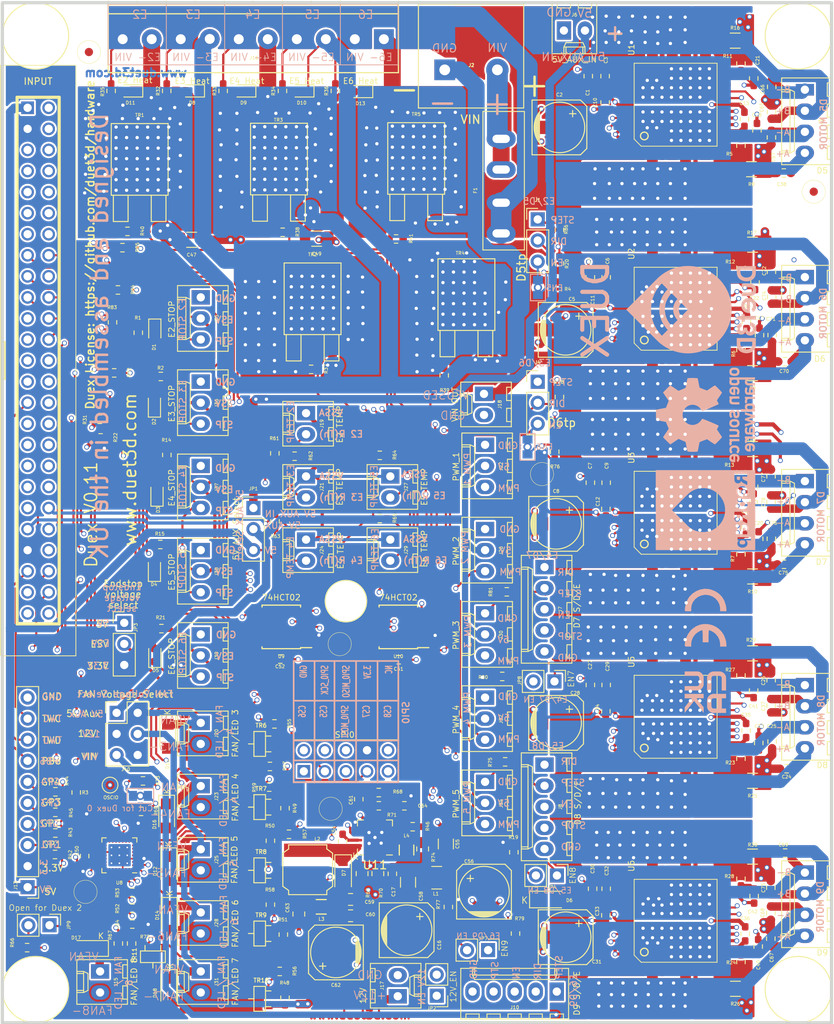
<source format=kicad_pcb>
(kicad_pcb (version 20171130) (host pcbnew "(5.1.4)-1")
  (title_block (title Duex5) (date 2021-06-24) (rev 0.11) (company Duet3D))
  (layers (0 Front mixed) (1 Inner3 signal) (2 Inner2 power hide) (31 Back power) (35 F.Paste user hide) (36 B.SilkS user hide) (37 F.SilkS user) (38 B.Mask user hide) (39 F.Mask user) (44 Edge.Cuts user))
  (net 0 "")
  (net 1 +3.3V)
  (net 2 +5V)
  (net 3 ADVREF)
  (net 4 CS5)
  (net 5 E2_DIR)
  (net 6 E2_EN)
  (net 7 E2_STEP)
  (net 8 E2_STOP)
  (net 9 E3_DIR)
  (net 10 E3_EN)
  (net 11 E3_STEP)
  (net 12 E3_STOP)
  (net 13 E4_DIR)
  (net 14 E4_EN)
  (net 15 E4_STEP)
  (net 16 E4_STOP)
  (net 17 E5_DIR)
  (net 18 E5_EN)
  (net 19 E5_STEP)
  (net 20 E5_STOP)
  (net 21 E6_DIR)
  (net 22 E6_EN)
  (net 23 E6_STEP)
  (net 24 E6_STOP)
  (net 25 GND)
  (net 26 HEATER3)
  (net 27 HEATER4)
  (net 28 HEATER5)
  (net 29 HEATER6)
  (net 30 HEATER7)
  (net 31 PB6/TMS)
  (net 32 SPI0_MISO)
  (net 33 SPI0_MOSI)
  (net 34 SPI0_SCK)
  (net 35 SPI1_MISO)
  (net 36 SPI1_MOSI_BUFF)
  (net 37 SPI1_SCK_BUFF_EXP)
  (net 38 THERMISTOR3)
  (net 39 THERMISTOR4)
  (net 40 THERMISTOR5)
  (net 41 THERMISTOR6)
  (net 42 THERMISTOR7)
  (net 43 TWCK0)
  (net 44 TWD0)
  (net 45 VSSA)
  (net 46 V_FAN)
  (net 47 V_IN)
  (net 48 "Net-(C13-Pad1)")
  (net 49 "Net-(C14-Pad1)")
  (net 50 "Net-(C15-Pad1)")
  (net 51 "Net-(C18-Pad1)")
  (net 52 "Net-(C19-Pad1)")
  (net 53 "Net-(C20-Pad1)")
  (net 54 "Net-(C21-Pad1)")
  (net 55 "Net-(C39-Pad1)")
  (net 56 ENN)
  (net 57 GPIO2)
  (net 58 "Net-(R23-Pad1)")
  (net 59 "Net-(R27-Pad1)")
  (net 60 "Net-(R28-Pad1)")
  (net 61 "Net-(R38-Pad1)")
  (net 62 "Net-(R39-Pad1)")
  (net 63 "Net-(R40-Pad1)")
  (net 64 "Net-(R41-Pad1)")
  (net 65 "Net-(C3-Pad2)")
  (net 66 "Net-(C6-Pad2)")
  (net 67 "Net-(C9-Pad2)")
  (net 68 "Net-(C22-Pad1)")
  (net 69 "Net-(C23-Pad1)")
  (net 70 "Net-(C29-Pad2)")
  (net 71 "Net-(C32-Pad2)")
  (net 72 "Net-(C35-Pad1)")
  (net 73 "Net-(C36-Pad1)")
  (net 74 "Net-(C40-Pad1)")
  (net 75 "Net-(C41-Pad1)")
  (net 76 "Net-(C42-Pad1)")
  (net 77 E3_MOT_1B)
  (net 78 E3_MOT_1A)
  (net 79 E3_MOT_2A)
  (net 80 E3_MOT_2B)
  (net 81 E4_MOT_1B)
  (net 82 E4_MOT_1A)
  (net 83 E4_MOT_2A)
  (net 84 E4_MOT_2B)
  (net 85 E2-)
  (net 86 E5_MOT_1B)
  (net 87 E5_MOT_1A)
  (net 88 E5_MOT_2A)
  (net 89 E5_MOT_2B)
  (net 90 E3-)
  (net 91 E6_MOT_1B)
  (net 92 E6_MOT_1A)
  (net 93 E6_MOT_2A)
  (net 94 E6_MOT_2B)
  (net 95 E4-)
  (net 96 "Net-(J16-Pad32)")
  (net 97 E5-)
  (net 98 E6-)
  (net 99 FAN3-)
  (net 100 E2_PWM)
  (net 101 FAN4-)
  (net 102 FAN5-)
  (net 103 E3_PWM)
  (net 104 FAN6-)
  (net 105 E4_PWM)
  (net 106 FAN7-)
  (net 107 E5_PWM)
  (net 108 CS6)
  (net 109 CS7)
  (net 110 CS8)
  (net 111 E6_PWM)
  (net 112 GPIO1)
  (net 113 GPIO3)
  (net 114 "Net-(R5-Pad1)")
  (net 115 "Net-(R6-Pad1)")
  (net 116 "Net-(R10-Pad2)")
  (net 117 "Net-(R11-Pad1)")
  (net 118 "Net-(R12-Pad1)")
  (net 119 "Net-(R13-Pad1)")
  (net 120 "Net-(R24-Pad1)")
  (net 121 "Net-(R37-Pad1)")
  (net 122 "Net-(R47-Pad1)")
  (net 123 FAN3)
  (net 124 "Net-(R48-Pad1)")
  (net 125 FAN7)
  (net 126 "Net-(R49-Pad1)")
  (net 127 FAN4)
  (net 128 "Net-(R50-Pad1)")
  (net 129 FAN5)
  (net 130 "Net-(R51-Pad1)")
  (net 131 FAN6)
  (net 132 "Net-(R54-Pad2)")
  (net 133 E2_MOT_1B)
  (net 134 E2_MOT_1A)
  (net 135 E2_MOT_2B)
  (net 136 E2_MOT_2A)
  (net 137 "Net-(U9-Pad1)")
  (net 138 "Net-(U10-Pad1)")
  (net 139 5V_S_F)
  (net 140 SX1509_INT)
  (net 141 "Net-(C54-Pad2)")
  (net 142 12V)
  (net 143 SG_TST)
  (net 144 ES_V)
  (net 145 OSCIO)
  (net 146 FAN8-)
  (net 147 FAN8)
  (net 148 GPIO4)
  (net 149 "Net-(R72-Pad1)")
  (net 150 V_FUSED)
  (net 151 RESET)
  (net 152 "Net-(J33-Pad10)")
  (net 153 "Net-(JP9-Pad1)")
  (net 154 "Net-(JP9-Pad2)")
  (net 155 "Net-(U1-Pad20)")
  (net 156 "Net-(U1-Pad34)")
  (net 157 "Net-(U1-Pad37)")
  (net 158 "Net-(U1-Pad38)")
  (net 159 "Net-(U2-Pad20)")
  (net 160 "Net-(U2-Pad34)")
  (net 161 "Net-(U2-Pad37)")
  (net 162 "Net-(U2-Pad38)")
  (net 163 "Net-(U3-Pad20)")
  (net 164 "Net-(U3-Pad34)")
  (net 165 "Net-(U3-Pad37)")
  (net 166 "Net-(U3-Pad38)")
  (net 167 "Net-(U5-Pad20)")
  (net 168 "Net-(U5-Pad34)")
  (net 169 "Net-(U5-Pad37)")
  (net 170 "Net-(U5-Pad38)")
  (net 171 "Net-(U6-Pad20)")
  (net 172 "Net-(U6-Pad34)")
  (net 173 "Net-(U6-Pad37)")
  (net 174 "Net-(U6-Pad38)")
  (net 175 "Net-(U9-Pad13)")
  (net 176 "Net-(JP5-Pad1)")
  (net 177 "Net-(JP6-Pad1)")
  (net 178 "Net-(JP10-Pad1)")
  (net 179 "Net-(JP10-Pad2)")
  (net 180 "/Headers & Power/12vin")
  (net 181 "/Headers & Power/FB")
  (net 182 "/Headers & Power/isen")
  (net 183 "/Headers & Power/LX")
  (net 184 "/Headers & Power/12vout")
  (net 185 "/Headers & Power/U11vin")
  (net 186 "/Headers & Power/12v_in")
  (net 187 "/Headers & Power/ton")
  (net 188 "/Headers & Power/12ss")
  (net 189 "/Headers & Power/12en")
  (net 190 "/Stepper Driver/e5en")
  (net 191 "/Stepper Driver/e6en")
  (net 192 "/Stepper Driver/e4en")
  (net 193 "/Headers & Power/5vauxin")
  (net 194 "Net-(D11-Pad2)")
  (net 195 "Net-(D1-Pad2)")
  (net 196 "Net-(D2-Pad2)")
  (net 197 "Net-(D3-Pad2)")
  (net 198 "Net-(D4-Pad2)")
  (net 199 "Net-(D5-Pad2)")
  (net 200 "Net-(D8-Pad2)")
  (net 201 "Net-(D9-Pad2)")
  (net 202 "Net-(D10-Pad2)")
  (net 203 "Net-(D13-Pad2)")
  (module Package_DFN_QFN:QFN-16-1EP_4x4mm_P0.65mm_EP2.7x2.7mm (layer Front) (at 125.15088 137.51814 180)
    (fp_text reference U11 (at 0 -3.32) (layer F.SilkS))
    (fp_text value A4403)
    (pad 16 smd roundrect (at -0.975 -1.9625 180) (size 0.3 0.825) (layers Front F.Paste F.Mask) (net 25 GND))
    (pad 15 smd roundrect (at -0.325 -1.9625 180) (size 0.3 0.825) (layers Front F.Paste F.Mask) (net 25 GND))
    (pad 14 smd roundrect (at 0.325 -1.9625 180) (size 0.3 0.825) (layers Front F.Paste F.Mask) (net 25 GND))
    (pad 13 smd roundrect (at 0.975 -1.9625 180) (size 0.3 0.825) (layers Front F.Paste F.Mask) (net 25 GND))
    (pad 12 smd roundrect (at 1.9625 -0.975 180) (size 0.825 0.3) (layers Front F.Paste F.Mask) (net 183 "/Headers & Power/LX"))
    (pad 11 smd roundrect (at 1.9625 -0.325 180) (size 0.825 0.3) (layers Front F.Paste F.Mask) (net 141 "Net-(C54-Pad2)"))
    (pad 10 smd roundrect (at 1.9625 0.325 180) (size 0.825 0.3) (layers Front F.Paste F.Mask) (net 189 "/Headers & Power/12en"))
    (pad 9 smd roundrect (at 1.9625 0.975 180) (size 0.825 0.3) (layers Front F.Paste F.Mask) (net 25 GND))
    (pad 8 smd roundrect (at 0.975 1.9625 180) (size 0.3 0.825) (layers Front F.Paste F.Mask) (net 182 "/Headers & Power/isen"))
    (pad 7 smd roundrect (at 0.325 1.9625 180) (size 0.3 0.825) (layers Front F.Paste F.Mask) (net 25 GND))
    (pad 6 smd roundrect (at -0.325 1.9625 180) (size 0.3 0.825) (layers Front F.Paste F.Mask) (net 25 GND))
    (pad 5 smd roundrect (at -0.975 1.9625 180) (size 0.3 0.825) (layers Front F.Paste F.Mask) (net 181 "/Headers & Power/FB"))
    (pad 4 smd roundrect (at -1.9625 0.975 180) (size 0.825 0.3) (layers Front F.Paste F.Mask) (net 188 "/Headers & Power/12ss"))
    (pad 3 smd roundrect (at -1.9625 0.325 180) (size 0.825 0.3) (layers Front F.Paste F.Mask) (net 187 "/Headers & Power/ton"))
    (pad 2 smd roundrect (at -1.9625 -0.325 180) (size 0.825 0.3) (layers Front F.Paste F.Mask) (net 25 GND))
    (pad 1 smd roundrect (at -1.9625 -0.975 180) (size 0.825 0.3) (layers Front F.Paste F.Mask) (net 185 "/Headers & Power/U11vin"))
    (pad 17 smd roundrect (at 0 0 180) (size 2.7 2.7) (layers Front F.Mask) (roundrect_rratio 0.09259299999999999) (net 25 GND))
  )
  (module Package_SO:TSSOP-14_4.4x5mm_P0.65mm (layer Front) (at 127.9731 112.1283 180)
    (fp_text reference U10 (at 0 -3.55) (layer F.SilkS) (effects (font (size 0.4 0.4) (thickness 0.07))))
    (fp_text value 74HCT02 (at 0 3.55) (layer F.SilkS) (effects (font (size 0.7 0.7) (thickness 0.1))))
    (pad 14 smd rect (at 2.95 -1.95 180) (size 1.45 0.45) (layers Front F.Paste F.Mask) (net 2 +5V))
    (pad 13 smd rect (at 2.95 -1.3 180) (size 1.45 0.45) (layers Front F.Paste F.Mask) (net 105 E4_PWM))
    (pad 12 smd rect (at 2.95 -0.65 180) (size 1.45 0.45) (layers Front F.Paste F.Mask) (net 138 "Net-(U10-Pad1)"))
    (pad 11 smd rect (at 2.95 0 180) (size 1.45 0.45) (layers Front F.Paste F.Mask) (net 28 HEATER5))
    (pad 10 smd rect (at 2.95 0.65 180) (size 1.45 0.45) (layers Front F.Paste F.Mask) (net 103 E3_PWM))
    (pad 9 smd rect (at 2.95 1.3 180) (size 1.45 0.45) (layers Front F.Paste F.Mask) (net 138 "Net-(U10-Pad1)"))
    (pad 8 smd rect (at 2.95 1.95 180) (size 1.45 0.45) (layers Front F.Paste F.Mask) (net 27 HEATER4))
    (pad 7 smd rect (at -2.95 1.95 180) (size 1.45 0.45) (layers Front F.Paste F.Mask) (net 25 GND))
    (pad 6 smd rect (at -2.95 1.3 180) (size 1.45 0.45) (layers Front F.Paste F.Mask) (net 138 "Net-(U10-Pad1)"))
    (pad 5 smd rect (at -2.95 0.65 180) (size 1.45 0.45) (layers Front F.Paste F.Mask) (net 26 HEATER3))
    (pad 4 smd rect (at -2.95 0 180) (size 1.45 0.45) (layers Front F.Paste F.Mask) (net 100 E2_PWM))
    (pad 3 smd rect (at -2.95 -0.65 180) (size 1.45 0.45) (layers Front F.Paste F.Mask) (net 1 +3.3V))
    (pad 2 smd rect (at -2.95 -1.3 180) (size 1.45 0.45) (layers Front F.Paste F.Mask) (net 1 +3.3V))
    (pad 1 smd rect (at -2.95 -1.95 180) (size 1.45 0.45) (layers Front F.Paste F.Mask) (net 138 "Net-(U10-Pad1)"))
  )
  (module Package_SO:TSSOP-14_4.4x5mm_P0.65mm (layer Front) (at 113.8555 112.1283 180)
    (fp_text reference U9 (at 0 -3.55) (layer F.SilkS) (effects (font (size 0.4 0.4) (thickness 0.07))))
    (fp_text value 74HCT02 (at 0 3.55) (layer F.SilkS) (effects (font (size 0.7 0.7) (thickness 0.1))))
    (pad 14 smd rect (at 2.95 -1.95 180) (size 1.45 0.45) (layers Front F.Paste F.Mask) (net 2 +5V))
    (pad 13 smd rect (at 2.95 -1.3 180) (size 1.45 0.45) (layers Front F.Paste F.Mask) (net 175 "Net-(U9-Pad13)"))
    (pad 12 smd rect (at 2.95 -0.65 180) (size 1.45 0.45) (layers Front F.Paste F.Mask) (net 137 "Net-(U9-Pad1)"))
    (pad 11 smd rect (at 2.95 0 180) (size 1.45 0.45) (layers Front F.Paste F.Mask) (net 137 "Net-(U9-Pad1)"))
    (pad 10 smd rect (at 2.95 0.65 180) (size 1.45 0.45) (layers Front F.Paste F.Mask) (net 111 E6_PWM))
    (pad 9 smd rect (at 2.95 1.3 180) (size 1.45 0.45) (layers Front F.Paste F.Mask) (net 137 "Net-(U9-Pad1)"))
    (pad 8 smd rect (at 2.95 1.95 180) (size 1.45 0.45) (layers Front F.Paste F.Mask) (net 30 HEATER7))
    (pad 7 smd rect (at -2.95 1.95 180) (size 1.45 0.45) (layers Front F.Paste F.Mask) (net 25 GND))
    (pad 6 smd rect (at -2.95 1.3 180) (size 1.45 0.45) (layers Front F.Paste F.Mask) (net 137 "Net-(U9-Pad1)"))
    (pad 5 smd rect (at -2.95 0.65 180) (size 1.45 0.45) (layers Front F.Paste F.Mask) (net 29 HEATER6))
    (pad 4 smd rect (at -2.95 0 180) (size 1.45 0.45) (layers Front F.Paste F.Mask) (net 107 E5_PWM))
    (pad 3 smd rect (at -2.95 -0.65 180) (size 1.45 0.45) (layers Front F.Paste F.Mask) (net 1 +3.3V))
    (pad 2 smd rect (at -2.95 -1.3 180) (size 1.45 0.45) (layers Front F.Paste F.Mask) (net 1 +3.3V))
    (pad 1 smd rect (at -2.95 -1.95 180) (size 1.45 0.45) (layers Front F.Paste F.Mask) (net 137 "Net-(U9-Pad1)"))
  )
  (module complib:SOT-23 (layer Front) (at 98.37 151.9 180)
    (fp_text reference TR11 (at 2.22758 0.1651 90) (layer F.SilkS) (effects (font (size 0.50038 0.50038) (thickness 0.09906))))
    (fp_text value AO3400A hide)
    (pad S smd rect (at 0.9525 1.05664 180) (size 0.59944 1.00076) (layers Front F.Paste F.Mask) (net 25 GND))
    (pad D smd rect (at 0 -1.05664 180) (size 0.59944 1.00076) (layers Front F.Paste F.Mask) (net 146 FAN8-))
    (pad G smd rect (at -0.9525 1.05664 180) (size 0.59944 1.00076) (layers Front F.Paste F.Mask) (net 149 "Net-(R72-Pad1)"))
  )
  (module complib:SOT-23 (layer Front) (at 111.252 156.972 90)
    (fp_text reference TR10 (at 2.22758 0.1651) (layer F.SilkS) (effects (font (size 0.50038 0.50038) (thickness 0.09906))))
    (fp_text value AO3400A hide)
    (pad S smd rect (at 0.9525 1.05664 90) (size 0.59944 1.00076) (layers Front F.Paste F.Mask) (net 25 GND))
    (pad D smd rect (at 0 -1.05664 90) (size 0.59944 1.00076) (layers Front F.Paste F.Mask) (net 106 FAN7-))
    (pad G smd rect (at -0.9525 1.05664 90) (size 0.59944 1.00076) (layers Front F.Paste F.Mask) (net 124 "Net-(R48-Pad1)"))
  )
  (module complib:SOT-23 (layer Front) (at 111.252 149.098 90)
    (fp_text reference TR9 (at 2.22758 0.1651) (layer F.SilkS) (effects (font (size 0.50038 0.50038) (thickness 0.09906))))
    (fp_text value AO3400A hide)
    (pad S smd rect (at 0.9525 1.05664 90) (size 0.59944 1.00076) (layers Front F.Paste F.Mask) (net 25 GND))
    (pad D smd rect (at 0 -1.05664 90) (size 0.59944 1.00076) (layers Front F.Paste F.Mask) (net 104 FAN6-))
    (pad G smd rect (at -0.9525 1.05664 90) (size 0.59944 1.00076) (layers Front F.Paste F.Mask) (net 130 "Net-(R51-Pad1)"))
  )
  (module complib:SOT-23 (layer Front) (at 111.252 141.478 90)
    (fp_text reference TR8 (at 2.22758 0.1651) (layer F.SilkS) (effects (font (size 0.50038 0.50038) (thickness 0.09906))))
    (fp_text value AO3400A hide)
    (pad S smd rect (at 0.9525 1.05664 90) (size 0.59944 1.00076) (layers Front F.Paste F.Mask) (net 25 GND))
    (pad D smd rect (at 0 -1.05664 90) (size 0.59944 1.00076) (layers Front F.Paste F.Mask) (net 102 FAN5-))
    (pad G smd rect (at -0.9525 1.05664 90) (size 0.59944 1.00076) (layers Front F.Paste F.Mask) (net 128 "Net-(R50-Pad1)"))
  )
  (module complib:SOT-23 (layer Front) (at 111.252 133.858 90)
    (fp_text reference TR7 (at 2.22758 0.1651) (layer F.SilkS) (effects (font (size 0.50038 0.50038) (thickness 0.09906))))
    (fp_text value AO3400A hide)
    (pad S smd rect (at 0.9525 1.05664 90) (size 0.59944 1.00076) (layers Front F.Paste F.Mask) (net 25 GND))
    (pad D smd rect (at 0 -1.05664 90) (size 0.59944 1.00076) (layers Front F.Paste F.Mask) (net 101 FAN4-))
    (pad G smd rect (at -0.9525 1.05664 90) (size 0.59944 1.00076) (layers Front F.Paste F.Mask) (net 126 "Net-(R49-Pad1)"))
  )
  (module complib:SOT-23 (layer Front) (at 111.252 126.238 90)
    (fp_text reference TR6 (at 2.22758 0.1651) (layer F.SilkS) (effects (font (size 0.50038 0.50038) (thickness 0.09906))))
    (fp_text value AO3400A hide)
    (pad S smd rect (at 0.9525 1.05664 90) (size 0.59944 1.00076) (layers Front F.Paste F.Mask) (net 25 GND))
    (pad D smd rect (at 0 -1.05664 90) (size 0.59944 1.00076) (layers Front F.Paste F.Mask) (net 99 FAN3-))
    (pad G smd rect (at -0.9525 1.05664 90) (size 0.59944 1.00076) (layers Front F.Paste F.Mask) (net 122 "Net-(R47-Pad1)"))
  )
  (module complib:D_SOD-123F (layer Front) (at 146 145)
    (fp_text reference D6 (at 2.6 0.1) (layer F.SilkS) (effects (font (size 0.4 0.4) (thickness 0.07))))
    (fp_text value DB2W40300L hide)
    (fp_text user K (at -2.8 0.1) (layer F.SilkS) (effects (font (size 0.8 0.8) (thickness 0.1))))
    (pad 2 smd rect (at 1.4 0) (size 1.1 1.1) (layers Front F.Paste F.Mask) (net 150 V_FUSED))
    (pad 1 smd rect (at -1.4 0) (size 1.1 1.1) (layers Front F.Paste F.Mask) (net 186 "/Headers & Power/12v_in"))
  )
  (module complib:D_SOD-123F (layer Front) (at 121.31 141.81 270)
    (fp_text reference D7 (at -0.01 -0.09 270) (layer F.SilkS) (effects (font (size 0.4 0.4) (thickness 0.07))))
    (fp_text value DB2W40300L hide)
    (fp_text user K (at -2.01 -1.49 180) (layer F.SilkS) (effects (font (size 0.8 0.8) (thickness 0.1))))
    (pad 2 smd rect (at 1.4 0 270) (size 1.1 1.1) (layers Front F.Paste F.Mask) (net 182 "/Headers & Power/isen"))
    (pad 1 smd rect (at -1.4 0 270) (size 1.1 1.1) (layers Front F.Paste F.Mask) (net 183 "/Headers & Power/LX"))
  )
  (module complib:TMC2660 (layer Front) (at 161.41046 147.56302 90)
    (fp_text reference U6 (at 6.6167 -5.32892 90) (layer F.SilkS) (effects (font (size 0.7 0.7) (thickness 0.1))))
    (fp_text value TMC2660 hide)
    (pad 44 smd rect (at -4 -5.85 90) (size 0.5 1.6) (layers Front F.Paste F.Mask) (net 25 GND))
    (pad 43 smd rect (at -3.2 -5.85 90) (size 0.5 1.6) (layers Front F.Paste F.Mask) (net 25 GND))
    (pad 42 smd rect (at -2.4 -5.85 90) (size 0.5 1.6) (layers Front F.Paste F.Mask) (net 23 E6_STEP))
    (pad 41 smd rect (at -1.6 -5.85 90) (size 0.5 1.6) (layers Front F.Paste F.Mask) (net 21 E6_DIR))
    (pad 40 smd rect (at -0.8 -5.85 90) (size 0.5 1.6) (layers Front F.Paste F.Mask) (net 1 +3.3V))
    (pad 39 smd rect (at 0 -5.85 90) (size 0.5 1.6) (layers Front F.Paste F.Mask) (net 25 GND))
    (pad 38 smd rect (at 0.8 -5.85 90) (size 0.5 1.6) (layers Front F.Paste F.Mask) (net 174 "Net-(U6-Pad38)"))
    (pad 37 smd rect (at 1.6 -5.85 90) (size 0.5 1.6) (layers Front F.Paste F.Mask) (net 173 "Net-(U6-Pad37)"))
    (pad 36 smd rect (at 2.4 -5.85 90) (size 0.5 1.6) (layers Front F.Paste F.Mask) (net 150 V_FUSED))
    (pad 35 smd rect (at 3.2 -5.85 90) (size 0.5 1.6) (layers Front F.Paste F.Mask) (net 71 "Net-(C32-Pad2)"))
    (pad 34 smd rect (at 4 -5.85 90) (size 0.5 1.6) (layers Front F.Paste F.Mask) (net 172 "Net-(U6-Pad34)"))
    (pad 22 smd rect (at 4 5.85 90) (size 0.5 1.6) (layers Front F.Paste F.Mask) (net 76 "Net-(C42-Pad1)"))
    (pad 21 smd rect (at 3.2 5.85 90) (size 0.5 1.6) (layers Front F.Paste F.Mask) (net 25 GND))
    (pad 20 smd rect (at 2.4 5.85 90) (size 0.5 1.6) (layers Front F.Paste F.Mask) (net 171 "Net-(U6-Pad20)"))
    (pad 19 smd rect (at 1.6 5.85 90) (size 0.5 1.6) (layers Front F.Paste F.Mask) (net 56 ENN))
    (pad 18 smd rect (at 0.8 5.85 90) (size 0.5 1.6) (layers Front F.Paste F.Mask) (net 191 "/Stepper Driver/e6en"))
    (pad 17 smd rect (at 0 5.85 90) (size 0.5 1.6) (layers Front F.Paste F.Mask) (net 25 GND))
    (pad 16 smd rect (at -0.8 5.85 90) (size 0.5 1.6) (layers Front F.Paste F.Mask) (net 37 SPI1_SCK_BUFF_EXP))
    (pad 15 smd rect (at -1.6 5.85 90) (size 0.5 1.6) (layers Front F.Paste F.Mask) (net 36 SPI1_MOSI_BUFF))
    (pad 14 smd rect (at -2.4 5.85 90) (size 0.5 1.6) (layers Front F.Paste F.Mask) (net 35 SPI1_MISO))
    (pad 13 smd rect (at -3.2 5.85 90) (size 0.5 1.6) (layers Front F.Paste F.Mask) (net 73 "Net-(C36-Pad1)"))
    (pad 12 smd rect (at -4 5.85 90) (size 0.5 1.6) (layers Front F.Paste F.Mask) (net 74 "Net-(C40-Pad1)"))
    (pad 33 smd rect (at 5.85 -4 180) (size 0.5 1.6) (layers Front F.Paste F.Mask) (net 150 V_FUSED))
    (pad 30 smd rect (at 5.85 -1.6 180) (size 0.5 1.6) (layers Front F.Paste F.Mask) (net 150 V_FUSED))
    (pad 25 smd rect (at 5.85 2.4 180) (size 0.5 1.6) (layers Front F.Paste F.Mask) (net 60 "Net-(R28-Pad1)"))
    (pad 9 smd rect (at -5.85 2.4 180) (size 0.5 1.6) (layers Front F.Paste F.Mask) (net 120 "Net-(R24-Pad1)"))
    (pad 4 smd rect (at -5.85 -1.6 180) (size 0.5 1.6) (layers Front F.Paste F.Mask) (net 150 V_FUSED))
    (pad 31.2 smd rect (at 5.85 -2.8 180) (size 1.3 1.6) (layers Front F.Paste F.Mask) (net 93 E6_MOT_2A))
    (pad 28.9 smd rect (at 5.85 -0.4 180) (size 1.3 1.6) (layers Front F.Paste F.Mask) (net 94 E6_MOT_2B))
    (pad 26.7 smd rect (at 5.85 1.2 180) (size 1.3 1.6) (layers Front F.Paste F.Mask) (net 93 E6_MOT_2A))
    (pad 23.4 smd rect (at 5.85 3.6 180) (size 1.3 1.6) (layers Front F.Paste F.Mask) (net 94 E6_MOT_2B))
    (pad 10.1 smd rect (at -5.85 3.6 180) (size 1.3 1.6) (layers Front F.Paste F.Mask) (net 92 E6_MOT_1A))
    (pad 7.8 smd rect (at -5.85 1.2 180) (size 1.3 1.6) (layers Front F.Paste F.Mask) (net 91 E6_MOT_1B))
    (pad 5.6 smd rect (at -5.85 -0.4 180) (size 1.3 1.6) (layers Front F.Paste F.Mask) (net 92 E6_MOT_1A))
    (pad 2.3 smd rect (at -5.85 -2.8 180) (size 1.3 1.6) (layers Front F.Paste F.Mask) (net 91 E6_MOT_1B))
    (pad 1 smd rect (at -5.85 -4 180) (size 0.5 1.6) (layers Front F.Paste F.Mask) (net 150 V_FUSED))
  )
  (module complib:TMC2660 (layer Front) (at 161.41046 122.96302 90)
    (fp_text reference U5 (at 6.6167 -5.32892 90) (layer F.SilkS) (effects (font (size 0.7 0.7) (thickness 0.1))))
    (fp_text value TMC2660 hide)
    (pad 44 smd rect (at -4 -5.85 90) (size 0.5 1.6) (layers Front F.Paste F.Mask) (net 25 GND))
    (pad 43 smd rect (at -3.2 -5.85 90) (size 0.5 1.6) (layers Front F.Paste F.Mask) (net 25 GND))
    (pad 42 smd rect (at -2.4 -5.85 90) (size 0.5 1.6) (layers Front F.Paste F.Mask) (net 19 E5_STEP))
    (pad 41 smd rect (at -1.6 -5.85 90) (size 0.5 1.6) (layers Front F.Paste F.Mask) (net 17 E5_DIR))
    (pad 40 smd rect (at -0.8 -5.85 90) (size 0.5 1.6) (layers Front F.Paste F.Mask) (net 1 +3.3V))
    (pad 39 smd rect (at 0 -5.85 90) (size 0.5 1.6) (layers Front F.Paste F.Mask) (net 25 GND))
    (pad 38 smd rect (at 0.8 -5.85 90) (size 0.5 1.6) (layers Front F.Paste F.Mask) (net 170 "Net-(U5-Pad38)"))
    (pad 37 smd rect (at 1.6 -5.85 90) (size 0.5 1.6) (layers Front F.Paste F.Mask) (net 169 "Net-(U5-Pad37)"))
    (pad 36 smd rect (at 2.4 -5.85 90) (size 0.5 1.6) (layers Front F.Paste F.Mask) (net 150 V_FUSED))
    (pad 35 smd rect (at 3.2 -5.85 90) (size 0.5 1.6) (layers Front F.Paste F.Mask) (net 70 "Net-(C29-Pad2)"))
    (pad 34 smd rect (at 4 -5.85 90) (size 0.5 1.6) (layers Front F.Paste F.Mask) (net 168 "Net-(U5-Pad34)"))
    (pad 22 smd rect (at 4 5.85 90) (size 0.5 1.6) (layers Front F.Paste F.Mask) (net 75 "Net-(C41-Pad1)"))
    (pad 21 smd rect (at 3.2 5.85 90) (size 0.5 1.6) (layers Front F.Paste F.Mask) (net 25 GND))
    (pad 20 smd rect (at 2.4 5.85 90) (size 0.5 1.6) (layers Front F.Paste F.Mask) (net 167 "Net-(U5-Pad20)"))
    (pad 19 smd rect (at 1.6 5.85 90) (size 0.5 1.6) (layers Front F.Paste F.Mask) (net 56 ENN))
    (pad 18 smd rect (at 0.8 5.85 90) (size 0.5 1.6) (layers Front F.Paste F.Mask) (net 190 "/Stepper Driver/e5en"))
    (pad 17 smd rect (at 0 5.85 90) (size 0.5 1.6) (layers Front F.Paste F.Mask) (net 25 GND))
    (pad 16 smd rect (at -0.8 5.85 90) (size 0.5 1.6) (layers Front F.Paste F.Mask) (net 37 SPI1_SCK_BUFF_EXP))
    (pad 15 smd rect (at -1.6 5.85 90) (size 0.5 1.6) (layers Front F.Paste F.Mask) (net 36 SPI1_MOSI_BUFF))
    (pad 14 smd rect (at -2.4 5.85 90) (size 0.5 1.6) (layers Front F.Paste F.Mask) (net 35 SPI1_MISO))
    (pad 13 smd rect (at -3.2 5.85 90) (size 0.5 1.6) (layers Front F.Paste F.Mask) (net 72 "Net-(C35-Pad1)"))
    (pad 12 smd rect (at -4 5.85 90) (size 0.5 1.6) (layers Front F.Paste F.Mask) (net 55 "Net-(C39-Pad1)"))
    (pad 33 smd rect (at 5.85 -4 180) (size 0.5 1.6) (layers Front F.Paste F.Mask) (net 150 V_FUSED))
    (pad 30 smd rect (at 5.85 -1.6 180) (size 0.5 1.6) (layers Front F.Paste F.Mask) (net 150 V_FUSED))
    (pad 25 smd rect (at 5.85 2.4 180) (size 0.5 1.6) (layers Front F.Paste F.Mask) (net 59 "Net-(R27-Pad1)"))
    (pad 9 smd rect (at -5.85 2.4 180) (size 0.5 1.6) (layers Front F.Paste F.Mask) (net 58 "Net-(R23-Pad1)"))
    (pad 4 smd rect (at -5.85 -1.6 180) (size 0.5 1.6) (layers Front F.Paste F.Mask) (net 150 V_FUSED))
    (pad 31.2 smd rect (at 5.85 -2.8 180) (size 1.3 1.6) (layers Front F.Paste F.Mask) (net 88 E5_MOT_2A))
    (pad 28.9 smd rect (at 5.85 -0.4 180) (size 1.3 1.6) (layers Front F.Paste F.Mask) (net 89 E5_MOT_2B))
    (pad 26.7 smd rect (at 5.85 1.2 180) (size 1.3 1.6) (layers Front F.Paste F.Mask) (net 88 E5_MOT_2A))
    (pad 23.4 smd rect (at 5.85 3.6 180) (size 1.3 1.6) (layers Front F.Paste F.Mask) (net 89 E5_MOT_2B))
    (pad 10.1 smd rect (at -5.85 3.6 180) (size 1.3 1.6) (layers Front F.Paste F.Mask) (net 87 E5_MOT_1A))
    (pad 7.8 smd rect (at -5.85 1.2 180) (size 1.3 1.6) (layers Front F.Paste F.Mask) (net 86 E5_MOT_1B))
    (pad 5.6 smd rect (at -5.85 -0.4 180) (size 1.3 1.6) (layers Front F.Paste F.Mask) (net 87 E5_MOT_1A))
    (pad 2.3 smd rect (at -5.85 -2.8 180) (size 1.3 1.6) (layers Front F.Paste F.Mask) (net 86 E5_MOT_1B))
    (pad 1 smd rect (at -5.85 -4 180) (size 0.5 1.6) (layers Front F.Paste F.Mask) (net 150 V_FUSED))
  )
  (module complib:TMC2660 (layer Front) (at 161.41046 98.36302 90)
    (fp_text reference U3 (at 6.6167 -5.32892 90) (layer F.SilkS) (effects (font (size 0.7 0.7) (thickness 0.1))))
    (fp_text value TMC2660 hide)
    (pad 44 smd rect (at -4 -5.85 90) (size 0.5 1.6) (layers Front F.Paste F.Mask) (net 25 GND))
    (pad 43 smd rect (at -3.2 -5.85 90) (size 0.5 1.6) (layers Front F.Paste F.Mask) (net 25 GND))
    (pad 42 smd rect (at -2.4 -5.85 90) (size 0.5 1.6) (layers Front F.Paste F.Mask) (net 15 E4_STEP))
    (pad 41 smd rect (at -1.6 -5.85 90) (size 0.5 1.6) (layers Front F.Paste F.Mask) (net 13 E4_DIR))
    (pad 40 smd rect (at -0.8 -5.85 90) (size 0.5 1.6) (layers Front F.Paste F.Mask) (net 1 +3.3V))
    (pad 39 smd rect (at 0 -5.85 90) (size 0.5 1.6) (layers Front F.Paste F.Mask) (net 25 GND))
    (pad 38 smd rect (at 0.8 -5.85 90) (size 0.5 1.6) (layers Front F.Paste F.Mask) (net 166 "Net-(U3-Pad38)"))
    (pad 37 smd rect (at 1.6 -5.85 90) (size 0.5 1.6) (layers Front F.Paste F.Mask) (net 165 "Net-(U3-Pad37)"))
    (pad 36 smd rect (at 2.4 -5.85 90) (size 0.5 1.6) (layers Front F.Paste F.Mask) (net 150 V_FUSED))
    (pad 35 smd rect (at 3.2 -5.85 90) (size 0.5 1.6) (layers Front F.Paste F.Mask) (net 67 "Net-(C9-Pad2)"))
    (pad 34 smd rect (at 4 -5.85 90) (size 0.5 1.6) (layers Front F.Paste F.Mask) (net 164 "Net-(U3-Pad34)"))
    (pad 22 smd rect (at 4 5.85 90) (size 0.5 1.6) (layers Front F.Paste F.Mask) (net 69 "Net-(C23-Pad1)"))
    (pad 21 smd rect (at 3.2 5.85 90) (size 0.5 1.6) (layers Front F.Paste F.Mask) (net 25 GND))
    (pad 20 smd rect (at 2.4 5.85 90) (size 0.5 1.6) (layers Front F.Paste F.Mask) (net 163 "Net-(U3-Pad20)"))
    (pad 19 smd rect (at 1.6 5.85 90) (size 0.5 1.6) (layers Front F.Paste F.Mask) (net 56 ENN))
    (pad 18 smd rect (at 0.8 5.85 90) (size 0.5 1.6) (layers Front F.Paste F.Mask) (net 192 "/Stepper Driver/e4en"))
    (pad 17 smd rect (at 0 5.85 90) (size 0.5 1.6) (layers Front F.Paste F.Mask) (net 25 GND))
    (pad 16 smd rect (at -0.8 5.85 90) (size 0.5 1.6) (layers Front F.Paste F.Mask) (net 37 SPI1_SCK_BUFF_EXP))
    (pad 15 smd rect (at -1.6 5.85 90) (size 0.5 1.6) (layers Front F.Paste F.Mask) (net 36 SPI1_MOSI_BUFF))
    (pad 14 smd rect (at -2.4 5.85 90) (size 0.5 1.6) (layers Front F.Paste F.Mask) (net 35 SPI1_MISO))
    (pad 13 smd rect (at -3.2 5.85 90) (size 0.5 1.6) (layers Front F.Paste F.Mask) (net 50 "Net-(C15-Pad1)"))
    (pad 12 smd rect (at -4 5.85 90) (size 0.5 1.6) (layers Front F.Paste F.Mask) (net 53 "Net-(C20-Pad1)"))
    (pad 33 smd rect (at 5.85 -4 180) (size 0.5 1.6) (layers Front F.Paste F.Mask) (net 150 V_FUSED))
    (pad 30 smd rect (at 5.85 -1.6 180) (size 0.5 1.6) (layers Front F.Paste F.Mask) (net 150 V_FUSED))
    (pad 25 smd rect (at 5.85 2.4 180) (size 0.5 1.6) (layers Front F.Paste F.Mask) (net 119 "Net-(R13-Pad1)"))
    (pad 9 smd rect (at -5.85 2.4 180) (size 0.5 1.6) (layers Front F.Paste F.Mask) (net 116 "Net-(R10-Pad2)"))
    (pad 4 smd rect (at -5.85 -1.6 180) (size 0.5 1.6) (layers Front F.Paste F.Mask) (net 150 V_FUSED))
    (pad 31.2 smd rect (at 5.85 -2.8 180) (size 1.3 1.6) (layers Front F.Paste F.Mask) (net 83 E4_MOT_2A))
    (pad 28.9 smd rect (at 5.85 -0.4 180) (size 1.3 1.6) (layers Front F.Paste F.Mask) (net 84 E4_MOT_2B))
    (pad 26.7 smd rect (at 5.85 1.2 180) (size 1.3 1.6) (layers Front F.Paste F.Mask) (net 83 E4_MOT_2A))
    (pad 23.4 smd rect (at 5.85 3.6 180) (size 1.3 1.6) (layers Front F.Paste F.Mask) (net 84 E4_MOT_2B))
    (pad 10.1 smd rect (at -5.85 3.6 180) (size 1.3 1.6) (layers Front F.Paste F.Mask) (net 82 E4_MOT_1A))
    (pad 7.8 smd rect (at -5.85 1.2 180) (size 1.3 1.6) (layers Front F.Paste F.Mask) (net 81 E4_MOT_1B))
    (pad 5.6 smd rect (at -5.85 -0.4 180) (size 1.3 1.6) (layers Front F.Paste F.Mask) (net 82 E4_MOT_1A))
    (pad 2.3 smd rect (at -5.85 -2.8 180) (size 1.3 1.6) (layers Front F.Paste F.Mask) (net 81 E4_MOT_1B))
    (pad 1 smd rect (at -5.85 -4 180) (size 0.5 1.6) (layers Front F.Paste F.Mask) (net 150 V_FUSED))
  )
  (module complib:TMC2660 (layer Front) (at 161.41046 73.76302 90)
    (fp_text reference U2 (at 6.6167 -5.32892 90) (layer F.SilkS) (effects (font (size 0.7 0.7) (thickness 0.1))))
    (fp_text value TMC2660 hide)
    (pad 44 smd rect (at -4 -5.85 90) (size 0.5 1.6) (layers Front F.Paste F.Mask) (net 25 GND))
    (pad 43 smd rect (at -3.2 -5.85 90) (size 0.5 1.6) (layers Front F.Paste F.Mask) (net 25 GND))
    (pad 42 smd rect (at -2.4 -5.85 90) (size 0.5 1.6) (layers Front F.Paste F.Mask) (net 11 E3_STEP))
    (pad 41 smd rect (at -1.6 -5.85 90) (size 0.5 1.6) (layers Front F.Paste F.Mask) (net 9 E3_DIR))
    (pad 40 smd rect (at -0.8 -5.85 90) (size 0.5 1.6) (layers Front F.Paste F.Mask) (net 1 +3.3V))
    (pad 39 smd rect (at 0 -5.85 90) (size 0.5 1.6) (layers Front F.Paste F.Mask) (net 25 GND))
    (pad 38 smd rect (at 0.8 -5.85 90) (size 0.5 1.6) (layers Front F.Paste F.Mask) (net 162 "Net-(U2-Pad38)"))
    (pad 37 smd rect (at 1.6 -5.85 90) (size 0.5 1.6) (layers Front F.Paste F.Mask) (net 161 "Net-(U2-Pad37)"))
    (pad 36 smd rect (at 2.4 -5.85 90) (size 0.5 1.6) (layers Front F.Paste F.Mask) (net 150 V_FUSED))
    (pad 35 smd rect (at 3.2 -5.85 90) (size 0.5 1.6) (layers Front F.Paste F.Mask) (net 66 "Net-(C6-Pad2)"))
    (pad 34 smd rect (at 4 -5.85 90) (size 0.5 1.6) (layers Front F.Paste F.Mask) (net 160 "Net-(U2-Pad34)"))
    (pad 22 smd rect (at 4 5.85 90) (size 0.5 1.6) (layers Front F.Paste F.Mask) (net 68 "Net-(C22-Pad1)"))
    (pad 21 smd rect (at 3.2 5.85 90) (size 0.5 1.6) (layers Front F.Paste F.Mask) (net 25 GND))
    (pad 20 smd rect (at 2.4 5.85 90) (size 0.5 1.6) (layers Front F.Paste F.Mask) (net 159 "Net-(U2-Pad20)"))
    (pad 19 smd rect (at 1.6 5.85 90) (size 0.5 1.6) (layers Front F.Paste F.Mask) (net 56 ENN))
    (pad 18 smd rect (at 0.8 5.85 90) (size 0.5 1.6) (layers Front F.Paste F.Mask) (net 177 "Net-(JP6-Pad1)"))
    (pad 17 smd rect (at 0 5.85 90) (size 0.5 1.6) (layers Front F.Paste F.Mask) (net 25 GND))
    (pad 16 smd rect (at -0.8 5.85 90) (size 0.5 1.6) (layers Front F.Paste F.Mask) (net 37 SPI1_SCK_BUFF_EXP))
    (pad 15 smd rect (at -1.6 5.85 90) (size 0.5 1.6) (layers Front F.Paste F.Mask) (net 36 SPI1_MOSI_BUFF))
    (pad 14 smd rect (at -2.4 5.85 90) (size 0.5 1.6) (layers Front F.Paste F.Mask) (net 35 SPI1_MISO))
    (pad 13 smd rect (at -3.2 5.85 90) (size 0.5 1.6) (layers Front F.Paste F.Mask) (net 49 "Net-(C14-Pad1)"))
    (pad 12 smd rect (at -4 5.85 90) (size 0.5 1.6) (layers Front F.Paste F.Mask) (net 52 "Net-(C19-Pad1)"))
    (pad 33 smd rect (at 5.85 -4 180) (size 0.5 1.6) (layers Front F.Paste F.Mask) (net 150 V_FUSED))
    (pad 30 smd rect (at 5.85 -1.6 180) (size 0.5 1.6) (layers Front F.Paste F.Mask) (net 150 V_FUSED))
    (pad 25 smd rect (at 5.85 2.4 180) (size 0.5 1.6) (layers Front F.Paste F.Mask) (net 118 "Net-(R12-Pad1)"))
    (pad 9 smd rect (at -5.85 2.4 180) (size 0.5 1.6) (layers Front F.Paste F.Mask) (net 115 "Net-(R6-Pad1)"))
    (pad 4 smd rect (at -5.85 -1.6 180) (size 0.5 1.6) (layers Front F.Paste F.Mask) (net 150 V_FUSED))
    (pad 31.2 smd rect (at 5.85 -2.8 180) (size 1.3 1.6) (layers Front F.Paste F.Mask) (net 79 E3_MOT_2A))
    (pad 28.9 smd rect (at 5.85 -0.4 180) (size 1.3 1.6) (layers Front F.Paste F.Mask) (net 80 E3_MOT_2B))
    (pad 26.7 smd rect (at 5.85 1.2 180) (size 1.3 1.6) (layers Front F.Paste F.Mask) (net 79 E3_MOT_2A))
    (pad 23.4 smd rect (at 5.85 3.6 180) (size 1.3 1.6) (layers Front F.Paste F.Mask) (net 80 E3_MOT_2B))
    (pad 10.1 smd rect (at -5.85 3.6 180) (size 1.3 1.6) (layers Front F.Paste F.Mask) (net 78 E3_MOT_1A))
    (pad 7.8 smd rect (at -5.85 1.2 180) (size 1.3 1.6) (layers Front F.Paste F.Mask) (net 77 E3_MOT_1B))
    (pad 5.6 smd rect (at -5.85 -0.4 180) (size 1.3 1.6) (layers Front F.Paste F.Mask) (net 78 E3_MOT_1A))
    (pad 2.3 smd rect (at -5.85 -2.8 180) (size 1.3 1.6) (layers Front F.Paste F.Mask) (net 77 E3_MOT_1B))
    (pad 1 smd rect (at -5.85 -4 180) (size 0.5 1.6) (layers Front F.Paste F.Mask) (net 150 V_FUSED))
  )
  (module complib:TMC2660 (layer Front) (at 161.41046 49.16302 90)
    (fp_text reference U1 (at 6.6167 -5.32892 90) (layer F.SilkS) (effects (font (size 0.7 0.7) (thickness 0.1))))
    (fp_text value TMC2660 hide)
    (pad 44 smd rect (at -4 -5.85 90) (size 0.5 1.6) (layers Front F.Paste F.Mask) (net 25 GND))
    (pad 43 smd rect (at -3.2 -5.85 90) (size 0.5 1.6) (layers Front F.Paste F.Mask) (net 25 GND))
    (pad 42 smd rect (at -2.4 -5.85 90) (size 0.5 1.6) (layers Front F.Paste F.Mask) (net 7 E2_STEP))
    (pad 41 smd rect (at -1.6 -5.85 90) (size 0.5 1.6) (layers Front F.Paste F.Mask) (net 5 E2_DIR))
    (pad 40 smd rect (at -0.8 -5.85 90) (size 0.5 1.6) (layers Front F.Paste F.Mask) (net 1 +3.3V))
    (pad 39 smd rect (at 0 -5.85 90) (size 0.5 1.6) (layers Front F.Paste F.Mask) (net 25 GND))
    (pad 38 smd rect (at 0.8 -5.85 90) (size 0.5 1.6) (layers Front F.Paste F.Mask) (net 158 "Net-(U1-Pad38)"))
    (pad 37 smd rect (at 1.6 -5.85 90) (size 0.5 1.6) (layers Front F.Paste F.Mask) (net 157 "Net-(U1-Pad37)"))
    (pad 36 smd rect (at 2.4 -5.85 90) (size 0.5 1.6) (layers Front F.Paste F.Mask) (net 150 V_FUSED))
    (pad 35 smd rect (at 3.2 -5.85 90) (size 0.5 1.6) (layers Front F.Paste F.Mask) (net 65 "Net-(C3-Pad2)"))
    (pad 34 smd rect (at 4 -5.85 90) (size 0.5 1.6) (layers Front F.Paste F.Mask) (net 156 "Net-(U1-Pad34)"))
    (pad 22 smd rect (at 4 5.85 90) (size 0.5 1.6) (layers Front F.Paste F.Mask) (net 54 "Net-(C21-Pad1)"))
    (pad 21 smd rect (at 3.2 5.85 90) (size 0.5 1.6) (layers Front F.Paste F.Mask) (net 25 GND))
    (pad 20 smd rect (at 2.4 5.85 90) (size 0.5 1.6) (layers Front F.Paste F.Mask) (net 155 "Net-(U1-Pad20)"))
    (pad 19 smd rect (at 1.6 5.85 90) (size 0.5 1.6) (layers Front F.Paste F.Mask) (net 56 ENN))
    (pad 18 smd rect (at 0.8 5.85 90) (size 0.5 1.6) (layers Front F.Paste F.Mask) (net 176 "Net-(JP5-Pad1)"))
    (pad 17 smd rect (at 0 5.85 90) (size 0.5 1.6) (layers Front F.Paste F.Mask) (net 25 GND))
    (pad 16 smd rect (at -0.8 5.85 90) (size 0.5 1.6) (layers Front F.Paste F.Mask) (net 37 SPI1_SCK_BUFF_EXP))
    (pad 15 smd rect (at -1.6 5.85 90) (size 0.5 1.6) (layers Front F.Paste F.Mask) (net 36 SPI1_MOSI_BUFF))
    (pad 14 smd rect (at -2.4 5.85 90) (size 0.5 1.6) (layers Front F.Paste F.Mask) (net 35 SPI1_MISO))
    (pad 13 smd rect (at -3.2 5.85 90) (size 0.5 1.6) (layers Front F.Paste F.Mask) (net 48 "Net-(C13-Pad1)"))
    (pad 12 smd rect (at -4 5.85 90) (size 0.5 1.6) (layers Front F.Paste F.Mask) (net 51 "Net-(C18-Pad1)"))
    (pad 33 smd rect (at 5.85 -4 180) (size 0.5 1.6) (layers Front F.Paste F.Mask) (net 150 V_FUSED))
    (pad 30 smd rect (at 5.85 -1.6 180) (size 0.5 1.6) (layers Front F.Paste F.Mask) (net 150 V_FUSED))
    (pad 25 smd rect (at 5.85 2.4 180) (size 0.5 1.6) (layers Front F.Paste F.Mask) (net 117 "Net-(R11-Pad1)"))
    (pad 9 smd rect (at -5.85 2.4 180) (size 0.5 1.6) (layers Front F.Paste F.Mask) (net 114 "Net-(R5-Pad1)"))
    (pad 4 smd rect (at -5.85 -1.6 180) (size 0.5 1.6) (layers Front F.Paste F.Mask) (net 150 V_FUSED))
    (pad 31.2 smd rect (at 5.85 -2.8 180) (size 1.3 1.6) (layers Front F.Paste F.Mask) (net 136 E2_MOT_2A))
    (pad 28.9 smd rect (at 5.85 -0.4 180) (size 1.3 1.6) (layers Front F.Paste F.Mask) (net 135 E2_MOT_2B))
    (pad 26.7 smd rect (at 5.85 1.2 180) (size 1.3 1.6) (layers Front F.Paste F.Mask) (net 136 E2_MOT_2A))
    (pad 23.4 smd rect (at 5.85 3.6 180) (size 1.3 1.6) (layers Front F.Paste F.Mask) (net 135 E2_MOT_2B))
    (pad 10.1 smd rect (at -5.85 3.6 180) (size 1.3 1.6) (layers Front F.Paste F.Mask) (net 134 E2_MOT_1A))
    (pad 7.8 smd rect (at -5.85 1.2 180) (size 1.3 1.6) (layers Front F.Paste F.Mask) (net 133 E2_MOT_1B))
    (pad 5.6 smd rect (at -5.85 -0.4 180) (size 1.3 1.6) (layers Front F.Paste F.Mask) (net 134 E2_MOT_1A))
    (pad 2.3 smd rect (at -5.85 -2.8 180) (size 1.3 1.6) (layers Front F.Paste F.Mask) (net 133 E2_MOT_1B))
    (pad 1 smd rect (at -5.85 -4 180) (size 0.5 1.6) (layers Front F.Paste F.Mask) (net 150 V_FUSED))
  )
  (module complib:C_ELEC_6.3x7.7 (layer Front) (at 147.4 51.9)
    (fp_text reference C2 (at 0 -3.937) (layer F.SilkS) (effects (font (size 0.4 0.4) (thickness 0.07))))
    (fp_text value "100u 35V" hide)
    (pad 2 smd rect (at -2.75082 0) (size 3.59918 1.6002) (layers Front F.Paste F.Mask) (net 25 GND))
    (pad 1 smd rect (at 2.75082 0) (size 3.59918 1.6002) (layers Front F.Paste F.Mask) (net 150 V_FUSED))
  )
  (module complib:C_ELEC_6.3x7.7 (layer Front) (at 148.15 76.30668)
    (fp_text reference C5 (at 0.75 -3.70668) (layer F.SilkS) (effects (font (size 0.4 0.4) (thickness 0.07))))
    (fp_text value "100u 35V" hide)
    (pad 2 smd rect (at -2.75082 0) (size 3.59918 1.6002) (layers Front F.Paste F.Mask) (net 25 GND))
    (pad 1 smd rect (at 2.75082 0) (size 3.59918 1.6002) (layers Front F.Paste F.Mask) (net 150 V_FUSED))
  )
  (module complib:C_ELEC_6.3x7.7 (layer Front) (at 147 99.7)
    (fp_text reference C8 (at 0 -3.937) (layer F.SilkS) (effects (font (size 0.4 0.4) (thickness 0.07))))
    (fp_text value "100u 35V" hide)
    (pad 2 smd rect (at -2.75082 0) (size 3.59918 1.6002) (layers Front F.Paste F.Mask) (net 25 GND))
    (pad 1 smd rect (at 2.75082 0) (size 3.59918 1.6002) (layers Front F.Paste F.Mask) (net 150 V_FUSED))
  )
  (module complib:C_ELEC_6.3x7.7 (layer Front) (at 147 123.7)
    (fp_text reference C28 (at 2.3 -3.6) (layer F.SilkS) (effects (font (size 0.4 0.4) (thickness 0.07))))
    (fp_text value "100u 35V" hide)
    (pad 2 smd rect (at -2.75082 0) (size 3.59918 1.6002) (layers Front F.Paste F.Mask) (net 25 GND))
    (pad 1 smd rect (at 2.75082 0) (size 3.59918 1.6002) (layers Front F.Paste F.Mask) (net 150 V_FUSED))
  )
  (module complib:C_ELEC_6.3x7.7 (layer Front) (at 148.15 149.54072)
    (fp_text reference C31 (at 3.75 2.95928) (layer F.SilkS) (effects (font (size 0.4 0.4) (thickness 0.07))))
    (fp_text value "100u 35V" hide)
    (pad 2 smd rect (at -2.75082 0) (size 3.59918 1.6002) (layers Front F.Paste F.Mask) (net 25 GND))
    (pad 1 smd rect (at 2.75082 0) (size 3.59918 1.6002) (layers Front F.Paste F.Mask) (net 150 V_FUSED))
  )
  (module complib:C_ELEC_6.3x7.7 (layer Front) (at 138.3 144.05082 90)
    (fp_text reference C56 (at 3.65082 -1.8) (layer F.SilkS) (effects (font (size 0.4 0.4) (thickness 0.07))))
    (fp_text value "100u 35V" hide)
    (pad 2 smd rect (at -2.75082 0 90) (size 3.59918 1.6002) (layers Front F.Paste F.Mask) (net 25 GND))
    (pad 1 smd rect (at 2.75082 0 90) (size 3.59918 1.6002) (layers Front F.Paste F.Mask) (net 186 "/Headers & Power/12v_in"))
  )
  (module complib:C_ELEC_6.3x7.7 (layer Front) (at 128.97 148.7)
    (fp_text reference C16 (at 3.94 1.79 90) (layer F.SilkS) (effects (font (size 0.4 0.4) (thickness 0.07))))
    (fp_text value "100u 35V" hide)
    (pad 2 smd rect (at -2.75082 0) (size 3.59918 1.6002) (layers Front F.Paste F.Mask) (net 25 GND))
    (pad 1 smd rect (at 2.75082 0) (size 3.59918 1.6002) (layers Front F.Paste F.Mask) (net 180 "/Headers & Power/12vin"))
  )
  (module complib:C_ELEC_6.3x7.7 (layer Front) (at 120.44 151.38 180)
    (fp_text reference C62 (at 0 -3.937 180) (layer F.SilkS) (effects (font (size 0.4 0.4) (thickness 0.07))))
    (fp_text value "100u 25V" hide)
    (pad 2 smd rect (at -2.75082 0 180) (size 3.59918 1.6002) (layers Front F.Paste F.Mask) (net 25 GND))
    (pad 1 smd rect (at 2.75082 0 180) (size 3.59918 1.6002) (layers Front F.Paste F.Mask) (net 142 12V))
  )
  (module complib:TERM_2-WAY_6.35mm (layer Front) (at 136.74 44.96)
    (fp_text reference J2 (at 0.04064 -0.5588) (layer F.SilkS) (effects (font (size 0.39878 0.39878) (thickness 0.09906))))
    (fp_text value VIN (at -0.06096 5.98932) (layer F.SilkS) (effects (font (size 1.016 1.016) (thickness 0.1524))))
    (pad 2 thru_hole circle (at 3.175 0) (size 2.7 2.7) (drill 1.30048) (layers *.Cu *.Mask) (net 47 V_IN))
    (pad 1 thru_hole rect (at -3.175 0) (size 2.5 2.5) (drill 1.30048) (layers *.Cu *.Mask) (net 25 GND))
  )
  (module Diode_SMD:D_0603_1608Metric (layer Front) (at 123.4 47.58 180)
    (fp_text reference D13 (at 0 -1.43) (layer F.SilkS) (effects (font (size 0.4 0.4) (thickness 0.07))))
    (fp_text value "E6 Heat" (at 0 1.28) (layer F.SilkS) (effects (font (size 0.7 0.7) (thickness 0.1))))
    (pad 2 smd roundrect (at 0.7875 0 180) (size 0.875 0.95) (layers Front F.Paste F.Mask) (net 203 "Net-(D13-Pad2)"))
    (pad 1 smd roundrect (at -0.7875 0 180) (size 0.875 0.95) (layers Front F.Paste F.Mask) (net 98 E6-))
  )
  (module Diode_SMD:D_0603_1608Metric (layer Front) (at 95.66148 47.5 180)
    (fp_text reference D11 (at 0 -1.43) (layer F.SilkS) (effects (font (size 0.4 0.4) (thickness 0.07))))
    (fp_text value "E2 Heat" (at -0.53852 1.3) (layer F.SilkS) (effects (font (size 0.7 0.7) (thickness 0.1))))
    (pad 2 smd roundrect (at 0.7875 0 180) (size 0.875 0.95) (layers Front F.Paste F.Mask) (net 194 "Net-(D11-Pad2)"))
    (pad 1 smd roundrect (at -0.7875 0 180) (size 0.875 0.95) (layers Front F.Paste F.Mask) (net 85 E2-))
  )
  (module Diode_SMD:D_0603_1608Metric (layer Front) (at 116.31168 47.5 180)
    (fp_text reference D10 (at 0 -1.43) (layer F.SilkS) (effects (font (size 0.4 0.4) (thickness 0.07))))
    (fp_text value "E5 Heat" (at -0.58832 1.2) (layer F.SilkS) (effects (font (size 0.7 0.7) (thickness 0.1))))
    (pad 2 smd roundrect (at 0.7875 0 180) (size 0.875 0.95) (layers Front F.Paste F.Mask) (net 202 "Net-(D10-Pad2)"))
    (pad 1 smd roundrect (at -0.7875 0 180) (size 0.875 0.95) (layers Front F.Paste F.Mask) (net 97 E5-))
  )
  (module Diode_SMD:D_0603_1608Metric (layer Front) (at 109.30128 47.5 180)
    (fp_text reference D9 (at 0 -1.43) (layer F.SilkS) (effects (font (size 0.4 0.4) (thickness 0.07))))
    (fp_text value "E4 Heat" (at -0.39872 1.2) (layer F.SilkS) (effects (font (size 0.7 0.7) (thickness 0.1))))
    (pad 2 smd roundrect (at 0.7875 0 180) (size 0.875 0.95) (layers Front F.Paste F.Mask) (net 201 "Net-(D9-Pad2)"))
    (pad 1 smd roundrect (at -0.7875 0 180) (size 0.875 0.95) (layers Front F.Paste F.Mask) (net 95 E4-))
  )
  (module Diode_SMD:D_0603_1608Metric (layer Front) (at 103.10368 47.5 180)
    (fp_text reference D8 (at 0 -1.43) (layer F.SilkS) (effects (font (size 0.4 0.4) (thickness 0.07))))
    (fp_text value "E3 Heat" (at 0.00368 1.2) (layer F.SilkS) (effects (font (size 0.7 0.7) (thickness 0.1))))
    (pad 2 smd roundrect (at 0.7875 0 180) (size 0.875 0.95) (layers Front F.Paste F.Mask) (net 200 "Net-(D8-Pad2)"))
    (pad 1 smd roundrect (at -0.7875 0 180) (size 0.875 0.95) (layers Front F.Paste F.Mask) (net 90 E3-))
  )
  (module Diode_SMD:D_0603_1608Metric (layer Front) (at 98.6028 115.53444 90)
    (fp_text reference D5 (at -1.83444 0.1028 180) (layer F.SilkS) (effects (font (size 0.4 0.4) (thickness 0.07))))
    (fp_text value E6stp hide)
    (pad 2 smd roundrect (at 0.7875 0 90) (size 0.875 0.95) (layers Front F.Paste F.Mask) (net 199 "Net-(D5-Pad2)"))
    (pad 1 smd roundrect (at -0.7875 0 90) (size 0.875 0.95) (layers Front F.Paste F.Mask) (net 24 E6_STOP))
  )
  (module Diode_SMD:D_0603_1608Metric (layer Front) (at 98.552 105.156 90)
    (fp_text reference D4 (at -1.844 -0.052 180) (layer F.SilkS) (effects (font (size 0.4 0.4) (thickness 0.07))))
    (fp_text value E5stp hide)
    (pad 2 smd roundrect (at 0.7875 0 90) (size 0.875 0.95) (layers Front F.Paste F.Mask) (net 198 "Net-(D4-Pad2)"))
    (pad 1 smd roundrect (at -0.7875 0 90) (size 0.875 0.95) (layers Front F.Paste F.Mask) (net 20 E5_STOP))
  )
  (module Diode_SMD:D_0603_1608Metric (layer Front) (at 98.86188 96.0882 90)
    (fp_text reference D3 (at -1.9118 0.13812 90) (layer F.SilkS) (effects (font (size 0.4 0.4) (thickness 0.07))))
    (fp_text value E4stp hide)
    (pad 2 smd roundrect (at 0.7875 0 90) (size 0.875 0.95) (layers Front F.Paste F.Mask) (net 197 "Net-(D3-Pad2)"))
    (pad 1 smd roundrect (at -0.7875 0 90) (size 0.875 0.95) (layers Front F.Paste F.Mask) (net 16 E4_STOP))
  )
  (module Diode_SMD:D_0603_1608Metric (layer Front) (at 98.552 85.344 90)
    (fp_text reference D2 (at -2.044 -0.048 90) (layer F.SilkS) (effects (font (size 0.4 0.4) (thickness 0.07))))
    (fp_text value E3stp hide)
    (pad 2 smd roundrect (at 0.7875 0 90) (size 0.875 0.95) (layers Front F.Paste F.Mask) (net 196 "Net-(D2-Pad2)"))
    (pad 1 smd roundrect (at -0.7875 0 90) (size 0.875 0.95) (layers Front F.Paste F.Mask) (net 12 E3_STOP))
  )
  (module Diode_SMD:D_0603_1608Metric (layer Front) (at 98.6 76.4875 270)
    (fp_text reference D1 (at 1.9125 0.1 90) (layer F.SilkS) (effects (font (size 0.4 0.4) (thickness 0.07))))
    (fp_text value E2stp hide)
    (pad 2 smd roundrect (at 0.7875 0 270) (size 0.875 0.95) (layers Front F.Paste F.Mask) (net 195 "Net-(D1-Pad2)"))
    (pad 1 smd roundrect (at -0.7875 0 270) (size 0.875 0.95) (layers Front F.Paste F.Mask) (net 8 E2_STOP))
  )
  (module Connector_PinHeader_2.54mm:PinHeader_1x03_P2.54mm_Vertical (layer Front) (at 144.78 82.56524)
    (fp_text reference J4 (at 0 -2.33) (layer F.SilkS) (effects (font (size 0.4 0.4) (thickness 0.1))))
    (fp_text value D6tp (at 2.9 4.94) (layer F.SilkS))
    (pad 3 thru_hole oval (at 0 5.08) (size 1.7 1.7) (drill 1) (layers *.Cu *.Mask) (net 10 E3_EN))
    (pad 2 thru_hole oval (at 0 2.54) (size 1.7 1.7) (drill 1) (layers *.Cu *.Mask) (net 11 E3_STEP))
    (pad 1 thru_hole rect (at 0 0) (size 1.7 1.7) (drill 1) (layers *.Cu *.Mask) (net 9 E3_DIR))
  )
  (module Connector_PinHeader_2.54mm:PinHeader_1x03_P2.54mm_Vertical (layer Front) (at 144.78 62.992)
    (fp_text reference J1 (at 0 -2.33) (layer F.SilkS) (effects (font (size 0.4 0.4) (thickness 0.1))))
    (fp_text value D5tp (at -1.98 5.808 90) (layer F.SilkS))
    (pad 3 thru_hole oval (at 0 5.08) (size 1.7 1.7) (drill 1) (layers *.Cu *.Mask) (net 6 E2_EN))
    (pad 2 thru_hole oval (at 0 2.54) (size 1.7 1.7) (drill 1) (layers *.Cu *.Mask) (net 7 E2_STEP))
    (pad 1 thru_hole rect (at 0 0) (size 1.7 1.7) (drill 1) (layers *.Cu *.Mask) (net 5 E2_DIR))
  )
  (module Connector_PinHeader_2.54mm:PinHeader_1x03_P2.54mm_Vertical (layer Front) (at 94.91472 111.63808)
    (fp_text reference JP3 (at 1.38528 0.56192 90) (layer F.SilkS) (effects (font (size 0.4 0.4) (thickness 0.07))))
    (fp_text value "Endstop Voltage Select" hide)
    (pad 3 thru_hole oval (at 0 5.08) (size 1.7 1.7) (drill 1) (layers *.Cu *.Mask) (net 1 +3.3V))
    (pad 2 thru_hole oval (at 0 2.54) (size 1.7 1.7) (drill 1) (layers *.Cu *.Mask) (net 144 ES_V))
    (pad 1 thru_hole rect (at 0 0) (size 1.7 1.7) (drill 1) (layers *.Cu *.Mask) (net 2 +5V))
  )
  (module Connector_PinHeader_2.54mm:PinHeader_2x03_P2.54mm_Vertical (layer Front) (at 93.9927 122.4915)
    (fp_text reference J40 (at 1.1073 6.8085) (layer F.SilkS) (effects (font (size 0.4 0.4) (thickness 0.07))))
    (fp_text value CONN_02X03)
    (pad 6 thru_hole oval (at 2.54 5.08) (size 1.7 1.7) (drill 1) (layers *.Cu *.Mask) (net 46 V_FAN))
    (pad 5 thru_hole oval (at 0 5.08) (size 1.7 1.7) (drill 1) (layers *.Cu *.Mask) (net 150 V_FUSED))
    (pad 4 thru_hole oval (at 2.54 2.54) (size 1.7 1.7) (drill 1) (layers *.Cu *.Mask) (net 142 12V))
    (pad 3 thru_hole oval (at 0 2.54) (size 1.7 1.7) (drill 1) (layers *.Cu *.Mask) (net 46 V_FAN))
    (pad 2 thru_hole oval (at 2.54 0) (size 1.7 1.7) (drill 1) (layers *.Cu *.Mask) (net 46 V_FAN))
    (pad 1 thru_hole rect (at 0 0) (size 1.7 1.7) (drill 1) (layers *.Cu *.Mask) (net 139 5V_S_F))
  )
  (module TestPoint:TestPoint_Pad_D1.5mm (layer Front) (at 93.2 131.2)
    (fp_text reference TP3 hide)
    (fp_text value OSCIO (at 0.1 1.5) (layer F.SilkS) (effects (font (size 0.4 0.4) (thickness 0.07))))
    (pad 1 smd circle (at 0 0) (size 1.5 1.5) (layers Front F.Mask) (net 145 OSCIO))
  )
  (module Connector_PinHeader_2.54mm:PinHeader_1x02_P2.54mm_Vertical (layer Front) (at 132.6 156.6 180)
    (fp_text reference JP2 (at 0.6 -1.5) (layer F.SilkS) (effects (font (size 0.4 0.4) (thickness 0.07))))
    (fp_text value 12V_EN (at -2 1.1 90) (layer F.SilkS) (effects (font (size 0.7 0.7) (thickness 0.08))))
    (pad 2 thru_hole oval (at 0 2.54 180) (size 1.7 1.7) (drill 1) (layers *.Cu *.Mask) (net 189 "/Headers & Power/12en"))
    (pad 1 thru_hole rect (at 0 0 180) (size 1.7 1.7) (drill 1) (layers *.Cu *.Mask) (net 25 GND))
  )
  (module complib:MAX_TEMP_DB (layer Front) (at 121.65 128.27)
    (fp_text reference J33 hide)
    (fp_text value SPI0 (at -0.1397 -3.1369) (layer F.SilkS) (effects (font (size 0.7 0.7) (thickness 0.1))))
    (pad 1 thru_hole rect (at -5.08 1.27) (size 1.524 1.524) (drill 1) (layers *.Cu *.Mask) (net 108 CS6))
    (pad 2 thru_hole circle (at -5.08 -1.27) (size 1.524 1.524) (drill 1) (layers *.Cu *.Mask) (net 25 GND))
    (pad 3 thru_hole circle (at -2.54 1.27) (size 1.524 1.524) (drill 1) (layers *.Cu *.Mask) (net 4 CS5))
    (pad 4 thru_hole circle (at -2.54 -1.27) (size 1.524 1.524) (drill 1) (layers *.Cu *.Mask) (net 34 SPI0_SCK))
    (pad 5 thru_hole circle (at 0 1.27) (size 1.524 1.524) (drill 1) (layers *.Cu *.Mask) (net 33 SPI0_MOSI))
    (pad 6 thru_hole circle (at 0 -1.27) (size 1.524 1.524) (drill 1) (layers *.Cu *.Mask) (net 32 SPI0_MISO))
    (pad 7 thru_hole circle (at 2.54 1.27) (size 1.524 1.524) (drill 1) (layers *.Cu *.Mask) (net 109 CS7))
    (pad 8 thru_hole circle (at 2.54 -1.27) (size 1.524 1.524) (drill 1) (layers *.Cu *.Mask) (net 1 +3.3V))
    (pad 9 thru_hole circle (at 5.08 1.27) (size 1.524 1.524) (drill 1) (layers *.Cu *.Mask) (net 110 CS8))
    (pad 10 thru_hole circle (at 5.08 -1.27) (size 1.524 1.524) (drill 1) (layers *.Cu *.Mask) (net 152 "Net-(J33-Pad10)"))
    (pad "" np_thru_hole circle (at 0 -19.25066) (size 2.54 2.54) (drill 2.54) (layers *.Cu *.Mask) (clearance 1.25))
  )
  (module "Connector_Molex:Wurth_61900411121-1x04_P2.54mm_Vertical(Molex_KK-254_AE-6410-04A_Compatible)" (layer Front) (at 177 51.16302 270)
    (fp_text reference J3 (at 0.1 -1.9 270) (layer F.SilkS) (effects (font (size 0.4 0.4) (thickness 0.07))))
    (fp_text value D5 (at 5.93698 -2.1) (layer F.SilkS) (effects (font (size 0.7 0.7) (thickness 0.1))))
    (pad 1 thru_hole rect (at -3.81 0 270) (size 1.4 2.2) (drill 1) (layers *.Cu *.Mask) (net 135 E2_MOT_2B))
    (pad 2 thru_hole oval (at -1.27 0 270) (size 1.74 2.2) (drill 1) (layers *.Cu *.Mask) (net 136 E2_MOT_2A))
    (pad 3 thru_hole oval (at 1.27 0 270) (size 1.74 2.2) (drill 1) (layers *.Cu *.Mask) (net 134 E2_MOT_1A))
    (pad 4 thru_hole oval (at 3.81 0 270) (size 1.74 2.2) (drill 1) (layers *.Cu *.Mask) (net 133 E2_MOT_1B))
  )
  (module Connector_PinHeader_2.54mm:PinHeader_1x03_P2.54mm_Vertical (layer Front) (at 110.49 97.79)
    (fp_text reference JP1 (at 0 -2.33) (layer F.SilkS) (effects (font (size 0.4 0.4) (thickness 0.07))))
    (fp_text value "5V AUX Select" (at -2.09 2.51 90) (layer F.SilkS) (effects (font (size 0.7 0.7) (thickness 0.1))))
    (pad 3 thru_hole oval (at 0 5.08) (size 1.7 1.7) (drill 1) (layers *.Cu *.Mask) (net 2 +5V))
    (pad 2 thru_hole oval (at 0 2.54) (size 1.7 1.7) (drill 1) (layers *.Cu *.Mask) (net 139 5V_S_F))
    (pad 1 thru_hole rect (at 0 0) (size 1.7 1.7) (drill 1) (layers *.Cu *.Mask) (net 193 "/Headers & Power/5vauxin"))
  )
  (module "Connector_Molex:Wurth_61900211121-1x02_P2.54mm_Vertical-(Molex_KK-254_AE-6410-02Acompatible)" (layer Front) (at 149.20722 40.21836)
    (fp_text reference J6 (at 0 -1.9 -180) (layer F.SilkS) (effects (font (size 0.4 0.4) (thickness 0.07))))
    (fp_text value 5V_AUX_IN (at 0 3.5) (layer F.SilkS) (effects (font (size 0.7 0.7) (thickness 0.1))))
    (pad 1 thru_hole rect (at -1.27 0) (size 1.74 2.2) (drill 1) (layers *.Cu *.Mask) (net 25 GND))
    (pad 2 thru_hole oval (at 1.27 0) (size 1.74 2.2) (drill 1) (layers *.Cu *.Mask) (net 193 "/Headers & Power/5vauxin"))
  )
  (module Connector_PinHeader_2.54mm:PinHeader_1x10_P2.54mm_Vertical (layer Front) (at 83.25866 143.51 180)
    (fp_text reference J13 (at 1.45866 0.21 90) (layer F.SilkS) (effects (font (size 0.4 0.4) (thickness 0.07))))
    (fp_text value CONN_01X10)
    (pad 10 thru_hole oval (at 0 22.86 180) (size 1.7 1.7) (drill 1) (layers *.Cu *.Mask) (net 25 GND))
    (pad 9 thru_hole oval (at 0 20.32 180) (size 1.7 1.7) (drill 1) (layers *.Cu *.Mask) (net 43 TWCK0))
    (pad 8 thru_hole oval (at 0 17.78 180) (size 1.7 1.7) (drill 1) (layers *.Cu *.Mask) (net 44 TWD0))
    (pad 7 thru_hole oval (at 0 15.24 180) (size 1.7 1.7) (drill 1) (layers *.Cu *.Mask) (net 31 PB6/TMS))
    (pad 6 thru_hole oval (at 0 12.7 180) (size 1.7 1.7) (drill 1) (layers *.Cu *.Mask) (net 148 GPIO4))
    (pad 5 thru_hole oval (at 0 10.16 180) (size 1.7 1.7) (drill 1) (layers *.Cu *.Mask) (net 113 GPIO3))
    (pad 4 thru_hole oval (at 0 7.62 180) (size 1.7 1.7) (drill 1) (layers *.Cu *.Mask) (net 57 GPIO2))
    (pad 3 thru_hole oval (at 0 5.08 180) (size 1.7 1.7) (drill 1) (layers *.Cu *.Mask) (net 112 GPIO1))
    (pad 2 thru_hole oval (at 0 2.54 180) (size 1.7 1.7) (drill 1) (layers *.Cu *.Mask) (net 1 +3.3V))
    (pad 1 thru_hole rect (at 0 0 180) (size 1.7 1.7) (drill 1) (layers *.Cu *.Mask) (net 2 +5V))
  )
  (module complib:Fixing_M4 (layer Front) (at 84.21116 40.86352)
    (fp_text reference M5 hide)
    (fp_text value MOUNTING hide)
    (pad "" np_thru_hole circle (at 0 0) (size 4.20116 4.20116) (drill 4.20116) (layers *.Cu *.Mask) (clearance 1.9))
  )
  (module complib:Fixing_M4 (layer Front) (at 176.20996 40.86352)
    (fp_text reference M7 hide)
    (fp_text value MOUNTING hide)
    (pad "" np_thru_hole circle (at 0 0) (size 4.20116 4.20116) (drill 4.20116) (layers *.Cu *.Mask) (clearance 1.9))
  )
  (module complib:Fixing_M4 (layer Front) (at 176.20996 155.86202)
    (fp_text reference M4 hide)
    (fp_text value MOUNTING hide)
    (pad "" np_thru_hole circle (at 0 0) (size 4.20116 4.20116) (drill 4.20116) (layers *.Cu *.Mask) (clearance 1.9))
  )
  (module complib:Fixing_M4 (layer Front) (at 84.21116 155.86202)
    (fp_text reference M6 hide)
    (fp_text value MOUNTING hide)
    (pad "" np_thru_hole circle (at 0 0) (size 4.20116 4.20116) (drill 4.20116) (layers *.Cu *.Mask) (clearance 1.9))
  )
  (module complib:PIN_ARRAY_25X2 (layer Front) (at 84.52866 80.0148 270)
    (fp_text reference J16 hide)
    (fp_text value INPUT (at -33.66488 0.01008 180) (layer F.SilkS) (effects (font (size 0.8001 0.8001) (thickness 0.12192))))
    (pad 1 thru_hole rect (at -30.48 1.27 270) (size 1.524 1.524) (drill 1) (layers *.Cu *.Mask) (net 2 +5V))
    (pad 2 thru_hole circle (at -30.48 -1.27 270) (size 1.524 1.524) (drill 1) (layers *.Cu *.Mask) (net 25 GND))
    (pad 11 thru_hole circle (at -17.78 1.27 270) (size 1.524 1.524) (drill 1) (layers *.Cu *.Mask) (net 9 E3_DIR))
    (pad 4 thru_hole circle (at -27.94 -1.27 270) (size 1.524 1.524) (drill 1) (layers *.Cu *.Mask) (net 143 SG_TST))
    (pad 13 thru_hole circle (at -15.24 1.27 270) (size 1.524 1.524) (drill 1) (layers *.Cu *.Mask) (net 27 HEATER4))
    (pad 6 thru_hole circle (at -25.4 -1.27 270) (size 1.524 1.524) (drill 1) (layers *.Cu *.Mask) (net 5 E2_DIR))
    (pad 15 thru_hole circle (at -12.7 1.27 270) (size 1.524 1.524) (drill 1) (layers *.Cu *.Mask) (net 15 E4_STEP))
    (pad 8 thru_hole circle (at -22.86 -1.27 270) (size 1.524 1.524) (drill 1) (layers *.Cu *.Mask) (net 26 HEATER3))
    (pad 17 thru_hole circle (at -10.16 1.27 270) (size 1.524 1.524) (drill 1) (layers *.Cu *.Mask) (net 14 E4_EN))
    (pad 10 thru_hole circle (at -20.32 -1.27 270) (size 1.524 1.524) (drill 1) (layers *.Cu *.Mask) (net 11 E3_STEP))
    (pad 19 thru_hole circle (at -7.62 1.27 270) (size 1.524 1.524) (drill 1) (layers *.Cu *.Mask) (net 110 CS8))
    (pad 12 thru_hole circle (at -17.78 -1.27 270) (size 1.524 1.524) (drill 1) (layers *.Cu *.Mask) (net 10 E3_EN))
    (pad 21 thru_hole circle (at -5.08 1.27 270) (size 1.524 1.524) (drill 1) (layers *.Cu *.Mask) (net 17 E5_DIR))
    (pad 14 thru_hole circle (at -15.24 -1.27 270) (size 1.524 1.524) (drill 1) (layers *.Cu *.Mask) (net 109 CS7))
    (pad 23 thru_hole circle (at -2.54 1.27 270) (size 1.524 1.524) (drill 1) (layers *.Cu *.Mask) (net 29 HEATER6))
    (pad 16 thru_hole circle (at -12.7 -1.27 270) (size 1.524 1.524) (drill 1) (layers *.Cu *.Mask) (net 13 E4_DIR))
    (pad 25 thru_hole circle (at 0 1.27 270) (size 1.524 1.524) (drill 1) (layers *.Cu *.Mask) (net 23 E6_STEP))
    (pad 18 thru_hole circle (at -10.16 -1.27 270) (size 1.524 1.524) (drill 1) (layers *.Cu *.Mask) (net 28 HEATER5))
    (pad 27 thru_hole circle (at 2.54 1.27 270) (size 1.524 1.524) (drill 1) (layers *.Cu *.Mask) (net 22 E6_EN))
    (pad 20 thru_hole circle (at -7.62 -1.27 270) (size 1.524 1.524) (drill 1) (layers *.Cu *.Mask) (net 19 E5_STEP))
    (pad 29 thru_hole circle (at 5.08 1.27 270) (size 1.524 1.524) (drill 1) (layers *.Cu *.Mask) (net 31 PB6/TMS))
    (pad 22 thru_hole circle (at -5.08 -1.27 270) (size 1.524 1.524) (drill 1) (layers *.Cu *.Mask) (net 18 E5_EN))
    (pad 31 thru_hole circle (at 7.62 1.27 270) (size 1.524 1.524) (drill 1) (layers *.Cu *.Mask) (net 30 HEATER7))
    (pad 24 thru_hole circle (at -2.54 -1.27 270) (size 1.524 1.524) (drill 1) (layers *.Cu *.Mask) (net 140 SX1509_INT))
    (pad 26 thru_hole circle (at 0 -1.27 270) (size 1.524 1.524) (drill 1) (layers *.Cu *.Mask) (net 21 E6_DIR))
    (pad 33 thru_hole circle (at 10.16 1.27 270) (size 1.524 1.524) (drill 1) (layers *.Cu *.Mask) (net 36 SPI1_MOSI_BUFF))
    (pad 28 thru_hole circle (at 2.54 -1.27 270) (size 1.524 1.524) (drill 1) (layers *.Cu *.Mask) (net 56 ENN))
    (pad 32 thru_hole circle (at 7.62 -1.27 270) (size 1.524 1.524) (drill 1) (layers *.Cu *.Mask) (net 96 "Net-(J16-Pad32)"))
    (pad 34 thru_hole circle (at 10.16 -1.27 270) (size 1.524 1.524) (drill 1) (layers *.Cu *.Mask) (net 35 SPI1_MISO))
    (pad 36 thru_hole circle (at 12.7 -1.27 270) (size 1.524 1.524) (drill 1) (layers *.Cu *.Mask) (net 39 THERMISTOR4))
    (pad 38 thru_hole circle (at 15.24 -1.27 270) (size 1.524 1.524) (drill 1) (layers *.Cu *.Mask) (net 41 THERMISTOR6))
    (pad 35 thru_hole circle (at 12.7 1.27 270) (size 1.524 1.524) (drill 1) (layers *.Cu *.Mask) (net 38 THERMISTOR3))
    (pad 37 thru_hole circle (at 15.24 1.27 270) (size 1.524 1.524) (drill 1) (layers *.Cu *.Mask) (net 40 THERMISTOR5))
    (pad 3 thru_hole circle (at -27.94 1.27 270) (size 1.524 1.524) (drill 1) (layers *.Cu *.Mask) (net 1 +3.3V))
    (pad 5 thru_hole circle (at -25.4 1.27 270) (size 1.524 1.524) (drill 1) (layers *.Cu *.Mask) (net 7 E2_STEP))
    (pad 7 thru_hole circle (at -22.86 1.27 270) (size 1.524 1.524) (drill 1) (layers *.Cu *.Mask) (net 6 E2_EN))
    (pad 9 thru_hole circle (at -20.32 1.27 270) (size 1.524 1.524) (drill 1) (layers *.Cu *.Mask) (net 108 CS6))
    (pad 39 thru_hole circle (at 17.78 1.27 270) (size 1.524 1.524) (drill 1) (layers *.Cu *.Mask) (net 42 THERMISTOR7))
    (pad 40 thru_hole circle (at 17.78 -1.27 270) (size 1.524 1.524) (drill 1) (layers *.Cu *.Mask) (net 45 VSSA))
    (pad 30 thru_hole circle (at 5.08 -1.27 270) (size 1.524 1.524) (drill 1) (layers *.Cu *.Mask) (net 25 GND))
    (pad 41 thru_hole circle (at 20.32 1.27 270) (size 1.524 1.524) (drill 1) (layers *.Cu *.Mask) (net 3 ADVREF))
    (pad 42 thru_hole circle (at 20.32 -1.27 270) (size 1.524 1.524) (drill 1) (layers *.Cu *.Mask) (net 25 GND))
    (pad 43 thru_hole circle (at 22.86 1.27 270) (size 1.524 1.524) (drill 1) (layers *.Cu *.Mask) (net 1 +3.3V))
    (pad 44 thru_hole circle (at 22.86 -1.27 270) (size 1.524 1.524) (drill 1) (layers *.Cu *.Mask) (net 151 RESET))
    (pad 45 thru_hole circle (at 25.4 1.27 270) (size 1.524 1.524) (drill 1) (layers *.Cu *.Mask) (net 44 TWD0))
    (pad 46 thru_hole circle (at 25.4 -1.27 270) (size 1.524 1.524) (drill 1) (layers *.Cu *.Mask) (net 43 TWCK0))
    (pad 47 thru_hole circle (at 27.94 1.27 270) (size 1.524 1.524) (drill 1) (layers *.Cu *.Mask) (net 34 SPI0_SCK))
    (pad 48 thru_hole circle (at 27.94 -1.27 270) (size 1.524 1.524) (drill 1) (layers *.Cu *.Mask) (net 33 SPI0_MOSI))
    (pad 49 thru_hole circle (at 30.48 1.27 270) (size 1.524 1.524) (drill 1) (layers *.Cu *.Mask) (net 32 SPI0_MISO))
    (pad 50 thru_hole circle (at 30.48 -1.27 270) (size 1.524 1.524) (drill 1) (layers *.Cu *.Mask) (net 4 CS5))
  )
  (module "Connector_Molex:Wurth_61900411121-1x04_P2.54mm_Vertical(Molex_KK-254_AE-6410-04A_Compatible)" (layer Front) (at 177 145.56302 270)
    (fp_text reference J14 (at 0.1 -1.9 90) (layer F.SilkS) (effects (font (size 0.4 0.4) (thickness 0.07))))
    (fp_text value D9 (at 5.83698 -2.1 180) (layer F.SilkS) (effects (font (size 0.7 0.7) (thickness 0.1))))
    (pad 1 thru_hole rect (at -3.81 0 270) (size 1.74 2.2) (drill 1) (layers *.Cu *.Mask) (net 94 E6_MOT_2B))
    (pad 2 thru_hole oval (at -1.27 0 270) (size 1.74 2.2) (drill 1) (layers *.Cu *.Mask) (net 93 E6_MOT_2A))
    (pad 3 thru_hole oval (at 1.27 0 270) (size 1.74 2.2) (drill 1) (layers *.Cu *.Mask) (net 92 E6_MOT_1A))
    (pad 4 thru_hole oval (at 3.81 0 270) (size 1.74 2.2) (drill 1) (layers *.Cu *.Mask) (net 91 E6_MOT_1B))
  )
  (module "Connector_Molex:Wurth_61900411121-1x04_P2.54mm_Vertical(Molex_KK-254_AE-6410-04A_Compatible)" (layer Front) (at 177 122.96302 270)
    (fp_text reference J12 (at 0.1 -1.9 90) (layer F.SilkS) (effects (font (size 0.4 0.4) (thickness 0.07))))
    (fp_text value D8 (at 5.83698 -2.1 180) (layer F.SilkS) (effects (font (size 0.7 0.7) (thickness 0.1))))
    (pad 1 thru_hole rect (at -3.81 0 270) (size 1.74 2.2) (drill 1) (layers *.Cu *.Mask) (net 89 E5_MOT_2B))
    (pad 2 thru_hole oval (at -1.27 0 270) (size 1.74 2.2) (drill 1) (layers *.Cu *.Mask) (net 88 E5_MOT_2A))
    (pad 3 thru_hole oval (at 1.27 0 270) (size 1.74 2.2) (drill 1) (layers *.Cu *.Mask) (net 87 E5_MOT_1A))
    (pad 4 thru_hole oval (at 3.81 0 270) (size 1.74 2.2) (drill 1) (layers *.Cu *.Mask) (net 86 E5_MOT_1B))
  )
  (module "Connector_Molex:Wurth_61900411121-1x04_P2.54mm_Vertical(Molex_KK-254_AE-6410-04A_Compatible)" (layer Front) (at 177 98.36302 270)
    (fp_text reference J9 (at 0.1 -1.9 90) (layer F.SilkS) (effects (font (size 0.4 0.4) (thickness 0.07))))
    (fp_text value D7 (at 5.93698 -2 180) (layer F.SilkS) (effects (font (size 0.7 0.7) (thickness 0.1))))
    (pad 1 thru_hole rect (at -3.81 0 270) (size 1.74 2.2) (drill 1) (layers *.Cu *.Mask) (net 84 E4_MOT_2B))
    (pad 2 thru_hole oval (at -1.27 0 270) (size 1.74 2.2) (drill 1) (layers *.Cu *.Mask) (net 83 E4_MOT_2A))
    (pad 3 thru_hole oval (at 1.27 0 270) (size 1.74 2.2) (drill 1) (layers *.Cu *.Mask) (net 82 E4_MOT_1A))
    (pad 4 thru_hole oval (at 3.81 0 270) (size 1.74 2.2) (drill 1) (layers *.Cu *.Mask) (net 81 E4_MOT_1B))
  )
  (module "Connector_Molex:Wurth_61900411121-1x04_P2.54mm_Vertical(Molex_KK-254_AE-6410-04A_Compatible)" (layer Front) (at 177 73.76302 270)
    (fp_text reference J5 (at 0.1 -1.9 90) (layer F.SilkS) (effects (font (size 0.4 0.4) (thickness 0.07))))
    (fp_text value D6 (at 6.03698 -1.8 180) (layer F.SilkS) (effects (font (size 0.7 0.7) (thickness 0.1))))
    (pad 1 thru_hole rect (at -3.81 0 270) (size 1.74 2.2) (drill 1) (layers *.Cu *.Mask) (net 80 E3_MOT_2B))
    (pad 2 thru_hole oval (at -1.27 0 270) (size 1.74 2.2) (drill 1) (layers *.Cu *.Mask) (net 79 E3_MOT_2A))
    (pad 3 thru_hole oval (at 1.27 0 270) (size 1.74 2.2) (drill 1) (layers *.Cu *.Mask) (net 78 E3_MOT_1A))
    (pad 4 thru_hole oval (at 3.81 0 270) (size 1.74 2.2) (drill 1) (layers *.Cu *.Mask) (net 77 E3_MOT_1B))
  )
  (module "Connector_Molex:Wurth_61900311121-1x03_P2.54mm_Vertical(Molex_KK-254_AE-6410-03A_Compatible)" (layer Front) (at 104.14 115.57 270)
    (fp_text reference J39 (at 0.059999 -1.9225 90) (layer F.SilkS) (effects (font (size 0.4 0.4) (thickness 0.07))))
    (fp_text value E6_STOP (at 0.1 3.5 90) (layer F.SilkS) (effects (font (size 0.7 0.7) (thickness 0.1))))
    (pad 3 thru_hole oval (at 2.54 0 270) (size 1.74 2.2) (drill 1) (layers *.Cu *.Mask) (net 24 E6_STOP))
    (pad 2 thru_hole oval (at 0 0 270) (size 1.74 2.2) (drill 1) (layers *.Cu *.Mask) (net 144 ES_V))
    (pad 1 thru_hole rect (at -2.54 0 270) (size 1.74 2.2) (drill 1) (layers *.Cu *.Mask) (net 25 GND))
  )
  (module "Connector_Molex:Wurth_61900311121-1x03_P2.54mm_Vertical(Molex_KK-254_AE-6410-03A_Compatible)" (layer Front) (at 104.14 105.41 270)
    (fp_text reference J38 (at 0.059999 -1.9225 90) (layer F.SilkS) (effects (font (size 0.4 0.4) (thickness 0.07))))
    (fp_text value E5_STOP (at 0.1 3.5 90) (layer F.SilkS) (effects (font (size 0.7 0.7) (thickness 0.1))))
    (pad 3 thru_hole oval (at 2.54 0 270) (size 1.74 2.2) (drill 1) (layers *.Cu *.Mask) (net 20 E5_STOP))
    (pad 2 thru_hole oval (at 0 0 270) (size 1.74 2.2) (drill 1) (layers *.Cu *.Mask) (net 144 ES_V))
    (pad 1 thru_hole rect (at -2.54 0 270) (size 1.74 2.2) (drill 1) (layers *.Cu *.Mask) (net 25 GND))
  )
  (module "Connector_Molex:Wurth_61900311121-1x03_P2.54mm_Vertical(Molex_KK-254_AE-6410-03A_Compatible)" (layer Front) (at 104.14 95.25 270)
    (fp_text reference J37 (at 0.059999 -1.9225 90) (layer F.SilkS) (effects (font (size 0.4 0.4) (thickness 0.07))))
    (fp_text value E4_STOP (at 0.1 3.5 90) (layer F.SilkS) (effects (font (size 0.7 0.7) (thickness 0.1))))
    (pad 3 thru_hole oval (at 2.54 0 270) (size 1.74 2.2) (drill 1) (layers *.Cu *.Mask) (net 16 E4_STOP))
    (pad 2 thru_hole oval (at 0 0 270) (size 1.74 2.2) (drill 1) (layers *.Cu *.Mask) (net 144 ES_V))
    (pad 1 thru_hole rect (at -2.54 0 270) (size 1.74 2.2) (drill 1) (layers *.Cu *.Mask) (net 25 GND))
  )
  (module "Connector_Molex:Wurth_61900311121-1x03_P2.54mm_Vertical(Molex_KK-254_AE-6410-03A_Compatible)" (layer Front) (at 104.14 85.09 270)
    (fp_text reference J36 (at 0.059999 -1.9225 90) (layer F.SilkS) (effects (font (size 0.4 0.4) (thickness 0.07))))
    (fp_text value E3_STOP (at 0.1 3.5 90) (layer F.SilkS) (effects (font (size 0.7 0.7) (thickness 0.1))))
    (pad 3 thru_hole oval (at 2.54 0 270) (size 1.74 2.2) (drill 1) (layers *.Cu *.Mask) (net 12 E3_STOP))
    (pad 2 thru_hole oval (at 0 0 270) (size 1.74 2.2) (drill 1) (layers *.Cu *.Mask) (net 144 ES_V))
    (pad 1 thru_hole rect (at -2.54 0 270) (size 1.74 2.2) (drill 1) (layers *.Cu *.Mask) (net 25 GND))
  )
  (module "Connector_Molex:Wurth_61900311121-1x03_P2.54mm_Vertical(Molex_KK-254_AE-6410-03A_Compatible)" (layer Front) (at 104.14 74.93 270)
    (fp_text reference J35 (at 0.059999 -1.9225 90) (layer F.SilkS) (effects (font (size 0.4 0.4) (thickness 0.07))))
    (fp_text value E2_STOP (at 0.1 3.5 90) (layer F.SilkS) (effects (font (size 0.7 0.7) (thickness 0.1))))
    (pad 3 thru_hole oval (at 2.54 0 270) (size 1.74 2.2) (drill 1) (layers *.Cu *.Mask) (net 8 E2_STOP))
    (pad 2 thru_hole oval (at 0 0 270) (size 1.74 2.2) (drill 1) (layers *.Cu *.Mask) (net 144 ES_V))
    (pad 1 thru_hole rect (at -2.54 0 270) (size 1.74 2.2) (drill 1) (layers *.Cu *.Mask) (net 25 GND))
  )
  (module "Connector_Molex:Wurth_61900211121-1x02_P2.54mm_Vertical-(Molex_KK-254_AE-6410-02Acompatible)" (layer Front) (at 104.14 154.94 270)
    (fp_text reference J31 (at 0 -1.9 270) (layer F.SilkS) (effects (font (size 0.4 0.4) (thickness 0.07))))
    (fp_text value "FAN/LED 7" (at -0.04 -4.16 90) (layer F.SilkS) (effects (font (size 0.7 0.7) (thickness 0.1))))
    (pad 1 thru_hole rect (at -1.27 0 270) (size 1.74 2.2) (drill 1) (layers *.Cu *.Mask) (net 46 V_FAN))
    (pad 2 thru_hole oval (at 1.27 0 270) (size 1.74 2.2) (drill 1) (layers *.Cu *.Mask) (net 106 FAN7-))
  )
  (module "Connector_Molex:Wurth_61900211121-1x02_P2.54mm_Vertical-(Molex_KK-254_AE-6410-02Acompatible)" (layer Front) (at 127 102.87 270)
    (fp_text reference J29 (at 0 -1.9 270) (layer F.SilkS) (effects (font (size 0.4 0.4) (thickness 0.07))))
    (fp_text value "E6 TEMP" (at -0.17 -4.1 90) (layer F.SilkS) (effects (font (size 0.7 0.7) (thickness 0.1))))
    (pad 1 thru_hole rect (at -1.27 0 270) (size 1.74 2.2) (drill 1) (layers *.Cu *.Mask) (net 45 VSSA))
    (pad 2 thru_hole oval (at 1.27 0 270) (size 1.74 2.2) (drill 1) (layers *.Cu *.Mask) (net 42 THERMISTOR7))
  )
  (module "Connector_Molex:Wurth_61900211121-1x02_P2.54mm_Vertical-(Molex_KK-254_AE-6410-02Acompatible)" (layer Front) (at 104.14 147.828 270)
    (fp_text reference J28 (at 0 -1.9 270) (layer F.SilkS) (effects (font (size 0.4 0.4) (thickness 0.07))))
    (fp_text value "FAN/LED 6" (at 0.072 -4.16 90) (layer F.SilkS) (effects (font (size 0.7 0.7) (thickness 0.1))))
    (pad 1 thru_hole rect (at -1.27 0 270) (size 1.74 2.2) (drill 1) (layers *.Cu *.Mask) (net 46 V_FAN))
    (pad 2 thru_hole oval (at 1.27 0 270) (size 1.74 2.2) (drill 1) (layers *.Cu *.Mask) (net 104 FAN6-))
  )
  (module "Connector_Molex:Wurth_61900211121-1x02_P2.54mm_Vertical-(Molex_KK-254_AE-6410-02Acompatible)" (layer Front) (at 127 95.25 270)
    (fp_text reference J27 (at 0 -1.9 270) (layer F.SilkS) (effects (font (size 0.4 0.4) (thickness 0.07))))
    (fp_text value "E5 TEMP" (at 0 -4.1 90) (layer F.SilkS) (effects (font (size 0.7 0.7) (thickness 0.1))))
    (pad 1 thru_hole rect (at -1.27 0 270) (size 1.74 2.2) (drill 1) (layers *.Cu *.Mask) (net 45 VSSA))
    (pad 2 thru_hole oval (at 1.27 0 270) (size 1.74 2.2) (drill 1) (layers *.Cu *.Mask) (net 41 THERMISTOR6))
  )
  (module "Connector_Molex:Wurth_61900211121-1x02_P2.54mm_Vertical-(Molex_KK-254_AE-6410-02Acompatible)" (layer Front) (at 104.14 140.208 270)
    (fp_text reference J25 (at 0 -1.9 270) (layer F.SilkS) (effects (font (size 0.4 0.4) (thickness 0.07))))
    (fp_text value "FAN/LED 5" (at 0 -4.06 90) (layer F.SilkS) (effects (font (size 0.7 0.7) (thickness 0.1))))
    (pad 1 thru_hole rect (at -1.27 0 270) (size 1.74 2.2) (drill 1) (layers *.Cu *.Mask) (net 46 V_FAN))
    (pad 2 thru_hole oval (at 1.27 0 270) (size 1.74 2.2) (drill 1) (layers *.Cu *.Mask) (net 102 FAN5-))
  )
  (module "Connector_Molex:Wurth_61900211121-1x02_P2.54mm_Vertical-(Molex_KK-254_AE-6410-02Acompatible)" (layer Front) (at 116.84 102.87 270)
    (fp_text reference J24 (at 0 -1.9 270) (layer F.SilkS) (effects (font (size 0.4 0.4) (thickness 0.07))))
    (fp_text value "E4 TEMP" (at 0.03 -4.16 90) (layer F.SilkS) (effects (font (size 0.7 0.7) (thickness 0.1))))
    (pad 1 thru_hole rect (at -1.27 0 270) (size 1.74 2.2) (drill 1) (layers *.Cu *.Mask) (net 45 VSSA))
    (pad 2 thru_hole oval (at 1.27 0 270) (size 1.74 2.2) (drill 1) (layers *.Cu *.Mask) (net 40 THERMISTOR5))
  )
  (module "Connector_Molex:Wurth_61900211121-1x02_P2.54mm_Vertical-(Molex_KK-254_AE-6410-02Acompatible)" (layer Front) (at 104.14 132.588 270)
    (fp_text reference J23 (at 0 -1.9 270) (layer F.SilkS) (effects (font (size 0.4 0.4) (thickness 0.07))))
    (fp_text value "FAN/LED 4" (at 0.112 -4.16 90) (layer F.SilkS) (effects (font (size 0.7 0.7) (thickness 0.1))))
    (pad 1 thru_hole rect (at -1.27 0 270) (size 1.74 2.2) (drill 1) (layers *.Cu *.Mask) (net 46 V_FAN))
    (pad 2 thru_hole oval (at 1.27 0 270) (size 1.74 2.2) (drill 1) (layers *.Cu *.Mask) (net 101 FAN4-))
  )
  (module "Connector_Molex:Wurth_61900211121-1x02_P2.54mm_Vertical-(Molex_KK-254_AE-6410-02Acompatible)" (layer Front) (at 116.84 95.25 270)
    (fp_text reference J21 (at 0 -1.9 270) (layer F.SilkS) (effects (font (size 0.4 0.4) (thickness 0.07))))
    (fp_text value "E3 TEMP" (at 0 -4.06 90) (layer F.SilkS) (effects (font (size 0.7 0.7) (thickness 0.1))))
    (pad 1 thru_hole rect (at -1.27 0 270) (size 1.74 2.2) (drill 1) (layers *.Cu *.Mask) (net 45 VSSA))
    (pad 2 thru_hole oval (at 1.27 0 270) (size 1.74 2.2) (drill 1) (layers *.Cu *.Mask) (net 39 THERMISTOR4))
  )
  (module "Connector_Molex:Wurth_61900211121-1x02_P2.54mm_Vertical-(Molex_KK-254_AE-6410-02Acompatible)" (layer Front) (at 104.14 124.968 270)
    (fp_text reference J20 (at 0 -1.9 270) (layer F.SilkS) (effects (font (size 0.4 0.4) (thickness 0.07))))
    (fp_text value "FAN/LED 3" (at 0 -4.16 90) (layer F.SilkS) (effects (font (size 0.7 0.7) (thickness 0.1))))
    (pad 1 thru_hole rect (at -1.27 0 270) (size 1.74 2.2) (drill 1) (layers *.Cu *.Mask) (net 46 V_FAN))
    (pad 2 thru_hole oval (at 1.27 0 270) (size 1.74 2.2) (drill 1) (layers *.Cu *.Mask) (net 99 FAN3-))
  )
  (module "Connector_Molex:Wurth_61900211121-1x02_P2.54mm_Vertical-(Molex_KK-254_AE-6410-02Acompatible)" (layer Front) (at 116.84 87.63 270)
    (fp_text reference J19 (at 0 -1.9 270) (layer F.SilkS) (effects (font (size 0.4 0.4) (thickness 0.07))))
    (fp_text value "E2 TEMP" (at 0.07 -4.06 90) (layer F.SilkS) (effects (font (size 0.7 0.7) (thickness 0.1))))
    (pad 1 thru_hole rect (at -1.27 0 270) (size 1.74 2.2) (drill 1) (layers *.Cu *.Mask) (net 45 VSSA))
    (pad 2 thru_hole oval (at 1.27 0 270) (size 1.74 2.2) (drill 1) (layers *.Cu *.Mask) (net 38 THERMISTOR3))
  )
  (module "Connector_Molex:Wurth_61900211121-1x02_P2.54mm_Vertical-(Molex_KK-254_AE-6410-02Acompatible)" (layer Front) (at 92 154.94 270)
    (fp_text reference J15 (at 0 -1.9 270) (layer F.SilkS) (effects (font (size 0.4 0.4) (thickness 0.07))))
    (fp_text value "FAN/LED 8" (at -0.04 -4.1 90) (layer F.SilkS) (effects (font (size 0.7 0.7) (thickness 0.1))))
    (pad 1 thru_hole rect (at -1.27 0 270) (size 1.74 2.2) (drill 1) (layers *.Cu *.Mask) (net 46 V_FAN))
    (pad 2 thru_hole oval (at 1.27 0 270) (size 1.74 2.2) (drill 1) (layers *.Cu *.Mask) (net 146 FAN8-))
  )
  (module "Connector_Molex:Wurth_61900211121-1x02_P2.54mm_Vertical-(Molex_KK-254_AE-6410-02Acompatible)" (layer Front) (at 138.3 85.3 270)
    (fp_text reference J18 (at 0 -1.9 270) (layer F.SilkS) (effects (font (size 0.4 0.4) (thickness 0.07))))
    (fp_text value "VIN OUT" (at 0 3.5 90) (layer F.SilkS) (effects (font (size 0.7 0.7) (thickness 0.1))))
    (pad 1 thru_hole rect (at -1.27 0 270) (size 1.74 2.2) (drill 1) (layers *.Cu *.Mask) (net 150 V_FUSED))
    (pad 2 thru_hole oval (at 1.27 0 270) (size 1.74 2.2) (drill 1) (layers *.Cu *.Mask) (net 25 GND))
  )
  (module "Connector_Molex:Wurth_61900211121-1x02_P2.54mm_Vertical-(Molex_KK-254_AE-6410-02Acompatible)" (layer Front) (at 127.9 155.39 90)
    (fp_text reference J17 (at 0 -1.9 -90) (layer F.SilkS) (effects (font (size 0.4 0.4) (thickness 0.07))))
    (fp_text value 12V (at -1.21 -4.2 90) (layer F.SilkS) (effects (font (size 0.7 0.7) (thickness 0.1))))
    (pad 1 thru_hole rect (at -1.27 0 90) (size 1.74 2.2) (drill 1) (layers *.Cu *.Mask) (net 142 12V))
    (pad 2 thru_hole oval (at 1.27 0 90) (size 1.74 2.2) (drill 1) (layers *.Cu *.Mask) (net 25 GND))
  )
  (module "Connector_Molex:Wurth_61900311121-1x03_P2.54mm_Vertical(Molex_KK-254_AE-6410-03A_Compatible)" (layer Front) (at 138.43 133.35 270)
    (fp_text reference J34 (at 0.059999 -1.9225 90) (layer F.SilkS) (effects (font (size 0.4 0.4) (thickness 0.07))))
    (fp_text value PWM_5 (at 0.1 3.5 90) (layer F.SilkS) (effects (font (size 0.7 0.7) (thickness 0.1))))
    (pad 3 thru_hole oval (at 2.54 0 270) (size 1.74 2.2) (drill 1) (layers *.Cu *.Mask) (net 111 E6_PWM))
    (pad 2 thru_hole oval (at 0 0 270) (size 1.74 2.2) (drill 1) (layers *.Cu *.Mask) (net 139 5V_S_F))
    (pad 1 thru_hole rect (at -2.54 0 270) (size 1.74 2.2) (drill 1) (layers *.Cu *.Mask) (net 25 GND))
  )
  (module "Connector_Molex:Wurth_61900311121-1x03_P2.54mm_Vertical(Molex_KK-254_AE-6410-03A_Compatible)" (layer Front) (at 138.43 123.19 270)
    (fp_text reference J32 (at 0.059999 -1.9225 90) (layer F.SilkS) (effects (font (size 0.4 0.4) (thickness 0.07))))
    (fp_text value PWM_4 (at 0.1 3.5 90) (layer F.SilkS) (effects (font (size 0.7 0.7) (thickness 0.1))))
    (pad 3 thru_hole oval (at 2.54 0 270) (size 1.74 2.2) (drill 1) (layers *.Cu *.Mask) (net 107 E5_PWM))
    (pad 2 thru_hole oval (at 0 0 270) (size 1.74 2.2) (drill 1) (layers *.Cu *.Mask) (net 139 5V_S_F))
    (pad 1 thru_hole rect (at -2.54 0 270) (size 1.74 2.2) (drill 1) (layers *.Cu *.Mask) (net 25 GND))
  )
  (module "Connector_Molex:Wurth_61900311121-1x03_P2.54mm_Vertical(Molex_KK-254_AE-6410-03A_Compatible)" (layer Front) (at 138.43 113.03 270)
    (fp_text reference J30 (at 0.059999 -1.9225 90) (layer F.SilkS) (effects (font (size 0.4 0.4) (thickness 0.07))))
    (fp_text value PWM_3 (at 0.1 3.5 90) (layer F.SilkS) (effects (font (size 0.7 0.7) (thickness 0.1))))
    (pad 3 thru_hole oval (at 2.54 0 270) (size 1.74 2.2) (drill 1) (layers *.Cu *.Mask) (net 105 E4_PWM))
    (pad 2 thru_hole oval (at 0 0 270) (size 1.74 2.2) (drill 1) (layers *.Cu *.Mask) (net 139 5V_S_F))
    (pad 1 thru_hole rect (at -2.54 0 270) (size 1.74 2.2) (drill 1) (layers *.Cu *.Mask) (net 25 GND))
  )
  (module "Connector_Molex:Wurth_61900311121-1x03_P2.54mm_Vertical(Molex_KK-254_AE-6410-03A_Compatible)" (layer Front) (at 138.43 102.87 270)
    (fp_text reference J26 (at 0.059999 -1.9225 90) (layer F.SilkS) (effects (font (size 0.4 0.4) (thickness 0.07))))
    (fp_text value PWM_2 (at 0.1 3.5 90) (layer F.SilkS) (effects (font (size 0.7 0.7) (thickness 0.1))))
    (pad 3 thru_hole oval (at 2.54 0 270) (size 1.74 2.2) (drill 1) (layers *.Cu *.Mask) (net 103 E3_PWM))
    (pad 2 thru_hole oval (at 0 0 270) (size 1.74 2.2) (drill 1) (layers *.Cu *.Mask) (net 139 5V_S_F))
    (pad 1 thru_hole rect (at -2.54 0 270) (size 1.74 2.2) (drill 1) (layers *.Cu *.Mask) (net 25 GND))
  )
  (module "Connector_Molex:Wurth_61900311121-1x03_P2.54mm_Vertical(Molex_KK-254_AE-6410-03A_Compatible)" (layer Front) (at 138.43 92.71 270)
    (fp_text reference J22 (at 0.059999 -1.9225 90) (layer F.SilkS) (effects (font (size 0.4 0.4) (thickness 0.07))))
    (fp_text value PWM_1 (at 0.1 3.5 90) (layer F.SilkS) (effects (font (size 0.7 0.7) (thickness 0.1))))
    (pad 3 thru_hole oval (at 2.54 0 270) (size 1.74 2.2) (drill 1) (layers *.Cu *.Mask) (net 100 E2_PWM))
    (pad 2 thru_hole oval (at 0 0 270) (size 1.74 2.2) (drill 1) (layers *.Cu *.Mask) (net 139 5V_S_F))
    (pad 1 thru_hole rect (at -2.54 0 270) (size 1.74 2.2) (drill 1) (layers *.Cu *.Mask) (net 25 GND))
  )
  (module Resistor_SMD:R_1206_3216Metric (layer Front) (at 170.688 139.827 180)
    (fp_text reference R30 (at -0.012 1.427) (layer F.SilkS) (effects (font (size 0.4 0.4) (thickness 0.07))))
    (fp_text value 0R050 hide)
    (pad 2 smd roundrect (at 1.4 0 180) (size 1.25 1.75) (layers Front F.Paste F.Mask) (roundrect_rratio 0.2) (net 60 "Net-(R28-Pad1)"))
    (pad 1 smd roundrect (at -1.4 0 180) (size 1.25 1.75) (layers Front F.Paste F.Mask) (roundrect_rratio 0.2) (net 25 GND))
  )
  (module Resistor_SMD:R_1206_3216Metric (layer Front) (at 170.688 115.316 180)
    (fp_text reference R29 (at 0.188 1.616) (layer F.SilkS) (effects (font (size 0.4 0.4) (thickness 0.07))))
    (fp_text value 0R050 hide)
    (pad 2 smd roundrect (at 1.4 0 180) (size 1.25 1.75) (layers Front F.Paste F.Mask) (roundrect_rratio 0.2) (net 59 "Net-(R27-Pad1)"))
    (pad 1 smd roundrect (at -1.4 0 180) (size 1.25 1.75) (layers Front F.Paste F.Mask) (roundrect_rratio 0.2) (net 25 GND))
  )
  (module Resistor_SMD:R_1206_3216Metric (layer Front) (at 168.62298 155.76296 180)
    (fp_text reference R26 (at 0 -1.82) (layer F.SilkS) (effects (font (size 0.4 0.4) (thickness 0.07))))
    (fp_text value 0R050 hide)
    (pad 2 smd roundrect (at 1.4 0 180) (size 1.25 1.75) (layers Front F.Paste F.Mask) (roundrect_rratio 0.2) (net 120 "Net-(R24-Pad1)"))
    (pad 1 smd roundrect (at -1.4 0 180) (size 1.25 1.75) (layers Front F.Paste F.Mask) (roundrect_rratio 0.2) (net 25 GND))
  )
  (module Resistor_SMD:R_1206_3216Metric (layer Front) (at 170.688 130.683 180)
    (fp_text reference R25 (at 0 -1.82) (layer F.SilkS) (effects (font (size 0.4 0.4) (thickness 0.07))))
    (fp_text value 0R050 hide)
    (pad 2 smd roundrect (at 1.4 0 180) (size 1.25 1.75) (layers Front F.Paste F.Mask) (roundrect_rratio 0.2) (net 58 "Net-(R23-Pad1)"))
    (pad 1 smd roundrect (at -1.4 0 180) (size 1.25 1.75) (layers Front F.Paste F.Mask) (roundrect_rratio 0.2) (net 25 GND))
  )
  (module Resistor_SMD:R_1206_3216Metric (layer Front) (at 170.688 90.678 180)
    (fp_text reference R18 (at 0.188 1.178) (layer F.SilkS) (effects (font (size 0.4 0.4) (thickness 0.07))))
    (fp_text value 0R050 hide)
    (pad 2 smd roundrect (at 1.4 0 180) (size 1.25 1.75) (layers Front F.Paste F.Mask) (roundrect_rratio 0.2) (net 119 "Net-(R13-Pad1)"))
    (pad 1 smd roundrect (at -1.4 0 180) (size 1.25 1.75) (layers Front F.Paste F.Mask) (roundrect_rratio 0.2) (net 25 GND))
  )
  (module Resistor_SMD:R_1206_3216Metric (layer Front) (at 170.688 66.04 180)
    (fp_text reference R17 (at 0.088 1.44) (layer F.SilkS) (effects (font (size 0.4 0.4) (thickness 0.07))))
    (fp_text value 0R050 hide)
    (pad 2 smd roundrect (at 1.4 0 180) (size 1.25 1.75) (layers Front F.Paste F.Mask) (roundrect_rratio 0.2) (net 118 "Net-(R12-Pad1)"))
    (pad 1 smd roundrect (at -1.4 0 180) (size 1.25 1.75) (layers Front F.Paste F.Mask) (roundrect_rratio 0.2) (net 25 GND))
  )
  (module Resistor_SMD:R_1206_3216Metric (layer Front) (at 168.5925 41.43502 180)
    (fp_text reference R16 (at 0 1.53502) (layer F.SilkS) (effects (font (size 0.4 0.4) (thickness 0.07))))
    (fp_text value 0R050 hide)
    (pad 2 smd roundrect (at 1.4 0 180) (size 1.25 1.75) (layers Front F.Paste F.Mask) (roundrect_rratio 0.2) (net 117 "Net-(R11-Pad1)"))
    (pad 1 smd roundrect (at -1.4 0 180) (size 1.25 1.75) (layers Front F.Paste F.Mask) (roundrect_rratio 0.2) (net 25 GND))
  )
  (module Resistor_SMD:R_1206_3216Metric (layer Front) (at 170.688 106.045 180)
    (fp_text reference R10 (at 0 -1.82) (layer F.SilkS) (effects (font (size 0.4 0.4) (thickness 0.07))))
    (fp_text value 0R050 hide)
    (pad 2 smd roundrect (at 1.4 0 180) (size 1.25 1.75) (layers Front F.Paste F.Mask) (roundrect_rratio 0.2) (net 116 "Net-(R10-Pad2)"))
    (pad 1 smd roundrect (at -1.4 0 180) (size 1.25 1.75) (layers Front F.Paste F.Mask) (roundrect_rratio 0.2) (net 25 GND))
  )
  (module Resistor_SMD:R_1206_3216Metric (layer Front) (at 170.688 81.534 180)
    (fp_text reference R9 (at 0 -1.82) (layer F.SilkS) (effects (font (size 0.4 0.4) (thickness 0.07))))
    (fp_text value 0R050 hide)
    (pad 2 smd roundrect (at 1.4 0 180) (size 1.25 1.75) (layers Front F.Paste F.Mask) (roundrect_rratio 0.2) (net 115 "Net-(R6-Pad1)"))
    (pad 1 smd roundrect (at -1.4 0 180) (size 1.25 1.75) (layers Front F.Paste F.Mask) (roundrect_rratio 0.2) (net 25 GND))
  )
  (module Resistor_SMD:R_1206_3216Metric (layer Front) (at 170.56 56.94 180)
    (fp_text reference R8 (at 0 -1.82) (layer F.SilkS) (effects (font (size 0.4 0.4) (thickness 0.07))))
    (fp_text value 0R050 hide)
    (pad 2 smd roundrect (at 1.4 0 180) (size 1.25 1.75) (layers Front F.Paste F.Mask) (roundrect_rratio 0.2) (net 114 "Net-(R5-Pad1)"))
    (pad 1 smd roundrect (at -1.4 0 180) (size 1.25 1.75) (layers Front F.Paste F.Mask) (roundrect_rratio 0.2) (net 25 GND))
  )
  (module "Connector_Molex:Wurth_61900511121-1x05_P2.54mm_Vertical(Molex_KK-254_AE-6410-05A_Compatibe)" (layer Front) (at 142 156.1 180)
    (fp_text reference J10 (at 0 -1.9 180) (layer F.SilkS) (effects (font (size 0.4 0.4) (thickness 0.07))))
    (fp_text value "D9 S/D/E" (at -7.5 -0.2 270) (layer F.SilkS) (effects (font (size 0.7 0.7) (thickness 0.1))))
    (pad 1 thru_hole rect (at -5.08 0 180) (size 1.74 2.2) (drill 1) (layers *.Cu *.Mask) (net 21 E6_DIR))
    (pad 2 thru_hole oval (at -2.54 0 180) (size 1.74 2.2) (drill 1) (layers *.Cu *.Mask) (net 23 E6_STEP))
    (pad 3 thru_hole oval (at 0 0 180) (size 1.74 2.2) (drill 1) (layers *.Cu *.Mask) (net 22 E6_EN))
    (pad 4 thru_hole oval (at 2.54 0 180) (size 1.74 2.2) (drill 1) (layers *.Cu *.Mask) (net 24 E6_STOP))
    (pad 5 thru_hole oval (at 5.08 0 180) (size 1.74 2.2) (drill 1) (layers *.Cu *.Mask) (net 25 GND))
  )
  (module "Connector_Molex:Wurth_61900511121-1x05_P2.54mm_Vertical(Molex_KK-254_AE-6410-05A_Compatibe)" (layer Front) (at 145.6 133.82 270)
    (fp_text reference J8 (at 0 -1.9 270) (layer F.SilkS) (effects (font (size 0.4 0.4) (thickness 0.07))))
    (fp_text value "D8 S/D/E" (at -0.5 -4 270) (layer F.SilkS) (effects (font (size 0.7 0.7) (thickness 0.1))))
    (pad 1 thru_hole rect (at -5.08 0 270) (size 1.74 2.2) (drill 1) (layers *.Cu *.Mask) (net 17 E5_DIR))
    (pad 2 thru_hole oval (at -2.54 0 270) (size 1.74 2.2) (drill 1) (layers *.Cu *.Mask) (net 19 E5_STEP))
    (pad 3 thru_hole oval (at 0 0 270) (size 1.74 2.2) (drill 1) (layers *.Cu *.Mask) (net 18 E5_EN))
    (pad 4 thru_hole oval (at 2.54 0 270) (size 1.74 2.2) (drill 1) (layers *.Cu *.Mask) (net 20 E5_STOP))
    (pad 5 thru_hole oval (at 5.08 0 270) (size 1.74 2.2) (drill 1) (layers *.Cu *.Mask) (net 25 GND))
  )
  (module "Connector_Molex:Wurth_61900511121-1x05_P2.54mm_Vertical(Molex_KK-254_AE-6410-05A_Compatibe)" (layer Front) (at 145.6 110 270)
    (fp_text reference J7 (at 0 -1.9 270) (layer F.SilkS) (effects (font (size 0.4 0.4) (thickness 0.07))))
    (fp_text value "D7 S/D/E" (at -0.4 -3.9 270) (layer F.SilkS) (effects (font (size 0.7 0.7) (thickness 0.1))))
    (pad 1 thru_hole rect (at -5.08 0 270) (size 1.74 2.2) (drill 1) (layers *.Cu *.Mask) (net 13 E4_DIR))
    (pad 2 thru_hole oval (at -2.54 0 270) (size 1.74 2.2) (drill 1) (layers *.Cu *.Mask) (net 15 E4_STEP))
    (pad 3 thru_hole oval (at 0 0 270) (size 1.74 2.2) (drill 1) (layers *.Cu *.Mask) (net 14 E4_EN))
    (pad 4 thru_hole oval (at 2.54 0 270) (size 1.74 2.2) (drill 1) (layers *.Cu *.Mask) (net 16 E4_STOP))
    (pad 5 thru_hole oval (at 5.08 0 270) (size 1.74 2.2) (drill 1) (layers *.Cu *.Mask) (net 25 GND))
  )
  (module Resistor_SMD:R_0603_1608Metric_Wbry (layer Front) (at 134 145.9 90)
    (fp_text reference R77 (at 0.3 -1.2 270) (layer F.SilkS) (effects (font (size 0.4 0.4) (thickness 0.07))))
    (fp_text value 10K hide)
    (pad 2 smd roundrect (at 0.85 0 90) (size 0.9 0.8) (layers Front F.Paste F.Mask) (net 1 +3.3V))
    (pad 1 smd roundrect (at -0.85 0 90) (size 0.9 0.8) (layers Front F.Paste F.Mask) (net 191 "/Stepper Driver/e6en"))
  )
  (module Resistor_SMD:R_0603_1608Metric_Wbry (layer Front) (at 147.4 64.25 270)
    (fp_text reference R86 (at -0.05 -0.8 90) (layer F.SilkS) (effects (font (size 0.4 0.4) (thickness 0.07))))
    (fp_text value 10K hide)
    (pad 2 smd roundrect (at 0.85 0 270) (size 0.9 0.8) (layers Front F.Paste F.Mask) (net 25 GND))
    (pad 1 smd roundrect (at -0.85 0 270) (size 0.9 0.8) (layers Front F.Paste F.Mask) (net 5 E2_DIR))
  )
  (module Resistor_SMD:R_0603_1608Metric_Wbry (layer Front) (at 94.7 66.4)
    (fp_text reference R85 (at 1.8 -0.05 90) (layer F.SilkS) (effects (font (size 0.4 0.4) (thickness 0.07))))
    (fp_text value "10K -DNP" hide)
    (pad 2 smd roundrect (at 0.85 0) (size 0.9 0.8) (layers Front F.Paste F.Mask) (net 25 GND))
    (pad 1 smd roundrect (at -0.85 0) (size 0.9 0.8) (layers Front F.Paste F.Mask) (net 9 E3_DIR))
  )
  (module Resistor_SMD:R_0603_1608Metric_Wbry (layer Front) (at 94.15 71.5)
    (fp_text reference R84 (at 1.8 -0.05 90) (layer F.SilkS) (effects (font (size 0.4 0.4) (thickness 0.07))))
    (fp_text value "10K -DNP" hide)
    (pad 2 smd roundrect (at 0.85 0) (size 0.9 0.8) (layers Front F.Paste F.Mask) (net 25 GND))
    (pad 1 smd roundrect (at -0.85 0) (size 0.9 0.8) (layers Front F.Paste F.Mask) (net 13 E4_DIR))
  )
  (module Resistor_SMD:R_0603_1608Metric_Wbry (layer Front) (at 93.5 75.4 90)
    (fp_text reference R83 (at 1.8 -0.05) (layer F.SilkS) (effects (font (size 0.4 0.4) (thickness 0.07))))
    (fp_text value "10K -DNP" hide)
    (pad 2 smd roundrect (at 0.85 0 90) (size 0.9 0.8) (layers Front F.Paste F.Mask) (net 25 GND))
    (pad 1 smd roundrect (at -0.85 0 90) (size 0.9 0.8) (layers Front F.Paste F.Mask) (net 17 E5_DIR))
  )
  (module Resistor_SMD:R_0603_1608Metric_Wbry (layer Front) (at 93.7 81.5)
    (fp_text reference R82 (at 1.8 -0.05 90) (layer F.SilkS) (effects (font (size 0.4 0.4) (thickness 0.07))))
    (fp_text value "10K -DNP" hide)
    (pad 2 smd roundrect (at 0.85 0) (size 0.9 0.8) (layers Front F.Paste F.Mask) (net 25 GND))
    (pad 1 smd roundrect (at -0.85 0) (size 0.9 0.8) (layers Front F.Paste F.Mask) (net 21 E6_DIR))
  )
  (module Resistor_SMD:R_0603_1608Metric_Wbry (layer Front) (at 141.05 107.9 180)
    (fp_text reference R81 (at 1.95 0 90) (layer F.SilkS) (effects (font (size 0.4 0.4) (thickness 0.07))))
    (fp_text value 10K hide)
    (pad 2 smd roundrect (at 0.85 0 180) (size 0.9 0.8) (layers Front F.Paste F.Mask) (net 25 GND))
    (pad 1 smd roundrect (at -0.85 0 180) (size 0.9 0.8) (layers Front F.Paste F.Mask) (net 15 E4_STEP))
  )
  (module Resistor_SMD:R_0603_1608Metric_Wbry (layer Front) (at 140.5 118.1 180)
    (fp_text reference R80 (at 2.3 -0.1) (layer F.SilkS) (effects (font (size 0.4 0.4) (thickness 0.07))))
    (fp_text value 10K hide)
    (pad 2 smd roundrect (at 0.85 0 180) (size 0.9 0.8) (layers Front F.Paste F.Mask) (net 1 +3.3V))
    (pad 1 smd roundrect (at -0.85 0 180) (size 0.9 0.8) (layers Front F.Paste F.Mask) (net 192 "/Stepper Driver/e4en"))
  )
  (module Resistor_SMD:R_0603_1608Metric_Wbry (layer Front) (at 142.1 149.1 270)
    (fp_text reference R79 (at -1.8 -0.5) (layer F.SilkS) (effects (font (size 0.4 0.4) (thickness 0.07))))
    (fp_text value 10K hide)
    (pad 2 smd roundrect (at 0.85 0 270) (size 0.9 0.8) (layers Front F.Paste F.Mask) (net 25 GND))
    (pad 1 smd roundrect (at -0.85 0 270) (size 0.9 0.8) (layers Front F.Paste F.Mask) (net 23 E6_STEP))
  )
  (module Resistor_SMD:R_0603_1608Metric_Wbry (layer Front) (at 147.4 84.4 90)
    (fp_text reference R78 (at 1.8 -0.05) (layer F.SilkS) (effects (font (size 0.4 0.4) (thickness 0.07))))
    (fp_text value 10K hide)
    (pad 2 smd roundrect (at 0.85 0 90) (size 0.9 0.8) (layers Front F.Paste F.Mask) (net 25 GND))
    (pad 1 smd roundrect (at -0.85 0 90) (size 0.9 0.8) (layers Front F.Paste F.Mask) (net 11 E3_STEP))
  )
  (module Resistor_SMD:R_0603_1608Metric_Wbry (layer Front) (at 146.83 91 270)
    (fp_text reference R76 (at 1.8 -0.05) (layer F.SilkS) (effects (font (size 0.4 0.4) (thickness 0.07))))
    (fp_text value 10K hide)
    (pad 2 smd roundrect (at 0.85 0 270) (size 0.9 0.8) (layers Front F.Paste F.Mask) (net 1 +3.3V))
    (pad 1 smd roundrect (at -0.85 0 270) (size 0.9 0.8) (layers Front F.Paste F.Mask) (net 177 "Net-(JP6-Pad1)"))
  )
  (module Resistor_SMD:R_0603_1608Metric_Wbry (layer Front) (at 140.85 128.4 180)
    (fp_text reference R75 (at 1.8 -0.05 90) (layer F.SilkS) (effects (font (size 0.4 0.4) (thickness 0.07))))
    (fp_text value 10K hide)
    (pad 2 smd roundrect (at 0.85 0 180) (size 0.9 0.8) (layers Front F.Paste F.Mask) (net 25 GND))
    (pad 1 smd roundrect (at -0.85 0 180) (size 0.9 0.8) (layers Front F.Paste F.Mask) (net 19 E5_STEP))
  )
  (module Resistor_SMD:R_0805_2012Metric (layer Front) (at 130.9 138.9 90)
    (fp_text reference R74 (at -1 1.3 90) (layer F.SilkS) (effects (font (size 0.4 0.4) (thickness 0.07))))
    (fp_text value "2R2 0.33W" hide)
    (pad 2 smd roundrect (at 0.9375 0 90) (size 0.975 1.4) (layers Front F.Paste F.Mask) (net 185 "/Headers & Power/U11vin"))
    (pad 1 smd roundrect (at -0.9375 0 90) (size 0.975 1.4) (layers Front F.Paste F.Mask) (net 180 "/Headers & Power/12vin"))
  )
  (module Resistor_SMD:R_0603_1608Metric_Wbry (layer Front) (at 97.17 130.7)
    (fp_text reference R73 (at 1.8 -0.05 90) (layer F.SilkS) (effects (font (size 0.4 0.4) (thickness 0.07))))
    (fp_text value 0R hide)
    (pad 2 smd roundrect (at 0.85 0) (size 0.9 0.8) (layers Front F.Paste F.Mask) (net 25 GND))
    (pad 1 smd roundrect (at -0.85 0) (size 0.9 0.8) (layers Front F.Paste F.Mask) (net 179 "Net-(JP10-Pad2)"))
  )
  (module Resistor_SMD:R_0603_1608Metric_Wbry (layer Front) (at 95.8 150.3 270)
    (fp_text reference R72 (at -0.8 -1.6 180) (layer F.SilkS) (effects (font (size 0.4 0.4) (thickness 0.07))))
    (fp_text value 1K hide)
    (pad 2 smd roundrect (at 0.85 0 270) (size 0.9 0.8) (layers Front F.Paste F.Mask) (net 147 FAN8))
    (pad 1 smd roundrect (at -0.85 0 270) (size 0.9 0.8) (layers Front F.Paste F.Mask) (net 149 "Net-(R72-Pad1)"))
  )
  (module Resistor_SMD:R_0603_1608Metric_Wbry (layer Front) (at 125.6157 133.7)
    (fp_text reference R71 (at 1.5843 1.1 180) (layer F.SilkS) (effects (font (size 0.4 0.4) (thickness 0.07))))
    (fp_text value "750R 1%" hide)
    (pad 2 smd roundrect (at 0.85 0) (size 0.9 0.8) (layers Front F.Paste F.Mask) (net 181 "/Headers & Power/FB"))
    (pad 1 smd roundrect (at -0.85 0) (size 0.9 0.8) (layers Front F.Paste F.Mask) (net 25 GND))
  )
  (module Resistor_SMD:R_0805_2012Metric (layer Front) (at 125.5 141.88 90)
    (fp_text reference R70 (at -2.32 0.38 90) (layer F.SilkS) (effects (font (size 0.4 0.4) (thickness 0.07))))
    (fp_text value "0R15 0.33W" hide)
    (pad 2 smd roundrect (at 0.9375 0 90) (size 0.975 1.4) (layers Front F.Paste F.Mask) (net 182 "/Headers & Power/isen"))
    (pad 1 smd roundrect (at -0.9375 0 90) (size 0.975 1.4) (layers Front F.Paste F.Mask) (net 25 GND))
  )
  (module Resistor_SMD:R_0805_2012Metric (layer Front) (at 123.6 141.88 90)
    (fp_text reference R69 (at -2.32 0.7 90) (layer F.SilkS) (effects (font (size 0.4 0.4) (thickness 0.07))))
    (fp_text value "0R15 0.33W" hide)
    (pad 2 smd roundrect (at 0.9375 0 90) (size 0.975 1.4) (layers Front F.Paste F.Mask) (net 182 "/Headers & Power/isen"))
    (pad 1 smd roundrect (at -0.9375 0 90) (size 0.975 1.4) (layers Front F.Paste F.Mask) (net 25 GND))
  )
  (module Resistor_SMD:R_0603_1608Metric_Wbry (layer Front) (at 125.61 132.1 180)
    (fp_text reference R68 (at -2.29 0.1 180) (layer F.SilkS) (effects (font (size 0.4 0.4) (thickness 0.07))))
    (fp_text value "10.5K 1%" hide)
    (pad 2 smd roundrect (at 0.85 0 180) (size 0.9 0.8) (layers Front F.Paste F.Mask) (net 184 "/Headers & Power/12vout"))
    (pad 1 smd roundrect (at -0.85 0 180) (size 0.9 0.8) (layers Front F.Paste F.Mask) (net 181 "/Headers & Power/FB"))
  )
  (module Resistor_SMD:R_0603_1608Metric_Wbry (layer Front) (at 94.2 150.3 270)
    (fp_text reference R67 (at -1 1 90) (layer F.SilkS) (effects (font (size 0.4 0.4) (thickness 0.07))))
    (fp_text value 10K hide)
    (pad 2 smd roundrect (at 0.85 0 270) (size 0.9 0.8) (layers Front F.Paste F.Mask) (net 147 FAN8))
    (pad 1 smd roundrect (at -0.85 0 270) (size 0.9 0.8) (layers Front F.Paste F.Mask) (net 25 GND))
  )
  (module Resistor_SMD:R_0603_1608Metric_Wbry (layer Front) (at 83.2 150.8)
    (fp_text reference R66 (at -1.8 -0.6 90) (layer F.SilkS) (effects (font (size 0.4 0.4) (thickness 0.07))))
    (fp_text value 1K hide)
    (pad 2 smd roundrect (at 0.85 0) (size 0.9 0.8) (layers Front F.Paste F.Mask) (net 25 GND))
    (pad 1 smd roundrect (at -0.85 0) (size 0.9 0.8) (layers Front F.Paste F.Mask) (net 154 "Net-(JP9-Pad2)"))
  )
  (module Resistor_SMD:R_0603_1608Metric_Wbry (layer Front) (at 125.73 99.06)
    (fp_text reference R65 (at 1.8 -0.05 90) (layer F.SilkS) (effects (font (size 0.4 0.4) (thickness 0.07))))
    (fp_text value "2K2 0.1%" hide)
    (pad 2 smd roundrect (at 0.85 0) (size 0.9 0.8) (layers Front F.Paste F.Mask) (net 42 THERMISTOR7))
    (pad 1 smd roundrect (at -0.85 0) (size 0.9 0.8) (layers Front F.Paste F.Mask) (net 3 ADVREF))
  )
  (module Resistor_SMD:R_0603_1608Metric_Wbry (layer Front) (at 125.73 91.44)
    (fp_text reference R64 (at 1.8 -0.05 90) (layer F.SilkS) (effects (font (size 0.4 0.4) (thickness 0.07))))
    (fp_text value "2K2 0.1%" hide)
    (pad 2 smd roundrect (at 0.85 0) (size 0.9 0.8) (layers Front F.Paste F.Mask) (net 41 THERMISTOR6))
    (pad 1 smd roundrect (at -0.85 0) (size 0.9 0.8) (layers Front F.Paste F.Mask) (net 3 ADVREF))
  )
  (module Resistor_SMD:R_0603_1608Metric_Wbry (layer Front) (at 113.1 99.4 270)
    (fp_text reference R63 (at 1.8 -0.05) (layer F.SilkS) (effects (font (size 0.4 0.4) (thickness 0.07))))
    (fp_text value "2K2 0.1%" hide)
    (pad 2 smd roundrect (at 0.85 0 270) (size 0.9 0.8) (layers Front F.Paste F.Mask) (net 40 THERMISTOR5))
    (pad 1 smd roundrect (at -0.85 0 270) (size 0.9 0.8) (layers Front F.Paste F.Mask) (net 3 ADVREF))
  )
  (module Resistor_SMD:R_0603_1608Metric_Wbry (layer Front) (at 115.45824 91.54668)
    (fp_text reference R62 (at 1.94176 -0.04668 90) (layer F.SilkS) (effects (font (size 0.4 0.4) (thickness 0.07))))
    (fp_text value "2K2 0.1%" hide)
    (pad 2 smd roundrect (at 0.85 0) (size 0.9 0.8) (layers Front F.Paste F.Mask) (net 39 THERMISTOR4))
    (pad 1 smd roundrect (at -0.85 0) (size 0.9 0.8) (layers Front F.Paste F.Mask) (net 3 ADVREF))
  )
  (module Resistor_SMD:R_0603_1608Metric_Wbry (layer Front) (at 113.07318 91.19616 90)
    (fp_text reference R61 (at 1.8 -0.05) (layer F.SilkS) (effects (font (size 0.4 0.4) (thickness 0.07))))
    (fp_text value "2K2 0.1%" hide)
    (pad 2 smd roundrect (at 0.85 0 90) (size 0.9 0.8) (layers Front F.Paste F.Mask) (net 38 THERMISTOR3))
    (pad 1 smd roundrect (at -0.85 0 90) (size 0.9 0.8) (layers Front F.Paste F.Mask) (net 3 ADVREF))
  )
  (module Resistor_SMD:R_0603_1608Metric_Wbry (layer Front) (at 96.94 134.37)
    (fp_text reference R60 (at 1.8 -0.05 90) (layer F.SilkS) (effects (font (size 0.4 0.4) (thickness 0.07))))
    (fp_text value 10K hide)
    (pad 2 smd roundrect (at 0.85 0) (size 0.9 0.8) (layers Front F.Paste F.Mask) (net 178 "Net-(JP10-Pad1)"))
    (pad 1 smd roundrect (at -0.85 0) (size 0.9 0.8) (layers Front F.Paste F.Mask) (net 1 +3.3V))
  )
  (module Resistor_SMD:R_0603_1608Metric_Wbry (layer Front) (at 112.395 131.445 180)
    (fp_text reference R59 (at 1.8 -0.05 90) (layer F.SilkS) (effects (font (size 0.4 0.4) (thickness 0.07))))
    (fp_text value 10K hide)
    (pad 2 smd roundrect (at 0.85 0 180) (size 0.9 0.8) (layers Front F.Paste F.Mask) (net 25 GND))
    (pad 1 smd roundrect (at -0.85 0 180) (size 0.9 0.8) (layers Front F.Paste F.Mask) (net 127 FAN4))
  )
  (module Resistor_SMD:R_0603_1608Metric_Wbry (layer Front) (at 112.54 145.62 90)
    (fp_text reference R58 (at 1.8 -0.05) (layer F.SilkS) (effects (font (size 0.4 0.4) (thickness 0.07))))
    (fp_text value 10K hide)
    (pad 2 smd roundrect (at 0.85 0 90) (size 0.9 0.8) (layers Front F.Paste F.Mask) (net 131 FAN6))
    (pad 1 smd roundrect (at -0.85 0 90) (size 0.9 0.8) (layers Front F.Paste F.Mask) (net 25 GND))
  )
  (module Resistor_SMD:R_0603_1608Metric_Wbry (layer Front) (at 114.78 137.13 180)
    (fp_text reference R57 (at -1.92 0.03 90) (layer F.SilkS) (effects (font (size 0.4 0.4) (thickness 0.07))))
    (fp_text value 10K hide)
    (pad 2 smd roundrect (at 0.85 0 180) (size 0.9 0.8) (layers Front F.Paste F.Mask) (net 129 FAN5))
    (pad 1 smd roundrect (at -0.85 0 180) (size 0.9 0.8) (layers Front F.Paste F.Mask) (net 25 GND))
  )
  (module Resistor_SMD:R_0603_1608Metric_Wbry (layer Front) (at 113.665 153.67)
    (fp_text reference R56 (at 1.8 -0.05 90) (layer F.SilkS) (effects (font (size 0.4 0.4) (thickness 0.07))))
    (fp_text value 10K hide)
    (pad 2 smd roundrect (at 0.85 0) (size 0.9 0.8) (layers Front F.Paste F.Mask) (net 125 FAN7))
    (pad 1 smd roundrect (at -0.85 0) (size 0.9 0.8) (layers Front F.Paste F.Mask) (net 25 GND))
  )
  (module Resistor_SMD:R_0603_1608Metric_Wbry (layer Front) (at 113.03 123.825)
    (fp_text reference R55 (at 1.8 -0.05 90) (layer F.SilkS) (effects (font (size 0.4 0.4) (thickness 0.07))))
    (fp_text value 10K hide)
    (pad 2 smd roundrect (at 0.85 0) (size 0.9 0.8) (layers Front F.Paste F.Mask) (net 123 FAN3))
    (pad 1 smd roundrect (at -0.85 0) (size 0.9 0.8) (layers Front F.Paste F.Mask) (net 25 GND))
  )
  (module Resistor_SMD:R_0603_1608Metric_Wbry (layer Front) (at 95.885 147.955 180)
    (fp_text reference R54 (at 1.8 -0.05 90) (layer F.SilkS) (effects (font (size 0.4 0.4) (thickness 0.07))))
    (fp_text value 10K hide)
    (pad 2 smd roundrect (at 0.85 0 180) (size 0.9 0.8) (layers Front F.Paste F.Mask) (net 132 "Net-(R54-Pad2)"))
    (pad 1 smd roundrect (at -0.85 0 180) (size 0.9 0.8) (layers Front F.Paste F.Mask) (net 1 +3.3V))
  )
  (module Resistor_SMD:R_0603_1608Metric_Wbry (layer Front) (at 95.885 144.145 180)
    (fp_text reference R53 (at 1.8 -0.05 90) (layer F.SilkS) (effects (font (size 0.4 0.4) (thickness 0.07))))
    (fp_text value 1K hide)
    (pad 2 smd roundrect (at 0.85 0 180) (size 0.9 0.8) (layers Front F.Paste F.Mask) (net 43 TWCK0))
    (pad 1 smd roundrect (at -0.85 0 180) (size 0.9 0.8) (layers Front F.Paste F.Mask) (net 1 +3.3V))
  )
  (module Resistor_SMD:R_0603_1608Metric_Wbry (layer Front) (at 95.885 146.05 180)
    (fp_text reference R52 (at 1.8 -0.05 90) (layer F.SilkS) (effects (font (size 0.4 0.4) (thickness 0.07))))
    (fp_text value 1K hide)
    (pad 2 smd roundrect (at 0.85 0 180) (size 0.9 0.8) (layers Front F.Paste F.Mask) (net 44 TWD0))
    (pad 1 smd roundrect (at -0.85 0 180) (size 0.9 0.8) (layers Front F.Paste F.Mask) (net 1 +3.3V))
  )
  (module Resistor_SMD:R_0603_1608Metric_Wbry (layer Front) (at 114.1 149.225 90)
    (fp_text reference R51 (at 1.8 -0.05) (layer F.SilkS) (effects (font (size 0.4 0.4) (thickness 0.07))))
    (fp_text value 1K hide)
    (pad 2 smd roundrect (at 0.85 0 90) (size 0.9 0.8) (layers Front F.Paste F.Mask) (net 131 FAN6))
    (pad 1 smd roundrect (at -0.85 0 90) (size 0.9 0.8) (layers Front F.Paste F.Mask) (net 130 "Net-(R51-Pad1)"))
  )
  (module Resistor_SMD:R_0603_1608Metric_Wbry (layer Front) (at 112.54 137.91 90)
    (fp_text reference R50 (at 1.8 -0.05) (layer F.SilkS) (effects (font (size 0.4 0.4) (thickness 0.07))))
    (fp_text value 1K hide)
    (pad 2 smd roundrect (at 0.85 0 90) (size 0.9 0.8) (layers Front F.Paste F.Mask) (net 129 FAN5))
    (pad 1 smd roundrect (at -0.85 0 90) (size 0.9 0.8) (layers Front F.Paste F.Mask) (net 128 "Net-(R50-Pad1)"))
  )
  (module Resistor_SMD:R_0603_1608Metric_Wbry (layer Front) (at 114.3 133.985 90)
    (fp_text reference R49 (at -0.015 1.2 90) (layer F.SilkS) (effects (font (size 0.4 0.4) (thickness 0.07))))
    (fp_text value 1K hide)
    (pad 2 smd roundrect (at 0.85 0 90) (size 0.9 0.8) (layers Front F.Paste F.Mask) (net 127 FAN4))
    (pad 1 smd roundrect (at -0.85 0 90) (size 0.9 0.8) (layers Front F.Paste F.Mask) (net 126 "Net-(R49-Pad1)"))
  )
  (module Resistor_SMD:R_0603_1608Metric_Wbry (layer Front) (at 114.3 156.845 90)
    (fp_text reference R48 (at 1.8 -0.05) (layer F.SilkS) (effects (font (size 0.4 0.4) (thickness 0.07))))
    (fp_text value 1K hide)
    (pad 2 smd roundrect (at 0.85 0 90) (size 0.9 0.8) (layers Front F.Paste F.Mask) (net 125 FAN7))
    (pad 1 smd roundrect (at -0.85 0 90) (size 0.9 0.8) (layers Front F.Paste F.Mask) (net 124 "Net-(R48-Pad1)"))
  )
  (module Resistor_SMD:R_0603_1608Metric_Wbry (layer Front) (at 112.4839 128.95326)
    (fp_text reference R47 (at 1.8 -0.05 90) (layer F.SilkS) (effects (font (size 0.4 0.4) (thickness 0.07))))
    (fp_text value 1K hide)
    (pad 2 smd roundrect (at 0.85 0) (size 0.9 0.8) (layers Front F.Paste F.Mask) (net 123 FAN3))
    (pad 1 smd roundrect (at -0.85 0) (size 0.9 0.8) (layers Front F.Paste F.Mask) (net 122 "Net-(R47-Pad1)"))
  )
  (module Resistor_SMD:R_0603_1608Metric_Wbry (layer Front) (at 129.7 136.22)
    (fp_text reference R46 (at 1.8 -0.05 90) (layer F.SilkS) (effects (font (size 0.4 0.4) (thickness 0.07))))
    (fp_text value 200K hide)
    (pad 2 smd roundrect (at 0.85 0) (size 0.9 0.8) (layers Front F.Paste F.Mask) (net 180 "/Headers & Power/12vin"))
    (pad 1 smd roundrect (at -0.85 0) (size 0.9 0.8) (layers Front F.Paste F.Mask) (net 187 "/Headers & Power/ton"))
  )
  (module Resistor_SMD:R_0603_1608Metric_Wbry (layer Front) (at 86.6 134.49 180)
    (fp_text reference R45 (at -1.9 -0.05 90) (layer F.SilkS) (effects (font (size 0.4 0.4) (thickness 0.07))))
    (fp_text value 10K hide)
    (pad 2 smd roundrect (at 0.85 0 180) (size 0.9 0.8) (layers Front F.Paste F.Mask) (net 113 GPIO3))
    (pad 1 smd roundrect (at -0.85 0 180) (size 0.9 0.8) (layers Front F.Paste F.Mask) (net 2 +5V))
  )
  (module Resistor_SMD:R_0603_1608Metric_Wbry (layer Front) (at 86.61 132.01 180)
    (fp_text reference R44 (at -1.39 1.31 90) (layer F.SilkS) (effects (font (size 0.4 0.4) (thickness 0.07))))
    (fp_text value 10K hide)
    (pad 2 smd roundrect (at 0.85 0 180) (size 0.9 0.8) (layers Front F.Paste F.Mask) (net 148 GPIO4))
    (pad 1 smd roundrect (at -0.85 0 180) (size 0.9 0.8) (layers Front F.Paste F.Mask) (net 2 +5V))
  )
  (module Resistor_SMD:R_0603_1608Metric_Wbry (layer Front) (at 86.6 136.98 180)
    (fp_text reference R43 (at -1.84 0.08 90) (layer F.SilkS) (effects (font (size 0.4 0.4) (thickness 0.07))))
    (fp_text value 10K hide)
    (pad 2 smd roundrect (at 0.85 0 180) (size 0.9 0.8) (layers Front F.Paste F.Mask) (net 57 GPIO2))
    (pad 1 smd roundrect (at -0.85 0 180) (size 0.9 0.8) (layers Front F.Paste F.Mask) (net 2 +5V))
  )
  (module Resistor_SMD:R_0603_1608Metric_Wbry (layer Front) (at 86.56 139.57 180)
    (fp_text reference R42 (at -1.84 -0.03 90) (layer F.SilkS) (effects (font (size 0.4 0.4) (thickness 0.07))))
    (fp_text value 10K hide)
    (pad 2 smd roundrect (at 0.85 0 180) (size 0.9 0.8) (layers Front F.Paste F.Mask) (net 112 GPIO1))
    (pad 1 smd roundrect (at -0.85 0 180) (size 0.9 0.8) (layers Front F.Paste F.Mask) (net 2 +5V))
  )
  (module Resistor_SMD:R_0603_1608Metric_Wbry (layer Front) (at 127.7 65.35)
    (fp_text reference R41 (at 1.8 -0.05 90) (layer F.SilkS) (effects (font (size 0.4 0.4) (thickness 0.07))))
    (fp_text value 180R hide)
    (pad 2 smd roundrect (at 0.85 0) (size 0.9 0.8) (layers Front F.Paste F.Mask) (net 111 E6_PWM))
    (pad 1 smd roundrect (at -0.85 0) (size 0.9 0.8) (layers Front F.Paste F.Mask) (net 64 "Net-(R41-Pad1)"))
  )
  (module Resistor_SMD:R_0603_1608Metric_Wbry (layer Front) (at 95.30214 64.43662)
    (fp_text reference R40 (at 1.8 -0.05 90) (layer F.SilkS) (effects (font (size 0.4 0.4) (thickness 0.07))))
    (fp_text value 180R hide)
    (pad 2 smd roundrect (at 0.85 0) (size 0.9 0.8) (layers Front F.Paste F.Mask) (net 100 E2_PWM))
    (pad 1 smd roundrect (at -0.85 0) (size 0.9 0.8) (layers Front F.Paste F.Mask) (net 63 "Net-(R40-Pad1)"))
  )
  (module Resistor_SMD:R_0603_1608Metric_Wbry (layer Front) (at 133.5 81.8 270)
    (fp_text reference R39 (at 1.8 -0.05) (layer F.SilkS) (effects (font (size 0.4 0.4) (thickness 0.07))))
    (fp_text value 180R hide)
    (pad 2 smd roundrect (at 0.85 0 270) (size 0.9 0.8) (layers Front F.Paste F.Mask) (net 107 E5_PWM))
    (pad 1 smd roundrect (at -0.85 0 270) (size 0.9 0.8) (layers Front F.Paste F.Mask) (net 62 "Net-(R39-Pad1)"))
  )
  (module Resistor_SMD:R_0603_1608Metric_Wbry (layer Front) (at 114.02046 64.54648)
    (fp_text reference R38 (at 1.8 -0.05 90) (layer F.SilkS) (effects (font (size 0.4 0.4) (thickness 0.07))))
    (fp_text value 180R hide)
    (pad 2 smd roundrect (at 0.85 0) (size 0.9 0.8) (layers Front F.Paste F.Mask) (net 105 E4_PWM))
    (pad 1 smd roundrect (at -0.85 0) (size 0.9 0.8) (layers Front F.Paste F.Mask) (net 61 "Net-(R38-Pad1)"))
  )
  (module Resistor_SMD:R_0603_1608Metric_Wbry (layer Front) (at 117.45468 81.07426)
    (fp_text reference R37 (at 1.8 -0.05 90) (layer F.SilkS) (effects (font (size 0.4 0.4) (thickness 0.07))))
    (fp_text value 180R hide)
    (pad 2 smd roundrect (at 0.85 0) (size 0.9 0.8) (layers Front F.Paste F.Mask) (net 103 E3_PWM))
    (pad 1 smd roundrect (at -0.85 0) (size 0.9 0.8) (layers Front F.Paste F.Mask) (net 121 "Net-(R37-Pad1)"))
  )
  (module Resistor_SMD:R_0603_1608Metric_Wbry (layer Front) (at 120.37568 47.5 90)
    (fp_text reference R36 (at 0 -1.07568 90) (layer F.SilkS) (effects (font (size 0.4 0.4) (thickness 0.07))))
    (fp_text value 4K7 hide)
    (pad 2 smd roundrect (at 0.85 0 90) (size 0.9 0.8) (layers Front F.Paste F.Mask) (net 150 V_FUSED))
    (pad 1 smd roundrect (at -0.85 0 90) (size 0.9 0.8) (layers Front F.Paste F.Mask) (net 203 "Net-(D13-Pad2)"))
  )
  (module Resistor_SMD:R_0603_1608Metric_Wbry (layer Front) (at 93.32976 47.5 90)
    (fp_text reference R35 (at -0.1 -1.02976 90) (layer F.SilkS) (effects (font (size 0.4 0.4) (thickness 0.07))))
    (fp_text value 4K7 hide)
    (pad 2 smd roundrect (at 0.85 0 90) (size 0.9 0.8) (layers Front F.Paste F.Mask) (net 150 V_FUSED))
    (pad 1 smd roundrect (at -0.85 0 90) (size 0.9 0.8) (layers Front F.Paste F.Mask) (net 194 "Net-(D11-Pad2)"))
  )
  (module Resistor_SMD:R_0603_1608Metric_Wbry (layer Front) (at 113.9952 47.5 90)
    (fp_text reference R34 (at 0 -1.0952 90) (layer F.SilkS) (effects (font (size 0.4 0.4) (thickness 0.07))))
    (fp_text value 4K7 hide)
    (pad 2 smd roundrect (at 0.85 0 90) (size 0.9 0.8) (layers Front F.Paste F.Mask) (net 150 V_FUSED))
    (pad 1 smd roundrect (at -0.85 0 90) (size 0.9 0.8) (layers Front F.Paste F.Mask) (net 202 "Net-(D10-Pad2)"))
  )
  (module Resistor_SMD:R_0603_1608Metric_Wbry (layer Front) (at 106.84256 47.5 90)
    (fp_text reference R33 (at 0 -1.04256 90) (layer F.SilkS) (effects (font (size 0.4 0.4) (thickness 0.07))))
    (fp_text value 4K7 hide)
    (pad 2 smd roundrect (at 0.85 0 90) (size 0.9 0.8) (layers Front F.Paste F.Mask) (net 150 V_FUSED))
    (pad 1 smd roundrect (at -0.85 0 90) (size 0.9 0.8) (layers Front F.Paste F.Mask) (net 201 "Net-(D9-Pad2)"))
  )
  (module Resistor_SMD:R_0603_1608Metric_Wbry (layer Front) (at 100.03536 47.5 90)
    (fp_text reference R32 (at 0 -1.03536 90) (layer F.SilkS) (effects (font (size 0.4 0.4) (thickness 0.07))))
    (fp_text value 4K7 hide)
    (pad 2 smd roundrect (at 0.85 0 90) (size 0.9 0.8) (layers Front F.Paste F.Mask) (net 150 V_FUSED))
    (pad 1 smd roundrect (at -0.85 0 90) (size 0.9 0.8) (layers Front F.Paste F.Mask) (net 200 "Net-(D8-Pad2)"))
  )
  (module Resistor_SMD:R_0603_1608Metric_Wbry (layer Front) (at 91.96578 87.0966 180)
    (fp_text reference R31 (at 1.8 -0.05 90) (layer F.SilkS) (effects (font (size 0.4 0.4) (thickness 0.07))))
    (fp_text value 22R hide)
    (pad 2 smd roundrect (at 0.85 0 180) (size 0.9 0.8) (layers Front F.Paste F.Mask) (net 96 "Net-(J16-Pad32)"))
    (pad 1 smd roundrect (at -0.85 0 180) (size 0.9 0.8) (layers Front F.Paste F.Mask) (net 37 SPI1_SCK_BUFF_EXP))
  )
  (module Resistor_SMD:R_0603_1608Metric_Wbry (layer Front) (at 169.291 142.494 270)
    (fp_text reference R28 (at -0.294 1.391) (layer F.SilkS) (effects (font (size 0.4 0.4) (thickness 0.07))))
    (fp_text value 22R hide)
    (pad 2 smd roundrect (at 0.85 0 270) (size 0.9 0.8) (layers Front F.Paste F.Mask) (net 76 "Net-(C42-Pad1)"))
    (pad 1 smd roundrect (at -0.85 0 270) (size 0.9 0.8) (layers Front F.Paste F.Mask) (net 60 "Net-(R28-Pad1)"))
  )
  (module Resistor_SMD:R_0603_1608Metric_Wbry (layer Front) (at 169.291 117.983 270)
    (fp_text reference R27 (at -0.683 1.291) (layer F.SilkS) (effects (font (size 0.4 0.4) (thickness 0.07))))
    (fp_text value 22R hide)
    (pad 2 smd roundrect (at 0.85 0 270) (size 0.9 0.8) (layers Front F.Paste F.Mask) (net 75 "Net-(C41-Pad1)"))
    (pad 1 smd roundrect (at -0.85 0 270) (size 0.9 0.8) (layers Front F.Paste F.Mask) (net 59 "Net-(R27-Pad1)"))
  )
  (module Resistor_SMD:R_0603_1608Metric_Wbry (layer Front) (at 169.291 152.527 90)
    (fp_text reference R24 (at -0.073 -1.191) (layer F.SilkS) (effects (font (size 0.4 0.4) (thickness 0.07))))
    (fp_text value 22R hide)
    (pad 2 smd roundrect (at 0.85 0 90) (size 0.9 0.8) (layers Front F.Paste F.Mask) (net 74 "Net-(C40-Pad1)"))
    (pad 1 smd roundrect (at -0.85 0 90) (size 0.9 0.8) (layers Front F.Paste F.Mask) (net 120 "Net-(R24-Pad1)"))
  )
  (module Resistor_SMD:R_0603_1608Metric_Wbry (layer Front) (at 169.291 128.016 90)
    (fp_text reference R23 (at -0.484 -1.291) (layer F.SilkS) (effects (font (size 0.4 0.4) (thickness 0.07))))
    (fp_text value 22R hide)
    (pad 2 smd roundrect (at 0.85 0 90) (size 0.9 0.8) (layers Front F.Paste F.Mask) (net 55 "Net-(C39-Pad1)"))
    (pad 1 smd roundrect (at -0.85 0 90) (size 0.9 0.8) (layers Front F.Paste F.Mask) (net 58 "Net-(R23-Pad1)"))
  )
  (module Resistor_SMD:R_0603_1608Metric_Wbry (layer Front) (at 92.06 89.34)
    (fp_text reference R22 (at 1.8 -0.05 90) (layer F.SilkS) (effects (font (size 0.4 0.4) (thickness 0.07))))
    (fp_text value 3K3 hide)
    (pad 2 smd roundrect (at 0.85 0) (size 0.9 0.8) (layers Front F.Paste F.Mask) (net 1 +3.3V))
    (pad 1 smd roundrect (at -0.85 0) (size 0.9 0.8) (layers Front F.Paste F.Mask) (net 35 SPI1_MISO))
  )
  (module Resistor_SMD:R_0603_1608Metric_Wbry (layer Front) (at 99.39528 112.33404)
    (fp_text reference R21 (at -0.09528 -1.33404 180) (layer F.SilkS) (effects (font (size 0.4 0.4) (thickness 0.07))))
    (fp_text value 1K hide)
    (pad 2 smd roundrect (at 0.85 0) (size 0.9 0.8) (layers Front F.Paste F.Mask) (net 144 ES_V))
    (pad 1 smd roundrect (at -0.85 0) (size 0.9 0.8) (layers Front F.Paste F.Mask) (net 199 "Net-(D5-Pad2)"))
  )
  (module Resistor_SMD:R_0603_1608Metric_Wbry (layer Front) (at 147.4 68.3 90)
    (fp_text reference R20 (at -0.05 0.9 90) (layer F.SilkS) (effects (font (size 0.4 0.4) (thickness 0.07))))
    (fp_text value 10K hide)
    (pad 2 smd roundrect (at 0.85 0 90) (size 0.9 0.8) (layers Front F.Paste F.Mask) (net 25 GND))
    (pad 1 smd roundrect (at -0.85 0 90) (size 0.9 0.8) (layers Front F.Paste F.Mask) (net 7 E2_STEP))
  )
  (module Resistor_SMD:R_0603_1608Metric_Wbry (layer Front) (at 141.9 139.3 90)
    (fp_text reference R19 (at 1.8 -0.05) (layer F.SilkS) (effects (font (size 0.4 0.4) (thickness 0.07))))
    (fp_text value 10K hide)
    (pad 2 smd roundrect (at 0.85 0 90) (size 0.9 0.8) (layers Front F.Paste F.Mask) (net 1 +3.3V))
    (pad 1 smd roundrect (at -0.85 0 90) (size 0.9 0.8) (layers Front F.Paste F.Mask) (net 190 "/Stepper Driver/e5en"))
  )
  (module Resistor_SMD:R_0603_1608Metric_Wbry (layer Front) (at 99.2632 102.18928)
    (fp_text reference R15 (at -0.0632 -1.28928 180) (layer F.SilkS) (effects (font (size 0.4 0.4) (thickness 0.07))))
    (fp_text value 1K hide)
    (pad 2 smd roundrect (at 0.85 0) (size 0.9 0.8) (layers Front F.Paste F.Mask) (net 144 ES_V))
    (pad 1 smd roundrect (at -0.85 0) (size 0.9 0.8) (layers Front F.Paste F.Mask) (net 198 "Net-(D4-Pad2)"))
  )
  (module Resistor_SMD:R_0603_1608Metric_Wbry (layer Front) (at 100.0506 91.39428 90)
    (fp_text reference R14 (at 1.8 -0.05) (layer F.SilkS) (effects (font (size 0.4 0.4) (thickness 0.07))))
    (fp_text value 1K hide)
    (pad 2 smd roundrect (at 0.85 0 90) (size 0.9 0.8) (layers Front F.Paste F.Mask) (net 144 ES_V))
    (pad 1 smd roundrect (at -0.85 0 90) (size 0.9 0.8) (layers Front F.Paste F.Mask) (net 197 "Net-(D3-Pad2)"))
  )
  (module Resistor_SMD:R_0603_1608Metric_Wbry (layer Front) (at 169.291 93.472 270)
    (fp_text reference R13 (at -0.872 1.391) (layer F.SilkS) (effects (font (size 0.4 0.4) (thickness 0.07))))
    (fp_text value 22R hide)
    (pad 2 smd roundrect (at 0.85 0 270) (size 0.9 0.8) (layers Front F.Paste F.Mask) (net 69 "Net-(C23-Pad1)"))
    (pad 1 smd roundrect (at -0.85 0 270) (size 0.9 0.8) (layers Front F.Paste F.Mask) (net 119 "Net-(R13-Pad1)"))
  )
  (module Resistor_SMD:R_0603_1608Metric_Wbry (layer Front) (at 169.291 68.834 270)
    (fp_text reference R12 (at -0.734 1.291 180) (layer F.SilkS) (effects (font (size 0.4 0.4) (thickness 0.07))))
    (fp_text value 22R hide)
    (pad 2 smd roundrect (at 0.85 0 270) (size 0.9 0.8) (layers Front F.Paste F.Mask) (net 68 "Net-(C22-Pad1)"))
    (pad 1 smd roundrect (at -0.85 0 270) (size 0.9 0.8) (layers Front F.Paste F.Mask) (net 118 "Net-(R12-Pad1)"))
  )
  (module Resistor_SMD:R_0603_1608Metric_Wbry (layer Front) (at 169.291 44.196 270)
    (fp_text reference R11 (at -0.896 1.591) (layer F.SilkS) (effects (font (size 0.4 0.4) (thickness 0.07))))
    (fp_text value 22R hide)
    (pad 2 smd roundrect (at 0.85 0 270) (size 0.9 0.8) (layers Front F.Paste F.Mask) (net 54 "Net-(C21-Pad1)"))
    (pad 1 smd roundrect (at -0.85 0 270) (size 0.9 0.8) (layers Front F.Paste F.Mask) (net 117 "Net-(R11-Pad1)"))
  )
  (module Resistor_SMD:R_0603_1608Metric_Wbry (layer Front) (at 169.291 103.378 90)
    (fp_text reference R7 (at -0.522 -0.991 90) (layer F.SilkS) (effects (font (size 0.4 0.4) (thickness 0.07))))
    (fp_text value 22R hide)
    (pad 2 smd roundrect (at 0.85 0 90) (size 0.9 0.8) (layers Front F.Paste F.Mask) (net 53 "Net-(C20-Pad1)"))
    (pad 1 smd roundrect (at -0.85 0 90) (size 0.9 0.8) (layers Front F.Paste F.Mask) (net 116 "Net-(R10-Pad2)"))
  )
  (module Resistor_SMD:R_0603_1608Metric_Wbry (layer Front) (at 169.291 78.74 90)
    (fp_text reference R6 (at -0.46 -0.891 90) (layer F.SilkS) (effects (font (size 0.4 0.4) (thickness 0.07))))
    (fp_text value 22R hide)
    (pad 2 smd roundrect (at 0.85 0 90) (size 0.9 0.8) (layers Front F.Paste F.Mask) (net 52 "Net-(C19-Pad1)"))
    (pad 1 smd roundrect (at -0.85 0 90) (size 0.9 0.8) (layers Front F.Paste F.Mask) (net 115 "Net-(R6-Pad1)"))
  )
  (module Resistor_SMD:R_0603_1608Metric_Wbry (layer Front) (at 169.291 54.102 90)
    (fp_text reference R5 (at -0.998 -1.391 180) (layer F.SilkS) (effects (font (size 0.4 0.4) (thickness 0.07))))
    (fp_text value 22R hide)
    (pad 2 smd roundrect (at 0.85 0 90) (size 0.9 0.8) (layers Front F.Paste F.Mask) (net 51 "Net-(C18-Pad1)"))
    (pad 1 smd roundrect (at -0.85 0 90) (size 0.9 0.8) (layers Front F.Paste F.Mask) (net 114 "Net-(R5-Pad1)"))
  )
  (module Resistor_SMD:R_0603_1608Metric_Wbry (layer Front) (at 147.15 71.4 270)
    (fp_text reference R4 (at 0 -1.25) (layer F.SilkS) (effects (font (size 0.4 0.4) (thickness 0.07))))
    (fp_text value 10K hide)
    (pad 2 smd roundrect (at 0.85 0 270) (size 0.9 0.8) (layers Front F.Paste F.Mask) (net 1 +3.3V))
    (pad 1 smd roundrect (at -0.85 0 270) (size 0.9 0.8) (layers Front F.Paste F.Mask) (net 176 "Net-(JP5-Pad1)"))
  )
  (module Resistor_SMD:R_0603_1608Metric_Wbry (layer Front) (at 89.12 132.09 90)
    (fp_text reference R3 (at -0.01 1.08) (layer F.SilkS) (effects (font (size 0.4 0.4) (thickness 0.07))))
    (fp_text value 1K hide)
    (pad 2 smd roundrect (at 0.85 0 90) (size 0.9 0.8) (layers Front F.Paste F.Mask) (net 140 SX1509_INT))
    (pad 1 smd roundrect (at -0.85 0 90) (size 0.9 0.8) (layers Front F.Paste F.Mask) (net 1 +3.3V))
  )
  (module Resistor_SMD:R_0603_1608Metric_Wbry (layer Front) (at 99.32416 81.93024)
    (fp_text reference R2 (at -0.02416 -1.03024 180) (layer F.SilkS) (effects (font (size 0.4 0.4) (thickness 0.07))))
    (fp_text value 1K hide)
    (pad 2 smd roundrect (at 0.85 0) (size 0.9 0.8) (layers Front F.Paste F.Mask) (net 144 ES_V))
    (pad 1 smd roundrect (at -0.85 0) (size 0.9 0.8) (layers Front F.Paste F.Mask) (net 196 "Net-(D2-Pad2)"))
  )
  (module Resistor_SMD:R_0603_1608Metric_Wbry (layer Front) (at 96.60636 76.6572 90)
    (fp_text reference R1 (at 1.8 -0.05) (layer F.SilkS) (effects (font (size 0.4 0.4) (thickness 0.07))))
    (fp_text value 1K hide)
    (pad 2 smd roundrect (at 0.85 0 90) (size 0.9 0.8) (layers Front F.Paste F.Mask) (net 144 ES_V))
    (pad 1 smd roundrect (at -0.85 0 90) (size 0.9 0.8) (layers Front F.Paste F.Mask) (net 195 "Net-(D1-Pad2)"))
  )
  (module Inductor_SMD:L_1210_3225Metric (layer Front) (at 132.6 142.37 180)
    (fp_text reference L1 (at 0.1 -1.93) (layer F.SilkS) (effects (font (size 0.4 0.4) (thickness 0.07))))
    (fp_text value 1uH)
    (pad 2 smd roundrect (at 1.4 0 180) (size 1.25 2.65) (layers Front F.Paste F.Mask) (roundrect_rratio 0.2) (net 180 "/Headers & Power/12vin"))
    (pad 1 smd roundrect (at -1.4 0 180) (size 1.25 2.65) (layers Front F.Paste F.Mask) (roundrect_rratio 0.2) (net 186 "/Headers & Power/12v_in"))
  )
  (module Capacitor_SMD:C_0603_1608Metric_Wbry (layer Front) (at 172.92 97.07 270)
    (fp_text reference C78 (at 0.03 0.92 90) (layer F.SilkS) (effects (font (size 0.4 0.4) (thickness 0.07))))
    (fp_text value "1n >50V" hide)
    (pad 1 smd roundrect (at -0.85 0 270) (size 0.9 0.8) (layers Front F.Paste F.Mask) (net 25 GND))
    (pad 2 smd roundrect (at 0.85 0 270) (size 0.9 0.8) (layers Front F.Paste F.Mask) (net 83 E4_MOT_2A))
  )
  (module Capacitor_SMD:C_0603_1608Metric_Wbry (layer Front) (at 172.92 93.97 270)
    (fp_text reference C77 (at 0.13 0.92 270) (layer F.SilkS) (effects (font (size 0.4 0.4) (thickness 0.07))))
    (fp_text value "1n >50V" hide)
    (pad 1 smd roundrect (at -0.85 0 270) (size 0.9 0.8) (layers Front F.Paste F.Mask) (net 25 GND))
    (pad 2 smd roundrect (at 0.85 0 270) (size 0.9 0.8) (layers Front F.Paste F.Mask) (net 84 E4_MOT_2B))
  )
  (module Capacitor_SMD:C_0603_1608Metric_Wbry (layer Front) (at 172.96 101.5 90)
    (fp_text reference C76 (at 1.9 0.14 180) (layer F.SilkS) (effects (font (size 0.4 0.4) (thickness 0.07))))
    (fp_text value "1n >50V" hide)
    (pad 1 smd roundrect (at -0.85 0 90) (size 0.9 0.8) (layers Front F.Paste F.Mask) (net 25 GND))
    (pad 2 smd roundrect (at 0.85 0 90) (size 0.9 0.8) (layers Front F.Paste F.Mask) (net 82 E4_MOT_1A))
  )
  (module Capacitor_SMD:C_0603_1608Metric_Wbry (layer Front) (at 174.48 104.58)
    (fp_text reference C75 (at -0.08 1.02) (layer F.SilkS) (effects (font (size 0.4 0.4) (thickness 0.07))))
    (fp_text value "1n >50V" hide)
    (pad 1 smd roundrect (at -0.85 0) (size 0.9 0.8) (layers Front F.Paste F.Mask) (net 25 GND))
    (pad 2 smd roundrect (at 0.85 0) (size 0.9 0.8) (layers Front F.Paste F.Mask) (net 81 E4_MOT_1B))
  )
  (module Capacitor_SMD:C_0603_1608Metric_Wbry (layer Front) (at 173 72.35 270)
    (fp_text reference C74 (at -0.15 0.9 90) (layer F.SilkS) (effects (font (size 0.4 0.4) (thickness 0.07))))
    (fp_text value "1n >50V" hide)
    (pad 1 smd roundrect (at -0.85 0 270) (size 0.9 0.8) (layers Front F.Paste F.Mask) (net 25 GND))
    (pad 2 smd roundrect (at 0.85 0 270) (size 0.9 0.8) (layers Front F.Paste F.Mask) (net 79 E3_MOT_2A))
  )
  (module Capacitor_SMD:C_0603_1608Metric_Wbry (layer Front) (at 172.89 143.58 270)
    (fp_text reference C73 (at 0.02 0.89 90) (layer F.SilkS) (effects (font (size 0.4 0.4) (thickness 0.07))))
    (fp_text value "1n >50V" hide)
    (pad 1 smd roundrect (at -0.85 0 270) (size 0.9 0.8) (layers Front F.Paste F.Mask) (net 25 GND))
    (pad 2 smd roundrect (at 0.85 0 270) (size 0.9 0.8) (layers Front F.Paste F.Mask) (net 93 E6_MOT_2A))
  )
  (module Capacitor_SMD:C_0603_1608Metric_Wbry (layer Front) (at 172.97 69.31 270)
    (fp_text reference C72 (at -0.11 0.87 90) (layer F.SilkS) (effects (font (size 0.4 0.4) (thickness 0.07))))
    (fp_text value "1n >50V" hide)
    (pad 1 smd roundrect (at -0.85 0 270) (size 0.9 0.8) (layers Front F.Paste F.Mask) (net 25 GND))
    (pad 2 smd roundrect (at 0.85 0 270) (size 0.9 0.8) (layers Front F.Paste F.Mask) (net 80 E3_MOT_2B))
  )
  (module Capacitor_SMD:C_0603_1608Metric_Wbry (layer Front) (at 173.06 76.94 90)
    (fp_text reference C71 (at 1.94 -0.16 180) (layer F.SilkS) (effects (font (size 0.4 0.4) (thickness 0.07))))
    (fp_text value "1n >50V" hide)
    (pad 1 smd roundrect (at -0.85 0 90) (size 0.9 0.8) (layers Front F.Paste F.Mask) (net 25 GND))
    (pad 2 smd roundrect (at 0.85 0 90) (size 0.9 0.8) (layers Front F.Paste F.Mask) (net 78 E3_MOT_1A))
  )
  (module Capacitor_SMD:C_0603_1608Metric_Wbry (layer Front) (at 174.6 80.15)
    (fp_text reference C70 (at -0.1 1.15) (layer F.SilkS) (effects (font (size 0.4 0.4) (thickness 0.07))))
    (fp_text value "1n >50V" hide)
    (pad 1 smd roundrect (at -0.85 0) (size 0.9 0.8) (layers Front F.Paste F.Mask) (net 25 GND))
    (pad 2 smd roundrect (at 0.85 0) (size 0.9 0.8) (layers Front F.Paste F.Mask) (net 77 E3_MOT_1B))
  )
  (module Capacitor_SMD:C_0603_1608Metric_Wbry (layer Front) (at 174.62 139.4)
    (fp_text reference C69 (at -0.22 -1) (layer F.SilkS) (effects (font (size 0.4 0.4) (thickness 0.07))))
    (fp_text value "1n >50V" hide)
    (pad 1 smd roundrect (at -0.85 0) (size 0.9 0.8) (layers Front F.Paste F.Mask) (net 25 GND))
    (pad 2 smd roundrect (at 0.85 0) (size 0.9 0.8) (layers Front F.Paste F.Mask) (net 94 E6_MOT_2B))
  )
  (module Capacitor_SMD:C_0603_1608Metric_Wbry (layer Front) (at 172.9 146.64 90)
    (fp_text reference C68 (at 0.04 -1 90) (layer F.SilkS) (effects (font (size 0.4 0.4) (thickness 0.07))))
    (fp_text value "1n >50V" hide)
    (pad 1 smd roundrect (at -0.85 0 90) (size 0.9 0.8) (layers Front F.Paste F.Mask) (net 25 GND))
    (pad 2 smd roundrect (at 0.85 0 90) (size 0.9 0.8) (layers Front F.Paste F.Mask) (net 92 E6_MOT_1A))
  )
  (module Capacitor_SMD:C_0603_1608Metric_Wbry (layer Front) (at 172.89 149.72 270)
    (fp_text reference C67 (at 2.28 -0.11 90) (layer F.SilkS) (effects (font (size 0.4 0.4) (thickness 0.07))))
    (fp_text value "1n >50V" hide)
    (pad 1 smd roundrect (at -0.85 0 270) (size 0.9 0.8) (layers Front F.Paste F.Mask) (net 25 GND))
    (pad 2 smd roundrect (at 0.85 0 270) (size 0.9 0.8) (layers Front F.Paste F.Mask) (net 91 E6_MOT_1B))
  )
  (module Capacitor_SMD:C_0603_1608Metric_Wbry (layer Front) (at 173 47.01 90)
    (fp_text reference C66 (at -0.29 -1.1 90) (layer F.SilkS) (effects (font (size 0.4 0.4) (thickness 0.07))))
    (fp_text value "1n >50V" hide)
    (pad 1 smd roundrect (at -0.85 0 90) (size 0.9 0.8) (layers Front F.Paste F.Mask) (net 25 GND))
    (pad 2 smd roundrect (at 0.85 0 90) (size 0.9 0.8) (layers Front F.Paste F.Mask) (net 135 E2_MOT_2B))
  )
  (module Capacitor_SMD:C_0603_1608Metric_Wbry (layer Front) (at 172.98 50.05 270)
    (fp_text reference C65 (at -0.55 1.18 90) (layer F.SilkS) (effects (font (size 0.4 0.4) (thickness 0.07))))
    (fp_text value "1n >50V" hide)
    (pad 1 smd roundrect (at -0.85 0 270) (size 0.9 0.8) (layers Front F.Paste F.Mask) (net 25 GND))
    (pad 2 smd roundrect (at 0.85 0 270) (size 0.9 0.8) (layers Front F.Paste F.Mask) (net 136 E2_MOT_2A))
  )
  (module Capacitor_SMD:C_0603_1608Metric_Wbry (layer Front) (at 128.7 133.7)
    (fp_text reference C64 (at 2.2 0) (layer F.SilkS) (effects (font (size 0.4 0.4) (thickness 0.07))))
    (fp_text value 0u1 hide)
    (pad 1 smd roundrect (at -0.85 0) (size 0.9 0.8) (layers Front F.Paste F.Mask) (net 188 "/Headers & Power/12ss"))
    (pad 2 smd roundrect (at 0.85 0) (size 0.9 0.8) (layers Front F.Paste F.Mask) (net 25 GND))
  )
  (module Capacitor_SMD:C_0805_2012Metric (layer Front) (at 115.97 146.75 270)
    (fp_text reference C63 (at -0.75 1.37 90) (layer F.SilkS) (effects (font (size 0.4 0.4) (thickness 0.07))))
    (fp_text value "10u 25V" hide)
    (pad 2 smd roundrect (at 0.9375 0 270) (size 0.975 1.4) (layers Front F.Paste F.Mask) (net 25 GND))
    (pad 1 smd roundrect (at -0.9375 0 270) (size 0.975 1.4) (layers Front F.Paste F.Mask) (net 142 12V))
  )
  (module Capacitor_SMD:C_0603_1608Metric_Wbry (layer Front) (at 123.2 132.9 90)
    (fp_text reference C61 (at -0.1 -0.95 90) (layer F.SilkS) (effects (font (size 0.4 0.4) (thickness 0.07))))
    (fp_text value "0u01 35V" hide)
    (pad 1 smd roundrect (at -0.85 0 90) (size 0.9 0.8) (layers Front F.Paste F.Mask) (net 184 "/Headers & Power/12vout"))
    (pad 2 smd roundrect (at 0.85 0 90) (size 0.9 0.8) (layers Front F.Paste F.Mask) (net 181 "/Headers & Power/FB"))
  )
  (module Capacitor_SMD:C_0805_2012Metric (layer Front) (at 122.21 146.96)
    (fp_text reference C60 (at 2.39 -0.16) (layer F.SilkS) (effects (font (size 0.4 0.4) (thickness 0.07))))
    (fp_text value "10u 25V" hide)
    (pad 2 smd roundrect (at 0.9375 0) (size 0.975 1.4) (layers Front F.Paste F.Mask) (net 25 GND))
    (pad 1 smd roundrect (at -0.9375 0) (size 0.975 1.4) (layers Front F.Paste F.Mask) (net 184 "/Headers & Power/12vout"))
  )
  (module Capacitor_SMD:C_0805_2012Metric (layer Front) (at 122.21 144.99)
    (fp_text reference C59 (at 2.29 0.31) (layer F.SilkS) (effects (font (size 0.4 0.4) (thickness 0.07))))
    (fp_text value "10u 25V" hide)
    (pad 2 smd roundrect (at 0.9375 0) (size 0.975 1.4) (layers Front F.Paste F.Mask) (net 25 GND))
    (pad 1 smd roundrect (at -0.9375 0) (size 0.975 1.4) (layers Front F.Paste F.Mask) (net 184 "/Headers & Power/12vout"))
  )
  (module Capacitor_SMD:C_1206_3216Metric (layer Front) (at 129.14 142.92 270)
    (fp_text reference C58 (at 1.68 -1.56 90) (layer F.SilkS) (effects (font (size 0.4 0.4) (thickness 0.07))))
    (fp_text value "10u 35V" hide)
    (pad 2 smd roundrect (at 1.4 0 270) (size 1.25 1.75) (layers Front F.Paste F.Mask) (roundrect_rratio 0.2) (net 25 GND))
    (pad 1 smd roundrect (at -1.4 0 270) (size 1.25 1.75) (layers Front F.Paste F.Mask) (roundrect_rratio 0.2) (net 180 "/Headers & Power/12vin"))
  )
  (module Capacitor_SMD:C_0603_1608Metric_Wbry (layer Front) (at 172.97 53.11 90)
    (fp_text reference C57 (at -2.39 0.23 90) (layer F.SilkS) (effects (font (size 0.4 0.4) (thickness 0.07))))
    (fp_text value "1n >50V" hide)
    (pad 1 smd roundrect (at -0.85 0 90) (size 0.9 0.8) (layers Front F.Paste F.Mask) (net 25 GND))
    (pad 2 smd roundrect (at 0.85 0 90) (size 0.9 0.8) (layers Front F.Paste F.Mask) (net 134 E2_MOT_1A))
  )
  (module Capacitor_SMD:C_1206_3216Metric (layer Front) (at 133.7 138.3 90)
    (fp_text reference C55 (at 0 1.4 90) (layer F.SilkS) (effects (font (size 0.4 0.4) (thickness 0.07))))
    (fp_text value "10u 35V" hide)
    (pad 2 smd roundrect (at 1.4 0 90) (size 1.25 1.75) (layers Front F.Paste F.Mask) (roundrect_rratio 0.2) (net 25 GND))
    (pad 1 smd roundrect (at -1.4 0 90) (size 1.25 1.75) (layers Front F.Paste F.Mask) (roundrect_rratio 0.2) (net 186 "/Headers & Power/12v_in"))
  )
  (module Capacitor_SMD:C_0603_1608Metric_Wbry (layer Front) (at 121.25 137.98 90)
    (fp_text reference C54 (at 1.28 -1.05 90) (layer F.SilkS) (effects (font (size 0.4 0.4) (thickness 0.07))))
    (fp_text value 22nF hide)
    (pad 1 smd roundrect (at -0.85 0 90) (size 0.9 0.8) (layers Front F.Paste F.Mask) (net 183 "/Headers & Power/LX"))
    (pad 2 smd roundrect (at 0.85 0 90) (size 0.9 0.8) (layers Front F.Paste F.Mask) (net 141 "Net-(C54-Pad2)"))
  )
  (module Capacitor_SMD:C_0603_1608Metric_Wbry (layer Front) (at 113.74374 116.00688)
    (fp_text reference C52 (at -0.04374 0.89312) (layer F.SilkS) (effects (font (size 0.4 0.4) (thickness 0.07))))
    (fp_text value 0u1 hide)
    (pad 1 smd roundrect (at -0.85 0) (size 0.9 0.8) (layers Front F.Paste F.Mask) (net 2 +5V))
    (pad 2 smd roundrect (at 0.85 0) (size 0.9 0.8) (layers Front F.Paste F.Mask) (net 25 GND))
  )
  (module Capacitor_SMD:C_0603_1608Metric_Wbry (layer Front) (at 128.01374 116.0907)
    (fp_text reference C51 (at -0.01374 1.1093) (layer F.SilkS) (effects (font (size 0.4 0.4) (thickness 0.07))))
    (fp_text value 0u1 hide)
    (pad 1 smd roundrect (at -0.85 0) (size 0.9 0.8) (layers Front F.Paste F.Mask) (net 2 +5V))
    (pad 2 smd roundrect (at 0.85 0) (size 0.9 0.8) (layers Front F.Paste F.Mask) (net 25 GND))
  )
  (module Capacitor_SMD:C_0603_1608Metric_Wbry (layer Front) (at 90.13698 139.75588 90)
    (fp_text reference C50 (at 0.65588 -0.93698 90) (layer F.SilkS) (effects (font (size 0.4 0.4) (thickness 0.07))))
    (fp_text value 0u1 hide)
    (pad 1 smd roundrect (at -0.85 0 90) (size 0.9 0.8) (layers Front F.Paste F.Mask) (net 1 +3.3V))
    (pad 2 smd roundrect (at 0.85 0 90) (size 0.9 0.8) (layers Front F.Paste F.Mask) (net 25 GND))
  )
  (module Capacitor_SMD:C_1206_3216Metric (layer Front) (at 118.12 65.32 180)
    (fp_text reference C49 (at 0 -1.82) (layer F.SilkS) (effects (font (size 0.4 0.4) (thickness 0.07))))
    (fp_text value "10u 35V" hide)
    (pad 2 smd roundrect (at 1.4 0 180) (size 1.25 1.75) (layers Front F.Paste F.Mask) (roundrect_rratio 0.2) (net 25 GND))
    (pad 1 smd roundrect (at -1.4 0 180) (size 1.25 1.75) (layers Front F.Paste F.Mask) (roundrect_rratio 0.2) (net 150 V_FUSED))
  )
  (module Capacitor_SMD:C_1206_3216Metric (layer Front) (at 103.04 65.45 180)
    (fp_text reference C47 (at 0 -1.82) (layer F.SilkS) (effects (font (size 0.4 0.4) (thickness 0.07))))
    (fp_text value "10u 35V" hide)
    (pad 2 smd roundrect (at 1.4 0 180) (size 1.25 1.75) (layers Front F.Paste F.Mask) (roundrect_rratio 0.2) (net 25 GND))
    (pad 1 smd roundrect (at -1.4 0 180) (size 1.25 1.75) (layers Front F.Paste F.Mask) (roundrect_rratio 0.2) (net 150 V_FUSED))
  )
  (module Capacitor_SMD:C_0603_1608Metric_Wbry (layer Front) (at 170.88 144.58 270)
    (fp_text reference C42 (at 1.89 0.18 180) (layer F.SilkS) (effects (font (size 0.4 0.4) (thickness 0.07))))
    (fp_text value "0u01 X7R 10% 50V" hide)
    (pad 1 smd roundrect (at -0.85 0 270) (size 0.9 0.8) (layers Front F.Paste F.Mask) (net 76 "Net-(C42-Pad1)"))
    (pad 2 smd roundrect (at 0.85 0 270) (size 0.9 0.8) (layers Front F.Paste F.Mask) (net 25 GND))
  )
  (module Capacitor_SMD:C_0603_1608Metric_Wbry (layer Front) (at 170.82 119.81 270)
    (fp_text reference C41 (at 1.89 0.02 180) (layer F.SilkS) (effects (font (size 0.4 0.4) (thickness 0.07))))
    (fp_text value "0u01 X7R 10% 50V" hide)
    (pad 1 smd roundrect (at -0.85 0 270) (size 0.9 0.8) (layers Front F.Paste F.Mask) (net 75 "Net-(C41-Pad1)"))
    (pad 2 smd roundrect (at 0.85 0 270) (size 0.9 0.8) (layers Front F.Paste F.Mask) (net 25 GND))
  )
  (module Capacitor_SMD:C_0603_1608Metric_Wbry (layer Front) (at 171.37 150.67 90)
    (fp_text reference C40 (at -2.23 0.03 270) (layer F.SilkS) (effects (font (size 0.4 0.4) (thickness 0.07))))
    (fp_text value "0u01 X7R 10% 50V" hide)
    (pad 1 smd roundrect (at -0.85 0 90) (size 0.9 0.8) (layers Front F.Paste F.Mask) (net 74 "Net-(C40-Pad1)"))
    (pad 2 smd roundrect (at 0.85 0 90) (size 0.9 0.8) (layers Front F.Paste F.Mask) (net 25 GND))
  )
  (module Capacitor_SMD:C_0603_1608Metric_Wbry (layer Front) (at 171.44 126.12 90)
    (fp_text reference C39 (at 2.02 0.06 180) (layer F.SilkS) (effects (font (size 0.4 0.4) (thickness 0.07))))
    (fp_text value "0u01 X7R 10% 50V" hide)
    (pad 1 smd roundrect (at -0.85 0 90) (size 0.9 0.8) (layers Front F.Paste F.Mask) (net 55 "Net-(C39-Pad1)"))
    (pad 2 smd roundrect (at 0.85 0 90) (size 0.9 0.8) (layers Front F.Paste F.Mask) (net 25 GND))
  )
  (module Capacitor_SMD:C_0603_1608Metric_Wbry (layer Front) (at 174.46 57.4)
    (fp_text reference C38 (at -0.26 1.36) (layer F.SilkS) (effects (font (size 0.4 0.4) (thickness 0.07))))
    (fp_text value "1n >50V" hide)
    (pad 1 smd roundrect (at -0.85 0) (size 0.9 0.8) (layers Front F.Paste F.Mask) (net 25 GND))
    (pad 2 smd roundrect (at 0.85 0) (size 0.9 0.8) (layers Front F.Paste F.Mask) (net 133 E2_MOT_1B))
  )
  (module Capacitor_SMD:C_0603_1608Metric_Wbry (layer Front) (at 172.93 121.63 90)
    (fp_text reference C37 (at -0.07 -0.93 90) (layer F.SilkS) (effects (font (size 0.4 0.4) (thickness 0.07))))
    (fp_text value "1n >50V" hide)
    (pad 1 smd roundrect (at -0.85 0 90) (size 0.9 0.8) (layers Front F.Paste F.Mask) (net 25 GND))
    (pad 2 smd roundrect (at 0.85 0 90) (size 0.9 0.8) (layers Front F.Paste F.Mask) (net 88 E5_MOT_2A))
  )
  (module Capacitor_SMD:C_0603_1608Metric_Wbry (layer Front) (at 169.8 149.14 90)
    (fp_text reference C36 (at 1.86 -0.02 180) (layer F.SilkS) (effects (font (size 0.4 0.4) (thickness 0.07))))
    (fp_text value 0u47 hide)
    (pad 1 smd roundrect (at -0.85 0 90) (size 0.9 0.8) (layers Front F.Paste F.Mask) (net 73 "Net-(C36-Pad1)"))
    (pad 2 smd roundrect (at 0.85 0 90) (size 0.9 0.8) (layers Front F.Paste F.Mask) (net 25 GND))
  )
  (module Capacitor_SMD:C_0603_1608Metric_Wbry (layer Front) (at 169.91 124.62 90)
    (fp_text reference C35 (at 1.89 -0.01 180) (layer F.SilkS) (effects (font (size 0.4 0.4) (thickness 0.07))))
    (fp_text value 0u47 hide)
    (pad 1 smd roundrect (at -0.85 0 90) (size 0.9 0.8) (layers Front F.Paste F.Mask) (net 72 "Net-(C35-Pad1)"))
    (pad 2 smd roundrect (at 0.85 0 90) (size 0.9 0.8) (layers Front F.Paste F.Mask) (net 25 GND))
  )
  (module Capacitor_SMD:C_0603_1608Metric_Wbry (layer Front) (at 153 122.3 90)
    (fp_text reference C34 (at 0.3 -1 90) (layer F.SilkS) (effects (font (size 0.4 0.4) (thickness 0.07))))
    (fp_text value 0u1 hide)
    (pad 1 smd roundrect (at -0.85 0 90) (size 0.9 0.8) (layers Front F.Paste F.Mask) (net 1 +3.3V))
    (pad 2 smd roundrect (at 0.85 0 90) (size 0.9 0.8) (layers Front F.Paste F.Mask) (net 25 GND))
  )
  (module Capacitor_SMD:C_0603_1608Metric_Wbry (layer Front) (at 153 146.9 90)
    (fp_text reference C33 (at 0.48604 -1.0381 90) (layer F.SilkS) (effects (font (size 0.4 0.4) (thickness 0.07))))
    (fp_text value 0u1 hide)
    (pad 1 smd roundrect (at -0.85 0 90) (size 0.9 0.8) (layers Front F.Paste F.Mask) (net 1 +3.3V))
    (pad 2 smd roundrect (at 0.85 0 90) (size 0.9 0.8) (layers Front F.Paste F.Mask) (net 25 GND))
  )
  (module Capacitor_SMD:C_0603_1608Metric_Wbry (layer Front) (at 153.035 143.7 90)
    (fp_text reference C32 (at 2.164 0.065 90) (layer F.SilkS) (effects (font (size 0.4 0.4) (thickness 0.07))))
    (fp_text value "0u1  50V" hide)
    (pad 1 smd roundrect (at -0.85 0 90) (size 0.9 0.8) (layers Front F.Paste F.Mask) (net 150 V_FUSED))
    (pad 2 smd roundrect (at 0.85 0 90) (size 0.9 0.8) (layers Front F.Paste F.Mask) (net 71 "Net-(C32-Pad2)"))
  )
  (module Capacitor_SMD:C_0603_1608Metric_Wbry (layer Front) (at 151.4 143.7 90)
    (fp_text reference C30 (at 2.4 0 90) (layer F.SilkS) (effects (font (size 0.4 0.4) (thickness 0.07))))
    (fp_text value "1u 50V" hide)
    (pad 1 smd roundrect (at -0.85 0 90) (size 0.9 0.8) (layers Front F.Paste F.Mask) (net 150 V_FUSED))
    (pad 2 smd roundrect (at 0.85 0 90) (size 0.9 0.8) (layers Front F.Paste F.Mask) (net 25 GND))
  )
  (module Capacitor_SMD:C_0603_1608Metric_Wbry (layer Front) (at 153.035 119.126 90)
    (fp_text reference C29 (at 2.226 0.165 90) (layer F.SilkS) (effects (font (size 0.4 0.4) (thickness 0.07))))
    (fp_text value "0u1  50V" hide)
    (pad 1 smd roundrect (at -0.85 0 90) (size 0.9 0.8) (layers Front F.Paste F.Mask) (net 150 V_FUSED))
    (pad 2 smd roundrect (at 0.85 0 90) (size 0.9 0.8) (layers Front F.Paste F.Mask) (net 70 "Net-(C29-Pad2)"))
  )
  (module Capacitor_SMD:C_0603_1608Metric_Wbry (layer Front) (at 151.13 119.126 90)
    (fp_text reference C27 (at 2.426 -0.03 90) (layer F.SilkS) (effects (font (size 0.4 0.4) (thickness 0.07))))
    (fp_text value "1u 50V" hide)
    (pad 1 smd roundrect (at -0.85 0 90) (size 0.9 0.8) (layers Front F.Paste F.Mask) (net 150 V_FUSED))
    (pad 2 smd roundrect (at 0.85 0 90) (size 0.9 0.8) (layers Front F.Paste F.Mask) (net 25 GND))
  )
  (module Capacitor_SMD:C_0603_1608Metric_Wbry (layer Front) (at 172.93 118.55 270)
    (fp_text reference C26 (at 0.05 0.93 90) (layer F.SilkS) (effects (font (size 0.4 0.4) (thickness 0.07))))
    (fp_text value "1n >50V" hide)
    (pad 1 smd roundrect (at -0.85 0 270) (size 0.9 0.8) (layers Front F.Paste F.Mask) (net 25 GND))
    (pad 2 smd roundrect (at 0.85 0 270) (size 0.9 0.8) (layers Front F.Paste F.Mask) (net 89 E5_MOT_2B))
  )
  (module Capacitor_SMD:C_0603_1608Metric_Wbry (layer Front) (at 173.05 125.95 90)
    (fp_text reference C25 (at 1.85 -0.05 180) (layer F.SilkS) (effects (font (size 0.4 0.4) (thickness 0.07))))
    (fp_text value "1n >50V" hide)
    (pad 1 smd roundrect (at -0.85 0 90) (size 0.9 0.8) (layers Front F.Paste F.Mask) (net 25 GND))
    (pad 2 smd roundrect (at 0.85 0 90) (size 0.9 0.8) (layers Front F.Paste F.Mask) (net 87 E5_MOT_1A))
  )
  (module Capacitor_SMD:C_0603_1608Metric_Wbry (layer Front) (at 174.8 129.23)
    (fp_text reference C24 (at 0 0.97) (layer F.SilkS) (effects (font (size 0.4 0.4) (thickness 0.07))))
    (fp_text value "1n >50V" hide)
    (pad 1 smd roundrect (at -0.85 0) (size 0.9 0.8) (layers Front F.Paste F.Mask) (net 25 GND))
    (pad 2 smd roundrect (at 0.85 0) (size 0.9 0.8) (layers Front F.Paste F.Mask) (net 86 E5_MOT_1B))
  )
  (module Capacitor_SMD:C_0603_1608Metric_Wbry (layer Front) (at 170.82 95.23 270)
    (fp_text reference C23 (at 1.87 0.02 180) (layer F.SilkS) (effects (font (size 0.4 0.4) (thickness 0.07))))
    (fp_text value "0u01 X7R 10% 50V" hide)
    (pad 1 smd roundrect (at -0.85 0 270) (size 0.9 0.8) (layers Front F.Paste F.Mask) (net 69 "Net-(C23-Pad1)"))
    (pad 2 smd roundrect (at 0.85 0 270) (size 0.9 0.8) (layers Front F.Paste F.Mask) (net 25 GND))
  )
  (module Capacitor_SMD:C_0603_1608Metric_Wbry (layer Front) (at 170.99 70.61 270)
    (fp_text reference C22 (at 1.89 0.09 180) (layer F.SilkS) (effects (font (size 0.4 0.4) (thickness 0.07))))
    (fp_text value "0u01 X7R 10% 50V" hide)
    (pad 1 smd roundrect (at -0.85 0 270) (size 0.9 0.8) (layers Front F.Paste F.Mask) (net 68 "Net-(C22-Pad1)"))
    (pad 2 smd roundrect (at 0.85 0 270) (size 0.9 0.8) (layers Front F.Paste F.Mask) (net 25 GND))
  )
  (module Capacitor_SMD:C_0603_1608Metric_Wbry (layer Front) (at 170.83 46 270)
    (fp_text reference C21 (at -2.2 -0.47 90) (layer F.SilkS) (effects (font (size 0.4 0.4) (thickness 0.07))))
    (fp_text value "0u01 X7R 10% 50V" hide)
    (pad 1 smd roundrect (at -0.85 0 270) (size 0.9 0.8) (layers Front F.Paste F.Mask) (net 54 "Net-(C21-Pad1)"))
    (pad 2 smd roundrect (at 0.85 0 270) (size 0.9 0.8) (layers Front F.Paste F.Mask) (net 25 GND))
  )
  (module Capacitor_SMD:C_0603_1608Metric_Wbry (layer Front) (at 171.43 101.5 90)
    (fp_text reference C20 (at 1.89 -0.03 180) (layer F.SilkS) (effects (font (size 0.4 0.4) (thickness 0.07))))
    (fp_text value "0u01 X7R 10% 50V" hide)
    (pad 1 smd roundrect (at -0.85 0 90) (size 0.9 0.8) (layers Front F.Paste F.Mask) (net 53 "Net-(C20-Pad1)"))
    (pad 2 smd roundrect (at 0.85 0 90) (size 0.9 0.8) (layers Front F.Paste F.Mask) (net 25 GND))
  )
  (module Capacitor_SMD:C_0603_1608Metric_Wbry (layer Front) (at 171.53 76.95 90)
    (fp_text reference C19 (at 2.05 -0.03 180) (layer F.SilkS) (effects (font (size 0.4 0.4) (thickness 0.07))))
    (fp_text value "0u01 X7R 10% 50V" hide)
    (pad 1 smd roundrect (at -0.85 0 90) (size 0.9 0.8) (layers Front F.Paste F.Mask) (net 52 "Net-(C19-Pad1)"))
    (pad 2 smd roundrect (at 0.85 0 90) (size 0.9 0.8) (layers Front F.Paste F.Mask) (net 25 GND))
  )
  (module Capacitor_SMD:C_0603_1608Metric_Wbry (layer Front) (at 171.22 52.26 90)
    (fp_text reference C18 (at 1.86 -0.02 180) (layer F.SilkS) (effects (font (size 0.4 0.4) (thickness 0.07))))
    (fp_text value "0u01 X7R 10% 50V" hide)
    (pad 1 smd roundrect (at -0.85 0 90) (size 0.9 0.8) (layers Front F.Paste F.Mask) (net 51 "Net-(C18-Pad1)"))
    (pad 2 smd roundrect (at 0.85 0 90) (size 0.9 0.8) (layers Front F.Paste F.Mask) (net 25 GND))
  )
  (module Capacitor_SMD:C_0603_1608Metric_Wbry (layer Front) (at 127.25 141.9 90)
    (fp_text reference C17 (at -2.18 0.13 90) (layer F.SilkS) (effects (font (size 0.4 0.4) (thickness 0.07))))
    (fp_text value "0u1 35V" hide)
    (pad 1 smd roundrect (at -0.85 0 90) (size 0.9 0.8) (layers Front F.Paste F.Mask) (net 25 GND))
    (pad 2 smd roundrect (at 0.85 0 90) (size 0.9 0.8) (layers Front F.Paste F.Mask) (net 180 "/Headers & Power/12vin"))
  )
  (module Capacitor_SMD:C_0603_1608Metric_Wbry (layer Front) (at 169.9 100.09 90)
    (fp_text reference C15 (at 1.89 0 180) (layer F.SilkS) (effects (font (size 0.4 0.4) (thickness 0.07))))
    (fp_text value 0u47 hide)
    (pad 1 smd roundrect (at -0.85 0 90) (size 0.9 0.8) (layers Front F.Paste F.Mask) (net 50 "Net-(C15-Pad1)"))
    (pad 2 smd roundrect (at 0.85 0 90) (size 0.9 0.8) (layers Front F.Paste F.Mask) (net 25 GND))
  )
  (module Capacitor_SMD:C_0603_1608Metric_Wbry (layer Front) (at 169.96 75.31 90)
    (fp_text reference C14 (at 1.89 -0.06 180) (layer F.SilkS) (effects (font (size 0.4 0.4) (thickness 0.07))))
    (fp_text value 0u47 hide)
    (pad 1 smd roundrect (at -0.85 0 90) (size 0.9 0.8) (layers Front F.Paste F.Mask) (net 49 "Net-(C14-Pad1)"))
    (pad 2 smd roundrect (at 0.85 0 90) (size 0.9 0.8) (layers Front F.Paste F.Mask) (net 25 GND))
  )
  (module Capacitor_SMD:C_0603_1608Metric_Wbry (layer Front) (at 169.71 50.92 90)
    (fp_text reference C13 (at 1.92 -0.01 180) (layer F.SilkS) (effects (font (size 0.4 0.4) (thickness 0.07))))
    (fp_text value 0u47 hide)
    (pad 1 smd roundrect (at -0.85 0 90) (size 0.9 0.8) (layers Front F.Paste F.Mask) (net 48 "Net-(C13-Pad1)"))
    (pad 2 smd roundrect (at 0.85 0 90) (size 0.9 0.8) (layers Front F.Paste F.Mask) (net 25 GND))
  )
  (module Capacitor_SMD:C_0603_1608Metric_Wbry (layer Front) (at 153 97.9 90)
    (fp_text reference C12 (at 0.87608 -0.9762 90) (layer F.SilkS) (effects (font (size 0.4 0.4) (thickness 0.07))))
    (fp_text value 0u1 hide)
    (pad 1 smd roundrect (at -0.85 0 90) (size 0.9 0.8) (layers Front F.Paste F.Mask) (net 1 +3.3V))
    (pad 2 smd roundrect (at 0.85 0 90) (size 0.9 0.8) (layers Front F.Paste F.Mask) (net 25 GND))
  )
  (module Capacitor_SMD:C_0603_1608Metric_Wbry (layer Front) (at 152.42032 73.52284 90)
    (fp_text reference C11 (at 0.82284 -1.02032 90) (layer F.SilkS) (effects (font (size 0.4 0.4) (thickness 0.07))))
    (fp_text value 0u1 hide)
    (pad 1 smd roundrect (at -0.85 0 90) (size 0.9 0.8) (layers Front F.Paste F.Mask) (net 1 +3.3V))
    (pad 2 smd roundrect (at 0.85 0 90) (size 0.9 0.8) (layers Front F.Paste F.Mask) (net 25 GND))
  )
  (module Capacitor_SMD:C_0603_1608Metric_Wbry (layer Front) (at 152.908 48.895 90)
    (fp_text reference C10 (at -0.005 -1.208 90) (layer F.SilkS) (effects (font (size 0.4 0.4) (thickness 0.07))))
    (fp_text value 0u1 hide)
    (pad 1 smd roundrect (at -0.85 0 90) (size 0.9 0.8) (layers Front F.Paste F.Mask) (net 1 +3.3V))
    (pad 2 smd roundrect (at 0.85 0 90) (size 0.9 0.8) (layers Front F.Paste F.Mask) (net 25 GND))
  )
  (module Capacitor_SMD:C_0603_1608Metric_Wbry (layer Front) (at 153.035 94.742 90)
    (fp_text reference C9 (at 2.042 0.065 90) (layer F.SilkS) (effects (font (size 0.4 0.4) (thickness 0.07))))
    (fp_text value "0u1  50V" hide)
    (pad 1 smd roundrect (at -0.85 0 90) (size 0.9 0.8) (layers Front F.Paste F.Mask) (net 150 V_FUSED))
    (pad 2 smd roundrect (at 0.85 0 90) (size 0.9 0.8) (layers Front F.Paste F.Mask) (net 67 "Net-(C9-Pad2)"))
  )
  (module Capacitor_SMD:C_0603_1608Metric_Wbry (layer Front) (at 151.13 94.742 90)
    (fp_text reference C7 (at 2.042 -0.03 90) (layer F.SilkS) (effects (font (size 0.4 0.4) (thickness 0.07))))
    (fp_text value "1u 50V" hide)
    (pad 1 smd roundrect (at -0.85 0 90) (size 0.9 0.8) (layers Front F.Paste F.Mask) (net 150 V_FUSED))
    (pad 2 smd roundrect (at 0.85 0 90) (size 0.9 0.8) (layers Front F.Paste F.Mask) (net 25 GND))
  )
  (module Capacitor_SMD:C_0603_1608Metric_Wbry (layer Front) (at 153.035 69.977 90)
    (fp_text reference C6 (at 1.977 0.165 90) (layer F.SilkS) (effects (font (size 0.4 0.4) (thickness 0.07))))
    (fp_text value "0u1  50V" hide)
    (pad 1 smd roundrect (at -0.85 0 90) (size 0.9 0.8) (layers Front F.Paste F.Mask) (net 150 V_FUSED))
    (pad 2 smd roundrect (at 0.85 0 90) (size 0.9 0.8) (layers Front F.Paste F.Mask) (net 66 "Net-(C6-Pad2)"))
  )
  (module Capacitor_SMD:C_0603_1608Metric_Wbry (layer Front) (at 151.13 69.977 90)
    (fp_text reference C4 (at 1.977 -0.13 90) (layer F.SilkS) (effects (font (size 0.4 0.4) (thickness 0.07))))
    (fp_text value "1u 50V" hide)
    (pad 1 smd roundrect (at -0.85 0 90) (size 0.9 0.8) (layers Front F.Paste F.Mask) (net 150 V_FUSED))
    (pad 2 smd roundrect (at 0.85 0 90) (size 0.9 0.8) (layers Front F.Paste F.Mask) (net 25 GND))
  )
  (module Capacitor_SMD:C_0603_1608Metric_Wbry (layer Front) (at 152.908 45.72 90)
    (fp_text reference C3 (at 1.92 0.092 90) (layer F.SilkS) (effects (font (size 0.4 0.4) (thickness 0.07))))
    (fp_text value "0u1  50V" hide)
    (pad 1 smd roundrect (at -0.85 0 90) (size 0.9 0.8) (layers Front F.Paste F.Mask) (net 150 V_FUSED))
    (pad 2 smd roundrect (at 0.85 0 90) (size 0.9 0.8) (layers Front F.Paste F.Mask) (net 65 "Net-(C3-Pad2)"))
  )
  (module Capacitor_SMD:C_0603_1608Metric_Wbry (layer Front) (at 150.876 45.72 90)
    (fp_text reference C1 (at -1.98 -0.076 90) (layer F.SilkS) (effects (font (size 0.4 0.4) (thickness 0.07))))
    (fp_text value "1u 50V" hide)
    (pad 1 smd roundrect (at -0.85 0 90) (size 0.9 0.8) (layers Front F.Paste F.Mask) (net 150 V_FUSED))
    (pad 2 smd roundrect (at 0.85 0 90) (size 0.9 0.8) (layers Front F.Paste F.Mask) (net 25 GND))
  )
  (module complib:Logo_CE_5mm (layer Back) (at 165 111 270)
    (fp_text reference M12 hide)
    (fp_text value Logo_CE hide)
  )
  (module complib:LOGO_NEW_Duet3D_vertical (layer Back) (at 163.3 73.86 270)
    (fp_text reference M8 hide)
    (fp_text value "LOGO Duet3D" hide)
  )
  (module Connector_PinHeader_2.54mm:PinHeader_1x02_P2.54mm_Vertical (layer Front) (at 85.9 148.1 270)
    (fp_text reference JP9 (at 0 -2.33 270) (layer F.SilkS) (effects (font (size 0.4 0.4) (thickness 0.07))))
    (fp_text value "Open for Duex 2" (at -2.1 0.5) (layer F.SilkS) (effects (font (size 0.7 0.7) (thickness 0.08))))
    (pad 2 thru_hole oval (at 0 2.54 270) (size 1.7 1.7) (drill 1) (layers *.Cu *.Mask) (net 154 "Net-(JP9-Pad2)"))
    (pad 1 thru_hole rect (at 0 0 270) (size 1.7 1.7) (drill 1) (layers *.Cu *.Mask) (net 153 "Net-(JP9-Pad1)"))
  )
  (module Connector_PinHeader_2.54mm:PinHeader_1x02_P2.54mm_Vertical (layer Front) (at 146.8 118.7 270)
    (fp_text reference JP8 (at -0.1 4.2 90) (layer F.SilkS) (effects (font (size 0.4 0.4) (thickness 0.07))))
    (fp_text value EN7 (at -0.3 -2 90) (layer F.SilkS) (effects (font (size 0.7 0.7) (thickness 0.08))))
    (pad 2 thru_hole oval (at 0 2.54 270) (size 1.7 1.7) (drill 1) (layers *.Cu *.Mask) (net 14 E4_EN))
    (pad 1 thru_hole rect (at 0 0 270) (size 1.7 1.7) (drill 1) (layers *.Cu *.Mask) (net 192 "/Stepper Driver/e4en"))
  )
  (module Connector_PinHeader_2.54mm:PinHeader_1x02_P2.54mm_Vertical (layer Front) (at 138.8 151.1 270)
    (fp_text reference JP7 (at -1.4 0.6 180) (layer F.SilkS) (effects (font (size 0.4 0.4) (thickness 0.07))))
    (fp_text value EN9 (at -0.2 -2 270) (layer F.SilkS) (effects (font (size 0.7 0.7) (thickness 0.08))))
    (pad 2 thru_hole oval (at 0 2.54 270) (size 1.7 1.7) (drill 1) (layers *.Cu *.Mask) (net 191 "/Stepper Driver/e6en"))
    (pad 1 thru_hole rect (at 0 0 270) (size 1.7 1.7) (drill 1) (layers *.Cu *.Mask) (net 22 E6_EN))
  )
  (module Connector_PinHeader_2.54mm:PinHeader_1x02_P2.54mm_Vertical (layer Front) (at 147.1 142.1 270)
    (fp_text reference JP4 (at 1.4 0.6) (layer F.SilkS) (effects (font (size 0.4 0.4) (thickness 0.07))))
    (fp_text value EN8 (at 0 -1.9 90) (layer F.SilkS) (effects (font (size 0.7 0.7) (thickness 0.08))))
    (pad 2 thru_hole oval (at 0 2.54 270) (size 1.7 1.7) (drill 1) (layers *.Cu *.Mask) (net 18 E5_EN))
    (pad 1 thru_hole rect (at 0 0 270) (size 1.7 1.7) (drill 1) (layers *.Cu *.Mask) (net 190 "/Stepper Driver/e5en"))
  )
  (module complib:Logo_UKCA_5mm (layer Back) (at 165 120 270)
    (fp_text reference G1 hide)
    (fp_text value Logo_UKCA hide)
  )
  (module Package_DFN_QFN:QFN-28-1EP_4x4mm_P0.4mm_EP2.4x2.4mm_ThermalVias_QT_25um (layer Front) (at 94.32544 139.67206 180)
    (fp_text reference U8 (at 0 -3.3) (layer F.SilkS) (effects (font (size 0.4 0.4) (thickness 0.07))))
    (fp_text value SX1509B)
    (pad 28 smd roundrect (at -1.2 -1.9375 270) (size 0.825 0.2) (layers Front F.Paste F.Mask) (net 20 E5_STOP))
    (pad 27 smd roundrect (at -0.8 -1.9375 270) (size 0.825 0.2) (layers Front F.Paste F.Mask) (net 8 E2_STOP))
    (pad 26 smd roundrect (at -0.4 -1.9375 270) (size 0.825 0.2) (layers Front F.Paste F.Mask) (net 25 GND))
    (pad 25 smd roundrect (at 0 -1.9375 270) (size 0.825 0.2) (layers Front F.Paste F.Mask) (net 43 TWCK0))
    (pad 24 smd roundrect (at 0.4 -1.9375 270) (size 0.825 0.2) (layers Front F.Paste F.Mask) (net 44 TWD0))
    (pad 23 smd roundrect (at 0.8 -1.9375 270) (size 0.825 0.2) (layers Front F.Paste F.Mask) (net 132 "Net-(R54-Pad2)"))
    (pad 22 smd roundrect (at 1.2 -1.9375 270) (size 0.825 0.2) (layers Front F.Paste F.Mask) (net 147 FAN8))
    (pad 21 smd roundrect (at 1.9375 -1.2 180) (size 0.825 0.2) (layers Front F.Paste F.Mask) (net 153 "Net-(JP9-Pad1)"))
    (pad 20 smd roundrect (at 1.9375 -0.8 180) (size 0.825 0.2) (layers Front F.Paste F.Mask) (net 24 E6_STOP))
    (pad 19 smd roundrect (at 1.9375 -0.4 180) (size 0.825 0.2) (layers Front F.Paste F.Mask) (net 123 FAN3))
    (pad 18 smd roundrect (at 1.9375 0 180) (size 0.825 0.2) (layers Front F.Paste F.Mask) (net 1 +3.3V))
    (pad 17 smd roundrect (at 1.9375 0.4 180) (size 0.825 0.2) (layers Front F.Paste F.Mask) (net 25 GND))
    (pad 16 smd roundrect (at 1.9375 0.8 180) (size 0.825 0.2) (layers Front F.Paste F.Mask) (net 112 GPIO1))
    (pad 15 smd roundrect (at 1.9375 1.2 180) (size 0.825 0.2) (layers Front F.Paste F.Mask) (net 57 GPIO2))
    (pad 14 smd roundrect (at 1.2 1.9375 270) (size 0.825 0.2) (layers Front F.Paste F.Mask) (net 113 GPIO3))
    (pad 13 smd roundrect (at 0.8 1.9375 270) (size 0.825 0.2) (layers Front F.Paste F.Mask) (net 148 GPIO4))
    (pad 12 smd roundrect (at 0.4 1.9375 270) (size 0.825 0.2) (layers Front F.Paste F.Mask) (net 1 +3.3V))
    (pad 11 smd roundrect (at 0 1.9375 270) (size 0.825 0.2) (layers Front F.Paste F.Mask) (net 145 OSCIO))
    (pad 10 smd roundrect (at -0.4 1.9375 270) (size 0.825 0.2) (layers Front F.Paste F.Mask) (net 178 "Net-(JP10-Pad1)"))
    (pad 9 smd roundrect (at -0.8 1.9375 270) (size 0.825 0.2) (layers Front F.Paste F.Mask) (net 140 SX1509_INT))
    (pad 8 smd roundrect (at -1.2 1.9375 270) (size 0.825 0.2) (layers Front F.Paste F.Mask) (net 127 FAN4))
    (pad 7 smd roundrect (at -1.9375 1.2 180) (size 0.825 0.2) (layers Front F.Paste F.Mask) (net 129 FAN5))
    (pad 6 smd roundrect (at -1.9375 0.8 180) (size 0.825 0.2) (layers Front F.Paste F.Mask) (net 131 FAN6))
    (pad 5 smd roundrect (at -1.9375 0.4 180) (size 0.825 0.2) (layers Front F.Paste F.Mask) (net 125 FAN7))
    (pad 4 smd roundrect (at -1.9375 0 180) (size 0.825 0.2) (layers Front F.Paste F.Mask) (net 1 +3.3V))
    (pad 3 smd roundrect (at -1.9375 -0.4 180) (size 0.825 0.2) (layers Front F.Paste F.Mask) (net 25 GND))
    (pad 2 smd roundrect (at -1.9375 -0.8 180) (size 0.825 0.2) (layers Front F.Paste F.Mask) (net 12 E3_STOP))
    (pad 1 smd roundrect (at -1.9375 -1.2 180) (size 0.825 0.2) (layers Front F.Paste F.Mask) (net 16 E4_STOP))
    (pad 29 smd roundrect (at 0 0 180) (size 2.4 2.4) (layers Back) (roundrect_rratio 0.104167) (net 25 GND))
    (pad 29 thru_hole circle (at 0.95 0.95 180) (size 0.5 0.5) (drill 0.2) (layers *.Cu) (net 25 GND))
    (pad 29 thru_hole circle (at 0 0.95 180) (size 0.5 0.5) (drill 0.2) (layers *.Cu) (net 25 GND))
    (pad 29 thru_hole circle (at -0.95 0.95 180) (size 0.5 0.5) (drill 0.2) (layers *.Cu) (net 25 GND))
    (pad 29 thru_hole circle (at 0.95 0 180) (size 0.5 0.5) (drill 0.2) (layers *.Cu) (net 25 GND))
    (pad 29 thru_hole circle (at 0 0 180) (size 0.5 0.5) (drill 0.2) (layers *.Cu) (net 25 GND))
    (pad 29 thru_hole circle (at -0.95 0 180) (size 0.5 0.5) (drill 0.2) (layers *.Cu) (net 25 GND))
    (pad 29 thru_hole circle (at 0.95 -0.95 180) (size 0.5 0.5) (drill 0.2) (layers *.Cu) (net 25 GND))
    (pad 29 thru_hole circle (at 0 -0.95 180) (size 0.5 0.5) (drill 0.2) (layers *.Cu) (net 25 GND))
    (pad 29 thru_hole circle (at -0.95 -0.95 180) (size 0.5 0.5) (drill 0.2) (layers *.Cu) (net 25 GND))
    (pad 29 smd roundrect (at 0 0 180) (size 2.4 2.4) (layers *.Mask Front) (roundrect_rratio 0.104) (net 25 GND))
  )
  (module complib:SJ_Bridged (layer Back) (at 96.86 132.5 90)
    (fp_text reference JP10 hide)
    (fp_text value "Cut for Duex 0" (at -1.5 -2.46 180) (layer B.SilkS) (effects (font (size 0.7 0.7) (thickness 0.1)) (justify mirror)))
    (pad 1 smd rect (at 0 0.9 90) (size 1.2 1) (layers Back B.Mask) (net 178 "Net-(JP10-Pad1)"))
    (pad 2 smd rect (at 0 -0.9 90) (size 1.2 1) (layers Back B.Mask) (net 179 "Net-(JP10-Pad2)"))
    (pad 1 thru_hole circle (at 0 0 90) (size 1 1) (drill 0.6) (layers *.Cu *.Mask) (net 178 "Net-(JP10-Pad1)") (clearance 0.3))
  )
  (module complib:TerminalBlock_Pheonix_PT-3.5mm_10pol (layer Front) (at 126.2253 41.2623 180)
    (fp_text reference J11 (at 15.6591 -2.2479) (layer F.SilkS) (effects (font (size 0.4 0.4) (thickness 0.07))))
    (fp_text value CONN_01X10 hide)
    (pad 3 thru_hole circle (at 7 0) (size 2.4 2.4) (drill 1.2) (layers *.Cu *.Mask) (net 97 E5-))
    (pad 2 thru_hole circle (at 3.5 0) (size 2.4 2.4) (drill 1.2) (layers *.Cu *.Mask) (net 150 V_FUSED))
    (pad 4 thru_hole circle (at 10.5 0) (size 2.4 2.4) (drill 1.2) (layers *.Cu *.Mask) (net 150 V_FUSED))
    (pad 5 thru_hole circle (at 14 0) (size 2.4 2.4) (drill 1.2) (layers *.Cu *.Mask) (net 95 E4-))
    (pad 6 thru_hole circle (at 17.5 0) (size 2.4 2.4) (drill 1.2) (layers *.Cu *.Mask) (net 150 V_FUSED))
    (pad 7 thru_hole circle (at 21 0.031729) (size 2.4 2.4) (drill 1.2) (layers *.Cu *.Mask) (net 90 E3-))
    (pad 1 thru_hole rect (at 0 0) (size 2.4 2.4) (drill 1.2) (layers *.Cu *.Mask) (net 98 E6-))
    (pad 8 thru_hole circle (at 24.5 0) (size 2.4 2.4) (drill 1.2) (layers *.Cu *.Mask) (net 150 V_FUSED))
    (pad 9 thru_hole circle (at 28 0) (size 2.4 2.4) (drill 1.2) (layers *.Cu *.Mask) (net 85 E2-))
    (pad 10 thru_hole circle (at 31.5 0) (size 2.4 2.4) (drill 1.2) (layers *.Cu *.Mask) (net 150 V_FUSED))
  )
  (module Symbol:OSHW-Logo_11.4x12mm_SilkScreen (layer Back) (at 165.01 86.55 270)
    (fp_text reference M14 hide)
    (fp_text value "LOGO OH" hide)
  )
  (module complib:Logo_RepRap (layer Back) (at 165.01 98.04 270)
    (fp_text reference M13 hide)
    (fp_text value "LOGO RepRap" hide)
  )
  (module complib:SJ_Bridged (layer Back) (at 143.55 90.42)
    (fp_text reference JP6 hide)
    (fp_text value EN6 (at 2.05 -0.02) (layer B.SilkS) (effects (font (size 0.7 0.7) (thickness 0.1)) (justify mirror)))
    (pad 1 smd rect (at 0 0.9) (size 1.2 1) (layers Back B.Mask) (net 177 "Net-(JP6-Pad1)"))
    (pad 2 smd rect (at 0 -0.9) (size 1.2 1) (layers Back B.Mask) (net 10 E3_EN))
    (pad 1 thru_hole circle (at 0 0) (size 1 1) (drill 0.6) (layers *.Cu *.Mask) (net 177 "Net-(JP6-Pad1)") (clearance 0.3))
  )
  (module complib:SJ_Bridged (layer Back) (at 144.81 71.2)
    (fp_text reference JP5 hide)
    (fp_text value EN5 (at 1.99 0.05) (layer B.SilkS) (effects (font (size 0.7 0.7) (thickness 0.1)) (justify mirror)))
    (pad 1 smd rect (at 0 0.9) (size 1.2 1) (layers Back B.Mask) (net 176 "Net-(JP5-Pad1)"))
    (pad 2 smd rect (at 0 -0.9) (size 1.2 1) (layers Back B.Mask) (net 6 E2_EN))
    (pad 1 thru_hole circle (at 0 0) (size 1 1) (drill 0.6) (layers *.Cu *.Mask) (net 176 "Net-(JP5-Pad1)") (clearance 0.3))
  )
  (module complib:Fiducial_1mm_Dia_2.54mm_Outer_CopperTop (layer Front) (at 120.9 114.2)
    (fp_text reference M11 hide)
    (fp_text value FID hide)
    (pad ~ smd circle (at 0 0) (size 1 1) (layers Front F.Mask) (clearance 0.77))
  )
  (module complib:Fiducial_1mm_Dia_2.54mm_Outer_CopperTop (layer Front) (at 90.65 42.81)
    (fp_text reference M1 hide)
    (fp_text value FID hide)
    (pad ~ smd circle (at 0 0) (size 1 1) (layers Front F.Mask) (clearance 0.77))
  )
  (module complib:Fiducial_1mm_Dia_2.54mm_Outer_CopperTop (layer Front) (at 145.3 93.7)
    (fp_text reference M2 hide)
    (fp_text value FID hide)
    (pad ~ smd circle (at 0 0) (size 1 1) (layers Front F.Mask) (clearance 0.77))
  )
  (module complib:Fiducial_1mm_Dia_2.54mm_Outer_CopperTop (layer Front) (at 119.81 134.06)
    (fp_text reference M3 hide)
    (fp_text value FID hide)
    (pad ~ smd circle (at 0 0) (size 1 1) (layers Front F.Mask) (clearance 0.77))
  )
  (module "FE Footprints:L_6x6" (layer Front) (at 117.04 141.41 180)
    (fp_text reference L2 (at -1.16 3.71) (layer F.SilkS) (effects (font (size 0.4 0.4) (thickness 0.07))))
    (fp_text value 10uH hide)
    (pad 1 smd rect (at 0 2.35 180) (size 5.7 1.6) (layers Front F.Paste F.Mask) (net 183 "/Headers & Power/LX"))
    (pad 2 smd rect (at 0 -2.35 180) (size 5.7 1.6) (layers Front F.Paste F.Mask) (net 184 "/Headers & Power/12vout"))
  )
  (module complib:D-PAK (layer Front) (at 130.12112 55.1368)
    (fp_text reference TR5 (at 0 -4.826) (layer F.SilkS) (effects (font (size 0.4 0.4) (thickness 0.07))))
    (fp_text value IPD036N04L hide)
    (pad G smd rect (at -2.286 6.35) (size 1.30048 2.30124) (layers Front F.Paste F.Mask) (net 64 "Net-(R41-Pad1)"))
    (pad D smd rect (at 0 0) (size 5.90042 6.49986) (layers Front F.Paste F.Mask) (net 98 E6-))
    (pad S smd rect (at 2.286 6.35) (size 1.30048 2.30124) (layers Front F.Paste F.Mask) (net 25 GND))
  )
  (module complib:D-PAK (layer Front) (at 136.17956 71.5518)
    (fp_text reference TR4 (at -0.74676 -4.4958) (layer F.SilkS) (effects (font (size 0.4 0.4) (thickness 0.07))))
    (fp_text value IPD036N04L hide)
    (pad G smd rect (at -2.286 6.35) (size 1.30048 2.30124) (layers Front F.Paste F.Mask) (net 62 "Net-(R39-Pad1)"))
    (pad D smd rect (at 0 0) (size 5.90042 6.49986) (layers Front F.Paste F.Mask) (net 97 E5-))
    (pad S smd rect (at 2.286 6.35) (size 1.30048 2.30124) (layers Front F.Paste F.Mask) (net 25 GND))
  )
  (module complib:D-PAK (layer Front) (at 113.57215 55.2068)
    (fp_text reference TR3 (at -0.07215 -4.2068) (layer F.SilkS) (effects (font (size 0.4 0.4) (thickness 0.07))))
    (fp_text value IPD036N04L hide)
    (pad G smd rect (at -2.286 6.35) (size 1.30048 2.30124) (layers Front F.Paste F.Mask) (net 61 "Net-(R38-Pad1)"))
    (pad D smd rect (at 0 0) (size 5.90042 6.49986) (layers Front F.Paste F.Mask) (net 95 E4-))
    (pad S smd rect (at 2.286 6.35) (size 1.30048 2.30124) (layers Front F.Paste F.Mask) (net 25 GND))
  )
  (module complib:D-PAK (layer Front) (at 117.6274 72.05472)
    (fp_text reference TR2 (at 0 -4.826) (layer F.SilkS) (effects (font (size 0.4 0.4) (thickness 0.07))))
    (fp_text value IPD036N04L hide)
    (pad G smd rect (at -2.286 6.35) (size 1.30048 2.30124) (layers Front F.Paste F.Mask) (net 121 "Net-(R37-Pad1)"))
    (pad D smd rect (at 0 0) (size 5.90042 6.49986) (layers Front F.Paste F.Mask) (net 90 E3-))
    (pad S smd rect (at 2.286 6.35) (size 1.30048 2.30124) (layers Front F.Paste F.Mask) (net 25 GND))
  )
  (module complib:D-PAK (layer Front) (at 96.7728 55.2468)
    (fp_text reference TR1 (at 0 -4.826) (layer F.SilkS) (effects (font (size 0.4 0.4) (thickness 0.07))))
    (fp_text value IPD036N04L hide)
    (pad G smd rect (at -2.286 6.35) (size 1.30048 2.30124) (layers Front F.Paste F.Mask) (net 63 "Net-(R40-Pad1)"))
    (pad D smd rect (at 0 0) (size 5.90042 6.49986) (layers Front F.Paste F.Mask) (net 85 E2-))
    (pad S smd rect (at 2.286 6.35) (size 1.30048 2.30124) (layers Front F.Paste F.Mask) (net 25 GND))
  )
  (module complib:Fiducial_1mm_Dia_2.54mm_Outer_CopperTop (layer Front) (at 178.07 59.65)
    (fp_text reference M9 hide)
    (fp_text value FID hide)
    (pad ~ smd circle (at 0 0) (size 1 1) (layers Front F.Mask) (clearance 0.77))
  )
  (module complib:Fiducial_1mm_Dia_2.54mm_Outer_CopperTop (layer Front) (at 90.24 144.07)
    (fp_text reference M10 hide)
    (fp_text value FID hide)
    (pad ~ smd circle (at 0 0) (size 1 1) (layers Front F.Mask) (clearance 0.77))
  )
  (module complib:DO-219AB (layer Front) (at 100.29 141.27 270)
    (fp_text reference D12 (at 0.32 1.65 270) (layer F.SilkS) (effects (font (size 0.4 0.4) (thickness 0.07))))
    (fp_text value DO-219AB hide)
    (fp_text user K (at -2.97 0.01 270) (layer F.SilkS) (effects (font (size 0.7 0.7) (thickness 0.1))))
    (pad 1 smd rect (at -1.45 0 270) (size 1.3 1.4) (layers Front F.Paste F.Mask) (net 46 V_FAN))
    (pad 2 smd rect (at 1.45 0 270) (size 1.3 1.4) (layers Front F.Paste F.Mask) (net 102 FAN5-))
  )
  (module complib:DO-219AB (layer Front) (at 100.34 147.25 270)
    (fp_text reference D14 (at -0.35 1.45 270) (layer F.SilkS) (effects (font (size 0.4 0.4) (thickness 0.07))))
    (fp_text value DO-219AB hide)
    (fp_text user K (at -3.02 -0.04 270) (layer F.SilkS) (effects (font (size 0.7 0.7) (thickness 0.1))))
    (pad 1 smd rect (at -1.45 0 270) (size 1.3 1.4) (layers Front F.Paste F.Mask) (net 46 V_FAN))
    (pad 2 smd rect (at 1.45 0 270) (size 1.3 1.4) (layers Front F.Paste F.Mask) (net 104 FAN6-))
  )
  (module complib:DO-219AB (layer Front) (at 100.17 125.32 270)
    (fp_text reference D15 (at 3.38 0.04 270) (layer F.SilkS) (effects (font (size 0.4 0.4) (thickness 0.07))))
    (fp_text value DO-219AB hide)
    (fp_text user K (at -2.9 0.03 270) (layer F.SilkS) (effects (font (size 0.7 0.7) (thickness 0.1))))
    (pad 1 smd rect (at -1.45 0 270) (size 1.3 1.4) (layers Front F.Paste F.Mask) (net 46 V_FAN))
    (pad 2 smd rect (at 1.45 0 270) (size 1.3 1.4) (layers Front F.Paste F.Mask) (net 99 FAN3-))
  )
  (module complib:DO-219AB (layer Front) (at 100.03 134.92 270)
    (fp_text reference D16 (at 1.02 1.47 270) (layer F.SilkS) (effects (font (size 0.4 0.4) (thickness 0.07))))
    (fp_text value DO-219AB hide)
    (fp_text user K (at -2.97 -0.07 270) (layer F.SilkS) (effects (font (size 0.7 0.7) (thickness 0.1))))
    (pad 1 smd rect (at -1.45 0 270) (size 1.3 1.4) (layers Front F.Paste F.Mask) (net 46 V_FAN))
    (pad 2 smd rect (at 1.45 0 270) (size 1.3 1.4) (layers Front F.Paste F.Mask) (net 101 FAN4-))
  )
  (module complib:DO-219AB (layer Front) (at 90.5 150.9 180)
    (fp_text reference D17 (at 1.4 1.3 180) (layer F.SilkS) (effects (font (size 0.4 0.4) (thickness 0.07))))
    (fp_text value DO-219AB hide)
    (fp_text user K (at -1.6 1.5 180) (layer F.SilkS) (effects (font (size 0.7 0.7) (thickness 0.1))))
    (pad 1 smd rect (at -1.45 0 180) (size 1.3 1.4) (layers Front F.Paste F.Mask) (net 46 V_FAN))
    (pad 2 smd rect (at 1.45 0 180) (size 1.3 1.4) (layers Front F.Paste F.Mask) (net 146 FAN8-))
  )
  (module complib:DO-219AB (layer Front) (at 100.28 155.95 270)
    (fp_text reference D18 (at 0.32 1.65 270) (layer F.SilkS) (effects (font (size 0.4 0.4) (thickness 0.07))))
    (fp_text value DO-219AB hide)
    (fp_text user K (at -2.97 -0.2 270) (layer F.SilkS) (effects (font (size 0.7 0.7) (thickness 0.1))))
    (pad 1 smd rect (at -1.45 0 270) (size 1.3 1.4) (layers Front F.Paste F.Mask) (net 46 V_FAN))
    (pad 2 smd rect (at 1.45 0 270) (size 1.3 1.4) (layers Front F.Paste F.Mask) (net 106 FAN7-))
  )
  (module complib:R_0805 (layer Front) (at 118.67 145.88 180)
    (fp_text reference L3 (at -0.03 -1.47 180) (layer F.SilkS) (effects (font (size 0.4 0.4) (thickness 0.07))))
    (fp_text value "220 ohm, 3 A" hide)
    (pad 1 smd rect (at -0.9 0 180) (size 0.8 1.2) (layers Front F.Paste F.Mask) (net 184 "/Headers & Power/12vout"))
    (pad 2 smd rect (at 0.9 0 180) (size 0.8 1.2) (layers Front F.Paste F.Mask) (net 142 12V))
  )
  (module complib:R_0805 (layer Front) (at 128.96 139.03 90)
    (fp_text reference L4 (at 1.73 -0.01 180) (layer F.SilkS) (effects (font (size 0.4 0.4) (thickness 0.07))))
    (fp_text value "MFB-201209-0011PW " hide)
    (pad 1 smd rect (at -0.9 0 90) (size 0.8 1.2) (layers Front F.Paste F.Mask) (net 180 "/Headers & Power/12vin"))
    (pad 2 smd rect (at 0.9 0 90) (size 0.8 1.2) (layers Front F.Paste F.Mask) (net 185 "/Headers & Power/U11vin"))
  )
  (module complib:MCCQ-122-minibladefuseholder (layer Front) (at 140.37 64.68 90)
    (fp_text reference F1 (at 5.18 -3.12 90) (layer F.SilkS) (effects (font (size 0.4 0.4) (thickness 0.07))))
    (fp_text value "VIN FUSE" hide)
    (pad 2 thru_hole oval (at 11.4 0 90) (size 2 3.5) (drill oval 1 2.1) (layers *.Cu *.Mask) (net 47 V_IN))
    (pad 2 thru_hole oval (at 7.7 0 90) (size 2 3.5) (drill oval 1 2.1) (layers *.Cu *.Mask) (net 47 V_IN))
    (pad 1 thru_hole oval (at 3.7 0 90) (size 2 3.5) (drill oval 1 2.1) (layers *.Cu *.Mask) (net 150 V_FUSED))
    (pad 1 thru_hole oval (at 0 0 90) (size 2 3.5) (drill oval 1 2.1) (layers *.Cu *.Mask) (net 150 V_FUSED))
  )
  (gr_text "E6/D9 EN" (at 134.9 149.4) (layer B.SilkS) (effects (font (size 0.7 0.7) (thickness 0.1)) (justify right mirror)))
  (gr_text "E5/D8 EN" (at 143.5 143.9) (layer B.SilkS) (effects (font (size 0.7 0.7) (thickness 0.1)) (justify right mirror)))
  (gr_text "E4/D7 EN" (at 143 120.9) (layer B.SilkS) (effects (font (size 0.7 0.7) (thickness 0.1)) (justify right mirror)))
  (gr_text "DIR\n\nSTEP\n\nEN\n\nSTOP\n\nGND" (at 147.1 110.7) (layer B.SilkS) (effects (font (size 0.8001 0.8001) (thickness 0.12)) (justify right mirror)))
  (gr_text "DIR\n\nSTEP\n\nEN\n\nSTOP\n\nGND" (at 147.5 133.5) (layer B.SilkS) (effects (font (size 0.8001 0.8001) (thickness 0.12)) (justify right mirror)))
  (gr_text VFUSED (at 133.7 84.2) (layer B.SilkS) (effects (font (size 1 1) (thickness 0.1)) (justify mirror)))
  (gr_text GND (at 134.55 86.65) (layer B.SilkS) (effects (font (size 1 1) (thickness 0.1)) (justify mirror)))
  (gr_text "Duex License: https://github.com/duet3d/hardware" (at 90.8 86 90) (layer F.SilkS) (effects (font (size 1 1) (thickness 0.18)) (justify left)))
  (gr_text "B-\n\nB+\n\nA-\n\nA+" (at 173.5 145.58) (layer B.SilkS) (effects (font (size 0.8001 0.8001) (thickness 0.12)) (justify right mirror)))
  (gr_text "B-\n\nB+\n\nA-\n\nA+" (at 173.4 122.92) (layer B.SilkS) (effects (font (size 0.8001 0.8001) (thickness 0.12)) (justify right mirror)))
  (gr_text "B-\n\nB+\n\nA-\n\nA+" (at 173.46 98.28) (layer B.SilkS) (effects (font (size 0.8001 0.8001) (thickness 0.12)) (justify right mirror)))
  (gr_text "B-\n\nB+\n\nA-\n\nA+" (at 173.6 73.9) (layer B.SilkS) (effects (font (size 0.8001 0.8001) (thickness 0.12)) (justify right mirror)))
  (gr_text DUEX (at 151.79 73.87 90) (layer B.SilkS) (effects (font (size 3 3) (thickness 0.5)) (justify mirror)))
  (gr_text "Duex V0.11" (at 90.9 105.1 90) (layer F.SilkS) (effects (font (size 1.5 1.5) (thickness 0.18)) (justify left)))
  (gr_text "VFAN\n\nFAN4-" (at 103 133.1) (layer B.SilkS) (effects (font (size 1 1) (thickness 0.1)) (justify left mirror)))
  (gr_text GND (at 124.55 154.1) (layer B.SilkS) (effects (font (size 1 1) (thickness 0.1)) (justify mirror)))
  (gr_text +12V (at 124.55 156.55) (layer B.SilkS) (effects (font (size 1 1) (thickness 0.1)) (justify mirror)))
  (gr_text "VFAN\n\nFAN6-" (at 102.65 147.85) (layer B.SilkS) (effects (font (size 1 1) (thickness 0.1)) (justify left mirror)))
  (gr_text FAN8- (at 93.6 158.4) (layer B.SilkS) (effects (font (size 1 1) (thickness 0.1)) (justify left mirror)))
  (gr_text VFAN (at 91.9 151.9) (layer B.SilkS) (effects (font (size 1 1) (thickness 0.1)) (justify left mirror)))
  (gr_text "VFAN\n\nFAN7-" (at 102.2 155.05) (layer B.SilkS) (effects (font (size 1 1) (thickness 0.1)) (justify left mirror)))
  (gr_text "VFAN\n\nFAN5-" (at 102.5 140.2) (layer B.SilkS) (effects (font (size 1 1) (thickness 0.1)) (justify left mirror)))
  (gr_text "VFAN\n\nFAN3-" (at 102.9 124.95) (layer B.SilkS) (effects (font (size 1 1) (thickness 0.1)) (justify left mirror)))
  (gr_text "FAN / LED\n8" (at 94.86 155.04 90) (layer B.SilkS) (effects (font (size 0.8 0.8) (thickness 0.12)) (justify mirror)))
  (gr_text www.duet3d.com (at 123.3 158.9) (layer Front) (effects (font (size 1 1) (thickness 0.25))))
  (gr_text + (at 154.1145 40.4622) (layer F.SilkS) (effects (font (size 2 2) (thickness 0.26162))))
  (gr_text + (at 154.1145 40.4241) (layer B.SilkS) (effects (font (size 2 2) (thickness 0.26162))))
  (gr_text 3.3V (at 90.4113 116.8146) (layer B.SilkS) (effects (font (size 0.8001 0.8001) (thickness 0.12)) (justify right mirror)))
  (gr_text ESV (at 90.9066 114.1095) (layer B.SilkS) (effects (font (size 0.8001 0.8001) (thickness 0.12)) (justify right mirror)))
  (gr_text 5V (at 91.5924 111.6711) (layer B.SilkS) (effects (font (size 0.8001 0.8001) (thickness 0.12)) (justify right mirror)))
  (gr_text "Endstop\nvoltage\nselect" (at 94.6404 108.585) (layer B.SilkS) (effects (font (size 0.8001 0.8001) (thickness 0.12)) (justify mirror)))
  (gr_text "FAN Voltage Select" (at 89.1921 120.2055) (layer B.SilkS) (effects (font (size 0.8001 0.8001) (thickness 0.12)) (justify right mirror)))
  (gr_text ESV (at 93.1 114.2) (layer F.SilkS) (effects (font (size 0.8001 0.8001) (thickness 0.12)) (justify right)))
  (gr_text 5V (at 93.05 111.8) (layer F.SilkS) (effects (font (size 0.8001 0.8001) (thickness 0.12)) (justify right)))
  (gr_text 3.3V (at 93.09608 116.84508) (layer F.SilkS) (effects (font (size 0.8001 0.8001) (thickness 0.12)) (justify right)))
  (gr_text "Endstop\nvoltage\nselect" (at 94.8 108.2) (layer F.SilkS) (effects (font (size 0.8001 0.8001) (thickness 0.12))))
  (gr_text "GND\n\n5V\n\nPWM" (at 139.88288 133.38048) (layer B.SilkS) (effects (font (size 0.8001 0.8001) (thickness 0.12)) (justify right mirror)))
  (gr_text "GND\n\n5V\n\nPWM" (at 139.9032 123.1011) (layer B.SilkS) (effects (font (size 0.8001 0.8001) (thickness 0.12)) (justify right mirror)))
  (gr_text "GND\n\n5V\n\nPWM" (at 139.84224 113.67008) (layer B.SilkS) (effects (font (size 0.8001 0.8001) (thickness 0.12)) (justify right mirror)))
  (gr_text "GND\n\n5V\n\nPWM" (at 140.09116 102.93096) (layer B.SilkS) (effects (font (size 0.8001 0.8001) (thickness 0.12)) (justify right mirror)))
  (gr_text "GND\n\n5V\n\nPWM" (at 139.89558 92.84462) (layer B.SilkS) (effects (font (size 0.8001 0.8001) (thickness 0.12)) (justify right mirror)))
  (gr_text E2/D5 (at 142.9 60.8) (layer B.SilkS) (effects (font (size 0.8001 0.8001) (thickness 0.12)) (justify right mirror)))
  (gr_text E3/D6 (at 142.4 80.3) (layer B.SilkS) (effects (font (size 0.8001 0.8001) (thickness 0.12)) (justify right mirror)))
  (gr_text E4/D7 (at 143.3 103.5) (layer B.SilkS) (effects (font (size 0.8001 0.8001) (thickness 0.12)) (justify right mirror)))
  (gr_text E5/D8 (at 144 126.5) (layer B.SilkS) (effects (font (size 0.8001 0.8001) (thickness 0.12)) (justify right mirror)))
  (gr_text E6/D9 (at 149.1 158 90) (layer B.SilkS) (effects (font (size 0.8001 0.8001) (thickness 0.12)) (justify right mirror)))
  (gr_text "GND\n\nSTP\n\nEN\n\nDIR\n\nSTEP" (at 142.2 154.7 90) (layer B.SilkS) (effects (font (size 0.8001 0.8001) (thickness 0.12)) (justify right mirror)))
  (gr_text "STEP\n\nDIR\n\nEN" (at 146.04 85.21) (layer B.SilkS) (effects (font (size 0.8001 0.8001) (thickness 0.12)) (justify right mirror)))
  (gr_text "STEP\n\nDIR\n\nEN" (at 146.25 65.65) (layer B.SilkS) (effects (font (size 0.8001 0.8001) (thickness 0.12)) (justify right mirror)))
  (gr_text "E6- VIN  E5- VIN  E4- VIN  E3- VIN  E2- VIN" (at 110.49 43.434) (layer B.SilkS) (effects (font (size 0.9 0.9) (thickness 0.1)) (justify mirror)))
  (gr_line (start 120.9802 44.31284) (end 120.95226 44.31284) (angle 90) (layer B.SilkS) (width 0.1))
  (gr_line (start 120.9802 37.10432) (end 120.9802 44.31284) (angle 90) (layer B.SilkS) (width 0.1))
  (gr_line (start 113.9952 44.35856) (end 113.91392 44.35856) (angle 90) (layer B.SilkS) (width 0.1))
  (gr_line (start 113.9952 37.06368) (end 113.9952 44.35856) (angle 90) (layer B.SilkS) (width 0.1))
  (gr_line (start 107.02544 44.31792) (end 106.9848 44.31792) (angle 90) (layer B.SilkS) (width 0.1))
  (gr_line (start 107.02544 37.084) (end 107.02544 44.31792) (angle 90) (layer B.SilkS) (width 0.1))
  (gr_line (start 99.98964 44.3611) (end 99.95662 44.3611) (angle 90) (layer B.SilkS) (width 0.1))
  (gr_line (start 99.98964 37.12464) (end 99.98964 44.3611) (angle 90) (layer B.SilkS) (width 0.1))
  (gr_line (start 92.964 37.084) (end 92.964 37.17036) (angle 90) (layer B.SilkS) (width 0.1))
  (gr_line (start 127.92456 37.084) (end 92.964 37.084) (angle 90) (layer B.SilkS) (width 0.1))
  (gr_line (start 127.92456 44.35856) (end 127.92456 37.084) (angle 90) (layer B.SilkS) (width 0.1))
  (gr_line (start 92.964 44.35856) (end 127.92456 44.35856) (angle 90) (layer B.SilkS) (width 0.1))
  (gr_line (start 92.964 37.12464) (end 92.964 44.35856) (angle 90) (layer B.SilkS) (width 0.1))
  (gr_text www.duet3d.com (at 96.3 45.3) (layer Back) (effects (font (size 1 1) (thickness 0.25)) (justify mirror)))
  (gr_text "VSSA\n\nE6 R(Th)" (at 128.4732 102.8319) (layer B.SilkS) (effects (font (size 0.8001 0.8001) (thickness 0.14986)) (justify right mirror)))
  (gr_text "VSSA\n\nE5 R(Th)" (at 128.2827 95.0214) (layer B.SilkS) (effects (font (size 0.8001 0.8001) (thickness 0.14986)) (justify right mirror)))
  (gr_text "VSSA\n\nE2 R(Th)" (at 118.3005 87.5919) (layer B.SilkS) (effects (font (size 0.8001 0.8001) (thickness 0.14986)) (justify right mirror)))
  (gr_text "VSSA\n\nE3 R(Th)" (at 118.3386 95.2119) (layer B.SilkS) (effects (font (size 0.8001 0.8001) (thickness 0.14986)) (justify right mirror)))
  (gr_text "PWM 2" (at 136.017 104.6353 90) (layer B.SilkS) (effects (font (size 0.8001 0.8001) (thickness 0.12)) (justify right mirror)))
  (gr_text "PWM 5" (at 136.2837 134.7724 90) (layer B.SilkS) (effects (font (size 0.8001 0.8001) (thickness 0.12)) (justify right mirror)))
  (gr_text "PWM 4" (at 136.2837 124.0155 90) (layer B.SilkS) (effects (font (size 0.8001 0.8001) (thickness 0.12)) (justify right mirror)))
  (gr_text "PWM 3" (at 136.3726 114.7699 90) (layer B.SilkS) (effects (font (size 0.8001 0.8001) (thickness 0.12)) (justify right mirror)))
  (gr_text "E4 TEMP" (at 114.95024 106.41584 90) (layer B.SilkS) (effects (font (size 0.8001 0.8001) (thickness 0.12)) (justify right mirror)))
  (gr_text "E6 TEMP" (at 125.1712 105.44556 90) (layer B.SilkS) (effects (font (size 0.8001 0.8001) (thickness 0.12)) (justify right mirror)))
  (gr_text "E5 TEMP" (at 125.05944 97.84588 90) (layer B.SilkS) (effects (font (size 0.8001 0.8001) (thickness 0.12)) (justify right mirror)))
  (gr_text "E3 TEMP" (at 115.00104 97.76206 90) (layer B.SilkS) (effects (font (size 0.8001 0.8001) (thickness 0.12)) (justify right mirror)))
  (gr_text "E2 TEMP" (at 114.9858 90.0684 90) (layer B.SilkS) (effects (font (size 0.8001 0.8001) (thickness 0.12)) (justify right mirror)))
  (gr_text "PWM 1" (at 136.31926 95.21952 90) (layer B.SilkS) (effects (font (size 0.8001 0.8001) (thickness 0.12)) (justify right mirror)))
  (gr_text "GND\n\nESV\n\nSTP" (at 105.791 105.4354) (layer B.SilkS) (effects (font (size 0.8001 0.8001) (thickness 0.14986)) (justify right mirror)))
  (gr_text "GND\n\nESV\n\nSTP" (at 105.791 95.5675) (layer B.SilkS) (effects (font (size 0.8001 0.8001) (thickness 0.14986)) (justify right mirror)))
  (gr_text "GND\n\nESV\n\nSTP" (at 105.8799 115.6589) (layer B.SilkS) (effects (font (size 0.8001 0.8001) (thickness 0.14986)) (justify right mirror)))
  (gr_text "GND\n\nESV\n\nSTP" (at 105.78084 85.18906) (layer B.SilkS) (effects (font (size 0.8001 0.8001) (thickness 0.14986)) (justify right mirror)))
  (gr_text "GND\n\nESV\n\nSTP" (at 105.80624 75.10272) (layer B.SilkS) (effects (font (size 0.8001 0.8001) (thickness 0.14986)) (justify right mirror)))
  (gr_text "5V AUX" (at 111.8 99.9) (layer B.SilkS) (effects (font (size 0.8001 0.8001) (thickness 0.12)) (justify right mirror)))
  (gr_text 5V (at 111.8 102.9) (layer B.SilkS) (effects (font (size 0.8001 0.8001) (thickness 0.12)) (justify right mirror)))
  (gr_text "5V AUX IN" (at 111.8 98.5) (layer B.SilkS) (effects (font (size 0.8001 0.8001) (thickness 0.12)) (justify right mirror)))
  (gr_text "5V AUX Select" (at 108.85932 104.27208 90) (layer B.SilkS) (effects (font (size 0.8001 0.8001) (thickness 0.12)) (justify right mirror)))
  (gr_text 5V (at 84.63026 143.80718) (layer B.SilkS) (effects (font (size 0.8001 0.8001) (thickness 0.12)) (justify right mirror)))
  (gr_text 3.3 (at 85.2424 142.11808 90) (layer B.SilkS) (effects (font (size 0.8001 0.8001) (thickness 0.12)) (justify right mirror)))
  (gr_text GP1 (at 84.69376 138.3792) (layer B.SilkS) (effects (font (size 0.8001 0.8001) (thickness 0.12)) (justify right mirror)))
  (gr_text GP2 (at 84.61248 135.8392) (layer B.SilkS) (effects (font (size 0.8001 0.8001) (thickness 0.12)) (justify right mirror)))
  (gr_text GP3 (at 84.71408 133.38048) (layer B.SilkS) (effects (font (size 0.8001 0.8001) (thickness 0.12)) (justify right mirror)))
  (gr_text GP4 (at 84.74202 130.78714) (layer B.SilkS) (effects (font (size 0.8001 0.8001) (thickness 0.12)) (justify right mirror)))
  (gr_text PB6 (at 84.63026 128.32842) (layer B.SilkS) (effects (font (size 0.8001 0.8001) (thickness 0.12)) (justify right mirror)))
  (gr_text TWC (at 85 123.2) (layer B.SilkS) (effects (font (size 0.8001 0.8001) (thickness 0.12)) (justify right mirror)))
  (gr_text TWD (at 85 125.8) (layer B.SilkS) (effects (font (size 0.8001 0.8001) (thickness 0.12)) (justify right mirror)))
  (gr_text GND (at 84.85378 120.58904) (layer B.SilkS) (effects (font (size 0.8001 0.8001) (thickness 0.12)) (justify right mirror)))
  (gr_text GND (at 87.48898 120.50522) (layer F.SilkS) (effects (font (size 0.8001 0.8001) (thickness 0.12)) (justify right)))
  (gr_text 5V (at 86.78032 144.04848) (layer F.SilkS) (effects (font (size 0.8001 0.8001) (thickness 0.12)) (justify right)))
  (gr_text 3.3V (at 87.65 141.2) (layer F.SilkS) (effects (font (size 0.8001 0.8001) (thickness 0.12)) (justify right)))
  (gr_text PB6 (at 87.37722 128.30048) (layer F.SilkS) (effects (font (size 0.8001 0.8001) (thickness 0.12)) (justify right)))
  (gr_text GP1 (at 87.4204 138.3792) (layer F.SilkS) (effects (font (size 0.8001 0.8001) (thickness 0.12)) (justify right)))
  (gr_text GP2 (at 87.3061 135.8265) (layer F.SilkS) (effects (font (size 0.8001 0.8001) (thickness 0.12)) (justify right)))
  (gr_text GP3 (at 87.3823 133.2738) (layer F.SilkS) (effects (font (size 0.8001 0.8001) (thickness 0.12)) (justify right)))
  (gr_text GP4 (at 87.3442 130.8354) (layer F.SilkS) (effects (font (size 0.8001 0.8001) (thickness 0.12)) (justify right)))
  (gr_text TWC (at 87.4 123.2) (layer F.SilkS) (effects (font (size 0.8001 0.8001) (thickness 0.12)) (justify right)))
  (gr_text TWD (at 87.4 125.8) (layer F.SilkS) (effects (font (size 0.8001 0.8001) (thickness 0.12)) (justify right)))
  (gr_text "FAN Voltage Select" (at 100.89134 120.25376) (layer F.SilkS) (effects (font (size 0.8001 0.8001) (thickness 0.12)) (justify right)))
  (gr_text VIN (at 91.72702 127.76962) (layer F.SilkS) (effects (font (size 0.8001 0.8001) (thickness 0.12)) (justify right)))
  (gr_text 12V (at 91.61526 124.97562) (layer F.SilkS) (effects (font (size 0.8001 0.8001) (thickness 0.12)) (justify right)))
  (gr_text "5V Aux" (at 92.11818 122.57278) (layer F.SilkS) (effects (font (size 0.8001 0.8001) (thickness 0.12)) (justify right)))
  (gr_text VIN (at 89.79916 127.76962) (layer B.SilkS) (effects (font (size 0.8001 0.8001) (thickness 0.12)) (justify right mirror)))
  (gr_text 12V (at 89.74328 125.0315) (layer B.SilkS) (effects (font (size 0.8001 0.8001) (thickness 0.12)) (justify right mirror)))
  (gr_text "5V Aux" (at 88.20658 122.62866) (layer B.SilkS) (effects (font (size 0.8001 0.8001) (thickness 0.12)) (justify right mirror)))
  (gr_text "FAN / LED\n7" (at 107.30484 154.9908 90) (layer B.SilkS) (effects (font (size 0.8 0.8) (thickness 0.12)) (justify mirror)))
  (gr_text "FAN / LED\n6" (at 107.5563 147.6756 90) (layer B.SilkS) (effects (font (size 0.8 0.8) (thickness 0.12)) (justify mirror)))
  (gr_text "FAN / LED\n5" (at 107.47248 140.65504 90) (layer B.SilkS) (effects (font (size 0.8001 0.8001) (thickness 0.12)) (justify mirror)))
  (gr_text "FAN / LED\n4" (at 107.51312 133.02234 90) (layer B.SilkS) (effects (font (size 0.8001 0.8001) (thickness 0.12)) (justify mirror)))
  (gr_text "FAN / LED\n4" (at 107.06608 124.7521 90) (layer B.SilkS) (effects (font (size 0.8001 0.8001) (thickness 0.12)) (justify mirror)))
  (gr_text "12V EN" (at 130.8 157.8 90) (layer B.SilkS) (effects (font (size 0.8001 0.8001) (thickness 0.12)) (justify right mirror)))
  (gr_text "E6 STOP" (at 101.9683 117.8814 90) (layer B.SilkS) (effects (font (size 0.8001 0.8001) (thickness 0.12)) (justify right mirror)))
  (gr_text "E5 STOP" (at 101.8794 107.569 90) (layer B.SilkS) (effects (font (size 0.8001 0.8001) (thickness 0.12)) (justify right mirror)))
  (gr_text "E4 STOP" (at 101.9683 97.79 90) (layer B.SilkS) (effects (font (size 0.8001 0.8001) (thickness 0.12)) (justify right mirror)))
  (gr_text "E3 STOP" (at 101.981 87.53602 90) (layer B.SilkS) (effects (font (size 0.8001 0.8001) (thickness 0.12)) (justify right mirror)))
  (gr_text "E2 STOP" (at 101.95306 77.70114 90) (layer B.SilkS) (effects (font (size 0.8001 0.8001) (thickness 0.12)) (justify right mirror)))
  (gr_text "D5 MOTOR" (at 179.26304 48.3362 90) (layer B.SilkS) (effects (font (size 0.8001 0.8001) (thickness 0.14986)) (justify left mirror)))
  (gr_text "D6 MOTOR" (at 179.20716 71.13524 90) (layer B.SilkS) (effects (font (size 0.8001 0.8001) (thickness 0.14986)) (justify left mirror)))
  (gr_text "D7 MOTOR" (at 178.93792 95.66656 90) (layer B.SilkS) (effects (font (size 0.8001 0.8001) (thickness 0.14986)) (justify left mirror)))
  (gr_text "D8 MOTOR" (at 178.9557 120.1928 90) (layer B.SilkS) (effects (font (size 0.8001 0.8001) (thickness 0.14986)) (justify left mirror)))
  (gr_text GND (at 147.34032 38.0238) (layer B.SilkS) (effects (font (size 1 1) (thickness 0.12)) (justify mirror)))
  (gr_text 5V (at 150.44928 38.14572) (layer B.SilkS) (effects (font (size 1 1) (thickness 0.12)) (justify mirror)))
  (gr_text 5V_AUX_IN (at 149.0853 43.3959) (layer B.SilkS) (effects (font (size 1 1) (thickness 0.12)) (justify mirror)))
  (gr_text GND (at 133.55 42.36) (layer B.SilkS) (effects (font (size 1 1) (thickness 0.12)) (justify mirror)))
  (gr_text VIN (at 139.9 42.3) (layer B.SilkS) (effects (font (size 1 1) (thickness 0.12)) (justify mirror)))
  (gr_text - (at 128.7 47.2) (layer F.SilkS) (effects (font (size 3 3) (thickness 0.3))))
  (gr_text + (at 139.9 48.9) (layer B.SilkS) (effects (font (size 3 3) (thickness 0.3))))
  (gr_text "E6      E5       E4       E3      E2" (at 110.4138 38.2905) (layer B.SilkS) (effects (font (size 1 1) (thickness 0.12)) (justify mirror)))
  (gr_text - (at 133.3 48.8) (layer B.SilkS) (effects (font (size 3 3) (thickness 0.3))))
  (gr_text www.duet3d.com (at 95.6 102.5 90) (layer F.SilkS) (effects (font (size 1.5 1.5) (thickness 0.2)) (justify left)))
  (gr_text "Designed and assembled in the UK" (at 91.94 77.08 90) (layer B.SilkS) (effects (font (size 2 2) (thickness 0.3048)) (justify mirror)))
  (gr_line (start 117.86362 130.89382) (end 117.86362 116.28628) (angle 90) (layer B.SilkS) (width 0.2))
  (gr_line (start 120.26646 130.85826) (end 120.26646 116.2558) (angle 90) (layer B.SilkS) (width 0.2))
  (gr_line (start 122.8725 130.86842) (end 122.8725 116.26342) (angle 90) (layer B.SilkS) (width 0.2))
  (gr_line (start 125.46076 130.90398) (end 125.46076 116.29898) (angle 90) (layer B.SilkS) (width 0.2))
  (gr_line (start 115.32108 128.22682) (end 127.97282 128.22682) (angle 90) (layer B.SilkS) (width 0.2))
  (gr_line (start 127.98044 125.82906) (end 115.34394 125.82906) (angle 90) (layer B.SilkS) (width 0.2))
  (gr_line (start 115.34394 130.87604) (end 115.34394 116.24564) (angle 90) (layer B.SilkS) (width 0.2))
  (gr_line (start 115.34394 130.86334) (end 127.9779 130.86334) (angle 90) (layer B.SilkS) (width 0.2))
  (gr_line (start 127.96774 116.23802) (end 127.96774 130.86842) (angle 90) (layer B.SilkS) (width 0.2))
  (gr_line (start 127.96774 116.23802) (end 115.34394 116.23802) (angle 90) (layer B.SilkS) (width 0.2))
  (gr_text "GND\n\nSPI0_SCK\n\nSPI0_MISO\n\n3.3V\n\nNC" (at 121.6787 116.67744 90) (layer B.SilkS) (effects (font (size 0.8001 0.5001) (thickness 0.125025)) (justify left mirror)))
  (gr_text "CS6\n\nCS5\n\nSPI0_MOSI\n\nCS7\n\nCS8" (at 121.539 121.51106 90) (layer B.SilkS) (effects (font (size 0.8001 0.5001) (thickness 0.125025)) (justify left mirror)))
  (gr_line (start 115.42776 121.02592) (end 127.99568 121.02592) (angle 90) (layer B.SilkS) (width 0.2))
  (gr_text SPI0 (at 128.88722 121.00814 90) (layer B.SilkS) (effects (font (size 0.8001 0.8001) (thickness 0.14986)) (justify left mirror)))
  (gr_text "VSSA\n\nE4 R(Th)" (at 118.30304 102.83952) (layer B.SilkS) (effects (font (size 0.8001 0.8001) (thickness 0.14986)) (justify right mirror)))
  (gr_text "B-\n\nB+\n\nA-\n\nA+" (at 173.4 51.18608) (layer B.SilkS) (effects (font (size 0.8001 0.8001) (thickness 0.12)) (justify right mirror)))
  (gr_line (start 180.21046 159.86252) (end 80.21066 159.86252) (angle 90) (layer Edge.Cuts) (width 0.381))
  (gr_line (start 180.21046 36.86302) (end 180.21046 159.86252) (angle 90) (layer Edge.Cuts) (width 0.381))
  (gr_line (start 80.21066 36.86302) (end 180.21046 36.86302) (angle 90) (layer Edge.Cuts) (width 0.381))
  (gr_line (start 80.21066 159.86252) (end 80.21066 36.86302) (angle 90) (layer Edge.Cuts) (width 0.381))
  (gr_text + (at 144.4 46.7) (layer F.SilkS) (effects (font (size 3 3) (thickness 0.3))))
  (gr_text "D9 MOTOR" (at 178.85664 142.68704 90) (layer B.SilkS) (effects (font (size 0.8001 0.8001) (thickness 0.14986)) (justify left mirror)))
  (via (at 90.374002 134.675998) (size 0.59944) (drill 0.39878) (layers Front Back) (net 1))
  (segment (start 90.374002 134.675998) (end 90.35 134.7) (width 0.2) (layer Back) (net 1))
  (segment (start 89.12 132.8901) (end 89.12 133.421996) (width 0.254) (layer Front) (net 1))
  (segment (start 89.12 133.421996) (end 90.374002 134.675998) (width 0.254) (layer Front) (net 1))
  (segment (start 90.374002 134.675998) (end 91.87944 136.181436) (width 0.254) (layer Front) (net 1))
  (via (at 101.75748 116.75364) (size 0.59944) (drill 0.39878) (layers Front Back) (net 1))
  (segment (start 91.87944 136.181436) (end 93.436876 136.181436) (width 0.254) (layer Front) (net 1))
  (segment (start 93.92544 136.85896) (end 93.92544 136.67) (width 0.2) (layer Front) (net 1))
  (segment (start 93.92544 136.85896) (end 93.92544 137.69706) (width 0.2) (layer Front) (net 1))
  (segment (start 93.92544 136.67) (end 93.436876 136.181436) (width 0.2) (layer Front) (net 1))
  (segment (start 91.87944 136.181436) (end 91.87 136.171996) (width 0.254) (layer Front) (net 1))
  (segment (start 93.328532 136.181436) (end 91.87944 136.181436) (width 0.254) (layer Front) (net 1))
  (segment (start 91.87 136.181436) (end 91.87 136.171996) (width 0.254) (layer Front) (net 1))
  (segment (start 92.8601 89.34) (end 92.8601 90.2399) (width 0.508) (layer Front) (net 1))
  (via (at 92.51 90.59) (size 0.59944) (drill 0.39878) (layers Front Back) (net 1))
  (segment (start 92.8601 90.2399) (end 92.51 90.59) (width 0.508) (layer Front) (net 1))
  (segment (start 90.13698 140.38834) (end 90.79738 139.72794) (width 0.254) (layer Front) (net 1))
  (segment (start 90.86342 139.67206) (end 90.80754 139.72794) (width 0.2) (layer Front) (net 1))
  (segment (start 90.80754 139.72794) (end 90.79738 139.72794) (width 0.2) (layer Front) (net 1))
  (segment (start 90.86342 139.67206) (end 91.095552 139.67206) (width 0.2) (layer Front) (net 1))
  (segment (start 90.13698 140.38834) (end 90.13698 140.55598) (width 0.254) (layer Front) (net 1))
  (segment (start 96.30044 139.67206) (end 96.91878 139.67206) (width 0.2) (layer Front) (net 1))
  (via (at 97.29978 140.05306) (size 0.59944) (drill 0.39878) (layers Front Back) (net 1))
  (segment (start 96.91878 139.67206) (end 97.29978 140.05306) (width 0.2) (layer Front) (net 1))
  (segment (start 90.13698 140.55598) (end 90.13698 141.41704) (width 0.254) (layer Front) (net 1))
  (via (at 89.94648 141.60754) (size 0.59944) (drill 0.39878) (layers Front Back) (net 1))
  (segment (start 90.13698 141.41704) (end 89.94648 141.60754) (width 0.254) (layer Front) (net 1))
  (segment (start 92.35044 139.67206) (end 91.095552 139.67206) (width 0.2) (layer Front) (net 1))
  (segment (start 90.13698 140.55598) (end 90.211632 140.55598) (width 0.254) (layer Front) (net 1))
  (segment (start 151.3205 147.54098) (end 151.31796 147.53844) (width 0.381) (layer Front) (net 1))
  (via (at 151.31796 147.53844) (size 0.59944) (drill 0.39878) (layers Front Back) (net 1))
  (segment (start 151.32304 73.82764) (end 151.30018 73.80478) (width 0.381) (layer Front) (net 1))
  (via (at 151.30018 73.80478) (size 0.59944) (drill 0.39878) (layers Front Back) (net 1))
  (segment (start 151.32304 73.82764) (end 152.42032 74.32294) (width 0.381) (layer Front) (net 1))
  (segment (start 151.57958 49.6951) (end 151.54656 49.72812) (width 0.381) (layer Front) (net 1))
  (segment (start 151.57958 49.6951) (end 152.908 49.6951) (width 0.381) (layer Front) (net 1))
  (via (at 151.54656 49.72812) (size 0.59944) (drill 0.39878) (layers Front Back) (net 1))
  (segment (start 155.56046 74.56302) (end 152.65024 74.55286) (width 0.381) (layer Front) (net 1))
  (segment (start 152.65024 74.55286) (end 152.42032 74.32294) (width 0.381) (layer Front) (net 1))
  (segment (start 155.56046 49.96302) (end 153.17592 49.96302) (width 0.381) (layer Front) (net 1))
  (segment (start 153.17592 49.96302) (end 152.908 49.6951) (width 0.381) (layer Front) (net 1))
  (via (at 96.6 135.8) (size 0.59944) (drill 0.39878) (layers Front Back) (net 1))
  (segment (start 96.1399 134.37) (end 96.1399 135.3399) (width 0.254) (layer Front) (net 1))
  (segment (start 96.1399 135.3399) (end 96.6 135.8) (width 0.254) (layer Front) (net 1))
  (via (at 145.6 91.10001) (size 0.59944) (drill 0.39878) (layers Front Back) (net 1))
  (via (at 151.800002 98.3) (size 0.59944) (drill 0.39878) (layers Front Back) (net 1))
  (segment (start 152.099721 98.599719) (end 151.800002 98.3) (width 0.381) (layer Front) (net 1))
  (segment (start 152.250002 98.75) (end 152.099721 98.599719) (width 0.381) (layer Front) (net 1))
  (segment (start 155.350961 98.953521) (end 154.488059 98.953521) (width 0.381) (layer Front) (net 1))
  (segment (start 155.56046 99.16302) (end 155.350961 98.953521) (width 0.381) (layer Front) (net 1))
  (segment (start 154.488059 98.953521) (end 154.447359 98.912821) (width 0.381) (layer Front) (net 1))
  (segment (start 154.447359 98.912821) (end 153.835133 98.912821) (width 0.381) (layer Front) (net 1))
  (segment (start 153.835133 98.912821) (end 153.672312 98.75) (width 0.381) (layer Front) (net 1))
  (segment (start 153.672312 98.75) (end 152.250002 98.75) (width 0.381) (layer Front) (net 1))
  (segment (start 151.376134 98.3) (end 151.800002 98.3) (width 0.381) (layer Back) (net 1))
  (segment (start 145.5 97.6) (end 146.2 98.3) (width 0.381) (layer Back) (net 1))
  (segment (start 146.2 98.3) (end 151.376134 98.3) (width 0.381) (layer Back) (net 1))
  (segment (start 155.56046 123.76302) (end 153.61302 123.76302) (width 0.381) (layer Front) (net 1))
  (segment (start 153.61302 123.76302) (end 153 123.15) (width 0.381) (layer Front) (net 1))
  (segment (start 153.61302 148.36302) (end 155.56046 148.36302) (width 0.381) (layer Front) (net 1))
  (segment (start 151.31796 147.53844) (end 152.78844 147.53844) (width 0.381) (layer Front) (net 1))
  (segment (start 152.78844 147.53844) (end 153.61302 148.36302) (width 0.381) (layer Front) (net 1))
  (segment (start 146.3 147.5) (end 145.3 146.5) (width 0.381) (layer Back) (net 1))
  (segment (start 151.23448 147.5) (end 146.3 147.5) (width 0.381) (layer Back) (net 1))
  (segment (start 151.31796 147.53844) (end 151.31796 147.41652) (width 0.381) (layer Back) (net 1))
  (segment (start 151.31796 147.41652) (end 151.23448 147.5) (width 0.381) (layer Back) (net 1))
  (via (at 140.6 138.1) (size 0.59944) (drill 0.39878) (layers Front Back) (net 1))
  (segment (start 141.9 138.45) (end 140.95 138.45) (width 0.254) (layer Front) (net 1))
  (segment (start 140.95 138.45) (end 140.6 138.1) (width 0.254) (layer Front) (net 1))
  (via (at 138.1 118.2) (size 0.59944) (drill 0.39878) (layers Front Back) (net 1))
  (segment (start 139.65 118.1) (end 138.2 118.1) (width 0.254) (layer Front) (net 1))
  (segment (start 138.2 118.1) (end 138.1 118.2) (width 0.254) (layer Front) (net 1))
  (via (at 135.2 145) (size 0.59944) (drill 0.39878) (layers Front Back) (net 1))
  (segment (start 135.15 145.05) (end 135.2 145) (width 0.254) (layer Front) (net 1))
  (segment (start 134 145.05) (end 135.15 145.05) (width 0.254) (layer Front) (net 1))
  (via (at 97.800014 148) (size 0.59944) (drill 0.39878) (layers Front Back) (net 1))
  (segment (start 97.755014 147.955) (end 97.800014 148) (width 0.254) (layer Front) (net 1))
  (segment (start 96.6851 144.145) (end 96.6851 147.955) (width 0.254) (layer Front) (net 1))
  (segment (start 96.6851 147.955) (end 97.755014 147.955) (width 0.254) (layer Front) (net 1))
  (segment (start 146.34999 91.85) (end 145.6 91.10001) (width 0.254) (layer Front) (net 1))
  (segment (start 146.83 91.85) (end 146.34999 91.85) (width 0.254) (layer Front) (net 1))
  (via (at 100.88192 116.71808) (size 0.59944) (drill 0.39878) (layers Front Back) (net 1))
  (via (at 118.39 113.12) (size 0.59944) (drill 0.39878) (layers Front Back) (net 1))
  (segment (start 116.65458 113.42878) (end 118.08122 113.42878) (width 0.254) (layer Front) (net 1))
  (segment (start 118.090281 113.419719) (end 118.39 113.12) (width 0.254) (layer Front) (net 1))
  (segment (start 118.090281 112.820281) (end 118.39 113.12) (width 0.254) (layer Front) (net 1))
  (segment (start 118.04854 112.77854) (end 118.090281 112.820281) (width 0.254) (layer Front) (net 1))
  (segment (start 118.08122 113.42878) (end 118.090281 113.419719) (width 0.254) (layer Front) (net 1))
  (segment (start 116.65458 112.77854) (end 118.04854 112.77854) (width 0.254) (layer Front) (net 1))
  (via (at 132.41 113.15) (size 0.59944) (drill 0.39878) (layers Front Back) (net 1))
  (segment (start 130.77218 113.42878) (end 132.13122 113.42878) (width 0.254) (layer Front) (net 1))
  (segment (start 132.13122 113.42878) (end 132.41 113.15) (width 0.254) (layer Front) (net 1))
  (segment (start 130.77218 112.77854) (end 132.03854 112.77854) (width 0.254) (layer Front) (net 1))
  (segment (start 132.03854 112.77854) (end 132.110281 112.850281) (width 0.254) (layer Front) (net 1))
  (segment (start 132.110281 112.850281) (end 132.41 113.15) (width 0.254) (layer Front) (net 1))
  (via (at 145.59 74.95) (size 0.59944) (drill 0.39878) (layers Front Back) (net 1))
  (segment (start 147.15 73.39) (end 145.889719 74.650281) (width 0.254) (layer Front) (net 1))
  (segment (start 147.15 72.1001) (end 147.15 73.39) (width 0.254) (layer Front) (net 1))
  (segment (start 145.59 74.95) (end 145.59 74.94) (width 0.508) (layer Back) (net 1))
  (segment (start 145.889719 74.650281) (end 145.59 74.95) (width 0.254) (layer Front) (net 1))
  (segment (start 151.3332 73.80732) (end 151.30018 73.80478) (width 0.381) (layer Back) (net 1))
  (segment (start 145.59 74.95) (end 146.73268 73.80732) (width 0.381) (layer Back) (net 1))
  (segment (start 146.73268 73.80732) (end 151.3332 73.80732) (width 0.381) (layer Back) (net 1))
  (segment (start 146.229731 85.670269) (end 146.229731 75.589731) (width 0.508) (layer Back) (net 1))
  (segment (start 146.229731 75.589731) (end 145.889719 75.249719) (width 0.508) (layer Back) (net 1))
  (segment (start 145.6 86.3) (end 146.229731 85.670269) (width 0.508) (layer Back) (net 1))
  (segment (start 145.889719 75.249719) (end 145.59 74.95) (width 0.508) (layer Back) (net 1))
  (via (at 151.9 122.3) (size 0.59944) (drill 0.39878) (layers Front Back) (net 1))
  (segment (start 153 123.15) (end 152.15 122.3) (width 0.381) (layer Front) (net 1))
  (segment (start 152.15 122.3) (end 151.9 122.3) (width 0.381) (layer Front) (net 1))
  (segment (start 145.79796 123.00204) (end 145.6 123.2) (width 0.381) (layer Back) (net 1))
  (segment (start 151.9 122.3) (end 151.19796 123.00204) (width 0.381) (layer Back) (net 1))
  (segment (start 151.19796 123.00204) (end 145.79796 123.00204) (width 0.381) (layer Back) (net 1))
  (segment (start 87.49 130.82) (end 87.49 131.6301) (width 0.254) (layer Front) (net 2))
  (via (at 87.49 130.82) (size 0.59944) (drill 0.39878) (layers Front Back) (net 2))
  (segment (start 87.49 131.6301) (end 87.1101 132.01) (width 0.254) (layer Front) (net 2))
  (via (at 87.03 135.83) (size 0.59944) (drill 0.39878) (layers Front Back) (net 2))
  (segment (start 83.25866 143.51) (end 83.66252 143.51) (width 0.254) (layer Back) (net 2))
  (segment (start 94.91472 111.63808) (end 86.972575 111.63808) (width 0.381) (layer Back) (net 2))
  (segment (start 86.972575 111.63808) (end 86.534208 112.076447) (width 0.381) (layer Back) (net 2))
  (segment (start 111.05642 114.07902) (end 111.05642 114.11966) (width 0.254) (layer Front) (net 2))
  (segment (start 111.05642 114.11966) (end 112.94364 116.00688) (width 0.254) (layer Front) (net 2))
  (segment (start 117.67312 115.1128) (end 119.13616 113.64976) (width 0.254) (layer Front) (net 2))
  (segment (start 117.67312 115.1128) (end 113.83772 115.1128) (width 0.254) (layer Front) (net 2))
  (segment (start 113.83772 115.1128) (end 112.94364 116.00688) (width 0.254) (layer Front) (net 2))
  (segment (start 119.13616 113.64976) (end 119.13616 110.17504) (width 0.254) (layer Front) (net 2))
  (segment (start 86.342655 112.268) (end 86.534208 112.076447) (width 1.016) (layer Back) (net 2))
  (segment (start 81.153 112.268) (end 86.342655 112.268) (width 1.016) (layer Back) (net 2))
  (segment (start 110.49 102.87) (end 111.83112 102.87) (width 0.254) (layer Front) (net 2))
  (segment (start 111.83112 102.87) (end 119.13616 110.17504) (width 0.254) (layer Front) (net 2))
  (segment (start 125.17402 114.07902) (end 125.20196 114.07902) (width 0.254) (layer Front) (net 2))
  (segment (start 125.20196 114.07902) (end 127.21364 116.0907) (width 0.254) (layer Front) (net 2))
  (segment (start 111.05642 114.11966) (end 112.94364 116.00688) (width 0.254) (layer Front) (net 2))
  (segment (start 83.25866 49.5348) (end 81.6562 49.5348) (width 1.016) (layer Back) (net 2))
  (segment (start 81.28 143.51) (end 83.25866 143.51) (width 1.016) (layer Back) (net 2))
  (segment (start 81.153 143.383) (end 81.28 143.51) (width 1.016) (layer Back) (net 2))
  (segment (start 81.153 50.038) (end 81.153 112.268) (width 1.016) (layer Back) (net 2))
  (segment (start 81.153 112.268) (end 81.153 112.649) (width 1.016) (layer Back) (net 2))
  (segment (start 81.153 112.649) (end 81.153 143.383) (width 1.016) (layer Back) (net 2))
  (segment (start 81.6562 49.5348) (end 81.153 50.038) (width 1.016) (layer Back) (net 2))
  (segment (start 83.25866 143.51) (end 84.73 143.51) (width 0.254) (layer Front) (net 2))
  (via (at 87.6 140.64) (size 0.59944) (drill 0.39878) (layers Front Back) (net 2))
  (segment (start 84.73 143.51) (end 87.300281 140.939719) (width 0.254) (layer Front) (net 2))
  (segment (start 87.300281 140.939719) (end 87.6 140.64) (width 0.254) (layer Front) (net 2))
  (segment (start 87.41 140.45) (end 87.6 140.64) (width 0.254) (layer Front) (net 2))
  (segment (start 87.41 139.57) (end 87.41 140.45) (width 0.254) (layer Front) (net 2))
  (segment (start 87.45 136.25) (end 87.03 135.83) (width 0.254) (layer Front) (net 2))
  (segment (start 87.45 136.98) (end 87.45 136.25) (width 0.254) (layer Front) (net 2))
  (segment (start 87.4 134.54) (end 87.45 134.49) (width 0.254) (layer Front) (net 2))
  (segment (start 87.03 135.83) (end 87.4 135.46) (width 0.254) (layer Front) (net 2))
  (segment (start 87.4 135.46) (end 87.4 134.54) (width 0.254) (layer Front) (net 2))
  (segment (start 119.13616 112.6) (end 119.13616 113.64976) (width 0.254) (layer Front) (net 2))
  (segment (start 121.56112 112.6) (end 119.13616 112.6) (width 0.254) (layer Front) (net 2))
  (segment (start 125.17402 114.07902) (end 123.04014 114.07902) (width 0.254) (layer Front) (net 2))
  (segment (start 123.04014 114.07902) (end 121.56112 112.6) (width 0.254) (layer Front) (net 2))
  (segment (start 86.534208 112.00945) (end 97.764136 100.779522) (width 1.016) (layer Back) (net 2))
  (segment (start 86.534208 112.076447) (end 86.534208 112.00945) (width 1.016) (layer Back) (net 2))
  (segment (start 108.399522 100.779522) (end 109.640001 102.020001) (width 1.016) (layer Back) (net 2))
  (segment (start 97.764136 100.779522) (end 108.399522 100.779522) (width 1.016) (layer Back) (net 2))
  (segment (start 109.640001 102.020001) (end 110.49 102.87) (width 1.016) (layer Back) (net 2))
  (segment (start 113.07318 91.99626) (end 114.20856 91.99626) (width 0.254) (layer Front) (net 3))
  (segment (start 114.20856 91.99626) (end 114.65814 91.54668) (width 0.254) (layer Front) (net 3))
  (segment (start 124.9299 99.06) (end 124.9299 91.44) (width 0.254) (layer Front) (net 3))
  (segment (start 114.7 100.14924) (end 114.7 102.3) (width 0.254) (layer Front) (net 3))
  (segment (start 114.7 102.3) (end 115.3 102.9) (width 0.254) (layer Front) (net 3))
  (segment (start 115.3 102.9) (end 120.36092 102.9) (width 0.254) (layer Front) (net 3))
  (segment (start 113.43132 98.88056) (end 114.7 100.14924) (width 0.254) (layer Front) (net 3))
  (segment (start 120.36092 102.9) (end 124.20092 99.06) (width 0.254) (layer Front) (net 3))
  (segment (start 124.20092 99.06) (end 124.9299 99.06) (width 0.254) (layer Front) (net 3))
  (segment (start 114.695989 96.954011) (end 113.1 98.55) (width 0.254) (layer Front) (net 3))
  (segment (start 114.7699 91.4146) (end 114.695989 91.488511) (width 0.254) (layer Front) (net 3))
  (segment (start 114.695989 91.488511) (end 114.695989 96.954011) (width 0.254) (layer Front) (net 3))
  (via (at 111.938489 99.666951) (size 0.59944) (drill 0.39878) (layers Front Back) (net 3))
  (segment (start 111.983049 99.666951) (end 111.938489 99.666951) (width 0.254) (layer Front) (net 3))
  (segment (start 113.1 98.55) (end 111.983049 99.666951) (width 0.254) (layer Front) (net 3))
  (segment (start 111.63877 99.367232) (end 111.938489 99.666951) (width 0.381) (layer Back) (net 3))
  (segment (start 111.411037 99.139499) (end 111.63877 99.367232) (width 0.381) (layer Back) (net 3))
  (segment (start 84.362451 99.231009) (end 97.331009 99.231009) (width 0.381) (layer Back) (net 3))
  (segment (start 83.25866 100.3348) (end 84.362451 99.231009) (width 0.381) (layer Back) (net 3))
  (segment (start 97.7 99.6) (end 106.950962 99.6) (width 0.381) (layer Back) (net 3))
  (segment (start 97.331009 99.231009) (end 97.7 99.6) (width 0.381) (layer Back) (net 3))
  (segment (start 106.950962 99.6) (end 107.411463 99.139499) (width 0.381) (layer Back) (net 3))
  (segment (start 107.411463 99.139499) (end 111.411037 99.139499) (width 0.381) (layer Back) (net 3))
  (segment (start 115.08486 124.50826) (end 115.08486 127.6731) (width 0.254) (layer Front) (net 4))
  (via (at 115.08486 124.50826) (size 0.59944) (drill 0.39878) (layers Front Back) (net 4))
  (segment (start 117.86794 128.29794) (end 119.11 129.54) (width 0.254) (layer Front) (net 4))
  (segment (start 115.7097 128.29794) (end 117.86794 128.29794) (width 0.254) (layer Front) (net 4))
  (segment (start 115.08486 127.6731) (end 115.7097 128.29794) (width 0.254) (layer Front) (net 4))
  (via (at 153.8 50.8) (size 0.59944) (drill 0.39878) (layers Front Back) (net 5))
  (segment (start 153.83698 50.76302) (end 153.8 50.8) (width 0.254) (layer Front) (net 5))
  (segment (start 155.56046 50.76302) (end 153.83698 50.76302) (width 0.254) (layer Front) (net 5))
  (segment (start 145.258 62.992) (end 144.78 62.992) (width 0.254) (layer Front) (net 5))
  (segment (start 147.4 63.4) (end 145.666 63.4) (width 0.254) (layer Front) (net 5))
  (segment (start 145.666 63.4) (end 145.258 62.992) (width 0.254) (layer Front) (net 5))
  (segment (start 144.78 70.242999) (end 144.81 70.272999) (width 0.254) (layer Back) (net 6))
  (segment (start 144.78 68.072) (end 144.78 70.242999) (width 0.254) (layer Back) (net 6))
  (via (at 153.4 51.99) (size 0.59944) (drill 0.39878) (layers Front Back) (net 7))
  (segment (start 155.56046 51.56302) (end 153.82698 51.56302) (width 0.254) (layer Front) (net 7))
  (segment (start 153.699719 51.690281) (end 153.4 51.99) (width 0.254) (layer Front) (net 7))
  (segment (start 153.82698 51.56302) (end 153.699719 51.690281) (width 0.254) (layer Front) (net 7))
  (segment (start 146.174 66.926) (end 144.78 65.532) (width 0.254) (layer Front) (net 7))
  (segment (start 147.4 69.15) (end 146.174 67.924) (width 0.254) (layer Front) (net 7))
  (segment (start 146.174 67.924) (end 146.174 66.926) (width 0.254) (layer Front) (net 7))
  (via (at 86.73084 127.9017) (size 0.59944) (drill 0.39878) (layers Front Back) (net 8))
  (segment (start 95.77832 143.09598) (end 95.77832 143.14932) (width 0.254) (layer Front) (net 8))
  (segment (start 95.42526 142.74292) (end 95.77832 143.09598) (width 0.254) (layer Front) (net 8))
  (segment (start 95.12544 141.64706) (end 95.12544 142.4431) (width 0.2) (layer Front) (net 8))
  (segment (start 95.12544 142.4431) (end 95.42526 142.74292) (width 0.2) (layer Front) (net 8))
  (via (at 95.77832 143.14932) (size 0.59944) (drill 0.39878) (layers Front Back) (net 8))
  (segment (start 98.552 75.9079) (end 100.52812 75.9079) (width 0.254) (layer Front) (net 8))
  (segment (start 102.09022 77.47) (end 104.14 77.47) (width 0.254) (layer Front) (net 8))
  (segment (start 100.52812 75.9079) (end 102.09022 77.47) (width 0.254) (layer Front) (net 8))
  (via (at 87.7 77.9) (size 0.59944) (drill 0.39878) (layers Front Back) (net 8))
  (segment (start 87.400281 78.199719) (end 87.7 77.9) (width 0.254) (layer Front) (net 8))
  (segment (start 86.904011 78.695989) (end 87.400281 78.199719) (width 0.254) (layer Front) (net 8))
  (segment (start 86.904011 103.832655) (end 86.904011 78.695989) (width 0.254) (layer Front) (net 8))
  (segment (start 87.404011 115.867346) (end 87.404011 104.332654) (width 0.254) (layer Front) (net 8))
  (segment (start 86.73084 116.540517) (end 87.404011 115.867346) (width 0.254) (layer Front) (net 8))
  (segment (start 86.73084 127.9017) (end 86.73084 116.540517) (width 0.254) (layer Front) (net 8))
  (segment (start 87.404011 104.332654) (end 86.904011 103.832655) (width 0.254) (layer Front) (net 8))
  (segment (start 155.56046 75.36302) (end 154.1463 75.36302) (width 0.254) (layer Front) (net 9))
  (via (at 154.051 75.45832) (size 0.59944) (drill 0.39878) (layers Front Back) (net 9))
  (segment (start 154.1463 75.36302) (end 154.051 75.45832) (width 0.254) (layer Front) (net 9))
  (via (at 92.6 66.5) (size 0.59944) (drill 0.39878) (layers Front Back) (net 9))
  (segment (start 92.7 66.4) (end 92.6 66.5) (width 0.254) (layer Front) (net 9))
  (segment (start 93.85 66.4) (end 92.7 66.4) (width 0.254) (layer Front) (net 9))
  (segment (start 144.78 82.56524) (end 144.33804 82.56524) (width 0.254) (layer Front) (net 9))
  (segment (start 144.81466 82.5999) (end 144.78 82.56524) (width 0.254) (layer Front) (net 9))
  (segment (start 93.85 66.4) (end 96.25 68.8) (width 0.254) (layer Front) (net 9))
  (segment (start 105.585428 68.8) (end 108.584498 71.79907) (width 0.254) (layer Front) (net 9))
  (segment (start 96.25 68.8) (end 105.585428 68.8) (width 0.254) (layer Front) (net 9))
  (segment (start 108.783594 84.531862) (end 108.783594 84.95573) (width 0.254) (layer Front) (net 9))
  (segment (start 108.584498 71.79907) (end 108.584498 84.332766) (width 0.254) (layer Front) (net 9))
  (via (at 108.783594 84.95573) (size 0.59944) (drill 0.39878) (layers Front Back) (net 9))
  (segment (start 108.584498 84.332766) (end 108.783594 84.531862) (width 0.254) (layer Front) (net 9))
  (segment (start 144.018001 89.051999) (end 143.577001 89.492999) (width 0.254) (layer Back) (net 10))
  (segment (start 144.78 87.64524) (end 144.018001 88.407239) (width 0.254) (layer Back) (net 10))
  (segment (start 144.018001 88.407239) (end 144.018001 89.051999) (width 0.254) (layer Back) (net 10))
  (via (at 107.992045 85.058232) (size 0.59944) (drill 0.39878) (layers Front Back) (net 10))
  (via (at 132.412081 87.712081) (size 0.59944) (drill 0.39878) (layers Front Back) (net 10))
  (segment (start 132.412081 88.135949) (end 132.412081 87.712081) (width 0.254) (layer Front) (net 10))
  (segment (start 143.413814 89.011426) (end 133.203442 89.011426) (width 0.254) (layer Front) (net 10))
  (segment (start 133.203442 89.011426) (end 132.412081 88.220065) (width 0.254) (layer Front) (net 10))
  (segment (start 132.412081 88.220065) (end 132.412081 88.135949) (width 0.254) (layer Front) (net 10))
  (segment (start 144.78 87.64524) (end 143.413814 89.011426) (width 0.254) (layer Front) (net 10))
  (via (at 92.8 67.9) (size 0.59944) (drill 0.39878) (layers Front Back) (net 10))
  (segment (start 94.27673 69.37673) (end 93.099719 68.199719) (width 0.254) (layer Front) (net 10))
  (segment (start 107.992045 85.058232) (end 108.130487 84.91979) (width 0.254) (layer Front) (net 10))
  (segment (start 105.590801 69.37673) (end 94.27673 69.37673) (width 0.254) (layer Front) (net 10))
  (segment (start 108.130487 84.91979) (end 108.130487 71.916416) (width 0.254) (layer Front) (net 10))
  (segment (start 108.130487 71.916416) (end 105.590801 69.37673) (width 0.254) (layer Front) (net 10))
  (segment (start 93.099719 68.199719) (end 92.8 67.9) (width 0.254) (layer Front) (net 10))
  (via (at 133.480269 88.434705) (size 0.59944) (drill 0.39878) (layers Front Back) (net 11))
  (segment (start 154.0956 76.16302) (end 153.85542 76.4032) (width 0.254) (layer Front) (net 11))
  (via (at 153.85542 76.4032) (size 0.59944) (drill 0.39878) (layers Front Back) (net 11))
  (segment (start 154.0956 76.16302) (end 155.56046 76.16302) (width 0.254) (layer Front) (net 11))
  (via (at 91.2 65.8) (size 0.59944) (drill 0.39878) (layers Front Back) (net 11))
  (segment (start 141.450535 88.434705) (end 144.78 85.10524) (width 0.254) (layer Front) (net 11))
  (segment (start 133.480269 88.434705) (end 141.450535 88.434705) (width 0.254) (layer Front) (net 11))
  (segment (start 144.92476 85.25) (end 144.78 85.10524) (width 0.254) (layer Front) (net 11))
  (segment (start 147.4 85.25) (end 144.92476 85.25) (width 0.254) (layer Front) (net 11))
  (via (at 107.491337 84.428462) (size 0.59944) (drill 0.39878) (layers Front Back) (net 11))
  (segment (start 107.612033 83.883898) (end 107.491337 84.004594) (width 0.254) (layer Front) (net 11))
  (segment (start 105.542714 69.9) (end 107.612033 71.969319) (width 0.254) (layer Front) (net 11))
  (segment (start 107.491337 84.004594) (end 107.491337 84.428462) (width 0.254) (layer Front) (net 11))
  (segment (start 91.2 67.15355) (end 93.94645 69.9) (width 0.254) (layer Front) (net 11))
  (segment (start 107.612033 71.969319) (end 107.612033 83.883898) (width 0.254) (layer Front) (net 11))
  (segment (start 93.94645 69.9) (end 105.542714 69.9) (width 0.254) (layer Front) (net 11))
  (segment (start 91.2 65.8) (end 91.2 67.15355) (width 0.254) (layer Front) (net 11))
  (segment (start 96.30044 140.47206) (end 96.859184 140.47206) (width 0.2) (layer Front) (net 12))
  (segment (start 97.217424 140.8303) (end 97.44964 140.8303) (width 0.2) (layer Front) (net 12))
  (segment (start 96.859184 140.47206) (end 97.217424 140.8303) (width 0.2) (layer Front) (net 12))
  (via (at 97.792442 140.822581) (size 0.59944) (drill 0.39878) (layers Front Back) (net 12))
  (segment (start 97.457359 140.822581) (end 97.792442 140.822581) (width 0.254) (layer Front) (net 12))
  (segment (start 97.44964 140.8303) (end 97.457359 140.822581) (width 0.254) (layer Front) (net 12))
  (segment (start 98.552 86.87308) (end 98.552 86.1441) (width 0.254) (layer Front) (net 12))
  (segment (start 97.6376 94.986518) (end 98.552 94.072118) (width 0.254) (layer Front) (net 12))
  (segment (start 98.552 94.072118) (end 98.552 86.87308) (width 0.254) (layer Front) (net 12))
  (segment (start 97.637591 94.986527) (end 97.6376 94.986518) (width 0.254) (layer Front) (net 12))
  (segment (start 97.637591 103.022391) (end 97.637591 94.986527) (width 0.254) (layer Front) (net 12))
  (segment (start 97.88144 103.26624) (end 97.637591 103.022391) (width 0.254) (layer Front) (net 12))
  (via (at 97.88144 103.26624) (size 0.59944) (drill 0.39878) (layers Front Back) (net 12))
  (via (at 89.65692 106.43616) (size 0.59944) (drill 0.39878) (layers Front Back) (net 12))
  (segment (start 98.552 86.1441) (end 98.97364 86.56574) (width 0.254) (layer Front) (net 12))
  (segment (start 104.14 87.63) (end 100.0379 87.63) (width 0.254) (layer Front) (net 12))
  (segment (start 100.0379 87.63) (end 98.552 86.1441) (width 0.254) (layer Front) (net 12))
  (segment (start 89.088485 121.849732) (end 89.183756 121.945003) (width 0.254) (layer Front) (net 12))
  (segment (start 89.183756 121.945003) (end 89.183756 122.368871) (width 0.254) (layer Front) (net 12))
  (via (at 89.183756 122.368871) (size 0.59944) (drill 0.39878) (layers Front Back) (net 12))
  (segment (start 89.088485 107.004595) (end 89.088485 121.849732) (width 0.254) (layer Front) (net 12))
  (segment (start 89.65692 106.43616) (end 89.088485 107.004595) (width 0.254) (layer Front) (net 12))
  (segment (start 154.16398 99.96302) (end 153.99258 100.13442) (width 0.254) (layer Front) (net 13))
  (via (at 153.99258 100.13442) (size 0.59944) (drill 0.39878) (layers Front Back) (net 13))
  (segment (start 154.16398 99.96302) (end 155.56046 99.96302) (width 0.254) (layer Front) (net 13))
  (via (at 110.1 105.7) (size 0.59944) (drill 0.39878) (layers Front Back) (net 13))
  (segment (start 93.3 71.4) (end 93.3 71.5) (width 0.254) (layer Front) (net 13))
  (segment (start 85.79866 67.3148) (end 89.2148 67.3148) (width 0.254) (layer Front) (net 13))
  (segment (start 89.2148 67.3148) (end 93.3 71.4) (width 0.254) (layer Front) (net 13))
  (segment (start 107.3 103.9) (end 109.1 105.7) (width 0.254) (layer Front) (net 13))
  (segment (start 109.1 105.7) (end 109.676132 105.7) (width 0.254) (layer Front) (net 13))
  (segment (start 109.676132 105.7) (end 110.1 105.7) (width 0.254) (layer Front) (net 13))
  (segment (start 107.208022 72.136665) (end 107.208022 80.516153) (width 0.254) (layer Front) (net 13))
  (segment (start 105.463335 70.391978) (end 107.208022 72.136665) (width 0.254) (layer Front) (net 13))
  (segment (start 107.3 85.6) (end 107.3 103.9) (width 0.254) (layer Front) (net 13))
  (segment (start 106.7 85) (end 107.3 85.6) (width 0.254) (layer Front) (net 13))
  (segment (start 106.7 81.024174) (end 106.7 85) (width 0.254) (layer Front) (net 13))
  (segment (start 94.408022 70.391978) (end 105.463335 70.391978) (width 0.254) (layer Front) (net 13))
  (segment (start 107.208022 80.516153) (end 106.7 81.024174) (width 0.254) (layer Front) (net 13))
  (segment (start 93.3 71.5) (end 94.408022 70.391978) (width 0.254) (layer Front) (net 13))
  (via (at 110.14138 107.62488) (size 0.59944) (drill 0.39878) (layers Front Back) (net 14))
  (segment (start 84.759659 71.355799) (end 84.020659 70.616799) (width 0.254) (layer Front) (net 14))
  (segment (start 92.161021 72.581021) (end 90.935799 71.355799) (width 0.254) (layer Front) (net 14))
  (segment (start 98.305617 72.581021) (end 92.161021 72.581021) (width 0.254) (layer Front) (net 14))
  (segment (start 99.424596 73.7) (end 98.305617 72.581021) (width 0.254) (layer Front) (net 14))
  (segment (start 106.4 80.181461) (end 106.4 74.9) (width 0.254) (layer Front) (net 14))
  (segment (start 90.935799 71.355799) (end 84.759659 71.355799) (width 0.254) (layer Front) (net 14))
  (segment (start 109.717512 107.62488) (end 106.391978 104.299346) (width 0.254) (layer Front) (net 14))
  (segment (start 106.4 74.9) (end 105.2 73.7) (width 0.254) (layer Front) (net 14))
  (segment (start 110.14138 107.62488) (end 109.717512 107.62488) (width 0.254) (layer Front) (net 14))
  (segment (start 84.020659 70.616799) (end 83.25866 69.8548) (width 0.254) (layer Front) (net 14))
  (segment (start 106.391978 104.299346) (end 106.391978 85.934692) (width 0.254) (layer Front) (net 14))
  (segment (start 105.2 73.7) (end 99.424596 73.7) (width 0.254) (layer Front) (net 14))
  (segment (start 106.391978 85.934692) (end 105.719259 85.261973) (width 0.254) (layer Front) (net 14))
  (segment (start 105.719259 85.261973) (end 105.719259 80.862202) (width 0.254) (layer Front) (net 14))
  (segment (start 105.719259 80.862202) (end 106.4 80.181461) (width 0.254) (layer Front) (net 14))
  (segment (start 154.16408 100.76302) (end 155.56046 100.76302) (width 0.254) (layer Front) (net 15))
  (segment (start 154.16408 100.76302) (end 153.8097 101.1174) (width 0.254) (layer Front) (net 15))
  (via (at 153.8097 101.1174) (size 0.59944) (drill 0.39878) (layers Front Back) (net 15))
  (via (at 110.116629 106.530866) (size 0.59944) (drill 0.39878) (layers Front Back) (net 15))
  (segment (start 92.67701 72.17701) (end 89.315799 68.815799) (width 0.254) (layer Front) (net 15))
  (segment (start 98.032654 70.795989) (end 96.651634 72.17701) (width 0.254) (layer Front) (net 15))
  (segment (start 105.295989 70.795989) (end 98.032654 70.795989) (width 0.254) (layer Front) (net 15))
  (segment (start 96.651634 72.17701) (end 92.67701 72.17701) (width 0.254) (layer Front) (net 15))
  (segment (start 106.804011 72.304011) (end 105.295989 70.795989) (width 0.254) (layer Front) (net 15))
  (segment (start 106.804011 80.348807) (end 106.804011 72.304011) (width 0.254) (layer Front) (net 15))
  (segment (start 84.759659 68.815799) (end 84.020659 68.076799) (width 0.254) (layer Front) (net 15))
  (segment (start 106.295989 80.856828) (end 106.804011 80.348807) (width 0.254) (layer Front) (net 15))
  (segment (start 106.295989 85.267345) (end 106.295989 80.856828) (width 0.254) (layer Front) (net 15))
  (segment (start 84.020659 68.076799) (end 83.25866 67.3148) (width 0.254) (layer Front) (net 15))
  (segment (start 106.86288 85.834236) (end 106.295989 85.267345) (width 0.254) (layer Front) (net 15))
  (segment (start 106.86288 104.034237) (end 106.86288 85.834236) (width 0.254) (layer Front) (net 15))
  (segment (start 89.315799 68.815799) (end 84.759659 68.815799) (width 0.254) (layer Front) (net 15))
  (segment (start 110.116629 106.530866) (end 109.359509 106.530866) (width 0.254) (layer Front) (net 15))
  (segment (start 109.359509 106.530866) (end 106.86288 104.034237) (width 0.254) (layer Front) (net 15))
  (segment (start 145.6 108.16) (end 145.7 108.26) (width 0.254) (layer Front) (net 15))
  (segment (start 145.6 107.76) (end 145.6 108.16) (width 0.254) (layer Front) (net 15))
  (segment (start 141.9 107.9) (end 145.46 107.9) (width 0.254) (layer Front) (net 15))
  (segment (start 145.46 107.9) (end 145.6 107.76) (width 0.254) (layer Front) (net 15))
  (via (at 98.86 128.4) (size 0.59944) (drill 0.39878) (layers Front Back) (net 16))
  (segment (start 96.30044 140.87206) (end 97.21118 141.7828) (width 0.2) (layer Front) (net 16))
  (segment (start 97.21118 141.7828) (end 97.2947 141.7828) (width 0.2) (layer Front) (net 16))
  (via (at 97.2947 141.7828) (size 0.59944) (drill 0.39878) (layers Front Back) (net 16))
  (segment (start 101.9302 102.58298) (end 101.9302 98.9838) (width 0.254) (layer Front) (net 16))
  (via (at 101.9302 102.58298) (size 0.59944) (drill 0.39878) (layers Front Back) (net 16))
  (segment (start 103.124 97.79) (end 104.14 97.79) (width 0.254) (layer Front) (net 16))
  (segment (start 101.9302 98.9838) (end 103.124 97.79) (width 0.254) (layer Front) (net 16))
  (segment (start 98.86188 96.8883) (end 103.2383 96.8883) (width 0.254) (layer Front) (net 16))
  (segment (start 103.2383 96.8883) (end 104.14 97.79) (width 0.254) (layer Front) (net 16))
  (segment (start 110.555182 121.299719) (end 110.62122 121.233681) (width 0.254) (layer Front) (net 16))
  (segment (start 110.62122 121.233681) (end 110.920939 120.933962) (width 0.254) (layer Front) (net 16))
  (segment (start 98.970281 121.299719) (end 110.555182 121.299719) (width 0.254) (layer Front) (net 16))
  (segment (start 98.16 122.11) (end 98.970281 121.299719) (width 0.254) (layer Front) (net 16))
  (segment (start 98.16 127.7) (end 98.16 122.11) (width 0.254) (layer Front) (net 16))
  (via (at 110.920939 120.933962) (size 0.59944) (drill 0.39878) (layers Front Back) (net 16))
  (segment (start 98.86 128.4) (end 98.16 127.7) (width 0.254) (layer Front) (net 16))
  (segment (start 155.56046 124.56302) (end 154.06482 124.56302) (width 0.254) (layer Front) (net 17))
  (via (at 153.91892 124.70892) (size 0.59944) (drill 0.39878) (layers Front Back) (net 17))
  (segment (start 154.06482 124.56302) (end 153.91892 124.70892) (width 0.254) (layer Front) (net 17))
  (segment (start 127.116347 123.86824) (end 127.116347 123.86824) (width 0.254) (layer Front) (net 17))
  (via (at 92.2 76.1) (size 0.59944) (drill 0.39878) (layers Front Back) (net 17))
  (segment (start 93.5 76.25) (end 92.35 76.25) (width 0.254) (layer Front) (net 17))
  (segment (start 92.35 76.25) (end 92.2 76.1) (width 0.254) (layer Front) (net 17))
  (via (at 133.849998 127.049998) (size 0.59944) (drill 0.39878) (layers Front Back) (net 17))
  (segment (start 105.931356 110.06) (end 108.404009 112.532653) (width 0.254) (layer Front) (net 17))
  (segment (start 108.404009 114.286319) (end 117.98593 123.86824) (width 0.254) (layer Front) (net 17))
  (segment (start 108.404009 112.532653) (end 108.404009 114.286319) (width 0.254) (layer Front) (net 17))
  (segment (start 133.550279 126.750279) (end 133.849998 127.049998) (width 0.254) (layer Front) (net 17))
  (segment (start 117.98593 123.86824) (end 130.66824 123.86824) (width 0.254) (layer Front) (net 17))
  (segment (start 96.729578 106.981776) (end 99.807802 110.06) (width 0.254) (layer Front) (net 17))
  (segment (start 96.72958 94.610402) (end 96.729578 106.981776) (width 0.254) (layer Front) (net 17))
  (segment (start 93.5 76.25) (end 97.268067 80.018067) (width 0.254) (layer Front) (net 17))
  (segment (start 130.66824 123.86824) (end 133.550279 126.750279) (width 0.254) (layer Front) (net 17))
  (segment (start 97.268067 80.018067) (end 97.268067 94.071915) (width 0.254) (layer Front) (net 17))
  (segment (start 97.268067 94.071915) (end 96.72958 94.610402) (width 0.254) (layer Front) (net 17))
  (segment (start 99.807802 110.06) (end 105.931356 110.06) (width 0.254) (layer Front) (net 17))
  (segment (start 134.074549 131.563021) (end 134.074549 131.563021) (width 0.254) (layer Front) (net 18))
  (segment (start 88.6348 74.9348) (end 85.79866 74.9348) (width 0.254) (layer Front) (net 18))
  (segment (start 93.1 79.4) (end 88.6348 74.9348) (width 0.254) (layer Front) (net 18))
  (segment (start 96.814056 80.807924) (end 95.406132 79.4) (width 0.254) (layer Front) (net 18))
  (segment (start 96.814056 93.883858) (end 96.814056 80.807924) (width 0.254) (layer Front) (net 18))
  (segment (start 136.25 137.45) (end 134.074557 135.274557) (width 0.254) (layer Front) (net 18))
  (segment (start 107.976694 112.976694) (end 105.54 110.54) (width 0.254) (layer Front) (net 18))
  (segment (start 134.074557 135.274557) (end 134.074557 128.259369) (width 0.254) (layer Front) (net 18))
  (segment (start 141.3 141.1) (end 137.65 137.45) (width 0.254) (layer Front) (net 18))
  (segment (start 107.976694 114.523306) (end 107.976694 112.976694) (width 0.254) (layer Front) (net 18))
  (segment (start 144.56 141.9) (end 143.757919 141.9) (width 0.254) (layer Front) (net 18))
  (segment (start 134.074557 128.259369) (end 130.137438 124.32225) (width 0.254) (layer Front) (net 18))
  (segment (start 130.137438 124.32225) (end 117.775638 124.32225) (width 0.254) (layer Front) (net 18))
  (segment (start 95.406132 79.4) (end 93.1 79.4) (width 0.254) (layer Front) (net 18))
  (segment (start 117.775638 124.32225) (end 107.976694 114.523306) (width 0.254) (layer Front) (net 18))
  (segment (start 105.54 110.54) (end 99.645736 110.54) (width 0.254) (layer Front) (net 18))
  (segment (start 143.757919 141.9) (end 142.957919 141.1) (width 0.254) (layer Front) (net 18))
  (segment (start 99.645736 110.54) (end 96.275568 107.169832) (width 0.254) (layer Front) (net 18))
  (segment (start 142.957919 141.1) (end 141.3 141.1) (width 0.254) (layer Front) (net 18))
  (segment (start 96.275568 107.169832) (end 96.27557 94.422344) (width 0.254) (layer Front) (net 18))
  (segment (start 137.65 137.45) (end 136.25 137.45) (width 0.254) (layer Front) (net 18))
  (segment (start 96.27557 94.422344) (end 96.814056 93.883858) (width 0.254) (layer Front) (net 18))
  (segment (start 144.884 130.86) (end 145.9 130.86) (width 0.254) (layer Front) (net 19))
  (segment (start 154.07254 125.36302) (end 155.56046 125.36302) (width 0.254) (layer Front) (net 19))
  (segment (start 154.07254 125.36302) (end 153.63444 125.80112) (width 0.254) (layer Front) (net 19))
  (via (at 153.63444 125.80112) (size 0.59944) (drill 0.39878) (layers Front Back) (net 19))
  (segment (start 95.758293 77.798293) (end 95.758293 77.898293) (width 0.254) (layer Front) (net 19))
  (segment (start 91.1948 72.3948) (end 85.79866 72.3948) (width 0.254) (layer Front) (net 19))
  (segment (start 92.05 73.25) (end 91.1948 72.3948) (width 0.254) (layer Front) (net 19))
  (segment (start 94.05 73.25) (end 92.05 73.25) (width 0.254) (layer Front) (net 19))
  (segment (start 95.758293 74.958293) (end 94.05 73.25) (width 0.254) (layer Front) (net 19))
  (segment (start 95.758293 77.798293) (end 95.758293 74.958293) (width 0.254) (layer Front) (net 19))
  (via (at 134.9 127.77673) (size 0.59944) (drill 0.39878) (layers Front Back) (net 19))
  (segment (start 99.94032 109.55045) (end 105.993164 109.55045) (width 0.254) (layer Front) (net 19))
  (segment (start 97.73725 79.77725) (end 97.73725 94.2448) (width 0.254) (layer Front) (net 19))
  (segment (start 131.072032 123.414229) (end 134.9 127.242197) (width 0.254) (layer Front) (net 19))
  (segment (start 114.473883 119.670795) (end 114.587297 119.806891) (width 0.254) (layer Front) (net 19))
  (segment (start 114.587297 119.806891) (end 114.710516 119.941324) (width 0.254) (layer Front) (net 19))
  (segment (start 97.18359 94.79846) (end 97.183589 106.793719) (width 0.254) (layer Front) (net 19))
  (segment (start 95.758293 77.798293) (end 97.73725 79.77725) (width 0.254) (layer Front) (net 19))
  (segment (start 118.173987 123.414229) (end 131.072032 123.414229) (width 0.254) (layer Front) (net 19))
  (segment (start 134.9 127.352862) (end 134.9 127.77673) (width 0.254) (layer Front) (net 19))
  (segment (start 97.183589 106.793719) (end 99.94032 109.55045) (width 0.254) (layer Front) (net 19))
  (segment (start 134.9 127.242197) (end 134.9 127.352862) (width 0.254) (layer Front) (net 19))
  (segment (start 105.993164 109.55045) (end 108.80802 112.365306) (width 0.254) (layer Front) (net 19))
  (segment (start 114.814297 120.054539) (end 118.173987 123.414229) (width 0.254) (layer Front) (net 19))
  (segment (start 97.73725 94.2448) (end 97.18359 94.79846) (width 0.254) (layer Front) (net 19))
  (segment (start 108.80802 112.365306) (end 108.80802 114.004932) (width 0.254) (layer Front) (net 19))
  (segment (start 108.80802 114.004932) (end 114.473883 119.670795) (width 0.254) (layer Front) (net 19))
  (segment (start 114.710516 119.941324) (end 114.814297 120.054539) (width 0.254) (layer Front) (net 19))
  (segment (start 144.58 131.28) (end 141.7 128.4) (width 0.254) (layer Front) (net 19))
  (segment (start 145.6 131.28) (end 144.58 131.28) (width 0.254) (layer Front) (net 19))
  (via (at 99.97 128.19) (size 0.59944) (drill 0.39878) (layers Front Back) (net 20))
  (segment (start 96.3168 142.78356) (end 96.5073 142.78356) (width 0.254) (layer Front) (net 20))
  (via (at 96.5073 142.78356) (size 0.59944) (drill 0.39878) (layers Front Back) (net 20))
  (segment (start 95.52544 141.9922) (end 96.012 142.47876) (width 0.2) (layer Front) (net 20))
  (segment (start 96.012 142.47876) (end 96.3168 142.78356) (width 0.254) (layer Front) (net 20))
  (segment (start 95.52544 141.64706) (end 95.52544 141.9922) (width 0.2) (layer Front) (net 20))
  (segment (start 104.14 107.95) (end 100.5459 107.95) (width 0.254) (layer Front) (net 20))
  (segment (start 100.5459 107.95) (end 98.552 105.9561) (width 0.254) (layer Front) (net 20))
  (segment (start 103.886 108.204) (end 104.14 107.95) (width 0.254) (layer Front) (net 20))
  (segment (start 99.170818 121.909182) (end 111.416833 121.909182) (width 0.254) (layer Front) (net 20))
  (segment (start 111.416833 121.909182) (end 111.576722 121.749293) (width 0.254) (layer Front) (net 20))
  (segment (start 111.0066 120.265161) (end 110.582732 120.265161) (width 0.254) (layer Front) (net 20))
  (segment (start 98.76 127.403868) (end 98.76 122.32) (width 0.254) (layer Front) (net 20))
  (segment (start 99.97 128.19) (end 99.546132 128.19) (width 0.254) (layer Front) (net 20))
  (segment (start 98.76 122.32) (end 99.170818 121.909182) (width 0.254) (layer Front) (net 20))
  (segment (start 111.576722 120.723172) (end 111.118711 120.265161) (width 0.254) (layer Front) (net 20))
  (segment (start 111.576722 121.749293) (end 111.576722 120.723172) (width 0.254) (layer Front) (net 20))
  (segment (start 99.546132 128.19) (end 98.76 127.403868) (width 0.254) (layer Front) (net 20))
  (via (at 110.582732 120.265161) (size 0.59944) (drill 0.39878) (layers Front Back) (net 20))
  (segment (start 111.118711 120.265161) (end 111.0066 120.265161) (width 0.254) (layer Front) (net 20))
  (via (at 153.962421 149.287915) (size 0.59944) (drill 0.39878) (layers Front Back) (net 21))
  (segment (start 154.087316 149.16302) (end 153.962421 149.287915) (width 0.254) (layer Front) (net 21))
  (segment (start 155.56046 149.16302) (end 154.087316 149.16302) (width 0.254) (layer Front) (net 21))
  (via (at 91.3 81.1) (size 0.59944) (drill 0.39878) (layers Front Back) (net 21))
  (segment (start 92.45 81.1) (end 92.85 81.5) (width 0.254) (layer Front) (net 21))
  (segment (start 91.3 81.1) (end 92.45 81.1) (width 0.254) (layer Front) (net 21))
  (via (at 132.987391 133.050415) (size 0.59944) (drill 0.39878) (layers Front Back) (net 21))
  (segment (start 92.85 81.5) (end 95.921209 84.571209) (width 0.254) (layer Front) (net 21))
  (segment (start 91.360602 97.94869) (end 91.360602 119.019214) (width 0.254) (layer Front) (net 21))
  (segment (start 100.042991 119.967511) (end 105.241262 119.967511) (width 0.254) (layer Front) (net 21))
  (segment (start 91.360602 119.019214) (end 92.121399 119.780011) (width 0.254) (layer Front) (net 21))
  (segment (start 132.987391 127.814259) (end 132.987391 132.626547) (width 0.254) (layer Front) (net 21))
  (segment (start 132.987391 132.626547) (end 132.987391 133.050415) (width 0.254) (layer Front) (net 21))
  (segment (start 129.949392 124.77626) (end 132.987391 127.814259) (width 0.254) (layer Front) (net 21))
  (segment (start 117.56614 124.77626) (end 129.949392 124.77626) (width 0.254) (layer Front) (net 21))
  (segment (start 111.670298 118.880418) (end 117.56614 124.77626) (width 0.254) (layer Front) (net 21))
  (segment (start 105.241262 119.967511) (end 106.129076 119.079697) (width 0.254) (layer Front) (net 21))
  (segment (start 109.971213 118.880418) (end 111.670298 118.880418) (width 0.254) (layer Front) (net 21))
  (segment (start 109.771934 119.079697) (end 109.971213 118.880418) (width 0.254) (layer Front) (net 21))
  (segment (start 106.129076 119.079697) (end 109.771934 119.079697) (width 0.254) (layer Front) (net 21))
  (segment (start 99.855491 119.780011) (end 100.042991 119.967511) (width 0.254) (layer Front) (net 21))
  (segment (start 92.121399 119.780011) (end 99.855491 119.780011) (width 0.254) (layer Front) (net 21))
  (segment (start 95.921209 93.388083) (end 91.360602 97.94869) (width 0.254) (layer Front) (net 21))
  (segment (start 95.921209 84.571209) (end 95.921209 93.388083) (width 0.254) (layer Front) (net 21))
  (via (at 88.9635 81.51876) (size 0.59944) (drill 0.39878) (layers Front Back) (net 22))
  (via (at 132.042568 132.676948) (size 0.59944) (drill 0.39878) (layers Front Back) (net 22))
  (segment (start 111.169764 119.68844) (end 117.16593 125.684606) (width 0.254) (layer Front) (net 22))
  (segment (start 89.242192 82.22132) (end 89.242192 101.180192) (width 0.254) (layer Front) (net 22))
  (segment (start 89.242192 101.180192) (end 90.452598 102.390598) (width 0.254) (layer Front) (net 22))
  (segment (start 90.452598 102.390598) (end 90.452598 119.454318) (width 0.254) (layer Front) (net 22))
  (segment (start 90.452598 119.454318) (end 91.686313 120.688033) (width 0.254) (layer Front) (net 22))
  (segment (start 88.9635 81.942628) (end 89.242192 82.22132) (width 0.254) (layer Front) (net 22))
  (segment (start 99.620799 120.688033) (end 99.708297 120.775531) (width 0.254) (layer Front) (net 22))
  (segment (start 99.708297 120.775531) (end 109.218814 120.775531) (width 0.254) (layer Front) (net 22))
  (segment (start 129.573626 125.684606) (end 131.5212 127.63218) (width 0.254) (layer Front) (net 22))
  (segment (start 109.218814 120.775531) (end 110.305905 119.68844) (width 0.254) (layer Front) (net 22))
  (segment (start 131.742849 132.377229) (end 132.042568 132.676948) (width 0.254) (layer Front) (net 22))
  (segment (start 131.5212 132.15558) (end 131.742849 132.377229) (width 0.254) (layer Front) (net 22))
  (segment (start 131.5212 127.63218) (end 131.5212 132.15558) (width 0.254) (layer Front) (net 22))
  (segment (start 117.16593 125.684606) (end 129.573626 125.684606) (width 0.254) (layer Front) (net 22))
  (segment (start 88.9635 81.51876) (end 88.9635 81.942628) (width 0.254) (layer Front) (net 22))
  (segment (start 91.686313 120.688033) (end 99.620799 120.688033) (width 0.254) (layer Front) (net 22))
  (segment (start 110.305905 119.68844) (end 111.169764 119.68844) (width 0.254) (layer Front) (net 22))
  (via (at 132.20192 131.91744) (size 0.59944) (drill 0.39878) (layers Front Back) (net 23))
  (via (at 93.191349 83.982201) (size 0.59944) (drill 0.39878) (layers Front Back) (net 23))
  (segment (start 90.9066 119.20728) (end 90.9066 119.2149) (width 0.254) (layer Front) (net 23))
  (segment (start 90.9066 119.20728) (end 90.9066 97.760624) (width 0.254) (layer Front) (net 23))
  (segment (start 93.191349 84.406069) (end 93.191349 83.982201) (width 0.254) (layer Front) (net 23))
  (segment (start 95.467198 93.200026) (end 95.467198 87.8336) (width 0.254) (layer Front) (net 23))
  (segment (start 90.9066 97.760624) (end 95.467198 93.200026) (width 0.254) (layer Front) (net 23))
  (segment (start 95.467198 87.8336) (end 93.191349 85.557751) (width 0.254) (layer Front) (net 23))
  (segment (start 93.191349 85.557751) (end 93.191349 84.406069) (width 0.254) (layer Front) (net 23))
  (via (at 153.6 150.100004) (size 0.59944) (drill 0.39878) (layers Front Back) (net 23))
  (segment (start 153.736984 149.96302) (end 153.6 150.100004) (width 0.254) (layer Front) (net 23))
  (segment (start 155.56046 149.96302) (end 153.736984 149.96302) (width 0.254) (layer Front) (net 23))
  (via (at 141.2 146.8) (size 0.59944) (drill 0.39878) (layers Front Back) (net 23))
  (segment (start 141.2 147.35) (end 141.2 146.8) (width 0.254) (layer Front) (net 23))
  (segment (start 142.1 148.25) (end 141.2 147.35) (width 0.254) (layer Front) (net 23))
  (segment (start 117.356642 125.23027) (end 126.457663 125.230271) (width 0.254) (layer Front) (net 23))
  (segment (start 129.76168 125.230604) (end 132.20192 127.670844) (width 0.254) (layer Front) (net 23))
  (segment (start 109.051467 120.371521) (end 110.138559 119.284429) (width 0.254) (layer Front) (net 23))
  (segment (start 132.20192 131.493572) (end 132.20192 131.91744) (width 0.254) (layer Front) (net 23))
  (segment (start 110.138559 119.284429) (end 111.410801 119.284429) (width 0.254) (layer Front) (net 23))
  (segment (start 111.410801 119.284429) (end 117.356642 125.23027) (width 0.254) (layer Front) (net 23))
  (segment (start 90.9066 119.20728) (end 91.933342 120.234022) (width 0.254) (layer Front) (net 23))
  (segment (start 126.457663 125.230271) (end 126.457996 125.230604) (width 0.254) (layer Front) (net 23))
  (segment (start 132.20192 127.670844) (end 132.20192 131.493572) (width 0.254) (layer Front) (net 23))
  (segment (start 126.457996 125.230604) (end 129.76168 125.230604) (width 0.254) (layer Front) (net 23))
  (segment (start 99.875644 120.371521) (end 109.051467 120.371521) (width 0.254) (layer Front) (net 23))
  (segment (start 99.738145 120.234022) (end 99.875644 120.371521) (width 0.254) (layer Front) (net 23))
  (segment (start 91.933342 120.234022) (end 99.738145 120.234022) (width 0.254) (layer Front) (net 23))
  (segment (start 89.0397 139.89558) (end 89.22004 140.07592) (width 0.254) (layer Front) (net 24))
  (segment (start 91.02598 142.48384) (end 91.43492 142.0749) (width 0.254) (layer Front) (net 24))
  (segment (start 89.88806 142.48384) (end 91.02598 142.48384) (width 0.254) (layer Front) (net 24))
  (segment (start 89.22004 141.81582) (end 89.88806 142.48384) (width 0.254) (layer Front) (net 24))
  (segment (start 89.22004 140.07592) (end 89.22004 141.81582) (width 0.254) (layer Front) (net 24))
  (via (at 89.0397 139.89558) (size 0.59944) (drill 0.39878) (layers Front Back) (net 24))
  (segment (start 91.37396 140.589) (end 91.37904 140.59408) (width 0.2) (layer Front) (net 24))
  (segment (start 91.43492 141.36624) (end 91.43492 142.0749) (width 0.254) (layer Front) (net 24))
  (segment (start 91.37904 140.59408) (end 91.37904 141.31036) (width 0.2) (layer Front) (net 24))
  (segment (start 91.37904 141.31036) (end 91.43492 141.36624) (width 0.2) (layer Front) (net 24))
  (segment (start 91.69918 140.47206) (end 91.4909 140.47206) (width 0.2) (layer Front) (net 24))
  (segment (start 92.35044 140.47206) (end 91.69918 140.47206) (width 0.2) (layer Front) (net 24))
  (segment (start 91.4909 140.47206) (end 91.37396 140.589) (width 0.2) (layer Front) (net 24))
  (via (at 89.70264 117.68328) (size 0.59944) (drill 0.39878) (layers Front Back) (net 24))
  (via (at 89.04224 128.3208) (size 0.59944) (drill 0.39878) (layers Front Back) (net 24))
  (segment (start 104.14 118.11) (end 100.37826 118.11) (width 0.254) (layer Front) (net 24))
  (segment (start 100.37826 118.11) (end 98.6028 116.33454) (width 0.254) (layer Front) (net 24))
  (segment (start 89.04224 128.3208) (end 89.760478 127.602562) (width 0.254) (layer Front) (net 24))
  (segment (start 89.70264 118.107148) (end 89.70264 117.68328) (width 0.254) (layer Front) (net 24))
  (segment (start 89.760478 122.025852) (end 89.70264 121.968014) (width 0.254) (layer Front) (net 24))
  (segment (start 89.760478 127.602562) (end 89.760478 122.025852) (width 0.254) (layer Front) (net 24))
  (segment (start 89.70264 121.968014) (end 89.70264 118.107148) (width 0.254) (layer Front) (net 24))
  (segment (start 128.81384 116.0907) (end 130.1067 116.0907) (width 0.254) (layer Front) (net 25))
  (via (at 130.12956 116.06784) (size 0.59944) (drill 0.39878) (layers Front Back) (net 25))
  (segment (start 130.1067 116.0907) (end 130.12956 116.06784) (width 0.254) (layer Front) (net 25))
  (segment (start 114.54384 116.00688) (end 115.86464 116.00688) (width 0.254) (layer Front) (net 25))
  (via (at 115.88496 116.0272) (size 0.59944) (drill 0.39878) (layers Front Back) (net 25))
  (segment (start 115.86464 116.00688) (end 115.88496 116.0272) (width 0.254) (layer Front) (net 25))
  (segment (start 173.7999 80.15) (end 173.7599 80.11) (width 1.016) (layer Front) (net 25))
  (segment (start 173.7599 80.11) (end 173.0199 80.11) (width 1.016) (layer Front) (net 25))
  (segment (start 173.0199 80.11) (end 173.0199 80.70324) (width 1.016) (layer Front) (net 25))
  (segment (start 173.0199 80.70324) (end 172.18914 81.534) (width 1.016) (layer Front) (net 25))
  (segment (start 94.72544 141.64706) (end 94.72544 140.07206) (width 0.2) (layer Front) (net 25))
  (segment (start 94.72544 140.07206) (end 94.32544 139.67206) (width 0.2) (layer Front) (net 25))
  (segment (start 129.4601 133.71) (end 129.4601 132.5399) (width 0.254) (layer Front) (net 25))
  (via (at 129.5 132.5) (size 0.59944) (drill 0.39878) (layers Front Back) (net 25))
  (segment (start 129.4601 132.5399) (end 129.5 132.5) (width 0.254) (layer Front) (net 25))
  (segment (start 96.30044 140.07206) (end 94.72544 140.07206) (width 0.2) (layer Front) (net 25))
  (segment (start 117.3268 61.5568) (end 117.38 61.61) (width 0.762) (layer Front) (net 25))
  (via (at 117.38 61.61) (size 0.59944) (drill 0.39878) (layers Front Back) (net 25))
  (segment (start 117.3268 61.5568) (end 115.85815 61.5568) (width 0.762) (layer Front) (net 25))
  (segment (start 99.0588 64.2004) (end 99.25184 64.39344) (width 1.524) (layer Front) (net 25))
  (via (at 99.25184 64.39344) (size 0.59944) (drill 0.39878) (layers Front Back) (net 25))
  (segment (start 99.0588 63.26) (end 99.0588 64.2004) (width 1.524) (layer Front) (net 25))
  (via (at 100.15 63.71) (size 0.59944) (drill 0.39878) (layers Front Back) (net 25))
  (segment (start 99.0588 62.6188) (end 100.15 63.71) (width 0.762) (layer Front) (net 25))
  (segment (start 99.0588 61.5968) (end 99.0588 62.6188) (width 0.762) (layer Front) (net 25))
  (segment (start 132.40712 61.4868) (end 132.40712 63.54288) (width 0.762) (layer Front) (net 25))
  (via (at 132.4 63.55) (size 0.59944) (drill 0.39878) (layers Front Back) (net 25))
  (segment (start 132.40712 63.54288) (end 132.4 63.55) (width 0.762) (layer Front) (net 25))
  (segment (start 172.9 147.4401) (end 172.6001 147.74) (width 1.016) (layer Front) (net 25))
  (segment (start 172.6001 147.74) (end 171.99 147.74) (width 1.016) (layer Front) (net 25))
  (via (at 171.99 147.74) (size 0.59944) (drill 0.39878) (layers Front Back) (net 25))
  (segment (start 172.89 148.9199) (end 172.5201 148.55) (width 1.016) (layer Front) (net 25))
  (segment (start 172.5201 148.55) (end 172.05 148.55) (width 1.016) (layer Front) (net 25))
  (via (at 172.05 148.55) (size 0.59944) (drill 0.39878) (layers Front Back) (net 25))
  (segment (start 172.89 148.9199) (end 172.89 147.4501) (width 1.016) (layer Front) (net 25))
  (segment (start 172.89 147.4501) (end 172.9 147.4401) (width 1.016) (layer Front) (net 25))
  (segment (start 172.89 142.7799) (end 172.89 141.61752) (width 1.016) (layer Front) (net 25))
  (via (at 172.41012 141.13764) (size 0.59944) (drill 0.39878) (layers Front Back) (net 25))
  (segment (start 172.89 141.61752) (end 172.41012 141.13764) (width 1.016) (layer Front) (net 25))
  (segment (start 173.8199 139.4) (end 172.61614 139.4) (width 1.016) (layer Front) (net 25))
  (segment (start 172.61614 139.4) (end 172.18914 139.827) (width 1.016) (layer Front) (net 25))
  (segment (start 169.71 145.37) (end 168.70302 144.36302) (width 0.381) (layer Front) (net 25))
  (via (at 169.71 145.37) (size 0.59944) (drill 0.39878) (layers Front Back) (net 25))
  (segment (start 170.8699 145.37) (end 169.71 145.37) (width 0.381) (layer Front) (net 25))
  (segment (start 168.70302 144.36302) (end 167.26046 144.36302) (width 0.381) (layer Front) (net 25))
  (segment (start 170.88 145.3801) (end 170.8699 145.37) (width 0.381) (layer Front) (net 25))
  (segment (start 172.93 117.7499) (end 172.93 117.21256) (width 1.016) (layer Front) (net 25))
  (via (at 172.42536 116.70792) (size 0.59944) (drill 0.39878) (layers Front Back) (net 25))
  (segment (start 172.93 117.21256) (end 172.42536 116.70792) (width 1.016) (layer Front) (net 25))
  (segment (start 173.9999 129.23) (end 172.6617 129.23) (width 1.016) (layer Front) (net 25))
  (via (at 172.42282 129.46888) (size 0.59944) (drill 0.39878) (layers Front Back) (net 25))
  (segment (start 172.6617 129.23) (end 172.42282 129.46888) (width 1.016) (layer Front) (net 25))
  (segment (start 172.41012 128.22174) (end 173.05 127.58186) (width 1.016) (layer Front) (net 25))
  (segment (start 171.72432 128.90754) (end 172.41012 128.22174) (width 0.254) (layer Front) (net 25))
  (via (at 172.41012 128.22174) (size 0.59944) (drill 0.39878) (layers Front Back) (net 25))
  (segment (start 172.42282 129.46888) (end 171.95546 129.46888) (width 0.254) (layer Front) (net 25))
  (segment (start 172.18914 129.70256) (end 172.42282 129.46888) (width 0.254) (layer Front) (net 25))
  (segment (start 172.18914 130.683) (end 172.18914 129.70256) (width 0.254) (layer Front) (net 25))
  (via (at 171.39412 128.90754) (size 0.59944) (drill 0.39878) (layers Front Back) (net 25))
  (segment (start 171.95546 129.46888) (end 171.39412 128.90754) (width 0.254) (layer Front) (net 25))
  (segment (start 171.39412 128.90754) (end 171.72432 128.90754) (width 0.254) (layer Front) (net 25))
  (segment (start 173.05 127.58186) (end 173.05 126.7501) (width 1.016) (layer Front) (net 25))
  (segment (start 172.96 102.3001) (end 172.96 103.0872) (width 1.016) (layer Front) (net 25))
  (via (at 172.39996 103.64724) (size 0.59944) (drill 0.39878) (layers Front Back) (net 25))
  (segment (start 172.96 103.0872) (end 172.39996 103.64724) (width 1.016) (layer Front) (net 25))
  (segment (start 169.91 123.5169) (end 169.35612 122.96302) (width 0.508) (layer Front) (net 25))
  (segment (start 169.35612 122.96302) (end 167.26046 122.96302) (width 0.508) (layer Front) (net 25))
  (segment (start 169.91 123.5169) (end 169.91 123.8199) (width 0.508) (layer Front) (net 25))
  (segment (start 169.48 120.43) (end 168.81302 119.76302) (width 0.381) (layer Front) (net 25))
  (via (at 169.48 120.43) (size 0.59944) (drill 0.39878) (layers Front Back) (net 25))
  (segment (start 170.6399 120.43) (end 169.48 120.43) (width 0.381) (layer Front) (net 25))
  (segment (start 168.81302 119.76302) (end 167.26046 119.76302) (width 0.381) (layer Front) (net 25))
  (segment (start 170.82 120.6101) (end 170.6399 120.43) (width 0.381) (layer Front) (net 25))
  (segment (start 172.92 93.1699) (end 172.39 92.6399) (width 1.016) (layer Front) (net 25))
  (via (at 172.39 92.13) (size 0.59944) (drill 0.39878) (layers Front Back) (net 25))
  (segment (start 172.39 92.6399) (end 172.39 92.13) (width 1.016) (layer Front) (net 25))
  (via (at 171.51858 104.20858) (size 0.59944) (drill 0.39878) (layers Front Back) (net 25))
  (segment (start 171.51858 104.20858) (end 171.52 104.21) (width 0.254) (layer Back) (net 25))
  (segment (start 173.6799 104.58) (end 173.52554 104.73436) (width 1.016) (layer Front) (net 25))
  (segment (start 173.52554 104.73436) (end 172.42282 104.73436) (width 1.016) (layer Front) (net 25))
  (segment (start 169.9 98.9959) (end 169.26712 98.36302) (width 0.508) (layer Front) (net 25))
  (segment (start 169.26712 98.36302) (end 167.26046 98.36302) (width 0.508) (layer Front) (net 25))
  (segment (start 169.9 98.9959) (end 169.9 99.2899) (width 0.508) (layer Front) (net 25))
  (segment (start 169.62 95.84) (end 168.94302 95.16302) (width 0.381) (layer Front) (net 25))
  (via (at 169.62 95.84) (size 0.59944) (drill 0.39878) (layers Front Back) (net 25))
  (segment (start 170.6299 95.84) (end 169.62 95.84) (width 0.381) (layer Front) (net 25))
  (segment (start 168.94302 95.16302) (end 167.26046 95.16302) (width 0.381) (layer Front) (net 25))
  (segment (start 170.82 96.0301) (end 170.6299 95.84) (width 0.381) (layer Front) (net 25))
  (segment (start 173.06 77.7401) (end 173.0199 77.7802) (width 1.016) (layer Front) (net 25))
  (segment (start 173.0199 77.7802) (end 173.0199 80.11) (width 1.016) (layer Front) (net 25))
  (segment (start 172.97 68.5099) (end 172.97 66.82086) (width 1.016) (layer Front) (net 25))
  (segment (start 172.97 66.82086) (end 172.18914 66.04) (width 1.016) (layer Front) (net 25))
  (segment (start 172.18914 66.04) (end 172.18914 64.45914) (width 1.016) (layer Front) (net 25))
  (via (at 172.17 64.44) (size 0.59944) (drill 0.39878) (layers Front Back) (net 25))
  (segment (start 172.18914 64.45914) (end 172.17 64.44) (width 1.016) (layer Front) (net 25))
  (segment (start 172.97 53.9101) (end 172.97 53.93) (width 1.016) (layer Front) (net 25))
  (segment (start 172.97 53.93) (end 172.07 54.83) (width 1.016) (layer Front) (net 25))
  (segment (start 172.98 49.2499) (end 173 49.2299) (width 0.381) (layer Front) (net 25))
  (segment (start 173.0401 47.8101) (end 173 47.8101) (width 0.381) (layer Front) (net 25))
  (segment (start 172.8399 49.2499) (end 172.98 49.2499) (width 0.381) (layer Front) (net 25))
  (segment (start 170.8099 71.23) (end 169.77 71.23) (width 0.381) (layer Front) (net 25))
  (segment (start 169.10302 70.56302) (end 167.26046 70.56302) (width 0.381) (layer Front) (net 25))
  (segment (start 169.10302 70.56302) (end 169.77 71.23) (width 0.381) (layer Front) (net 25))
  (via (at 169.77 71.23) (size 0.59944) (drill 0.39878) (layers Front Back) (net 25))
  (segment (start 170.8099 71.23) (end 170.99 71.4101) (width 0.381) (layer Front) (net 25))
  (segment (start 170.83 46.8001) (end 169.6701 46.8001) (width 0.381) (layer Front) (net 25))
  (via (at 169.67 46.8) (size 0.59944) (drill 0.39878) (layers Front Back) (net 25))
  (segment (start 169.6701 46.8001) (end 169.67 46.8) (width 0.381) (layer Front) (net 25))
  (segment (start 167.26046 45.96302) (end 169.99292 45.96302) (width 0.381) (layer Front) (net 25))
  (segment (start 169.99292 45.96302) (end 170.83 46.8001) (width 0.381) (layer Front) (net 25))
  (segment (start 123.19082 151.38) (end 123.19082 152.56918) (width 0.508) (layer Front) (net 25))
  (via (at 122.9 152.86) (size 0.59944) (drill 0.39878) (layers Front Back) (net 25))
  (segment (start 123.19082 152.56918) (end 122.9 152.86) (width 0.508) (layer Front) (net 25))
  (segment (start 123.19082 151.38) (end 123.19082 150.33082) (width 0.508) (layer Front) (net 25))
  (via (at 122.76 149.9) (size 0.59944) (drill 0.39878) (layers Front Back) (net 25))
  (segment (start 123.19082 150.33082) (end 122.76 149.9) (width 0.508) (layer Front) (net 25))
  (segment (start 115.97 147.64916) (end 115.97 148.94) (width 0.508) (layer Front) (net 25))
  (via (at 115.99 148.96) (size 0.59944) (drill 0.39878) (layers Front Back) (net 25))
  (segment (start 115.97 148.94) (end 115.99 148.96) (width 0.508) (layer Front) (net 25))
  (segment (start 125.2 144.41) (end 124.86 144.41) (width 1.016) (layer Front) (net 25))
  (segment (start 125.36 143.31) (end 125.36 144.25) (width 1.016) (layer Front) (net 25))
  (segment (start 125.36 144.25) (end 125.2 144.41) (width 1.016) (layer Front) (net 25))
  (via (at 125.2 144.41) (size 0.59944) (drill 0.39878) (layers Front Back) (net 25))
  (segment (start 125.62 143.05) (end 125.36 143.31) (width 1.016) (layer Front) (net 25))
  (segment (start 123.10916 146.16084) (end 123.10916 146.96) (width 1.016) (layer Front) (net 25))
  (segment (start 124.86 144.41) (end 123.10916 146.16084) (width 1.016) (layer Front) (net 25))
  (segment (start 125.62 142.78) (end 125.62 143.05) (width 1.016) (layer Front) (net 25))
  (segment (start 124.37 143.84) (end 124.25916 143.84) (width 1.016) (layer Front) (net 25))
  (segment (start 124.25916 143.84) (end 123.10916 144.99) (width 1.016) (layer Front) (net 25))
  (segment (start 124.37 143.84) (end 124.37 143.29) (width 1.016) (layer Front) (net 25))
  (via (at 124.37 143.84) (size 0.59944) (drill 0.39878) (layers Front Back) (net 25))
  (segment (start 123.1011 136.54278) (end 123.1011 136.0011) (width 0.381) (layer Front) (net 25))
  (via (at 122.77 135.67) (size 0.59944) (drill 0.39878) (layers Front Back) (net 25))
  (segment (start 123.1011 136.0011) (end 122.77 135.67) (width 0.381) (layer Front) (net 25))
  (segment (start 124.37 143.29) (end 123.86 142.78) (width 1.016) (layer Front) (net 25))
  (segment (start 123.10916 144.99) (end 123.10916 146.96) (width 1.016) (layer Front) (net 25))
  (segment (start 123.10916 146.96) (end 124.84916 148.7) (width 1.016) (layer Front) (net 25))
  (segment (start 124.84916 148.7) (end 126.21918 148.7) (width 1.016) (layer Front) (net 25))
  (segment (start 125.62 142.78) (end 123.86 142.78) (width 1.016) (layer Front) (net 25))
  (segment (start 127.27 142.6201) (end 125.7799 142.6201) (width 1.016) (layer Front) (net 25))
  (segment (start 125.7799 142.6201) (end 125.62 142.78) (width 1.016) (layer Front) (net 25))
  (segment (start 129.14 144.42114) (end 129.07104 144.42114) (width 1.016) (layer Front) (net 25))
  (segment (start 129.07104 144.42114) (end 127.27 142.6201) (width 1.016) (layer Front) (net 25))
  (segment (start 115.5801 137.13) (end 115.5801 136.4099) (width 0.254) (layer Front) (net 25))
  (via (at 116.11 135.88) (size 0.59944) (drill 0.39878) (layers Front Back) (net 25))
  (segment (start 115.5801 136.4099) (end 116.11 135.88) (width 0.254) (layer Front) (net 25))
  (segment (start 97.9701 130.7) (end 98.17 130.7) (width 0.254) (layer Front) (net 25))
  (segment (start 98.17 130.7) (end 98.95 131.48) (width 0.254) (layer Front) (net 25))
  (via (at 98.95 131.48) (size 0.59944) (drill 0.39878) (layers Front Back) (net 25))
  (segment (start 99.3188 63.52) (end 99.0588 63.26) (width 1.016) (layer Front) (net 25))
  (segment (start 113.03 147.32) (end 113.03 146.9101) (width 0.254) (layer Front) (net 25))
  (via (at 113.03 147.32) (size 0.59944) (drill 0.39878) (layers Front Back) (net 25))
  (segment (start 113.03 146.9101) (end 112.54 146.4201) (width 0.254) (layer Front) (net 25))
  (segment (start 112.30864 140.5255) (end 112.30864 141.38864) (width 0.254) (layer Front) (net 25))
  (via (at 112.31 141.39) (size 0.59944) (drill 0.39878) (layers Front Back) (net 25))
  (segment (start 112.30864 141.38864) (end 112.31 141.39) (width 0.254) (layer Front) (net 25))
  (segment (start 119.9134 78.40472) (end 119.95404 78.44536) (width 1.016) (layer Front) (net 25))
  (segment (start 91.37396 139.2682) (end 90.4494 139.2682) (width 0.2) (layer Front) (net 25))
  (segment (start 91.574476 139.27206) (end 91.37782 139.27206) (width 0.2) (layer Front) (net 25))
  (segment (start 92.35044 139.27206) (end 91.574476 139.27206) (width 0.2) (layer Front) (net 25))
  (segment (start 91.37782 139.27206) (end 91.37396 139.2682) (width 0.2) (layer Front) (net 25))
  (segment (start 90.4494 139.2682) (end 90.13698 138.95578) (width 0.2) (layer Front) (net 25))
  (segment (start 171.276031 55.321311) (end 171.798739 54.798603) (width 0.254) (layer Front) (net 25))
  (segment (start 171.864663 54.798603) (end 171.8828 54.627443) (width 0.254) (layer Front) (net 25))
  (via (at 172.07 54.83) (size 0.59944) (drill 0.39878) (layers Front Back) (net 25))
  (segment (start 171.40428 54.21376) (end 171.864663 54.798603) (width 0.254) (layer Front) (net 25))
  (segment (start 171.798739 54.798603) (end 171.8828 54.627443) (width 0.254) (layer Front) (net 25))
  (via (at 171.52176 67.42938) (size 0.59944) (drill 0.39878) (layers Front Back) (net 25))
  (segment (start 172.18914 56.896) (end 172.18914 56.57088) (width 0.254) (layer Front) (net 25))
  (segment (start 171.95419 67.42938) (end 171.945628 67.42938) (width 0.254) (layer Front) (net 25))
  (via (at 171.35856 55.34406) (size 0.59944) (drill 0.39878) (layers Front Back) (net 25))
  (segment (start 171.215071 55.396151) (end 171.276031 55.321311) (width 0.254) (layer Front) (net 25))
  (segment (start 171.945628 67.42938) (end 171.52176 67.42938) (width 0.254) (layer Front) (net 25))
  (segment (start 171.52176 68.083245) (end 171.52176 67.42938) (width 0.254) (layer Front) (net 25))
  (segment (start 171.52176 68.49618) (end 171.52176 68.083245) (width 0.254) (layer Front) (net 25))
  (segment (start 172.18914 67.19443) (end 171.95419 67.42938) (width 0.254) (layer Front) (net 25))
  (via (at 171.52176 68.49618) (size 0.59944) (drill 0.39878) (layers Front Back) (net 25))
  (segment (start 172.18914 66.04) (end 172.18914 67.19443) (width 0.254) (layer Front) (net 25))
  (segment (start 172.18914 56.57088) (end 171.215071 55.396151) (width 0.254) (layer Front) (net 25))
  (segment (start 170.09364 41.43502) (end 170.09364 40.83304) (width 0.254) (layer Front) (net 25))
  (segment (start 170.09364 40.83304) (end 170.15 39.82) (width 0.254) (layer Front) (net 25))
  (via (at 170.15 39.82) (size 0.59944) (drill 0.39878) (layers Front Back) (net 25))
  (segment (start 170.15 39.82) (end 169.25652 39.18) (width 0.254) (layer Front) (net 25))
  (segment (start 169.25652 39.18) (end 169.16 39.18) (width 0.254) (layer Front) (net 25))
  (via (at 169.16 39.18) (size 0.59944) (drill 0.39878) (layers Front Back) (net 25))
  (segment (start 169.16 39.18) (end 170.69054 38.7477) (width 0.254) (layer Front) (net 25))
  (segment (start 170.69054 38.7477) (end 170.32 38.56) (width 0.254) (layer Front) (net 25))
  (via (at 170.32 38.56) (size 0.59944) (drill 0.39878) (layers Front Back) (net 25))
  (segment (start 130.77218 110.17758) (end 130.77218 109.32922) (width 0.254) (layer Front) (net 25))
  (via (at 130.80012 109.30128) (size 0.59944) (drill 0.39878) (layers Front Back) (net 25))
  (segment (start 130.77218 109.32922) (end 130.80012 109.30128) (width 0.254) (layer Front) (net 25))
  (segment (start 116.65458 110.17758) (end 118.00586 110.17758) (width 0.254) (layer Front) (net 25))
  (via (at 118.0719 110.24362) (size 0.59944) (drill 0.39878) (layers Front Back) (net 25))
  (segment (start 118.00586 110.17758) (end 118.0719 110.24362) (width 0.254) (layer Front) (net 25))
  (segment (start 124.8156 133.731) (end 124.8156 134.0866) (width 0.254) (layer Front) (net 25))
  (segment (start 124.8156 134.0866) (end 125.476 134.747) (width 0.254) (layer Front) (net 25))
  (segment (start 125.476 134.747) (end 125.476 135.46836) (width 0.254) (layer Front) (net 25))
  (segment (start 124.17552 139.56792) (end 124.17552 138.4935) (width 0.254) (layer Front) (net 25))
  (segment (start 124.17552 138.4935) (end 125.15088 137.51814) (width 0.254) (layer Front) (net 25))
  (segment (start 124.82576 139.56792) (end 124.82576 137.84326) (width 0.254) (layer Front) (net 25))
  (segment (start 126.12624 139.56792) (end 126.12624 138.4935) (width 0.254) (layer Front) (net 25))
  (segment (start 126.12624 138.4935) (end 125.15088 137.51814) (width 0.254) (layer Front) (net 25))
  (segment (start 125.476 139.56792) (end 125.476 137.84326) (width 0.254) (layer Front) (net 25))
  (segment (start 127.20066 137.84326) (end 125.476 137.84326) (width 0.254) (layer Front) (net 25))
  (segment (start 125.97384 136.90854) (end 125.15088 137.51814) (width 0.254) (layer Front) (net 25))
  (via (at 125.97384 136.90854) (size 0.59944) (drill 0.39878) (layers Front Back) (net 25))
  (segment (start 125.15088 137.51814) (end 125.24232 137.51814) (width 0.254) (layer Back) (net 25))
  (segment (start 125.83668 138.1125) (end 125.15088 137.51814) (width 0.254) (layer Front) (net 25))
  (via (at 125.9 138.2) (size 0.59944) (drill 0.39878) (layers Front Back) (net 25))
  (segment (start 125.15088 137.51814) (end 125.15088 137.53338) (width 0.254) (layer Back) (net 25))
  (segment (start 124.44984 138.23442) (end 125.15088 137.51814) (width 0.254) (layer Front) (net 25))
  (via (at 124.44984 138.23442) (size 0.59944) (drill 0.39878) (layers Front Back) (net 25))
  (segment (start 124.17552 136.54278) (end 125.15088 137.51814) (width 0.254) (layer Front) (net 25))
  (segment (start 125.15088 137.51814) (end 125.02896 137.51814) (width 0.254) (layer Back) (net 25))
  (segment (start 125.476 137.19302) (end 125.15088 137.51814) (width 0.254) (layer Front) (net 25))
  (via (at 125.15088 137.51814) (size 0.59944) (drill 0.39878) (layers Front Back) (net 25))
  (segment (start 124.4346 136.92378) (end 124.82576 136.53262) (width 0.254) (layer Front) (net 25))
  (via (at 124.4346 136.92378) (size 0.59944) (drill 0.39878) (layers Front Back) (net 25))
  (segment (start 124.82576 136.53262) (end 124.82576 135.46836) (width 0.254) (layer Front) (net 25))
  (segment (start 125.476 135.46836) (end 125.476 137.19302) (width 0.254) (layer Front) (net 25))
  (segment (start 111.5949 131.445) (end 111.5949 131.33832) (width 0.254) (layer Front) (net 25))
  (segment (start 111.5949 131.33832) (end 112.41786 130.51536) (width 0.254) (layer Front) (net 25))
  (via (at 112.41786 130.51536) (size 0.59944) (drill 0.39878) (layers Front Back) (net 25))
  (segment (start 92.35044 139.27206) (end 93.92544 139.27206) (width 0.2) (layer Front) (net 25))
  (segment (start 93.92544 139.27206) (end 94.32544 139.67206) (width 0.2) (layer Front) (net 25))
  (segment (start 94.32544 139.67206) (end 94.37878 139.67206) (width 0.2) (layer Front) (net 25))
  (segment (start 94.32544 139.67206) (end 94.24162 139.67206) (width 0.2) (layer Front) (net 25))
  (segment (start 138.46556 79.92872) (end 138.47064 79.9338) (width 0.762) (layer Front) (net 25))
  (via (at 138.47064 79.9338) (size 0.59944) (drill 0.39878) (layers Front Back) (net 25))
  (segment (start 138.46556 79.92872) (end 138.46556 77.9018) (width 0.762) (layer Front) (net 25))
  (segment (start 138.43 79.97444) (end 138.47064 79.9338) (width 0.762) (layer Front) (net 25))
  (segment (start 112.30864 132.9055) (end 112.30864 132.15874) (width 0.254) (layer Front) (net 25))
  (segment (start 112.30864 132.15874) (end 111.5949 131.445) (width 0.254) (layer Front) (net 25))
  (segment (start 112.30864 148.1455) (end 112.30864 148.04136) (width 0.254) (layer Front) (net 25))
  (segment (start 112.30864 148.04136) (end 113.03 147.32) (width 0.254) (layer Front) (net 25))
  (segment (start 113.03 147.32) (end 112.8649 147.1549) (width 0.254) (layer Front) (net 25))
  (segment (start 112.30864 156.0195) (end 112.30864 155.02636) (width 0.254) (layer Front) (net 25))
  (segment (start 112.8649 154.4701) (end 112.8649 153.67) (width 0.254) (layer Front) (net 25))
  (segment (start 112.395 154.94) (end 112.8649 154.4701) (width 0.254) (layer Front) (net 25))
  (via (at 112.395 154.94) (size 0.59944) (drill 0.39878) (layers Front Back) (net 25))
  (segment (start 112.30864 155.02636) (end 112.395 154.94) (width 0.254) (layer Front) (net 25))
  (segment (start 99.0588 61.5968) (end 99.0588 63.26) (width 1.524) (layer Front) (net 25))
  (segment (start 145.39918 149.54072) (end 145.39918 151.29782) (width 0.762) (layer Front) (net 25))
  (via (at 145.43024 151.32888) (size 0.59944) (drill 0.39878) (layers Front Back) (net 25))
  (segment (start 145.39918 151.29782) (end 145.43024 151.32888) (width 0.762) (layer Front) (net 25))
  (segment (start 144.09918 123.7888) (end 144.09918 125.32238) (width 0.762) (layer Front) (net 25))
  (via (at 144.242 125.4652) (size 0.59944) (drill 0.39878) (layers Front Back) (net 25))
  (segment (start 144.09918 125.32238) (end 144.242 125.4652) (width 0.762) (layer Front) (net 25))
  (segment (start 144.09918 123.7888) (end 144.09918 122.19934) (width 0.762) (layer Front) (net 25))
  (via (at 144.242 122.05652) (size 0.59944) (drill 0.39878) (layers Front Back) (net 25))
  (segment (start 144.09918 122.19934) (end 144.242 122.05652) (width 0.762) (layer Front) (net 25))
  (segment (start 144.39918 99.71044) (end 144.39918 101.33038) (width 0.762) (layer Front) (net 25))
  (via (at 144.43024 101.36144) (size 0.59944) (drill 0.39878) (layers Front Back) (net 25))
  (segment (start 144.39918 101.33038) (end 144.43024 101.36144) (width 0.762) (layer Front) (net 25))
  (segment (start 144.39918 99.71044) (end 144.39918 98.15146) (width 0.762) (layer Front) (net 25))
  (via (at 144.43024 98.1204) (size 0.59944) (drill 0.39878) (layers Front Back) (net 25))
  (segment (start 144.39918 98.15146) (end 144.43024 98.1204) (width 0.762) (layer Front) (net 25))
  (segment (start 169.799 50.1269) (end 169.799 49.8094) (width 0.508) (layer Front) (net 25))
  (segment (start 169.799 49.8094) (end 169.15262 49.16302) (width 0.508) (layer Front) (net 25))
  (segment (start 168.83512 49.16302) (end 169.15262 49.16302) (width 0.508) (layer Front) (net 25))
  (segment (start 167.26046 49.16302) (end 168.83512 49.16302) (width 0.508) (layer Front) (net 25))
  (segment (start 168.65742 73.76302) (end 169.43212 73.76302) (width 0.508) (layer Front) (net 25))
  (segment (start 167.26046 73.76302) (end 168.65742 73.76302) (width 0.508) (layer Front) (net 25))
  (segment (start 169.43212 73.76302) (end 170.18 74.5109) (width 0.508) (layer Front) (net 25))
  (segment (start 150.876 44.9199) (end 149.60346 44.9199) (width 0.254) (layer Front) (net 25))
  (via (at 149.5806 44.89704) (size 0.59944) (drill 0.39878) (layers Front Back) (net 25))
  (segment (start 149.60346 44.9199) (end 149.5806 44.89704) (width 0.254) (layer Front) (net 25))
  (segment (start 151.13 93.9419) (end 149.91842 93.9419) (width 0.254) (layer Front) (net 25))
  (via (at 149.89302 93.9673) (size 0.59944) (drill 0.39878) (layers Front Back) (net 25))
  (segment (start 149.91842 93.9419) (end 149.89302 93.9673) (width 0.254) (layer Front) (net 25))
  (segment (start 151.13 118.3259) (end 149.91842 118.3259) (width 0.254) (layer Front) (net 25))
  (via (at 149.91588 118.32336) (size 0.59944) (drill 0.39878) (layers Front Back) (net 25))
  (segment (start 149.91842 118.3259) (end 149.91588 118.32336) (width 0.254) (layer Front) (net 25))
  (segment (start 155.56046 101.56302) (end 154.45374 101.56302) (width 0.381) (layer Front) (net 25))
  (segment (start 154.40762 102.36302) (end 155.56046 102.36302) (width 0.381) (layer Front) (net 25))
  (segment (start 154.03068 101.98608) (end 154.40762 102.36302) (width 0.381) (layer Front) (net 25))
  (via (at 154.03068 101.98608) (size 0.59944) (drill 0.39878) (layers Front Back) (net 25))
  (segment (start 154.45374 101.56302) (end 154.03068 101.98608) (width 0.381) (layer Front) (net 25))
  (segment (start 155.56046 52.36302) (end 154.5276 52.36302) (width 0.381) (layer Front) (net 25))
  (segment (start 154.57252 53.16302) (end 155.56046 53.16302) (width 0.381) (layer Front) (net 25))
  (segment (start 154.15006 52.74056) (end 154.57252 53.16302) (width 0.381) (layer Front) (net 25))
  (via (at 154.15006 52.74056) (size 0.59944) (drill 0.39878) (layers Front Back) (net 25))
  (segment (start 154.5276 52.36302) (end 154.15006 52.74056) (width 0.381) (layer Front) (net 25))
  (segment (start 155.56046 49.16302) (end 154.43332 49.16302) (width 0.381) (layer Front) (net 25))
  (segment (start 154.11196 48.84166) (end 153.3652 48.0949) (width 0.381) (layer Front) (net 25))
  (via (at 154.11196 48.84166) (size 0.59944) (drill 0.39878) (layers Front Back) (net 25))
  (segment (start 154.43332 49.16302) (end 154.11196 48.84166) (width 0.381) (layer Front) (net 25))
  (segment (start 153.3652 48.0949) (end 152.908 48.0949) (width 0.381) (layer Front) (net 25))
  (segment (start 155.56046 73.76302) (end 153.61808 73.76556) (width 0.381) (layer Front) (net 25))
  (segment (start 153.52268 73.67016) (end 152.58542 72.72274) (width 0.381) (layer Front) (net 25))
  (via (at 153.52268 73.67016) (size 0.59944) (drill 0.39878) (layers Front Back) (net 25))
  (segment (start 153.61808 73.76556) (end 153.52268 73.67016) (width 0.381) (layer Front) (net 25))
  (segment (start 152.58542 72.72274) (end 152.42032 72.72274) (width 0.381) (layer Front) (net 25))
  (segment (start 155.56046 98.36302) (end 154.23286 98.36302) (width 0.381) (layer Front) (net 25))
  (via (at 154.14244 98.2726) (size 0.59944) (drill 0.39878) (layers Front Back) (net 25))
  (segment (start 154.23286 98.36302) (end 154.14244 98.2726) (width 0.381) (layer Front) (net 25))
  (segment (start 155.56046 122.96302) (end 154.24058 122.96302) (width 0.381) (layer Front) (net 25))
  (segment (start 154.178 122.90044) (end 154.18816 122.90044) (width 0.381) (layer Back) (net 25))
  (segment (start 154.17292 122.89536) (end 154.178 122.90044) (width 0.381) (layer Back) (net 25))
  (via (at 154.17292 122.89536) (size 0.59944) (drill 0.39878) (layers Front Back) (net 25))
  (segment (start 154.24058 122.96302) (end 154.17292 122.89536) (width 0.381) (layer Front) (net 25))
  (segment (start 167.26046 147.56302) (end 165.71042 147.56302) (width 0.381) (layer Front) (net 25))
  (segment (start 165.71042 147.56302) (end 165.70452 147.56892) (width 0.381) (layer Front) (net 25))
  (via (at 165.70452 147.56892) (size 0.59944) (drill 0.39878) (layers Front Back) (net 25))
  (segment (start 167.26046 122.96302) (end 165.74354 122.96302) (width 0.381) (layer Front) (net 25))
  (via (at 165.66896 123.0376) (size 0.59944) (drill 0.39878) (layers Front Back) (net 25))
  (segment (start 167.26046 98.36302) (end 165.7157 98.36302) (width 0.381) (layer Front) (net 25))
  (via (at 165.64864 98.43008) (size 0.59944) (drill 0.39878) (layers Front Back) (net 25))
  (segment (start 167.26046 73.76302) (end 165.73642 73.76302) (width 0.381) (layer Front) (net 25))
  (via (at 165.735 73.7616) (size 0.59944) (drill 0.39878) (layers Front Back) (net 25))
  (segment (start 167.26046 49.16302) (end 165.77188 49.16302) (width 0.381) (layer Front) (net 25))
  (via (at 165.76548 49.15662) (size 0.59944) (drill 0.39878) (layers Front Back) (net 25))
  (via (at 169.4 157.44) (size 0.59944) (drill 0.39878) (layers Front Back) (net 25))
  (via (at 170.5 157.4) (size 0.59944) (drill 0.39878) (layers Front Back) (net 25))
  (via (at 170 158.4) (size 0.59944) (drill 0.39878) (layers Front Back) (net 25))
  (segment (start 171.34 141.45) (end 171.50764 141.45) (width 0.254) (layer Front) (net 25))
  (segment (start 171.96816 141.13764) (end 171.34 141.45) (width 0.254) (layer Front) (net 25))
  (via (at 171.34 141.45) (size 0.59944) (drill 0.39878) (layers Front Back) (net 25))
  (segment (start 172.18914 139.827) (end 172.18914 140.91666) (width 0.254) (layer Front) (net 25))
  (segment (start 172.18914 140.91666) (end 172.41012 141.13764) (width 0.254) (layer Front) (net 25))
  (segment (start 172.41012 141.13764) (end 171.96816 141.13764) (width 0.254) (layer Front) (net 25))
  (via (at 171.72 142.45) (size 0.59944) (drill 0.39878) (layers Front Back) (net 25))
  (segment (start 171.50764 141.45) (end 171.72 142.45) (width 0.254) (layer Front) (net 25))
  (segment (start 171.45 116.74) (end 171.58716 116.74) (width 0.254) (layer Front) (net 25))
  (segment (start 171.80052 116.70792) (end 171.45 116.74) (width 0.254) (layer Front) (net 25))
  (via (at 171.45 116.74) (size 0.59944) (drill 0.39878) (layers Front Back) (net 25))
  (segment (start 172.18914 115.316) (end 172.18914 116.4717) (width 0.254) (layer Front) (net 25))
  (segment (start 172.18914 116.4717) (end 172.42536 116.70792) (width 0.254) (layer Front) (net 25))
  (segment (start 172.42536 116.70792) (end 171.80052 116.70792) (width 0.254) (layer Front) (net 25))
  (via (at 171.6 117.83) (size 0.59944) (drill 0.39878) (layers Front Back) (net 25))
  (segment (start 171.58716 116.74) (end 171.6 117.83) (width 0.254) (layer Front) (net 25))
  (segment (start 171.51858 104.20858) (end 171.83862 104.20858) (width 0.254) (layer Front) (net 25))
  (segment (start 171.83862 104.20858) (end 172.39996 103.64724) (width 0.254) (layer Front) (net 25))
  (segment (start 171.83862 104.20858) (end 172.39996 103.64724) (width 0.254) (layer Front) (net 25))
  (segment (start 172.04436 104.73436) (end 171.51858 104.20858) (width 0.254) (layer Front) (net 25))
  (segment (start 172.18914 106.045) (end 172.18914 104.96804) (width 0.254) (layer Front) (net 25))
  (via (at 172.42282 104.73436) (size 0.59944) (drill 0.39878) (layers Front Back) (net 25))
  (segment (start 172.18914 104.96804) (end 172.42282 104.73436) (width 0.254) (layer Front) (net 25))
  (segment (start 172.42282 104.73436) (end 172.04436 104.73436) (width 0.254) (layer Front) (net 25))
  (segment (start 171.26 92.11) (end 171.49114 92.11) (width 0.254) (layer Front) (net 25))
  (segment (start 171.9199 91.98864) (end 171.26 92.11) (width 0.254) (layer Front) (net 25))
  (via (at 171.26 92.11) (size 0.59944) (drill 0.39878) (layers Front Back) (net 25))
  (segment (start 172.18914 90.678) (end 172.20204 91.94204) (width 0.254) (layer Front) (net 25))
  (segment (start 172.20204 91.94204) (end 172.39 92.13) (width 0.254) (layer Front) (net 25))
  (segment (start 172.39 92.13) (end 171.9199 91.98864) (width 0.254) (layer Front) (net 25))
  (via (at 171.51 93.18) (size 0.59944) (drill 0.39878) (layers Front Back) (net 25))
  (segment (start 171.49114 92.11) (end 171.51 93.18) (width 0.254) (layer Front) (net 25))
  (segment (start 172.09 79.75) (end 171.91474 79.75) (width 0.254) (layer Front) (net 25))
  (segment (start 171.83862 80.30718) (end 172.09 79.75) (width 0.254) (layer Front) (net 25))
  (via (at 172.09 79.75) (size 0.59944) (drill 0.39878) (layers Front Back) (net 25))
  (segment (start 172.18914 81.05394) (end 171.44238 80.30718) (width 0.254) (layer Front) (net 25))
  (via (at 171.44238 80.30718) (size 0.59944) (drill 0.39878) (layers Front Back) (net 25))
  (segment (start 171.44238 80.30718) (end 171.83862 80.30718) (width 0.254) (layer Front) (net 25))
  (via (at 171.50334 79.11084) (size 0.59944) (drill 0.39878) (layers Front Back) (net 25))
  (segment (start 171.91474 79.75) (end 171.50334 79.11084) (width 0.254) (layer Front) (net 25))
  (segment (start 172.18914 81.534) (end 172.18914 81.05394) (width 0.254) (layer Front) (net 25))
  (via (at 171.40428 54.21376) (size 0.59944) (drill 0.39878) (layers Front Back) (net 25))
  (via (at 93.9 148.4) (size 0.59944) (drill 0.39878) (layers Front Back) (net 25))
  (via (at 85.3 150.8) (size 0.59944) (drill 0.39878) (layers Front Back) (net 25))
  (segment (start 84.05 150.8) (end 85.3 150.8) (width 0.254) (layer Front) (net 25))
  (via (at 132.7 135.7) (size 0.59944) (drill 0.39878) (layers Front Back) (net 25))
  (segment (start 133.7 136.9) (end 133.7 136.7) (width 0.508) (layer Front) (net 25))
  (segment (start 133.7 136.7) (end 132.7 135.7) (width 0.508) (layer Front) (net 25))
  (via (at 136.88327 145.12) (size 0.59944) (drill 0.39878) (layers Front Back) (net 25))
  (via (at 140.212732 145.16) (size 0.59944) (drill 0.39878) (layers Front Back) (net 25))
  (segment (start 138.571092 146.80164) (end 140.212732 145.16) (width 0.508) (layer Front) (net 25))
  (segment (start 136.88327 145.12) (end 138.56491 146.80164) (width 0.508) (layer Front) (net 25))
  (segment (start 138.56491 146.80164) (end 138.571092 146.80164) (width 0.508) (layer Front) (net 25))
  (via (at 95.63 81.5) (size 0.59944) (drill 0.39878) (layers Front Back) (net 25))
  (segment (start 94.55 81.5) (end 95.63 81.5) (width 0.254) (layer Front) (net 25))
  (segment (start 100.15 63.71) (end 100.15 65.164673) (width 0.762) (layer Front) (net 25))
  (segment (start 100.296927 65.438527) (end 100.423854 65.438527) (width 1.524) (layer Front) (net 25))
  (segment (start 101.38 65.42468) (end 101.366153 65.438527) (width 1.524) (layer Front) (net 25))
  (via (at 100.423854 65.438527) (size 0.59944) (drill 0.39878) (layers Front Back) (net 25))
  (segment (start 100.847722 65.438527) (end 100.423854 65.438527) (width 1.524) (layer Front) (net 25))
  (segment (start 99.25184 64.39344) (end 100.296927 65.438527) (width 1.524) (layer Front) (net 25))
  (segment (start 101.366153 65.438527) (end 100.847722 65.438527) (width 1.524) (layer Front) (net 25))
  (segment (start 100.15 65.164673) (end 100.423854 65.438527) (width 0.762) (layer Front) (net 25))
  (via (at 150.9 68.1) (size 0.59944) (drill 0.39878) (layers Front Back) (net 25))
  (segment (start 150.9 68.9469) (end 150.9 68.523868) (width 0.254) (layer Front) (net 25))
  (segment (start 150.9 68.523868) (end 150.9 68.1) (width 0.254) (layer Front) (net 25))
  (segment (start 151.13 69.1769) (end 150.9 68.9469) (width 0.254) (layer Front) (net 25))
  (via (at 147.1 82.3) (size 0.59944) (drill 0.39878) (layers Front Back) (net 25))
  (segment (start 140.2 108.72) (end 138.43 110.49) (width 0.254) (layer Front) (net 25))
  (segment (start 140.2 107.9) (end 140.2 108.72) (width 0.254) (layer Front) (net 25))
  (via (at 96.4 71.5) (size 0.59944) (drill 0.39878) (layers Front Back) (net 25))
  (segment (start 95 71.5) (end 96.4 71.5) (width 0.254) (layer Front) (net 25))
  (segment (start 153 97.13016) (end 153 97.05) (width 0.381) (layer Front) (net 25))
  (segment (start 154.14244 98.2726) (end 153 97.13016) (width 0.381) (layer Front) (net 25))
  (segment (start 153.05 121.45) (end 153 121.45) (width 0.381) (layer Front) (net 25))
  (segment (start 154.17292 122.89536) (end 154.17292 122.57292) (width 0.381) (layer Front) (net 25))
  (segment (start 154.17292 122.57292) (end 153.05 121.45) (width 0.381) (layer Front) (net 25))
  (via (at 92.2 74.4) (size 0.59944) (drill 0.39878) (layers Front Back) (net 25))
  (segment (start 93.5 74.55) (end 92.35 74.55) (width 0.254) (layer Front) (net 25))
  (segment (start 92.35 74.55) (end 92.2 74.4) (width 0.254) (layer Front) (net 25))
  (segment (start 154.37946 147.56302) (end 154 147.18356) (width 0.381) (layer Front) (net 25))
  (segment (start 155.56046 147.56302) (end 154.37946 147.56302) (width 0.381) (layer Front) (net 25))
  (segment (start 154 147.18356) (end 154 146.8) (width 0.381) (layer Front) (net 25))
  (via (at 154 146.8) (size 0.59944) (drill 0.39878) (layers Front Back) (net 25))
  (segment (start 153.75 146.8) (end 154 146.8) (width 0.381) (layer Front) (net 25))
  (segment (start 153 146.05) (end 153.75 146.8) (width 0.381) (layer Front) (net 25))
  (via (at 145.571042 148.14524) (size 0.59944) (drill 0.39878) (layers Front Back) (net 25))
  (segment (start 145.571042 148.569108) (end 145.571042 148.14524) (width 0.762) (layer Front) (net 25))
  (segment (start 145.39918 149.54072) (end 145.571042 149.368858) (width 0.762) (layer Front) (net 25))
  (segment (start 145.571042 149.368858) (end 145.571042 148.569108) (width 0.762) (layer Front) (net 25))
  (via (at 154.113758 151.573218) (size 0.59944) (drill 0.39878) (layers Front Back) (net 25))
  (segment (start 155.56046 151.56302) (end 154.123956 151.56302) (width 0.381) (layer Front) (net 25))
  (segment (start 154.123956 151.56302) (end 154.113758 151.573218) (width 0.381) (layer Front) (net 25))
  (via (at 111.1 122.980741) (size 0.59944) (drill 0.39878) (layers Front Back) (net 25))
  (segment (start 111.399719 123.28046) (end 111.1 122.980741) (width 0.254) (layer Front) (net 25))
  (segment (start 111.63546 123.28046) (end 111.399719 123.28046) (width 0.254) (layer Front) (net 25))
  (segment (start 112.30864 125.2855) (end 112.30864 123.95364) (width 0.254) (layer Front) (net 25))
  (segment (start 112.30864 123.95364) (end 111.63546 123.28046) (width 0.254) (layer Front) (net 25))
  (segment (start 171.22 51.4599) (end 171.22 50.31) (width 0.381) (layer Front) (net 25))
  (via (at 171.21 50.3) (size 0.59944) (drill 0.39878) (layers Front Back) (net 25))
  (segment (start 171.22 50.31) (end 171.21 50.3) (width 0.381) (layer Front) (net 25))
  (segment (start 171.53 76.1499) (end 171.53 75.26) (width 0.381) (layer Front) (net 25))
  (via (at 171.85 74.94) (size 0.59944) (drill 0.39878) (layers Front Back) (net 25))
  (segment (start 171.53 75.26) (end 171.85 74.94) (width 0.381) (layer Front) (net 25))
  (segment (start 171.43 100.6999) (end 171.43 100.59) (width 0.381) (layer Front) (net 25))
  (segment (start 171.43 100.59) (end 172.49 99.53) (width 0.381) (layer Front) (net 25))
  (via (at 172.49 99.53) (size 0.59944) (drill 0.39878) (layers Front Back) (net 25))
  (segment (start 171.44 125.3199) (end 171.44 124.43) (width 0.381) (layer Front) (net 25))
  (via (at 171.75 124.12) (size 0.59944) (drill 0.39878) (layers Front Back) (net 25))
  (segment (start 171.44 124.43) (end 171.75 124.12) (width 0.381) (layer Front) (net 25))
  (segment (start 171.37 149.8699) (end 171.37 149.15) (width 0.381) (layer Front) (net 25))
  (via (at 171.07 148.85) (size 0.59944) (drill 0.39878) (layers Front Back) (net 25))
  (segment (start 171.37 149.15) (end 171.07 148.85) (width 0.381) (layer Front) (net 25))
  (segment (start 173 71.5499) (end 174.2701 71.5499) (width 1.016) (layer Front) (net 25))
  (via (at 174.3 71.52) (size 0.59944) (drill 0.39878) (layers Front Back) (net 25))
  (segment (start 174.2701 71.5499) (end 174.3 71.52) (width 1.016) (layer Front) (net 25))
  (segment (start 172.92 96.2699) (end 174.2401 96.2699) (width 1.016) (layer Front) (net 25))
  (via (at 174.25 96.26) (size 0.59944) (drill 0.39878) (layers Front Back) (net 25))
  (segment (start 174.2401 96.2699) (end 174.25 96.26) (width 1.016) (layer Front) (net 25))
  (segment (start 172.93 122.4301) (end 174.3999 122.4301) (width 1.016) (layer Front) (net 25))
  (via (at 174.4 122.43) (size 0.59944) (drill 0.39878) (layers Front Back) (net 25))
  (segment (start 174.3999 122.4301) (end 174.4 122.43) (width 1.016) (layer Front) (net 25))
  (segment (start 140 129.24) (end 138.43 130.81) (width 0.254) (layer Front) (net 25))
  (segment (start 140 128.4) (end 140 129.24) (width 0.254) (layer Front) (net 25))
  (via (at 96.9 66.5) (size 0.59944) (drill 0.39878) (layers Front Back) (net 25))
  (segment (start 95.55 66.4) (end 96.8 66.4) (width 0.254) (layer Front) (net 25))
  (segment (start 96.8 66.4) (end 96.9 66.5) (width 0.254) (layer Front) (net 25))
  (segment (start 144.9899 149.95) (end 145.39918 149.54072) (width 0.254) (layer Front) (net 25))
  (segment (start 142.1 149.95) (end 144.9899 149.95) (width 0.254) (layer Front) (net 25))
  (segment (start 98.1 149.9602) (end 98.1 149.799996) (width 0.254) (layer Front) (net 25))
  (via (at 98.1 149.799996) (size 0.59944) (drill 0.39878) (layers Front Back) (net 25))
  (segment (start 97.4175 150.6427) (end 98.1 149.9602) (width 0.254) (layer Front) (net 25))
  (segment (start 97.4175 150.84336) (end 97.4175 150.6427) (width 0.254) (layer Front) (net 25))
  (segment (start 94.2 148.7) (end 93.9 148.4) (width 0.254) (layer Front) (net 25))
  (segment (start 94.4 149.45) (end 94.2 149.45) (width 0.254) (layer Front) (net 25))
  (segment (start 94.2 149.45) (end 94.2 148.7) (width 0.254) (layer Front) (net 25))
  (via (at 150.1 142.5) (size 0.59944) (drill 0.39878) (layers Front Back) (net 25))
  (segment (start 151.6 142.95) (end 150.55 142.95) (width 0.254) (layer Front) (net 25))
  (segment (start 150.399719 142.799719) (end 150.1 142.5) (width 0.254) (layer Front) (net 25))
  (segment (start 150.55 142.95) (end 150.399719 142.799719) (width 0.254) (layer Front) (net 25))
  (segment (start 169.07302 147.56302) (end 167.26046 147.56302) (width 0.508) (layer Front) (net 25))
  (segment (start 169.88 148.3399) (end 169.8499 148.3399) (width 0.508) (layer Front) (net 25))
  (segment (start 169.8499 148.3399) (end 169.07302 147.56302) (width 0.508) (layer Front) (net 25))
  (segment (start 173.330281 49.211449) (end 173.63 48.91173) (width 1.016) (layer Front) (net 25))
  (segment (start 173 47.8101) (end 173 48.28173) (width 1.016) (layer Front) (net 25))
  (segment (start 173 48.28173) (end 173.330281 48.612011) (width 1.016) (layer Front) (net 25))
  (via (at 172.210886 48.575132) (size 0.59944) (drill 0.39878) (layers Front Back) (net 25))
  (segment (start 172.98 49.2499) (end 172.885654 49.2499) (width 1.016) (layer Front) (net 25))
  (segment (start 173.29183 49.2499) (end 173.330281 49.211449) (width 1.016) (layer Front) (net 25))
  (segment (start 173 47.8101) (end 172.975918 47.8101) (width 1.016) (layer Front) (net 25))
  (segment (start 172.510605 48.275413) (end 172.210886 48.575132) (width 1.016) (layer Front) (net 25))
  (segment (start 172.975918 47.8101) (end 172.510605 48.275413) (width 1.016) (layer Front) (net 25))
  (segment (start 172.98 49.2499) (end 173.29183 49.2499) (width 1.016) (layer Front) (net 25))
  (via (at 173.63 48.91173) (size 0.59944) (drill 0.39878) (layers Front Back) (net 25))
  (segment (start 172.510605 48.874851) (end 172.210886 48.575132) (width 1.016) (layer Front) (net 25))
  (segment (start 172.885654 49.2499) (end 172.510605 48.874851) (width 1.016) (layer Front) (net 25))
  (segment (start 173.330281 48.612011) (end 173.63 48.91173) (width 1.016) (layer Front) (net 25))
  (segment (start 172.52114 57.4) (end 172.06114 56.94) (width 1.016) (layer Front) (net 25))
  (segment (start 173.61 57.4) (end 172.52114 57.4) (width 1.016) (layer Front) (net 25))
  (segment (start 147.1 83.25) (end 147.1 82.3) (width 0.254) (layer Front) (net 25))
  (segment (start 147.4 83.55) (end 147.1 83.25) (width 0.254) (layer Front) (net 25))
  (segment (start 154.113758 151.106242) (end 154.113758 151.573218) (width 0.381) (layer Front) (net 25))
  (segment (start 155.56046 150.76302) (end 154.45698 150.76302) (width 0.381) (layer Front) (net 25))
  (segment (start 154.45698 150.76302) (end 154.113758 151.106242) (width 0.381) (layer Front) (net 25))
  (via (at 153.81 126.7) (size 0.59944) (drill 0.39878) (layers Front Back) (net 25))
  (segment (start 155.56046 126.16302) (end 154.34698 126.16302) (width 0.381) (layer Front) (net 25))
  (segment (start 154.34698 126.16302) (end 154.109719 126.400281) (width 0.381) (layer Front) (net 25))
  (segment (start 154.109719 126.400281) (end 153.81 126.7) (width 0.381) (layer Front) (net 25))
  (segment (start 155.56046 126.96302) (end 154.07302 126.96302) (width 0.381) (layer Front) (net 25))
  (segment (start 154.07302 126.96302) (end 153.81 126.7) (width 0.381) (layer Front) (net 25))
  (via (at 153.74 77.34) (size 0.59944) (drill 0.39878) (layers Front Back) (net 25))
  (segment (start 154.37946 76.96302) (end 154.00248 77.34) (width 0.381) (layer Front) (net 25))
  (segment (start 154.00248 77.34) (end 153.74 77.34) (width 0.381) (layer Front) (net 25))
  (segment (start 155.56046 76.96302) (end 154.37946 76.96302) (width 0.381) (layer Front) (net 25))
  (segment (start 154.039719 77.639719) (end 153.74 77.34) (width 0.381) (layer Front) (net 25))
  (segment (start 154.16302 77.76302) (end 154.039719 77.639719) (width 0.381) (layer Front) (net 25))
  (segment (start 155.56046 77.76302) (end 154.16302 77.76302) (width 0.381) (layer Front) (net 25))
  (segment (start 144.64918 53.4621) (end 144.78708 53.6) (width 0.762) (layer Front) (net 25))
  (segment (start 144.920021 49.981538) (end 145.21974 49.681819) (width 0.762) (layer Front) (net 25))
  (segment (start 144.795872 53.6) (end 145.21974 53.6) (width 0.762) (layer Front) (net 25))
  (via (at 145.21974 49.681819) (size 0.59944) (drill 0.39878) (layers Front Back) (net 25))
  (segment (start 144.64918 50.252379) (end 144.920021 49.981538) (width 0.762) (layer Front) (net 25))
  (segment (start 144.78708 53.6) (end 144.795872 53.6) (width 0.762) (layer Front) (net 25))
  (segment (start 144.64918 51.9) (end 144.64918 50.252379) (width 0.762) (layer Front) (net 25))
  (segment (start 144.64918 51.9) (end 144.64918 53.4621) (width 0.762) (layer Front) (net 25))
  (via (at 145.21974 53.6) (size 0.59944) (drill 0.39878) (layers Front Back) (net 25))
  (segment (start 99.25184 64.39344) (end 100.33344 64.39344) (width 2.032) (layer Back) (net 25))
  (segment (start 100.33344 64.39344) (end 107.13 71.19) (width 2.032) (layer Back) (net 25))
  (segment (start 107.13 71.19) (end 107.13 81.71) (width 2.032) (layer Back) (net 25))
  (segment (start 107.13 81.71) (end 107.754279 82.334279) (width 2.032) (layer Back) (net 25))
  (via (at 147.245731 66.282946) (size 0.59944) (drill 0.39878) (layers Front Back) (net 25))
  (segment (start 147.4 65.1) (end 147.4 66.128677) (width 0.254) (layer Front) (net 25))
  (segment (start 147.4 66.437215) (end 147.245731 66.282946) (width 0.254) (layer Front) (net 25))
  (segment (start 147.4 67.45) (end 147.4 66.437215) (width 0.254) (layer Front) (net 25))
  (segment (start 147.4 66.128677) (end 147.245731 66.282946) (width 0.254) (layer Front) (net 25))
  (segment (start 146.46332 76.30668) (end 148.16 74.61) (width 0.508) (layer Front) (net 25))
  (segment (start 145.39918 76.30668) (end 146.46332 76.30668) (width 0.508) (layer Front) (net 25))
  (via (at 148.16 74.61) (size 0.59944) (drill 0.39878) (layers Front Back) (net 25))
  (via (at 144.791741 77.811355) (size 0.59944) (drill 0.39878) (layers Front Back) (net 25))
  (segment (start 145.39918 76.30668) (end 145.39918 77.86878) (width 0.762) (layer Front) (net 25))
  (segment (start 145.156886 78.111074) (end 145.09146 78.111074) (width 0.762) (layer Front) (net 25))
  (segment (start 145.09146 78.111074) (end 144.791741 77.811355) (width 0.762) (layer Front) (net 25))
  (segment (start 145.39918 77.86878) (end 145.156886 78.111074) (width 0.762) (layer Front) (net 25))
  (segment (start 137.36 46.92) (end 135.4 44.96) (width 2.032) (layer Back) (net 25))
  (segment (start 138.97281 67.09601) (end 137.36 65.4832) (width 2.032) (layer Back) (net 25))
  (segment (start 135.4 44.96) (end 133.565 44.96) (width 2.032) (layer Back) (net 25))
  (segment (start 142.01 67.735266) (end 141.370744 67.09601) (width 2.032) (layer Back) (net 25))
  (segment (start 142.763999 68.503999) (end 142.01 67.75) (width 2.032) (layer Back) (net 25))
  (segment (start 142.01 67.75) (end 142.01 67.735266) (width 2.032) (layer Back) (net 25))
  (segment (start 142.763999 73.806001) (end 142.763999 68.503999) (width 2.032) (layer Back) (net 25))
  (segment (start 142.16 74.41) (end 142.763999 73.806001) (width 2.032) (layer Back) (net 25))
  (segment (start 107.13 81.71) (end 108.38 82.96) (width 2.032) (layer Back) (net 25))
  (segment (start 141.370744 67.09601) (end 138.97281 67.09601) (width 2.032) (layer Back) (net 25))
  (segment (start 133.37 82.96) (end 135.8 80.53) (width 2.032) (layer Back) (net 25))
  (segment (start 135.8 80.53) (end 141.49 80.53) (width 2.032) (layer Back) (net 25))
  (segment (start 141.49 80.53) (end 142.16 79.86) (width 2.032) (layer Back) (net 25))
  (segment (start 142.16 79.86) (end 142.16 74.41) (width 2.032) (layer Back) (net 25))
  (segment (start 137.09 63.55) (end 137.36 63.28) (width 2.032) (layer Back) (net 25))
  (segment (start 132.4 63.55) (end 137.09 63.55) (width 2.032) (layer Back) (net 25))
  (segment (start 137.36 65.4832) (end 137.36 63.28) (width 2.032) (layer Back) (net 25))
  (segment (start 137.36 63.28) (end 137.36 46.92) (width 2.032) (layer Back) (net 25))
  (via (at 133.91 63.54) (size 0.59944) (drill 0.39878) (layers Front Back) (net 25))
  (segment (start 133.91 63.49006) (end 133.91 63.54) (width 0.762) (layer Front) (net 25))
  (segment (start 132.40712 61.98718) (end 133.91 63.49006) (width 0.762) (layer Front) (net 25))
  (segment (start 132.40712 61.4868) (end 132.40712 61.98718) (width 0.762) (layer Front) (net 25))
  (via (at 134.989998 63.32) (size 0.59944) (drill 0.39878) (layers Front Back) (net 25))
  (segment (start 126.92 82.96) (end 133.37 82.96) (width 2.032) (layer Back) (net 25))
  (segment (start 108.38 82.96) (end 120.61 82.96) (width 2.032) (layer Back) (net 25))
  (segment (start 120.61 82.96) (end 126.92 82.96) (width 2.032) (layer Back) (net 25))
  (via (at 120.45 80.59) (size 0.59944) (drill 0.39878) (layers Front Back) (net 25))
  (segment (start 119.9134 80.56372) (end 119.93968 80.59) (width 0.762) (layer Front) (net 25))
  (segment (start 119.93968 80.59) (end 120.026132 80.59) (width 0.762) (layer Front) (net 25))
  (segment (start 120.18606 80.59) (end 120.45 80.59) (width 0.762) (layer Front) (net 25))
  (segment (start 119.9134 80.31734) (end 120.18606 80.59) (width 0.762) (layer Front) (net 25))
  (segment (start 120.026132 80.59) (end 120.45 80.59) (width 0.762) (layer Front) (net 25))
  (segment (start 119.856341 80.260281) (end 119.749719 80.260281) (width 0.762) (layer Front) (net 25))
  (segment (start 119.749719 80.260281) (end 119.45 80.56) (width 0.762) (layer Front) (net 25))
  (segment (start 119.9134 80.31734) (end 119.856341 80.260281) (width 0.762) (layer Front) (net 25))
  (segment (start 119.9134 78.40472) (end 119.9134 80.31734) (width 0.762) (layer Front) (net 25))
  (via (at 119.45 80.56) (size 0.59944) (drill 0.39878) (layers Front Back) (net 25))
  (segment (start 120.026132 80.59) (end 120.45 80.59) (width 2.032) (layer Back) (net 25))
  (segment (start 120.61 82.96) (end 120.026132 82.376132) (width 2.032) (layer Back) (net 25))
  (segment (start 120.026132 82.376132) (end 120.026132 80.59) (width 2.032) (layer Back) (net 25))
  (segment (start 116.6 65.28) (end 116.6 64.45) (width 1.016) (layer Front) (net 25))
  (segment (start 115.85815 61.5568) (end 117.52439 61.5568) (width 1.016) (layer Front) (net 25))
  (segment (start 117.79 62.836132) (end 117.79 63.26) (width 1.016) (layer Front) (net 25))
  (segment (start 117.79 62.76613) (end 117.79 62.836132) (width 1.016) (layer Front) (net 25))
  (segment (start 117.490281 63.559719) (end 117.79 63.26) (width 1.016) (layer Front) (net 25))
  (segment (start 117.52439 61.5568) (end 117.849998 61.882408) (width 1.016) (layer Front) (net 25))
  (segment (start 116.6 64.45) (end 117.490281 63.559719) (width 1.016) (layer Front) (net 25))
  (via (at 117.79 63.26) (size 0.59944) (drill 0.39878) (layers Front Back) (net 25))
  (segment (start 117.849998 62.706132) (end 117.79 62.76613) (width 1.016) (layer Front) (net 25))
  (segment (start 117.849998 61.882408) (end 117.849998 62.706132) (width 1.016) (layer Front) (net 25))
  (via (at 116.761364 62.46) (size 0.59944) (drill 0.39878) (layers Front Back) (net 25))
  (segment (start 115.858164 61.5568) (end 116.461645 62.160281) (width 1.016) (layer Front) (net 25))
  (segment (start 115.85815 61.5568) (end 115.858164 61.5568) (width 1.016) (layer Front) (net 25))
  (segment (start 116.461645 62.160281) (end 116.761364 62.46) (width 1.016) (layer Front) (net 25))
  (segment (start 120.11 63.26) (end 117.79 63.26) (width 2.032) (layer Back) (net 25))
  (segment (start 126.92 82.96) (end 126.92 70.07) (width 2.032) (layer Back) (net 25))
  (segment (start 126.92 70.07) (end 120.11 63.26) (width 2.032) (layer Back) (net 25))
  (segment (start 116.761364 62.228636) (end 116.761364 62.46) (width 2.032) (layer Back) (net 25))
  (segment (start 117.38 61.61) (end 116.761364 62.228636) (width 2.032) (layer Back) (net 25))
  (segment (start 117.79 63.26) (end 117.38 62.85) (width 2.032) (layer Back) (net 25))
  (segment (start 117.38 62.85) (end 117.38 61.61) (width 2.032) (layer Back) (net 25))
  (segment (start 117.007496 62.706132) (end 117.849998 62.706132) (width 1.016) (layer Front) (net 25))
  (segment (start 116.761364 62.46) (end 117.007496 62.706132) (width 1.016) (layer Front) (net 25))
  (segment (start 117.38 61.61) (end 116.761364 62.228636) (width 1.016) (layer Front) (net 25))
  (segment (start 116.761364 62.228636) (end 116.761364 62.46) (width 1.016) (layer Front) (net 25))
  (segment (start 134.630028 62.96003) (end 134.989998 63.32) (width 0.762) (layer Front) (net 25))
  (segment (start 132.40712 61.98718) (end 133.37997 62.96003) (width 0.762) (layer Front) (net 25))
  (segment (start 133.37997 62.96003) (end 134.630028 62.96003) (width 0.762) (layer Front) (net 25))
  (via (at 139.91 80.08) (size 0.59944) (drill 0.39878) (layers Front Back) (net 25))
  (segment (start 139.91 79.84662) (end 139.91 80.08) (width 0.762) (layer Front) (net 25))
  (segment (start 138.46556 78.40218) (end 139.91 79.84662) (width 0.762) (layer Front) (net 25))
  (via (at 137.260002 79.91) (size 0.59944) (drill 0.39878) (layers Front Back) (net 25))
  (segment (start 138.46556 77.9018) (end 138.46556 78.40218) (width 0.762) (layer Front) (net 25))
  (segment (start 138.46556 78.40218) (end 138.46556 78.704442) (width 0.762) (layer Front) (net 25))
  (segment (start 138.46556 78.704442) (end 137.559721 79.610281) (width 0.762) (layer Front) (net 25))
  (segment (start 137.559721 79.610281) (end 137.260002 79.91) (width 0.762) (layer Front) (net 25))
  (via (at 126 85.8) (size 0.59944) (drill 0.39878) (layers Front Back) (net 26))
  (segment (start 130.77218 111.47806) (end 131.76151 111.47806) (width 0.254) (layer Front) (net 26))
  (segment (start 132.64924 110.59033) (end 132.64924 109.47654) (width 0.254) (layer Front) (net 26))
  (segment (start 131.76151 111.47806) (end 132.64924 110.59033) (width 0.254) (layer Front) (net 26))
  (segment (start 132.64924 109.47654) (end 130.580364 107.407664) (width 0.254) (layer Front) (net 26))
  (segment (start 126.299719 86.099719) (end 126 85.8) (width 0.254) (layer Front) (net 26))
  (segment (start 130.461474 90.261474) (end 126.299719 86.099719) (width 0.254) (layer Front) (net 26))
  (segment (start 130.461474 94.51152) (end 130.461474 90.261474) (width 0.254) (layer Front) (net 26))
  (segment (start 130.280364 94.69263) (end 130.461474 94.51152) (width 0.254) (layer Front) (net 26))
  (segment (start 130.580364 107.407664) (end 130.280364 107.107664) (width 0.254) (layer Front) (net 26))
  (segment (start 130.280364 107.107664) (end 130.280364 94.69263) (width 0.254) (layer Front) (net 26))
  (via (at 125 85.9) (size 0.59944) (drill 0.39878) (layers Front Back) (net 27))
  (segment (start 125.17402 110.17758) (end 125.17402 109.73958) (width 0.254) (layer Front) (net 27))
  (segment (start 125.299719 86.199719) (end 125 85.9) (width 0.254) (layer Front) (net 27))
  (segment (start 125.17402 109.43958) (end 129.826362 104.787238) (width 0.254) (layer Front) (net 27))
  (segment (start 125.17402 109.73958) (end 125.17402 109.43958) (width 0.254) (layer Front) (net 27))
  (segment (start 129.826362 104.787238) (end 129.826362 94.575275) (width 0.254) (layer Front) (net 27))
  (segment (start 129.826362 94.575275) (end 130.057463 94.344174) (width 0.254) (layer Front) (net 27))
  (segment (start 130.057463 94.344174) (end 130.057463 90.957463) (width 0.254) (layer Front) (net 27))
  (segment (start 130.057463 90.957463) (end 125.299719 86.199719) (width 0.254) (layer Front) (net 27))
  (via (at 123.8 85.7) (size 0.59944) (drill 0.39878) (layers Front Back) (net 28))
  (via (at 127.419454 112.250618) (size 0.59944) (drill 0.39878) (layers Front Back) (net 28))
  (segment (start 127.297136 112.1283) (end 127.419454 112.250618) (width 0.254) (layer Front) (net 28))
  (segment (start 125.17402 112.1283) (end 127.297136 112.1283) (width 0.254) (layer Front) (net 28))
  (via (at 125.65458 107.95458) (size 0.59944) (drill 0.39878) (layers Front Back) (net 28))
  (segment (start 124.099719 85.999719) (end 123.8 85.7) (width 0.254) (layer Front) (net 28))
  (segment (start 125.65458 107.65458) (end 129.37236 103.9368) (width 0.254) (layer Front) (net 28))
  (segment (start 125.65458 107.95458) (end 125.65458 107.65458) (width 0.254) (layer Front) (net 28))
  (segment (start 129.37236 103.9368) (end 129.37236 94.45792) (width 0.254) (layer Front) (net 28))
  (segment (start 129.37236 94.45792) (end 129.653452 94.176828) (width 0.254) (layer Front) (net 28))
  (segment (start 129.653452 94.176828) (end 129.653452 91.553452) (width 0.254) (layer Front) (net 28))
  (segment (start 129.653452 91.553452) (end 124.099719 85.999719) (width 0.254) (layer Front) (net 28))
  (via (at 90.03982 100.89896) (size 0.59944) (drill 0.39878) (layers Front Back) (net 29))
  (via (at 89.6112 79.79664) (size 0.59944) (drill 0.39878) (layers Front Back) (net 29))
  (segment (start 115.19154 111.47806) (end 116.65458 111.47806) (width 0.254) (layer Front) (net 29))
  (segment (start 115.1636 111.506) (end 115.19154 111.47806) (width 0.254) (layer Front) (net 29))
  (via (at 115.1636 111.506) (size 0.59944) (drill 0.39878) (layers Front Back) (net 29))
  (segment (start 89.696202 80.30551) (end 89.696202 100.555342) (width 0.254) (layer Front) (net 29))
  (segment (start 89.740101 100.599241) (end 90.03982 100.89896) (width 0.254) (layer Front) (net 29))
  (segment (start 89.6112 79.79664) (end 89.6112 80.220508) (width 0.254) (layer Front) (net 29))
  (segment (start 89.6112 80.220508) (end 89.696202 80.30551) (width 0.254) (layer Front) (net 29))
  (segment (start 89.696202 100.555342) (end 89.740101 100.599241) (width 0.254) (layer Front) (net 29))
  (segment (start 89.74836 102.74554) (end 88.788182 101.785362) (width 0.254) (layer Front) (net 30))
  (segment (start 88.788182 101.785362) (end 88.788182 87.62164) (width 0.254) (layer Front) (net 30))
  (segment (start 88.53476 87.368218) (end 88.53476 86.94435) (width 0.254) (layer Front) (net 30))
  (segment (start 88.788182 87.62164) (end 88.53476 87.368218) (width 0.254) (layer Front) (net 30))
  (via (at 88.53476 86.94435) (size 0.59944) (drill 0.39878) (layers Front Back) (net 30))
  (via (at 89.74836 102.74554) (size 0.59944) (drill 0.39878) (layers Front Back) (net 30))
  (via (at 109.14634 110.92434) (size 0.59944) (drill 0.39878) (layers Front Back) (net 30))
  (segment (start 109.27566 110.92434) (end 109.14634 110.92434) (width 0.254) (layer Front) (net 30))
  (segment (start 111.05642 110.17758) (end 110.02242 110.17758) (width 0.254) (layer Front) (net 30))
  (segment (start 110.02242 110.17758) (end 109.27566 110.92434) (width 0.254) (layer Front) (net 30))
  (segment (start 83.25866 128.27) (end 80.91424 125.92558) (width 0.254) (layer Front) (net 31))
  (segment (start 80.91424 87.43922) (end 83.25866 85.0948) (width 0.254) (layer Front) (net 31))
  (segment (start 80.91424 125.92558) (end 80.91424 87.43922) (width 0.254) (layer Front) (net 31))
  (segment (start 85.79866 107.9548) (end 84.304654 109.448806) (width 0.254) (layer Front) (net 33))
  (segment (start 84.304654 114.219904) (end 84.138379 114.386179) (width 0.254) (layer Front) (net 33))
  (segment (start 84.138379 114.386179) (end 83.83866 114.685898) (width 0.254) (layer Front) (net 33))
  (segment (start 84.304654 109.448806) (end 84.304654 114.219904) (width 0.254) (layer Front) (net 33))
  (via (at 83.83866 114.685898) (size 0.59944) (drill 0.39878) (layers Front Back) (net 33))
  (segment (start 90.39 90.45) (end 91.2599 89.5801) (width 0.508) (layer Front) (net 35))
  (via (at 90.39 90.45) (size 0.59944) (drill 0.39878) (layers Front Back) (net 35))
  (segment (start 91.2599 89.5801) (end 91.2599 89.34) (width 0.508) (layer Front) (net 35))
  (segment (start 167.26046 51.56302) (end 168.68242 51.56302) (width 0.381) (layer Front) (net 35))
  (via (at 168.68648 51.56708) (size 0.59944) (drill 0.39878) (layers Front Back) (net 35))
  (segment (start 168.68242 51.56302) (end 168.68648 51.56708) (width 0.381) (layer Front) (net 35))
  (via (at 168.78046 149.98446) (size 0.59944) (drill 0.39878) (layers Front Back) (net 35))
  (segment (start 168.80972 125.36302) (end 168.8211 125.3744) (width 0.254) (layer Front) (net 35))
  (via (at 168.8211 125.3744) (size 0.59944) (drill 0.39878) (layers Front Back) (net 35))
  (segment (start 167.26046 125.36302) (end 168.80972 125.36302) (width 0.381) (layer Front) (net 35))
  (segment (start 168.84782 100.76302) (end 168.84904 100.7618) (width 0.254) (layer Front) (net 35))
  (via (at 168.84904 100.7618) (size 0.59944) (drill 0.39878) (layers Front Back) (net 35))
  (segment (start 167.26046 100.76302) (end 168.84782 100.76302) (width 0.381) (layer Front) (net 35))
  (segment (start 173.1645 87.71382) (end 171.21124 87.71382) (width 0.508) (layer Front) (net 35))
  (via (at 174.12462 88.67394) (size 0.59944) (drill 0.39878) (layers Front Back) (net 35))
  (segment (start 174.12462 88.67394) (end 173.1645 87.71382) (width 0.508) (layer Front) (net 35))
  (segment (start 171.21632 87.7189) (end 171.21632 87.73668) (width 0.508) (layer Front) (net 35))
  (segment (start 171.21124 87.71382) (end 171.21632 87.7189) (width 0.508) (layer Front) (net 35))
  (via (at 171.21124 87.71382) (size 0.59944) (drill 0.39878) (layers Front Back) (net 35))
  (segment (start 168.7003 76.16302) (end 168.72204 76.18476) (width 0.381) (layer Front) (net 35))
  (via (at 168.72204 76.18476) (size 0.59944) (drill 0.39878) (layers Front Back) (net 35))
  (segment (start 167.26046 76.16302) (end 168.7003 76.16302) (width 0.381) (layer Front) (net 35))
  (segment (start 168.75902 149.96302) (end 168.78046 149.98446) (width 0.254) (layer Front) (net 35))
  (segment (start 167.26046 149.96302) (end 168.75902 149.96302) (width 0.381) (layer Front) (net 35))
  (segment (start 168.78046 149.98446) (end 168.75902 149.96302) (width 0.254) (layer Front) (net 35))
  (via (at 174.0408 92.06484) (size 0.59944) (drill 0.39878) (layers Front Back) (net 36))
  (via (at 171.21124 88.86952) (size 0.59944) (drill 0.39878) (layers Front Back) (net 36))
  (segment (start 167.26046 149.16302) (end 168.7642 149.16302) (width 0.381) (layer Front) (net 36))
  (via (at 168.783 149.18182) (size 0.59944) (drill 0.39878) (layers Front Back) (net 36))
  (segment (start 168.7642 149.16302) (end 168.783 149.18182) (width 0.254) (layer Front) (net 36))
  (segment (start 168.8149 124.56302) (end 168.8211 124.56922) (width 0.254) (layer Front) (net 36))
  (via (at 168.8211 124.56922) (size 0.59944) (drill 0.39878) (layers Front Back) (net 36))
  (segment (start 167.26046 124.56302) (end 168.8149 124.56302) (width 0.381) (layer Front) (net 36))
  (segment (start 168.82994 99.96302) (end 168.83888 99.95408) (width 0.254) (layer Front) (net 36))
  (via (at 168.83888 99.95408) (size 0.59944) (drill 0.39878) (layers Front Back) (net 36))
  (segment (start 167.26046 99.96302) (end 168.82994 99.96302) (width 0.381) (layer Front) (net 36))
  (segment (start 168.63202 50.76302) (end 168.63568 50.75936) (width 0.381) (layer Front) (net 36))
  (via (at 168.63568 50.75936) (size 0.59944) (drill 0.39878) (layers Front Back) (net 36))
  (segment (start 167.26046 50.76302) (end 168.63202 50.76302) (width 0.381) (layer Front) (net 36))
  (segment (start 168.79702 75.36302) (end 168.80332 75.35672) (width 0.381) (layer Front) (net 36))
  (via (at 168.80332 75.35672) (size 0.59944) (drill 0.39878) (layers Front Back) (net 36))
  (segment (start 167.26046 75.36302) (end 168.79702 75.36302) (width 0.381) (layer Front) (net 36))
  (segment (start 173.07814 88.86952) (end 171.21124 88.86952) (width 0.381) (layer Front) (net 36))
  (segment (start 174.0408 92.06484) (end 174.0408 89.83218) (width 0.381) (layer Front) (net 36))
  (segment (start 174.0408 89.83218) (end 173.07814 88.86952) (width 0.381) (layer Front) (net 36))
  (segment (start 168.69698 49.96302) (end 167.26046 49.96302) (width 0.381) (layer Front) (net 37))
  (segment (start 168.7 49.96) (end 168.69698 49.96302) (width 0.381) (layer Front) (net 37))
  (via (at 168.7 49.96) (size 0.59944) (drill 0.39878) (layers Front Back) (net 37))
  (segment (start 94.823587 90.446702) (end 94.823587 90.87057) (width 0.508) (layer Front) (net 37))
  (segment (start 94.823587 89.179707) (end 94.823587 90.446702) (width 0.508) (layer Front) (net 37))
  (segment (start 92.76588 87.122) (end 94.823587 89.179707) (width 0.508) (layer Front) (net 37))
  (via (at 94.82 91.49) (size 0.59944) (drill 0.39878) (layers Front Back) (net 37))
  (segment (start 94.82 91.49) (end 94.823587 91.486413) (width 0.508) (layer Front) (net 37))
  (segment (start 94.823587 91.486413) (end 94.823587 90.87057) (width 0.508) (layer Front) (net 37))
  (segment (start 92.76588 87.0966) (end 92.76588 87.122) (width 0.254) (layer Front) (net 37))
  (segment (start 92.76588 87.0966) (end 92.9005 87.0966) (width 0.254) (layer Front) (net 37))
  (segment (start 168.74328 148.36302) (end 168.74998 148.35632) (width 0.254) (layer Front) (net 37))
  (via (at 168.74998 148.35632) (size 0.59944) (drill 0.39878) (layers Front Back) (net 37))
  (segment (start 168.74328 148.36302) (end 167.26046 148.36302) (width 0.381) (layer Front) (net 37))
  (segment (start 168.81246 123.76302) (end 168.81856 123.76912) (width 0.254) (layer Front) (net 37))
  (via (at 168.81856 123.76912) (size 0.59944) (drill 0.39878) (layers Front Back) (net 37))
  (segment (start 167.26046 123.76302) (end 168.81246 123.76302) (width 0.381) (layer Front) (net 37))
  (via (at 168.84396 99.14636) (size 0.59944) (drill 0.39878) (layers Front Back) (net 37))
  (segment (start 168.8273 99.16302) (end 168.84396 99.14636) (width 0.381) (layer Front) (net 37))
  (segment (start 167.26046 99.16302) (end 168.8273 99.16302) (width 0.381) (layer Front) (net 37))
  (segment (start 168.79946 74.56302) (end 168.81348 74.549) (width 0.381) (layer Front) (net 37))
  (via (at 168.81348 74.549) (size 0.59944) (drill 0.39878) (layers Front Back) (net 37))
  (segment (start 167.26046 74.56302) (end 168.79946 74.56302) (width 0.381) (layer Front) (net 37))
  (segment (start 113.07318 90.39606) (end 115.34394 90.39606) (width 0.254) (layer Front) (net 38))
  (segment (start 115.34394 90.39606) (end 116.84 88.9) (width 0.254) (layer Front) (net 38))
  (segment (start 112.40394 90.39606) (end 113.07318 90.39606) (width 0.254) (layer Front) (net 38))
  (segment (start 111.92 90.88) (end 112.40394 90.39606) (width 0.254) (layer Front) (net 38))
  (segment (start 111.92 94.75) (end 111.92 90.88) (width 0.254) (layer Front) (net 38))
  (via (at 111.92 94.75) (size 0.59944) (drill 0.39878) (layers Front Back) (net 38))
  (segment (start 116.12 96.52) (end 116.84 96.52) (width 0.254) (layer Front) (net 39))
  (segment (start 115.1 95.5) (end 116.12 96.52) (width 0.254) (layer Front) (net 39))
  (segment (start 115.1 93) (end 115.1 95.5) (width 0.254) (layer Front) (net 39))
  (segment (start 116.25834 91.54668) (end 116.25834 91.84166) (width 0.254) (layer Front) (net 39))
  (segment (start 116.25834 91.84166) (end 115.1 93) (width 0.254) (layer Front) (net 39))
  (segment (start 115.486 104.14) (end 116.84 104.14) (width 0.254) (layer Front) (net 40))
  (segment (start 113.1 100.25) (end 113.1 101.754) (width 0.254) (layer Front) (net 40))
  (segment (start 113.1 101.754) (end 115.486 104.14) (width 0.254) (layer Front) (net 40))
  (segment (start 127.58 96.52) (end 127 96.52) (width 0.254) (layer Front) (net 41))
  (segment (start 128.5 95.6) (end 127.58 96.52) (width 0.254) (layer Front) (net 41))
  (segment (start 128.5 92.68092) (end 128.5 95.6) (width 0.254) (layer Front) (net 41))
  (segment (start 126.5301 91.44) (end 127.25908 91.44) (width 0.254) (layer Front) (net 41))
  (segment (start 127.25908 91.44) (end 128.5 92.68092) (width 0.254) (layer Front) (net 41))
  (segment (start 127.13 99.06) (end 128.7 100.63) (width 0.254) (layer Front) (net 42))
  (segment (start 126.58 99.06) (end 127.13 99.06) (width 0.254) (layer Front) (net 42))
  (segment (start 127.23 104.14) (end 127 104.14) (width 0.254) (layer Front) (net 42))
  (segment (start 128.7 102.67) (end 127.23 104.14) (width 0.254) (layer Front) (net 42))
  (segment (start 128.7 100.63) (end 128.7 102.67) (width 0.254) (layer Front) (net 42))
  (segment (start 95.0849 144.3228) (end 95.83674 145.07464) (width 0.254) (layer Front) (net 43))
  (via (at 95.83674 145.07464) (size 0.59944) (drill 0.39878) (layers Front Back) (net 43))
  (segment (start 85.79866 105.4148) (end 84.45218 106.76128) (width 0.254) (layer Front) (net 43))
  (segment (start 84.45218 106.76128) (end 82.554236 106.76128) (width 0.254) (layer Front) (net 43))
  (segment (start 82.554236 106.76128) (end 81.835602 107.479914) (width 0.254) (layer Front) (net 43))
  (segment (start 81.835602 107.479914) (end 81.835602 121.766942) (width 0.254) (layer Front) (net 43))
  (segment (start 81.835602 121.766942) (end 83.25866 123.19) (width 0.254) (layer Front) (net 43))
  (segment (start 95.0849 144.145) (end 95.0849 144.3228) (width 0.254) (layer Front) (net 43))
  (segment (start 95.0849 144.145) (end 95.0849 143.14678) (width 0.254) (layer Front) (net 43))
  (segment (start 94.32544 142.38732) (end 94.32544 141.64706) (width 0.2) (layer Front) (net 43))
  (segment (start 94.32544 142.38732) (end 94.54896 142.61084) (width 0.2) (layer Front) (net 43))
  (segment (start 95.0849 143.14678) (end 94.54896 142.61084) (width 0.254) (layer Front) (net 43))
  (via (at 95.87992 146.96694) (size 0.59944) (drill 0.39878) (layers Front Back) (net 44))
  (segment (start 95.87992 146.96694) (end 95.0849 146.17192) (width 0.254) (layer Front) (net 44))
  (segment (start 83.25866 125.73) (end 81.901642 125.73) (width 0.254) (layer Front) (net 44))
  (segment (start 81.3816 107.29186) (end 83.25866 105.4148) (width 0.254) (layer Front) (net 44))
  (segment (start 81.3816 125.209958) (end 81.3816 107.29186) (width 0.254) (layer Front) (net 44))
  (segment (start 81.901642 125.73) (end 81.3816 125.209958) (width 0.254) (layer Front) (net 44))
  (segment (start 95.0849 146.05) (end 95.0849 146.17192) (width 0.254) (layer Front) (net 44))
  (segment (start 95.0849 146.05) (end 95.02648 146.05) (width 0.254) (layer Front) (net 44))
  (segment (start 95.02648 146.05) (end 93.92544 144.94896) (width 0.254) (layer Front) (net 44))
  (segment (start 93.92544 144.94896) (end 93.92544 142.62354) (width 0.254) (layer Front) (net 44))
  (segment (start 93.92544 141.64706) (end 93.92544 142.62354) (width 0.2) (layer Front) (net 44))
  (segment (start 116.84 93.98) (end 118.47576 92.34424) (width 0.508) (layer Front) (net 45))
  (segment (start 118.47576 87.99576) (end 116.84 86.36) (width 0.508) (layer Front) (net 45))
  (segment (start 118.47576 92.34424) (end 118.47576 87.99576) (width 0.508) (layer Front) (net 45))
  (segment (start 118.79072 94.78772) (end 118.79072 100.79228) (width 0.381) (layer Front) (net 45))
  (segment (start 118.79072 100.79228) (end 117.983 101.6) (width 0.381) (layer Front) (net 45))
  (segment (start 117.983 101.6) (end 116.84 101.6) (width 0.381) (layer Front) (net 45))
  (segment (start 116.84 93.98) (end 117.983 93.98) (width 0.381) (layer Front) (net 45))
  (segment (start 117.983 93.98) (end 118.79072 94.78772) (width 0.381) (layer Front) (net 45))
  (segment (start 116.84 101.6) (end 127 101.6) (width 0.381) (layer Back) (net 45))
  (segment (start 116.85016 86.34984) (end 116.84 86.36) (width 0.381) (layer Back) (net 45))
  (segment (start 116.84 93.98) (end 127 93.98) (width 0.381) (layer Back) (net 45))
  (segment (start 114.09 96.5) (end 116.61 93.98) (width 0.381) (layer Back) (net 45))
  (segment (start 86.40386 98.4) (end 97.4 98.4) (width 0.381) (layer Back) (net 45))
  (segment (start 85.79866 97.7948) (end 86.40386 98.4) (width 0.381) (layer Back) (net 45))
  (segment (start 97.4 98.4) (end 98.00051 99.00051) (width 0.381) (layer Back) (net 45))
  (segment (start 98.00051 99.00051) (end 106.79949 99.00051) (width 0.381) (layer Back) (net 45))
  (segment (start 106.79949 99.00051) (end 109.3 96.5) (width 0.381) (layer Back) (net 45))
  (segment (start 116.61 93.98) (end 116.84 93.98) (width 0.381) (layer Back) (net 45))
  (segment (start 109.3 96.5) (end 114.09 96.5) (width 0.381) (layer Back) (net 45))
  (segment (start 100.17 123.87) (end 103.968 123.87) (width 1.016) (layer Front) (net 46))
  (segment (start 103.968 123.87) (end 104.14 123.698) (width 1.016) (layer Front) (net 46))
  (segment (start 100.03 133.47) (end 100.94 133.47) (width 1.016) (layer Front) (net 46))
  (segment (start 103.092 131.318) (end 104.14 131.318) (width 1.016) (layer Front) (net 46))
  (segment (start 100.94 133.47) (end 103.092 131.318) (width 1.016) (layer Front) (net 46))
  (segment (start 100.29 139.82) (end 100.462928 139.82) (width 1.016) (layer Front) (net 46))
  (segment (start 100.462928 139.82) (end 101.344928 138.938) (width 1.016) (layer Front) (net 46))
  (segment (start 101.344928 138.938) (end 104.14 138.938) (width 1.016) (layer Front) (net 46))
  (segment (start 100.34 145.8) (end 103.382 145.8) (width 1.016) (layer Front) (net 46))
  (segment (start 103.382 145.8) (end 104.14 146.558) (width 1.016) (layer Front) (net 46))
  (segment (start 100.28 154.5) (end 100.28 154.49) (width 1.016) (layer Front) (net 46))
  (segment (start 100.28 154.49) (end 101.1 153.67) (width 1.016) (layer Front) (net 46))
  (segment (start 101.1 153.67) (end 104.14 153.67) (width 1.016) (layer Front) (net 46))
  (segment (start 96.5327 122.4915) (end 102.9335 122.4915) (width 0.762) (layer Back) (net 46))
  (segment (start 102.9335 122.4915) (end 104.14 123.698) (width 0.762) (layer Back) (net 46))
  (segment (start 104.14 146.558) (end 103.75646 146.558) (width 1.016) (layer Back) (net 46))
  (segment (start 103.75646 146.558) (end 102.17658 148.13788) (width 0.762) (layer Back) (net 46))
  (segment (start 102.17658 151.70658) (end 104.14 153.67) (width 0.762) (layer Back) (net 46))
  (segment (start 102.17658 148.13788) (end 102.17658 151.70658) (width 0.762) (layer Back) (net 46))
  (segment (start 104.14 138.938) (end 103.6828 138.938) (width 1.016) (layer Back) (net 46))
  (segment (start 103.6828 138.938) (end 102.14864 140.47216) (width 0.762) (layer Back) (net 46))
  (segment (start 102.14864 140.47216) (end 102.14864 144.56664) (width 0.762) (layer Back) (net 46))
  (segment (start 102.14864 144.56664) (end 104.14 146.558) (width 0.762) (layer Back) (net 46))
  (segment (start 104.14 131.318) (end 104.06888 131.318) (width 1.016) (layer Back) (net 46))
  (segment (start 104.06888 131.318) (end 101.96576 129.21488) (width 0.762) (layer Back) (net 46))
  (segment (start 101.96576 129.21488) (end 101.96576 124.43968) (width 0.762) (layer Back) (net 46))
  (segment (start 101.96576 124.43968) (end 102.70744 123.698) (width 0.762) (layer Back) (net 46))
  (segment (start 102.70744 123.698) (end 104.14 123.698) (width 0.762) (layer Back) (net 46))
  (segment (start 91.95 153.330314) (end 91.95 150.9) (width 1.016) (layer Front) (net 46))
  (segment (start 92 153.67) (end 92 153.380314) (width 1.016) (layer Front) (net 46))
  (segment (start 92 153.380314) (end 91.95 153.330314) (width 1.016) (layer Front) (net 46))
  (segment (start 104.14 137.414) (end 104.14 138.938) (width 0.762) (layer Back) (net 46))
  (segment (start 102.737261 136.011261) (end 104.14 137.414) (width 0.762) (layer Back) (net 46))
  (segment (start 102.737261 135.937261) (end 102.737261 136.011261) (width 0.762) (layer Back) (net 46))
  (segment (start 102.2 135.4) (end 102.737261 135.937261) (width 0.762) (layer Back) (net 46))
  (segment (start 104.14 131.318) (end 102.2 133.258) (width 0.762) (layer Back) (net 46))
  (segment (start 102.2 133.258) (end 102.2 135.4) (width 0.762) (layer Back) (net 46))
  (segment (start 140.37 56.98) (end 140.37 53.28) (width 2.032) (layer Front) (net 47))
  (segment (start 139.915 52.825) (end 140.37 53.28) (width 2.5) (layer Back) (net 47))
  (segment (start 139.915 44.96) (end 139.915 52.825) (width 2.5) (layer Back) (net 47))
  (segment (start 140.37 49.78) (end 140.36 49.77) (width 2.5) (layer Front) (net 47))
  (segment (start 140.37 53.28) (end 140.37 49.78) (width 2.5) (layer Front) (net 47))
  (segment (start 140.37 47.324188) (end 140.37 49.78) (width 2.5) (layer Front) (net 47))
  (segment (start 139.915 46.869188) (end 140.37 47.324188) (width 2.5) (layer Front) (net 47))
  (segment (start 139.915 44.96) (end 139.915 46.869188) (width 2.5) (layer Front) (net 47))
  (segment (start 167.26046 52.36302) (end 169.16308 52.36302) (width 0.508) (layer Front) (net 48))
  (segment (start 169.16308 52.36302) (end 169.799 51.7271) (width 0.508) (layer Front) (net 48))
  (segment (start 167.26046 76.96302) (end 169.32808 76.96302) (width 0.508) (layer Front) (net 49))
  (segment (start 169.32808 76.96302) (end 170.18 76.1111) (width 0.508) (layer Front) (net 49))
  (segment (start 167.26046 101.56302) (end 169.22708 101.56302) (width 0.508) (layer Front) (net 50))
  (segment (start 169.22708 101.56302) (end 169.9 100.8901) (width 0.508) (layer Front) (net 50))
  (segment (start 169.291 53.3019) (end 170.9782 53.3019) (width 0.381) (layer Front) (net 51))
  (segment (start 170.9782 53.3019) (end 171.22 53.0601) (width 0.381) (layer Front) (net 51))
  (segment (start 167.26046 53.16302) (end 169.15212 53.16302) (width 0.381) (layer Front) (net 51))
  (segment (start 169.15212 53.16302) (end 169.291 53.3019) (width 0.381) (layer Front) (net 51))
  (segment (start 169.291 77.9399) (end 171.6532 77.9399) (width 0.381) (layer Front) (net 52))
  (segment (start 167.26046 77.76302) (end 169.11412 77.76302) (width 0.381) (layer Front) (net 52))
  (segment (start 169.11412 77.76302) (end 169.291 77.9399) (width 0.381) (layer Front) (net 52))
  (segment (start 169.291 102.5779) (end 171.5262 102.5779) (width 0.381) (layer Front) (net 53))
  (segment (start 167.26046 102.36302) (end 169.07612 102.36302) (width 0.381) (layer Front) (net 53))
  (segment (start 169.07612 102.36302) (end 169.291 102.5779) (width 0.381) (layer Front) (net 53))
  (segment (start 169.291 44.9961) (end 170.6262 44.9961) (width 0.381) (layer Front) (net 54))
  (segment (start 170.6262 44.9961) (end 170.83 45.1999) (width 0.381) (layer Front) (net 54))
  (segment (start 167.26046 45.16302) (end 169.12408 45.16302) (width 0.381) (layer Front) (net 54))
  (segment (start 169.12408 45.16302) (end 169.291 44.9961) (width 0.381) (layer Front) (net 54))
  (segment (start 169.291 127.2159) (end 171.5262 127.2159) (width 0.381) (layer Front) (net 55))
  (segment (start 167.26046 126.96302) (end 169.03812 126.96302) (width 0.381) (layer Front) (net 55))
  (segment (start 169.03812 126.96302) (end 169.291 127.2159) (width 0.381) (layer Front) (net 55))
  (via (at 175.69 67.87) (size 0.59944) (drill 0.39878) (layers Front Back) (net 56))
  (segment (start 170.84 48.58472) (end 170.84 48.81) (width 0.254) (layer Front) (net 56))
  (via (at 170.84 48.81) (size 0.59944) (drill 0.39878) (layers Front Back) (net 56))
  (segment (start 169.81932 47.56404) (end 167.26148 47.56404) (width 0.254) (layer Front) (net 56))
  (segment (start 169.81932 47.56404) (end 170.84 48.58472) (width 0.254) (layer Front) (net 56))
  (segment (start 168.8084 71.69404) (end 169.232268 71.69404) (width 0.254) (layer Front) (net 56))
  (segment (start 169.8 97.45) (end 174.44 97.45) (width 0.254) (layer Back) (net 56))
  (segment (start 174.44 97.45) (end 175.62 96.27) (width 0.254) (layer Back) (net 56))
  (via (at 175.62 96.27) (size 0.59944) (drill 0.39878) (layers Front Back) (net 56))
  (segment (start 169.8 97.45) (end 169.11 96.76) (width 0.254) (layer Back) (net 56))
  (segment (start 169.548228 72.01) (end 169.232268 71.69404) (width 0.254) (layer Front) (net 56))
  (segment (start 169.93 72.01) (end 169.548228 72.01) (width 0.254) (layer Front) (net 56))
  (segment (start 171.59 73.67) (end 169.93 72.01) (width 0.254) (layer Front) (net 56))
  (via (at 171.59 73.67) (size 0.59944) (drill 0.39878) (layers Front Back) (net 56))
  (segment (start 169.1073 96.7627) (end 169.1073 96.76302) (width 0.254) (layer Front) (net 56))
  (segment (start 167.26046 96.76302) (end 168.85494 96.76302) (width 0.254) (layer Front) (net 56))
  (segment (start 168.85494 96.76302) (end 169.1073 96.76302) (width 0.254) (layer Front) (net 56))
  (segment (start 169.11 96.76) (end 169.1073 96.7627) (width 0.254) (layer Front) (net 56))
  (via (at 169.11 96.76) (size 0.59944) (drill 0.39878) (layers Front Back) (net 56))
  (segment (start 167.26046 145.96302) (end 168.62698 145.96302) (width 0.254) (layer Front) (net 56))
  (via (at 168.84 145.75) (size 0.59944) (drill 0.39878) (layers Front Back) (net 56))
  (segment (start 168.62698 145.96302) (end 168.84 145.75) (width 0.254) (layer Front) (net 56))
  (segment (start 169.46302 121.36302) (end 167.26046 121.36302) (width 0.254) (layer Front) (net 56))
  (segment (start 169.67 121.57) (end 169.46302 121.36302) (width 0.254) (layer Front) (net 56))
  (via (at 169.67 121.57) (size 0.59944) (drill 0.39878) (layers Front Back) (net 56))
  (via (at 168.8084 71.69404) (size 0.59944) (drill 0.39878) (layers Front Back) (net 56))
  (segment (start 167.26148 47.56404) (end 167.26046 47.56302) (width 0.254) (layer Front) (net 56))
  (segment (start 168.33942 72.16302) (end 167.26046 72.16302) (width 0.254) (layer Front) (net 56))
  (segment (start 168.33942 72.16302) (end 168.8084 71.69404) (width 0.254) (layer Front) (net 56))
  (segment (start 92.35044 138.47206) (end 91.887468 138.47206) (width 0.2) (layer Front) (net 57))
  (segment (start 91.547454 138.132046) (end 91.547454 138.093862) (width 0.2) (layer Front) (net 57))
  (segment (start 91.887468 138.47206) (end 91.547454 138.132046) (width 0.2) (layer Front) (net 57))
  (segment (start 91.547454 138.093862) (end 91.566546 138.112954) (width 0.254) (layer Front) (net 57))
  (segment (start 84.34866 136.98) (end 85.75 136.98) (width 0.254) (layer Front) (net 57))
  (segment (start 83.25866 135.89) (end 84.34866 136.98) (width 0.254) (layer Front) (net 57))
  (segment (start 85.75 136.98) (end 86.895998 138.125998) (width 0.254) (layer Front) (net 57))
  (segment (start 86.895998 138.125998) (end 88.334002 138.125998) (width 0.254) (layer Front) (net 57))
  (segment (start 91.133592 137.68) (end 91.547454 138.093862) (width 0.254) (layer Front) (net 57))
  (segment (start 88.334002 138.125998) (end 88.78 137.68) (width 0.254) (layer Front) (net 57))
  (segment (start 88.78 137.68) (end 91.133592 137.68) (width 0.254) (layer Front) (net 57))
  (segment (start 111.28615 61.5568) (end 111.28615 62.61227) (width 0.254) (layer Front) (net 61))
  (segment (start 111.28615 62.61227) (end 113.22036 64.54648) (width 0.254) (layer Front) (net 61))
  (segment (start 133.5 78.29536) (end 133.89356 77.9018) (width 0.254) (layer Front) (net 62))
  (segment (start 133.5 80.95) (end 133.5 78.29536) (width 0.254) (layer Front) (net 62))
  (segment (start 133.68776 81.13776) (end 133.5 80.95) (width 0.254) (layer Front) (net 62))
  (segment (start 94.4868 61.5968) (end 94.4868 62.09718) (width 0.254) (layer Front) (net 63))
  (segment (start 94.43483 64.36941) (end 94.50204 64.43662) (width 0.254) (layer Front) (net 63))
  (segment (start 93.58256 63.00142) (end 93.58256 63.51714) (width 0.254) (layer Front) (net 63))
  (segment (start 93.58256 63.51714) (end 94.43483 64.36941) (width 0.254) (layer Front) (net 63))
  (segment (start 94.4868 62.09718) (end 93.58256 63.00142) (width 0.254) (layer Front) (net 63))
  (segment (start 126.8999 65.35) (end 126.8999 62.42202) (width 0.254) (layer Front) (net 64))
  (segment (start 126.8999 62.42202) (end 127.83512 61.4868) (width 0.254) (layer Front) (net 64))
  (segment (start 155.56046 45.96302) (end 153.95112 45.96302) (width 0.254) (layer Front) (net 65))
  (segment (start 153.95112 45.96302) (end 152.908 44.9199) (width 0.254) (layer Front) (net 65))
  (segment (start 155.56046 70.56302) (end 154.42112 70.56302) (width 0.254) (layer Front) (net 66))
  (segment (start 154.42112 70.56302) (end 153.035 69.1769) (width 0.254) (layer Front) (net 66))
  (segment (start 155.56046 95.16302) (end 154.25612 95.16302) (width 0.254) (layer Front) (net 67))
  (segment (start 154.25612 95.16302) (end 153.035 93.9419) (width 0.254) (layer Front) (net 67))
  (segment (start 169.291 69.6341) (end 169.4668 69.8099) (width 0.381) (layer Front) (net 68))
  (segment (start 169.4668 69.8099) (end 170.99 69.8099) (width 0.381) (layer Front) (net 68))
  (segment (start 167.26046 69.76302) (end 169.16208 69.76302) (width 0.381) (layer Front) (net 68))
  (segment (start 169.16208 69.76302) (end 169.291 69.6341) (width 0.381) (layer Front) (net 68))
  (segment (start 170.82 94.4299) (end 170.6622 94.2721) (width 0.381) (layer Front) (net 69))
  (segment (start 170.6622 94.2721) (end 169.291 94.2721) (width 0.381) (layer Front) (net 69))
  (segment (start 167.26046 94.36302) (end 169.20008 94.36302) (width 0.381) (layer Front) (net 69))
  (segment (start 169.20008 94.36302) (end 169.291 94.2721) (width 0.381) (layer Front) (net 69))
  (segment (start 155.56046 119.76302) (end 154.47212 119.76302) (width 0.254) (layer Front) (net 70))
  (segment (start 154.47212 119.76302) (end 153.035 118.3259) (width 0.254) (layer Front) (net 70))
  (segment (start 154.49802 144.36302) (end 153.035 142.9) (width 0.254) (layer Front) (net 71))
  (segment (start 155.56046 144.36302) (end 154.49802 144.36302) (width 0.254) (layer Front) (net 71))
  (segment (start 169.91 125.6571) (end 169.40408 126.16302) (width 0.508) (layer Front) (net 72))
  (segment (start 169.40408 126.16302) (end 167.26046 126.16302) (width 0.508) (layer Front) (net 72))
  (segment (start 169.91 125.6571) (end 169.91 125.4201) (width 0.508) (layer Front) (net 72))
  (segment (start 169.02698 150.76302) (end 167.26046 150.76302) (width 0.508) (layer Front) (net 73))
  (segment (start 169.88 149.9401) (end 169.8499 149.9401) (width 0.508) (layer Front) (net 73))
  (segment (start 169.8499 149.9401) (end 169.02698 150.76302) (width 0.508) (layer Front) (net 73))
  (segment (start 169.291 151.7269) (end 169.5478 151.4701) (width 0.381) (layer Front) (net 74))
  (segment (start 169.5478 151.4701) (end 171.37 151.4701) (width 0.381) (layer Front) (net 74))
  (segment (start 169.291 151.7269) (end 169.12712 151.56302) (width 0.381) (layer Front) (net 74))
  (segment (start 169.12712 151.56302) (end 167.26046 151.56302) (width 0.381) (layer Front) (net 74))
  (segment (start 169.5958 151.4221) (end 169.291 151.7269) (width 0.381) (layer Front) (net 74))
  (segment (start 170.82 119.0099) (end 170.5932 118.7831) (width 0.381) (layer Front) (net 75))
  (segment (start 170.5932 118.7831) (end 169.291 118.7831) (width 0.381) (layer Front) (net 75))
  (segment (start 167.26046 118.96302) (end 169.11108 118.96302) (width 0.381) (layer Front) (net 75))
  (segment (start 169.11108 118.96302) (end 169.291 118.7831) (width 0.381) (layer Front) (net 75))
  (segment (start 170.88 143.7799) (end 170.3942 143.2941) (width 0.381) (layer Front) (net 76))
  (segment (start 170.3942 143.2941) (end 169.291 143.2941) (width 0.381) (layer Front) (net 76))
  (segment (start 167.26046 143.56302) (end 169.02208 143.56302) (width 0.381) (layer Front) (net 76))
  (segment (start 169.02208 143.56302) (end 169.291 143.2941) (width 0.381) (layer Front) (net 76))
  (segment (start 175.4001 80.15) (end 177 78.5501) (width 1.016) (layer Front) (net 77))
  (segment (start 177 78.5501) (end 177 77.57302) (width 1.016) (layer Front) (net 77))
  (segment (start 177 77.7301) (end 177 77.57302) (width 1.016) (layer Front) (net 77))
  (via (at 162.56 81.28) (size 0.59944) (drill 0.39878) (layers Front Back) (net 77))
  (via (at 162.56 82.804) (size 0.59944) (drill 0.39878) (layers Front Back) (net 77))
  (via (at 162.56 84.582) (size 0.59944) (drill 0.39878) (layers Front Back) (net 77))
  (via (at 160.782 84.582) (size 0.59944) (drill 0.39878) (layers Front Back) (net 77))
  (via (at 159.258 84.582) (size 0.59944) (drill 0.39878) (layers Front Back) (net 77))
  (via (at 157.48 84.582) (size 0.59944) (drill 0.39878) (layers Front Back) (net 77))
  (via (at 155.702 84.582) (size 0.59944) (drill 0.39878) (layers Front Back) (net 77))
  (via (at 154.178 84.582) (size 0.59944) (drill 0.39878) (layers Front Back) (net 77))
  (via (at 152.654 84.582) (size 0.59944) (drill 0.39878) (layers Front Back) (net 77))
  (via (at 151.13 84.582) (size 0.59944) (drill 0.39878) (layers Front Back) (net 77))
  (via (at 151.13 82.804) (size 0.59944) (drill 0.39878) (layers Front Back) (net 77))
  (via (at 151.13 81.28) (size 0.59944) (drill 0.39878) (layers Front Back) (net 77))
  (via (at 152.654 81.28) (size 0.59944) (drill 0.39878) (layers Front Back) (net 77))
  (via (at 154.178 81.28) (size 0.59944) (drill 0.39878) (layers Front Back) (net 77))
  (via (at 155.702 81.28) (size 0.59944) (drill 0.39878) (layers Front Back) (net 77))
  (via (at 157.48 81.28) (size 0.59944) (drill 0.39878) (layers Front Back) (net 77))
  (via (at 159.258 81.28) (size 0.59944) (drill 0.39878) (layers Front Back) (net 77))
  (via (at 160.782 81.28) (size 0.59944) (drill 0.39878) (layers Front Back) (net 77))
  (via (at 160.782 82.804) (size 0.59944) (drill 0.39878) (layers Front Back) (net 77))
  (via (at 159.258 82.804) (size 0.59944) (drill 0.39878) (layers Front Back) (net 77))
  (via (at 157.48 82.804) (size 0.59944) (drill 0.39878) (layers Front Back) (net 77))
  (via (at 155.702 82.804) (size 0.59944) (drill 0.39878) (layers Front Back) (net 77))
  (via (at 154.178 82.804) (size 0.59944) (drill 0.39878) (layers Front Back) (net 77))
  (via (at 152.654 82.804) (size 0.59944) (drill 0.39878) (layers Front Back) (net 77))
  (segment (start 177 77.57302) (end 177 79.67208) (width 1.524) (layer Back) (net 77))
  (segment (start 175.07712 81.59496) (end 169.40784 81.59496) (width 1.524) (layer Back) (net 77))
  (segment (start 177 79.67208) (end 175.07712 81.59496) (width 1.524) (layer Back) (net 77))
  (segment (start 173.06 76.1399) (end 174.16688 75.03302) (width 1.016) (layer Front) (net 78))
  (segment (start 174.16688 75.03302) (end 177 75.03302) (width 1.016) (layer Front) (net 78))
  (segment (start 170.36796 77.54112) (end 171.61888 77.54112) (width 1.524) (layer Back) (net 78))
  (segment (start 171.61888 77.54112) (end 174.12698 75.03302) (width 1.524) (layer Back) (net 78))
  (via (at 160.909 78.105) (size 0.59944) (drill 0.39878) (layers Front Back) (net 78))
  (via (at 162.052 78.105) (size 0.59944) (drill 0.39878) (layers Front Back) (net 78))
  (via (at 163.195 78.105) (size 0.59944) (drill 0.39878) (layers Front Back) (net 78))
  (via (at 164.338 78.105) (size 0.59944) (drill 0.39878) (layers Front Back) (net 78))
  (via (at 165.481 78.105) (size 0.59944) (drill 0.39878) (layers Front Back) (net 78))
  (via (at 165.481 76.962) (size 0.59944) (drill 0.39878) (layers Front Back) (net 78))
  (via (at 164.338 76.962) (size 0.59944) (drill 0.39878) (layers Front Back) (net 78))
  (via (at 163.195 76.962) (size 0.59944) (drill 0.39878) (layers Front Back) (net 78))
  (via (at 162.052 76.962) (size 0.59944) (drill 0.39878) (layers Front Back) (net 78))
  (via (at 160.909 76.962) (size 0.59944) (drill 0.39878) (layers Front Back) (net 78))
  (via (at 160.909 75.819) (size 0.59944) (drill 0.39878) (layers Front Back) (net 78))
  (via (at 162.052 75.819) (size 0.59944) (drill 0.39878) (layers Front Back) (net 78))
  (via (at 163.195 75.819) (size 0.59944) (drill 0.39878) (layers Front Back) (net 78))
  (via (at 164.338 75.819) (size 0.59944) (drill 0.39878) (layers Front Back) (net 78))
  (via (at 165.481 75.819) (size 0.59944) (drill 0.39878) (layers Front Back) (net 78))
  (via (at 165.481 74.676) (size 0.59944) (drill 0.39878) (layers Front Back) (net 78))
  (via (at 164.338 74.676) (size 0.59944) (drill 0.39878) (layers Front Back) (net 78))
  (via (at 163.195 74.676) (size 0.59944) (drill 0.39878) (layers Front Back) (net 78))
  (via (at 162.052 74.676) (size 0.59944) (drill 0.39878) (layers Front Back) (net 78))
  (via (at 160.909 74.676) (size 0.59944) (drill 0.39878) (layers Front Back) (net 78))
  (via (at 159.766 74.676) (size 0.59944) (drill 0.39878) (layers Front Back) (net 78))
  (via (at 158.623 74.676) (size 0.59944) (drill 0.39878) (layers Front Back) (net 78))
  (via (at 157.48 74.676) (size 0.59944) (drill 0.39878) (layers Front Back) (net 78))
  (via (at 157.48 75.819) (size 0.59944) (drill 0.39878) (layers Front Back) (net 78))
  (via (at 158.623 75.819) (size 0.59944) (drill 0.39878) (layers Front Back) (net 78))
  (via (at 159.766 75.819) (size 0.59944) (drill 0.39878) (layers Front Back) (net 78))
  (via (at 159.131 76.581) (size 0.59944) (drill 0.39878) (layers Front Back) (net 78))
  (via (at 158.115 76.581) (size 0.59944) (drill 0.39878) (layers Front Back) (net 78))
  (segment (start 177 75.03302) (end 174.12698 75.03302) (width 1.524) (layer Back) (net 78))
  (segment (start 170.36796 77.54112) (end 166.90848 77.54112) (width 1.524) (layer Back) (net 78))
  (segment (start 173 73.1501) (end 176.34292 73.1501) (width 1.016) (layer Front) (net 79))
  (segment (start 176.34292 73.1501) (end 177 72.49302) (width 1.016) (layer Front) (net 79))
  (segment (start 162.56 67.86256) (end 162.56 66.04) (width 0.254) (layer Front) (net 79))
  (via (at 162.56 66.04) (size 0.59944) (drill 0.39878) (layers Front Back) (net 79))
  (via (at 162.56 64.516) (size 0.59944) (drill 0.39878) (layers Front Back) (net 79))
  (via (at 162.56 62.992) (size 0.59944) (drill 0.39878) (layers Front Back) (net 79))
  (via (at 161.036 62.992) (size 0.59944) (drill 0.39878) (layers Front Back) (net 79))
  (via (at 161.036 64.516) (size 0.59944) (drill 0.39878) (layers Front Back) (net 79))
  (via (at 161.036 66.04) (size 0.59944) (drill 0.39878) (layers Front Back) (net 79))
  (via (at 159.512 66.04) (size 0.59944) (drill 0.39878) (layers Front Back) (net 79))
  (via (at 157.988 66.04) (size 0.59944) (drill 0.39878) (layers Front Back) (net 79))
  (via (at 156.464 66.04) (size 0.59944) (drill 0.39878) (layers Front Back) (net 79))
  (via (at 154.94 66.04) (size 0.59944) (drill 0.39878) (layers Front Back) (net 79))
  (via (at 153.416 66.04) (size 0.59944) (drill 0.39878) (layers Front Back) (net 79))
  (via (at 151.892 66.04) (size 0.59944) (drill 0.39878) (layers Front Back) (net 79))
  (via (at 151.892 64.516) (size 0.59944) (drill 0.39878) (layers Front Back) (net 79))
  (via (at 153.67 64.516) (size 0.59944) (drill 0.39878) (layers Front Back) (net 79))
  (via (at 154.94 64.516) (size 0.59944) (drill 0.39878) (layers Front Back) (net 79))
  (via (at 156.464 64.516) (size 0.59944) (drill 0.39878) (layers Front Back) (net 79))
  (via (at 157.988 64.516) (size 0.59944) (drill 0.39878) (layers Front Back) (net 79))
  (via (at 159.512 64.516) (size 0.59944) (drill 0.39878) (layers Front Back) (net 79))
  (via (at 159.512 62.992) (size 0.59944) (drill 0.39878) (layers Front Back) (net 79))
  (via (at 157.988 62.992) (size 0.59944) (drill 0.39878) (layers Front Back) (net 79))
  (via (at 156.464 62.992) (size 0.59944) (drill 0.39878) (layers Front Back) (net 79))
  (via (at 154.94 62.992) (size 0.59944) (drill 0.39878) (layers Front Back) (net 79))
  (via (at 153.67 62.992) (size 0.59944) (drill 0.39878) (layers Front Back) (net 79))
  (via (at 151.892 62.992) (size 0.59944) (drill 0.39878) (layers Front Back) (net 79))
  (segment (start 176.85872 65.95872) (end 169.24528 65.95872) (width 1.524) (layer Back) (net 79))
  (segment (start 179.10795 68.20795) (end 176.85872 65.95872) (width 1.524) (layer Back) (net 79))
  (segment (start 179.10795 71.456672) (end 179.10795 68.20795) (width 1.524) (layer Back) (net 79))
  (segment (start 177 72.49302) (end 178.071602 72.49302) (width 1.524) (layer Back) (net 79))
  (segment (start 178.071602 72.49302) (end 179.10795 71.456672) (width 1.524) (layer Back) (net 79))
  (segment (start 172.97 70.1101) (end 176.84292 70.1101) (width 1.016) (layer Front) (net 80))
  (segment (start 176.84292 70.1101) (end 177 69.95302) (width 1.016) (layer Front) (net 80))
  (via (at 157.90672 71.13016) (size 0.59944) (drill 0.39878) (layers Front Back) (net 80))
  (via (at 159.766 71.755) (size 0.59944) (drill 0.39878) (layers Front Back) (net 80))
  (via (at 158.623 71.755) (size 0.59944) (drill 0.39878) (layers Front Back) (net 80))
  (via (at 157.353 71.755) (size 0.59944) (drill 0.39878) (layers Front Back) (net 80))
  (via (at 157.353 72.898) (size 0.59944) (drill 0.39878) (layers Front Back) (net 80))
  (via (at 158.623 72.898) (size 0.59944) (drill 0.39878) (layers Front Back) (net 80))
  (via (at 159.766 72.898) (size 0.59944) (drill 0.39878) (layers Front Back) (net 80))
  (via (at 160.909 72.898) (size 0.59944) (drill 0.39878) (layers Front Back) (net 80))
  (via (at 162.052 72.898) (size 0.59944) (drill 0.39878) (layers Front Back) (net 80))
  (via (at 163.195 72.898) (size 0.59944) (drill 0.39878) (layers Front Back) (net 80))
  (via (at 164.465 72.898) (size 0.59944) (drill 0.39878) (layers Front Back) (net 80))
  (via (at 165.481 71.755) (size 0.59944) (drill 0.39878) (layers Front Back) (net 80))
  (via (at 164.338 71.755) (size 0.59944) (drill 0.39878) (layers Front Back) (net 80))
  (via (at 163.195 71.755) (size 0.59944) (drill 0.39878) (layers Front Back) (net 80))
  (via (at 162.052 71.755) (size 0.59944) (drill 0.39878) (layers Front Back) (net 80))
  (via (at 160.909 71.755) (size 0.59944) (drill 0.39878) (layers Front Back) (net 80))
  (via (at 160.909 70.612) (size 0.59944) (drill 0.39878) (layers Front Back) (net 80))
  (via (at 162.052 70.612) (size 0.59944) (drill 0.39878) (layers Front Back) (net 80))
  (via (at 163.195 70.612) (size 0.59944) (drill 0.39878) (layers Front Back) (net 80))
  (via (at 164.338 70.612) (size 0.59944) (drill 0.39878) (layers Front Back) (net 80))
  (via (at 165.481 70.612) (size 0.59944) (drill 0.39878) (layers Front Back) (net 80))
  (via (at 165.481 69.469) (size 0.59944) (drill 0.39878) (layers Front Back) (net 80))
  (via (at 164.338 69.469) (size 0.59944) (drill 0.39878) (layers Front Back) (net 80))
  (via (at 163.195 69.469) (size 0.59944) (drill 0.39878) (layers Front Back) (net 80))
  (via (at 162.052 69.469) (size 0.59944) (drill 0.39878) (layers Front Back) (net 80))
  (via (at 160.909 69.469) (size 0.59944) (drill 0.39878) (layers Front Back) (net 80))
  (via (at 159.17418 71.0946) (size 0.59944) (drill 0.39878) (layers Front Back) (net 80))
  (segment (start 177 69.95302) (end 167.05946 69.95302) (width 1.524) (layer Back) (net 80))
  (segment (start 167.05946 69.95302) (end 167.05072 69.96176) (width 1.524) (layer Back) (net 80))
  (segment (start 175.2801 104.58) (end 177 102.8601) (width 1.016) (layer Front) (net 81))
  (segment (start 177 102.8601) (end 177 102.17302) (width 1.016) (layer Front) (net 81))
  (segment (start 177 102.61336) (end 173.55312 106.06024) (width 1.524) (layer Back) (net 81))
  (segment (start 173.55312 106.06024) (end 169.6212 106.06024) (width 1.524) (layer Back) (net 81))
  (segment (start 177 102.61336) (end 177 102.17302) (width 1.524) (layer Back) (net 81))
  (via (at 151.13 105.791) (size 0.59944) (drill 0.39878) (layers Front Back) (net 81))
  (via (at 152.781 105.791) (size 0.59944) (drill 0.39878) (layers Front Back) (net 81))
  (via (at 154.178 105.918) (size 0.59944) (drill 0.39878) (layers Front Back) (net 81))
  (via (at 155.702 105.918) (size 0.59944) (drill 0.39878) (layers Front Back) (net 81))
  (via (at 157.48 105.918) (size 0.59944) (drill 0.39878) (layers Front Back) (net 81))
  (via (at 159.131 105.918) (size 0.59944) (drill 0.39878) (layers Front Back) (net 81))
  (via (at 161.163 106.045) (size 0.59944) (drill 0.39878) (layers Front Back) (net 81))
  (via (at 161.163 107.569) (size 0.59944) (drill 0.39878) (layers Front Back) (net 81))
  (via (at 159.258 107.696) (size 0.59944) (drill 0.39878) (layers Front Back) (net 81))
  (via (at 157.48 107.696) (size 0.59944) (drill 0.39878) (layers Front Back) (net 81))
  (via (at 155.702 107.696) (size 0.59944) (drill 0.39878) (layers Front Back) (net 81))
  (via (at 154.178 107.696) (size 0.59944) (drill 0.39878) (layers Front Back) (net 81))
  (via (at 152.654 107.696) (size 0.59944) (drill 0.39878) (layers Front Back) (net 81))
  (via (at 151.13 107.696) (size 0.59944) (drill 0.39878) (layers Front Back) (net 81))
  (via (at 151.13 109.22) (size 0.59944) (drill 0.39878) (layers Front Back) (net 81))
  (via (at 152.654 109.22) (size 0.59944) (drill 0.39878) (layers Front Back) (net 81))
  (via (at 154.178 109.22) (size 0.59944) (drill 0.39878) (layers Front Back) (net 81))
  (via (at 155.702 109.22) (size 0.59944) (drill 0.39878) (layers Front Back) (net 81))
  (via (at 157.48 109.22) (size 0.59944) (drill 0.39878) (layers Front Back) (net 81))
  (via (at 159.258 109.22) (size 0.59944) (drill 0.39878) (layers Front Back) (net 81))
  (via (at 161.163 109.22) (size 0.59944) (drill 0.39878) (layers Front Back) (net 81))
  (via (at 162.687 109.22) (size 0.59944) (drill 0.39878) (layers Front Back) (net 81))
  (via (at 162.56 107.569) (size 0.59944) (drill 0.39878) (layers Front Back) (net 81))
  (via (at 162.56 105.918) (size 0.59944) (drill 0.39878) (layers Front Back) (net 81))
  (segment (start 171.59 102.265) (end 171.765 102.265) (width 1.524) (layer Back) (net 82))
  (segment (start 174.39698 99.63302) (end 177 99.63302) (width 1.524) (layer Back) (net 82))
  (segment (start 171.765 102.265) (end 174.39698 99.63302) (width 1.524) (layer Back) (net 82))
  (segment (start 171.295 102.265) (end 171.59 102.265) (width 1.524) (layer Back) (net 82))
  (segment (start 172.96 100.6999) (end 174.02688 99.63302) (width 1.016) (layer Front) (net 82))
  (segment (start 174.02688 99.63302) (end 177 99.63302) (width 1.016) (layer Front) (net 82))
  (segment (start 169.46 102.27056) (end 166.76624 102.27056) (width 1.524) (layer Back) (net 82))
  (segment (start 171.28944 102.27056) (end 171.295 102.265) (width 1.524) (layer Back) (net 82))
  (segment (start 169.46 102.27056) (end 171.28944 102.27056) (width 1.524) (layer Back) (net 82))
  (via (at 160.909 102.743) (size 0.59944) (drill 0.39878) (layers Front Back) (net 82))
  (via (at 162.052 102.743) (size 0.59944) (drill 0.39878) (layers Front Back) (net 82))
  (via (at 163.195 102.743) (size 0.59944) (drill 0.39878) (layers Front Back) (net 82))
  (via (at 164.338 102.743) (size 0.59944) (drill 0.39878) (layers Front Back) (net 82))
  (via (at 165.481 102.743) (size 0.59944) (drill 0.39878) (layers Front Back) (net 82))
  (via (at 165.481 101.6) (size 0.59944) (drill 0.39878) (layers Front Back) (net 82))
  (via (at 164.338 101.6) (size 0.59944) (drill 0.39878) (layers Front Back) (net 82))
  (via (at 163.195 101.6) (size 0.59944) (drill 0.39878) (layers Front Back) (net 82))
  (via (at 162.052 101.6) (size 0.59944) (drill 0.39878) (layers Front Back) (net 82))
  (via (at 160.909 101.6) (size 0.59944) (drill 0.39878) (layers Front Back) (net 82))
  (via (at 160.909 100.457) (size 0.59944) (drill 0.39878) (layers Front Back) (net 82))
  (via (at 162.052 100.457) (size 0.59944) (drill 0.39878) (layers Front Back) (net 82))
  (via (at 163.195 100.457) (size 0.59944) (drill 0.39878) (layers Front Back) (net 82))
  (via (at 164.338 100.457) (size 0.59944) (drill 0.39878) (layers Front Back) (net 82))
  (via (at 165.481 100.457) (size 0.59944) (drill 0.39878) (layers Front Back) (net 82))
  (via (at 165.481 99.314) (size 0.59944) (drill 0.39878) (layers Front Back) (net 82))
  (via (at 164.338 99.314) (size 0.59944) (drill 0.39878) (layers Front Back) (net 82))
  (via (at 163.195 99.314) (size 0.59944) (drill 0.39878) (layers Front Back) (net 82))
  (via (at 162.052 99.314) (size 0.59944) (drill 0.39878) (layers Front Back) (net 82))
  (via (at 160.909 99.314) (size 0.59944) (drill 0.39878) (layers Front Back) (net 82))
  (via (at 159.766 99.314) (size 0.59944) (drill 0.39878) (layers Front Back) (net 82))
  (via (at 158.623 99.314) (size 0.59944) (drill 0.39878) (layers Front Back) (net 82))
  (via (at 157.353 99.314) (size 0.59944) (drill 0.39878) (layers Front Back) (net 82))
  (via (at 157.353 100.457) (size 0.59944) (drill 0.39878) (layers Front Back) (net 82))
  (via (at 158.623 100.457) (size 0.59944) (drill 0.39878) (layers Front Back) (net 82))
  (via (at 159.766 100.457) (size 0.59944) (drill 0.39878) (layers Front Back) (net 82))
  (via (at 159.131 101.219) (size 0.59944) (drill 0.39878) (layers Front Back) (net 82))
  (via (at 157.988 101.219) (size 0.59944) (drill 0.39878) (layers Front Back) (net 82))
  (segment (start 172.92 97.8701) (end 176.22292 97.8701) (width 1.016) (layer Front) (net 83))
  (segment (start 176.22292 97.8701) (end 177 97.09302) (width 1.016) (layer Front) (net 83))
  (via (at 162.56 90.678) (size 0.59944) (drill 0.39878) (layers Front Back) (net 83))
  (via (at 162.56 88.9) (size 0.59944) (drill 0.39878) (layers Front Back) (net 83))
  (via (at 162.56 87.122) (size 0.59944) (drill 0.39878) (layers Front Back) (net 83))
  (via (at 160.782 87.122) (size 0.59944) (drill 0.39878) (layers Front Back) (net 83))
  (via (at 160.782 88.9) (size 0.59944) (drill 0.39878) (layers Front Back) (net 83))
  (via (at 160.782 90.678) (size 0.59944) (drill 0.39878) (layers Front Back) (net 83))
  (via (at 159.258 90.678) (size 0.59944) (drill 0.39878) (layers Front Back) (net 83))
  (via (at 159.258 88.9) (size 0.59944) (drill 0.39878) (layers Front Back) (net 83))
  (via (at 159.258 87.122) (size 0.59944) (drill 0.39878) (layers Front Back) (net 83))
  (via (at 157.48 87.122) (size 0.59944) (drill 0.39878) (layers Front Back) (net 83))
  (via (at 157.48 88.9) (size 0.59944) (drill 0.39878) (layers Front Back) (net 83))
  (via (at 157.48 90.678) (size 0.59944) (drill 0.39878) (layers Front Back) (net 83))
  (via (at 155.702 90.678) (size 0.59944) (drill 0.39878) (layers Front Back) (net 83))
  (via (at 155.702 88.9) (size 0.59944) (drill 0.39878) (layers Front Back) (net 83))
  (via (at 155.702 87.122) (size 0.59944) (drill 0.39878) (layers Front Back) (net 83))
  (via (at 154.178 87.122) (size 0.59944) (drill 0.39878) (layers Front Back) (net 83))
  (via (at 154.178 88.9) (size 0.59944) (drill 0.39878) (layers Front Back) (net 83))
  (via (at 154.178 90.678) (size 0.59944) (drill 0.39878) (layers Front Back) (net 83))
  (via (at 152.654 90.678) (size 0.59944) (drill 0.39878) (layers Front Back) (net 83))
  (via (at 152.654 88.9) (size 0.59944) (drill 0.39878) (layers Front Back) (net 83))
  (via (at 152.654 87.122) (size 0.59944) (drill 0.39878) (layers Front Back) (net 83))
  (via (at 151.384 87.122) (size 0.59944) (drill 0.39878) (layers Front Back) (net 83))
  (via (at 151.384 88.9) (size 0.59944) (drill 0.39878) (layers Front Back) (net 83))
  (via (at 151.384 90.678) (size 0.59944) (drill 0.39878) (layers Front Back) (net 83))
  (segment (start 178.071602 97.09302) (end 177 97.09302) (width 1.524) (layer Back) (net 83))
  (segment (start 179.1 96.064622) (end 178.071602 97.09302) (width 1.524) (layer Back) (net 83))
  (segment (start 179.1 93.0448) (end 179.1 96.064622) (width 1.524) (layer Back) (net 83))
  (segment (start 169.40022 90.63736) (end 176.69256 90.63736) (width 1.524) (layer Back) (net 83))
  (segment (start 176.69256 90.63736) (end 179.1 93.0448) (width 1.524) (layer Back) (net 83))
  (segment (start 177 94.55302) (end 173.13708 94.55302) (width 1.016) (layer Front) (net 84))
  (segment (start 173.13708 94.55302) (end 172.92 94.7701) (width 1.016) (layer Front) (net 84))
  (segment (start 177 94.55302) (end 166.83634 94.55302) (width 1.524) (layer Back) (net 84))
  (segment (start 166.83634 94.55302) (end 166.75608 94.47276) (width 1.524) (layer Back) (net 84))
  (via (at 160.909 94.107) (size 0.59944) (drill 0.39878) (layers Front Back) (net 84))
  (via (at 162.052 94.107) (size 0.59944) (drill 0.39878) (layers Front Back) (net 84))
  (via (at 163.195 94.107) (size 0.59944) (drill 0.39878) (layers Front Back) (net 84))
  (via (at 164.338 94.107) (size 0.59944) (drill 0.39878) (layers Front Back) (net 84))
  (via (at 165.481 94.107) (size 0.59944) (drill 0.39878) (layers Front Back) (net 84))
  (via (at 165.481 95.25) (size 0.59944) (drill 0.39878) (layers Front Back) (net 84))
  (via (at 164.338 95.25) (size 0.59944) (drill 0.39878) (layers Front Back) (net 84))
  (via (at 163.195 95.25) (size 0.59944) (drill 0.39878) (layers Front Back) (net 84))
  (via (at 162.052 95.25) (size 0.59944) (drill 0.39878) (layers Front Back) (net 84))
  (via (at 160.909 95.25) (size 0.59944) (drill 0.39878) (layers Front Back) (net 84))
  (via (at 160.909 96.393) (size 0.59944) (drill 0.39878) (layers Front Back) (net 84))
  (via (at 162.052 96.393) (size 0.59944) (drill 0.39878) (layers Front Back) (net 84))
  (via (at 163.195 96.393) (size 0.59944) (drill 0.39878) (layers Front Back) (net 84))
  (via (at 164.338 96.393) (size 0.59944) (drill 0.39878) (layers Front Back) (net 84))
  (via (at 165.481 96.393) (size 0.59944) (drill 0.39878) (layers Front Back) (net 84))
  (via (at 164.338 97.536) (size 0.59944) (drill 0.39878) (layers Front Back) (net 84))
  (via (at 163.195 97.536) (size 0.59944) (drill 0.39878) (layers Front Back) (net 84))
  (via (at 162.052 97.536) (size 0.59944) (drill 0.39878) (layers Front Back) (net 84))
  (via (at 160.909 97.536) (size 0.59944) (drill 0.39878) (layers Front Back) (net 84))
  (via (at 159.766 97.536) (size 0.59944) (drill 0.39878) (layers Front Back) (net 84))
  (via (at 158.623 97.536) (size 0.59944) (drill 0.39878) (layers Front Back) (net 84))
  (via (at 157.353 97.536) (size 0.59944) (drill 0.39878) (layers Front Back) (net 84))
  (via (at 157.353 96.393) (size 0.59944) (drill 0.39878) (layers Front Back) (net 84))
  (via (at 158.623 96.393) (size 0.59944) (drill 0.39878) (layers Front Back) (net 84))
  (via (at 159.766 96.393) (size 0.59944) (drill 0.39878) (layers Front Back) (net 84))
  (via (at 159.131 95.504) (size 0.59944) (drill 0.39878) (layers Front Back) (net 84))
  (via (at 157.988 95.504) (size 0.59944) (drill 0.39878) (layers Front Back) (net 84))
  (segment (start 97.8306 47.5) (end 98.2253 47.8947) (width 0.254) (layer Front) (net 85))
  (segment (start 98.2253 44.6497) (end 98.2253 47.8947) (width 2.032) (layer Front) (net 85))
  (segment (start 98.2253 41.2623) (end 98.2253 44.6497) (width 2.032) (layer Front) (net 85))
  (segment (start 98.2253 47.8947) (end 98.21 47.91) (width 2.032) (layer Front) (net 85))
  (via (at 90.14 59.8) (size 0.59944) (drill 0.39878) (layers Front Back) (net 85))
  (via (at 92.45 59.6) (size 0.59944) (drill 0.39878) (layers Front Back) (net 85))
  (via (at 92.6 57.59) (size 0.59944) (drill 0.39878) (layers Front Back) (net 85))
  (via (at 90.24 57.55) (size 0.59944) (drill 0.39878) (layers Front Back) (net 85))
  (via (at 90.26 55.51) (size 0.59944) (drill 0.39878) (layers Front Back) (net 85))
  (via (at 92.7 55.39) (size 0.59944) (drill 0.39878) (layers Front Back) (net 85))
  (via (at 92.74 53.18) (size 0.59944) (drill 0.39878) (layers Front Back) (net 85))
  (via (at 90.36 53.18) (size 0.59944) (drill 0.39878) (layers Front Back) (net 85))
  (via (at 100.278 59.476) (size 0.59944) (drill 0.39878) (layers Front Back) (net 85))
  (via (at 100.278 58.206) (size 0.59944) (drill 0.39878) (layers Front Back) (net 85))
  (via (at 100.278 56.936) (size 0.59944) (drill 0.39878) (layers Front Back) (net 85))
  (via (at 100.278 55.666) (size 0.59944) (drill 0.39878) (layers Front Back) (net 85))
  (via (at 100.278 54.396) (size 0.59944) (drill 0.39878) (layers Front Back) (net 85))
  (via (at 100.278 53.126) (size 0.59944) (drill 0.39878) (layers Front Back) (net 85))
  (via (at 100.278 51.856) (size 0.59944) (drill 0.39878) (layers Front Back) (net 85))
  (via (at 99.008 51.856) (size 0.59944) (drill 0.39878) (layers Front Back) (net 85))
  (via (at 91.15 49.85) (size 0.59944) (drill 0.39878) (layers Front Back) (net 85))
  (via (at 90.245 50.84) (size 0.59944) (drill 0.39878) (layers Front Back) (net 85))
  (via (at 102.76 49.19) (size 0.59944) (drill 0.39878) (layers Front Back) (net 85))
  (via (at 101 49.5) (size 0.59944) (drill 0.39878) (layers Front Back) (net 85))
  (via (at 100.405 50.84) (size 0.59944) (drill 0.39878) (layers Front Back) (net 85))
  (via (at 98.5 50.84) (size 0.59944) (drill 0.39878) (layers Front Back) (net 85))
  (via (at 99.27216 49.6462) (size 0.59944) (drill 0.39878) (layers Front Back) (net 85))
  (via (at 98.18 48.31) (size 0.59944) (drill 0.39878) (layers Front Back) (net 85))
  (via (at 96.595 50.84) (size 0.59944) (drill 0.39878) (layers Front Back) (net 85))
  (via (at 94.69 50.84) (size 0.59944) (drill 0.39878) (layers Front Back) (net 85))
  (via (at 94.75 49.22) (size 0.59944) (drill 0.39878) (layers Front Back) (net 85))
  (via (at 91.83 49.13) (size 0.59944) (drill 0.39878) (layers Front Back) (net 85))
  (via (at 92.785 50.84) (size 0.59944) (drill 0.39878) (layers Front Back) (net 85))
  (via (at 101.675 51.475) (size 0.59944) (drill 0.39878) (layers Front Back) (net 85))
  (via (at 101.675 53.38) (size 0.59944) (drill 0.39878) (layers Front Back) (net 85))
  (via (at 101.675 55.285) (size 0.59944) (drill 0.39878) (layers Front Back) (net 85))
  (via (at 101.675 57.19) (size 0.59944) (drill 0.39878) (layers Front Back) (net 85))
  (via (at 101.675 59.095) (size 0.59944) (drill 0.39878) (layers Front Back) (net 85))
  (via (at 93.928 59.476) (size 0.59944) (drill 0.39878) (layers Front Back) (net 85))
  (via (at 93.928 58.206) (size 0.59944) (drill 0.39878) (layers Front Back) (net 85))
  (via (at 93.928 56.936) (size 0.59944) (drill 0.39878) (layers Front Back) (net 85))
  (via (at 93.928 55.666) (size 0.59944) (drill 0.39878) (layers Front Back) (net 85))
  (via (at 93.928 54.396) (size 0.59944) (drill 0.39878) (layers Front Back) (net 85))
  (via (at 93.928 53.126) (size 0.59944) (drill 0.39878) (layers Front Back) (net 85))
  (via (at 93.928 51.856) (size 0.59944) (drill 0.39878) (layers Front Back) (net 85))
  (via (at 95.198 51.856) (size 0.59944) (drill 0.39878) (layers Front Back) (net 85))
  (via (at 95.198 53.126) (size 0.59944) (drill 0.39878) (layers Front Back) (net 85))
  (via (at 95.198 54.396) (size 0.59944) (drill 0.39878) (layers Front Back) (net 85))
  (via (at 95.198 55.666) (size 0.59944) (drill 0.39878) (layers Front Back) (net 85))
  (via (at 95.198 56.936) (size 0.59944) (drill 0.39878) (layers Front Back) (net 85))
  (via (at 95.198 58.206) (size 0.59944) (drill 0.39878) (layers Front Back) (net 85))
  (via (at 95.198 59.476) (size 0.59944) (drill 0.39878) (layers Front Back) (net 85))
  (via (at 96.468 59.476) (size 0.59944) (drill 0.39878) (layers Front Back) (net 85))
  (via (at 96.468 58.206) (size 0.59944) (drill 0.39878) (layers Front Back) (net 85))
  (via (at 96.468 56.936) (size 0.59944) (drill 0.39878) (layers Front Back) (net 85))
  (via (at 96.468 55.666) (size 0.59944) (drill 0.39878) (layers Front Back) (net 85))
  (via (at 96.468 54.396) (size 0.59944) (drill 0.39878) (layers Front Back) (net 85))
  (via (at 96.468 53.126) (size 0.59944) (drill 0.39878) (layers Front Back) (net 85))
  (via (at 96.468 51.856) (size 0.59944) (drill 0.39878) (layers Front Back) (net 85))
  (via (at 97.738 51.856) (size 0.59944) (drill 0.39878) (layers Front Back) (net 85))
  (via (at 97.738 53.126) (size 0.59944) (drill 0.39878) (layers Front Back) (net 85))
  (via (at 97.738 54.396) (size 0.59944) (drill 0.39878) (layers Front Back) (net 85))
  (via (at 97.738 55.666) (size 0.59944) (drill 0.39878) (layers Front Back) (net 85))
  (via (at 97.738 56.936) (size 0.59944) (drill 0.39878) (layers Front Back) (net 85))
  (via (at 97.738 58.206) (size 0.59944) (drill 0.39878) (layers Front Back) (net 85))
  (via (at 97.738 59.476) (size 0.59944) (drill 0.39878) (layers Front Back) (net 85))
  (via (at 99.008 59.476) (size 0.59944) (drill 0.39878) (layers Front Back) (net 85))
  (via (at 99.008 58.206) (size 0.59944) (drill 0.39878) (layers Front Back) (net 85))
  (via (at 99.008 56.936) (size 0.59944) (drill 0.39878) (layers Front Back) (net 85))
  (via (at 99.008 55.666) (size 0.59944) (drill 0.39878) (layers Front Back) (net 85))
  (via (at 99.008 54.396) (size 0.59944) (drill 0.39878) (layers Front Back) (net 85))
  (via (at 99.008 53.126) (size 0.59944) (drill 0.39878) (layers Front Back) (net 85))
  (segment (start 175.6001 129.23) (end 177 127.8301) (width 1.016) (layer Front) (net 86))
  (segment (start 177 127.8301) (end 177 126.77302) (width 1.016) (layer Front) (net 86))
  (segment (start 174.02556 130.78968) (end 177 127.81524) (width 1.524) (layer Back) (net 86))
  (segment (start 169.57548 130.78968) (end 174.02556 130.78968) (width 1.524) (layer Back) (net 86))
  (segment (start 177 127.81524) (end 177 126.77302) (width 1.524) (layer Back) (net 86))
  (via (at 151.13 130.429) (size 0.59944) (drill 0.39878) (layers Front Back) (net 86))
  (via (at 152.654 130.429) (size 0.59944) (drill 0.39878) (layers Front Back) (net 86))
  (via (at 154.305 130.556) (size 0.59944) (drill 0.39878) (layers Front Back) (net 86))
  (via (at 155.956 130.556) (size 0.59944) (drill 0.39878) (layers Front Back) (net 86))
  (via (at 157.48 130.556) (size 0.59944) (drill 0.39878) (layers Front Back) (net 86))
  (via (at 159.258 130.556) (size 0.59944) (drill 0.39878) (layers Front Back) (net 86))
  (via (at 160.909 130.683) (size 0.59944) (drill 0.39878) (layers Front Back) (net 86))
  (via (at 160.909 132.207) (size 0.59944) (drill 0.39878) (layers Front Back) (net 86))
  (via (at 159.258 132.207) (size 0.59944) (drill 0.39878) (layers Front Back) (net 86))
  (via (at 157.48 132.207) (size 0.59944) (drill 0.39878) (layers Front Back) (net 86))
  (via (at 155.829 132.207) (size 0.59944) (drill 0.39878) (layers Front Back) (net 86))
  (via (at 154.178 132.207) (size 0.59944) (drill 0.39878) (layers Front Back) (net 86))
  (via (at 152.654 132.207) (size 0.59944) (drill 0.39878) (layers Front Back) (net 86))
  (via (at 151.003 132.207) (size 0.59944) (drill 0.39878) (layers Front Back) (net 86))
  (via (at 151.003 133.858) (size 0.59944) (drill 0.39878) (layers Front Back) (net 86))
  (via (at 152.654 133.858) (size 0.59944) (drill 0.39878) (layers Front Back) (net 86))
  (via (at 154.178 133.858) (size 0.59944) (drill 0.39878) (layers Front Back) (net 86))
  (via (at 155.829 133.858) (size 0.59944) (drill 0.39878) (layers Front Back) (net 86))
  (via (at 157.48 133.858) (size 0.59944) (drill 0.39878) (layers Front Back) (net 86))
  (via (at 159.258 133.858) (size 0.59944) (drill 0.39878) (layers Front Back) (net 86))
  (via (at 160.909 133.858) (size 0.59944) (drill 0.39878) (layers Front Back) (net 86))
  (via (at 162.56 133.858) (size 0.59944) (drill 0.39878) (layers Front Back) (net 86))
  (via (at 162.56 132.334) (size 0.59944) (drill 0.39878) (layers Front Back) (net 86))
  (via (at 162.56 130.683) (size 0.59944) (drill 0.39878) (layers Front Back) (net 86))
  (segment (start 173.05 125.1499) (end 173.96688 124.23302) (width 1.016) (layer Front) (net 87))
  (segment (start 173.96688 124.23302) (end 177 124.23302) (width 1.016) (layer Front) (net 87))
  (segment (start 177 124.23302) (end 173.62698 124.23302) (width 1.524) (layer Back) (net 87))
  (segment (start 169.03 126.88824) (end 166.67988 126.88824) (width 1.524) (layer Back) (net 87))
  (segment (start 170.97176 126.88824) (end 173.62698 124.23302) (width 1.524) (layer Back) (net 87))
  (segment (start 169.03 126.88824) (end 170.97176 126.88824) (width 1.524) (layer Back) (net 87))
  (via (at 158.115 125.603) (size 0.59944) (drill 0.39878) (layers Front Back) (net 87))
  (via (at 159.258 125.73) (size 0.59944) (drill 0.39878) (layers Front Back) (net 87))
  (via (at 157.48 123.825) (size 0.59944) (drill 0.39878) (layers Front Back) (net 87))
  (via (at 157.48 124.968) (size 0.59944) (drill 0.39878) (layers Front Back) (net 87))
  (via (at 158.75 124.968) (size 0.59944) (drill 0.39878) (layers Front Back) (net 87))
  (via (at 158.75 123.825) (size 0.59944) (drill 0.39878) (layers Front Back) (net 87))
  (via (at 160.909 127.254) (size 0.59944) (drill 0.39878) (layers Front Back) (net 87))
  (via (at 162.052 127.254) (size 0.59944) (drill 0.39878) (layers Front Back) (net 87))
  (via (at 163.195 127.254) (size 0.59944) (drill 0.39878) (layers Front Back) (net 87))
  (via (at 164.338 127.254) (size 0.59944) (drill 0.39878) (layers Front Back) (net 87))
  (via (at 165.481 127.254) (size 0.59944) (drill 0.39878) (layers Front Back) (net 87))
  (via (at 165.481 126.111) (size 0.59944) (drill 0.39878) (layers Front Back) (net 87))
  (via (at 165.481 124.968) (size 0.59944) (drill 0.39878) (layers Front Back) (net 87))
  (via (at 165.481 123.825) (size 0.59944) (drill 0.39878) (layers Front Back) (net 87))
  (via (at 164.338 123.825) (size 0.59944) (drill 0.39878) (layers Front Back) (net 87))
  (via (at 164.338 124.968) (size 0.59944) (drill 0.39878) (layers Front Back) (net 87))
  (via (at 164.338 126.111) (size 0.59944) (drill 0.39878) (layers Front Back) (net 87))
  (via (at 163.195 126.111) (size 0.59944) (drill 0.39878) (layers Front Back) (net 87))
  (via (at 163.195 124.968) (size 0.59944) (drill 0.39878) (layers Front Back) (net 87))
  (via (at 163.195 123.825) (size 0.59944) (drill 0.39878) (layers Front Back) (net 87))
  (via (at 162.052 123.825) (size 0.59944) (drill 0.39878) (layers Front Back) (net 87))
  (via (at 162.052 124.968) (size 0.59944) (drill 0.39878) (layers Front Back) (net 87))
  (via (at 162.052 126.111) (size 0.59944) (drill 0.39878) (layers Front Back) (net 87))
  (via (at 160.909 126.111) (size 0.59944) (drill 0.39878) (layers Front Back) (net 87))
  (via (at 160.909 124.968) (size 0.59944) (drill 0.39878) (layers Front Back) (net 87))
  (via (at 160.909 123.825) (size 0.59944) (drill 0.39878) (layers Front Back) (net 87))
  (via (at 159.766 123.825) (size 0.59944) (drill 0.39878) (layers Front Back) (net 87))
  (via (at 159.766 124.968) (size 0.59944) (drill 0.39878) (layers Front Back) (net 87))
  (segment (start 172.93 120.8299) (end 176.13688 120.8299) (width 1.016) (layer Front) (net 88))
  (segment (start 176.13688 120.8299) (end 177 121.69302) (width 1.016) (layer Front) (net 88))
  (via (at 150.876 115.316) (size 0.59944) (drill 0.39878) (layers Front Back) (net 88))
  (via (at 152.4 115.316) (size 0.59944) (drill 0.39878) (layers Front Back) (net 88))
  (via (at 153.924 115.316) (size 0.59944) (drill 0.39878) (layers Front Back) (net 88))
  (via (at 155.448 115.316) (size 0.59944) (drill 0.39878) (layers Front Back) (net 88))
  (via (at 157.226 115.316) (size 0.59944) (drill 0.39878) (layers Front Back) (net 88))
  (via (at 157.226 113.792) (size 0.59944) (drill 0.39878) (layers Front Back) (net 88))
  (via (at 155.448 113.792) (size 0.59944) (drill 0.39878) (layers Front Back) (net 88))
  (via (at 153.924 113.792) (size 0.59944) (drill 0.39878) (layers Front Back) (net 88))
  (via (at 152.4 113.792) (size 0.59944) (drill 0.39878) (layers Front Back) (net 88))
  (via (at 150.876 113.792) (size 0.59944) (drill 0.39878) (layers Front Back) (net 88))
  (via (at 150.876 112.141) (size 0.59944) (drill 0.39878) (layers Front Back) (net 88))
  (via (at 152.4 112.141) (size 0.59944) (drill 0.39878) (layers Front Back) (net 88))
  (via (at 153.924 112.141) (size 0.59944) (drill 0.39878) (layers Front Back) (net 88))
  (via (at 155.448 112.141) (size 0.59944) (drill 0.39878) (layers Front Back) (net 88))
  (via (at 157.226 112.141) (size 0.59944) (drill 0.39878) (layers Front Back) (net 88))
  (via (at 159.004 112.141) (size 0.59944) (drill 0.39878) (layers Front Back) (net 88))
  (via (at 159.004 113.665) (size 0.59944) (drill 0.39878) (layers Front Back) (net 88))
  (via (at 159.004 115.316) (size 0.59944) (drill 0.39878) (layers Front Back) (net 88))
  (via (at 160.782 115.316) (size 0.59944) (drill 0.39878) (layers Front Back) (net 88))
  (via (at 160.782 113.665) (size 0.59944) (drill 0.39878) (layers Front Back) (net 88))
  (via (at 160.782 112.141) (size 0.59944) (drill 0.39878) (layers Front Back) (net 88))
  (via (at 162.56 112.141) (size 0.59944) (drill 0.39878) (layers Front Back) (net 88))
  (via (at 162.56 113.665) (size 0.59944) (drill 0.39878) (layers Front Back) (net 88))
  (via (at 162.56 115.316) (size 0.59944) (drill 0.39878) (layers Front Back) (net 88))
  (segment (start 178.21396 121.69302) (end 177 121.69302) (width 1.524) (layer Back) (net 88))
  (segment (start 179.10795 120.79903) (end 178.21396 121.69302) (width 1.524) (layer Back) (net 88))
  (segment (start 179.10795 116.70795) (end 179.10795 120.79903) (width 1.524) (layer Back) (net 88))
  (segment (start 169.79392 115.19408) (end 177.59408 115.19408) (width 1.524) (layer Back) (net 88))
  (segment (start 177.59408 115.19408) (end 179.10795 116.70795) (width 1.524) (layer Back) (net 88))
  (segment (start 172.93 119.3501) (end 173.12708 119.15302) (width 1.016) (layer Front) (net 89))
  (segment (start 173.12708 119.15302) (end 177 119.15302) (width 1.016) (layer Front) (net 89))
  (segment (start 177 119.15302) (end 167.10822 119.15302) (width 1.524) (layer Back) (net 89))
  (segment (start 167.10822 119.15302) (end 167.09136 119.13616) (width 1.524) (layer Back) (net 89))
  (via (at 157.988 120.396) (size 0.59944) (drill 0.39878) (layers Front Back) (net 89))
  (via (at 159.766 121.031) (size 0.59944) (drill 0.39878) (layers Front Back) (net 89))
  (via (at 158.623 121.031) (size 0.59944) (drill 0.39878) (layers Front Back) (net 89))
  (via (at 157.353 121.031) (size 0.59944) (drill 0.39878) (layers Front Back) (net 89))
  (via (at 157.353 122.174) (size 0.59944) (drill 0.39878) (layers Front Back) (net 89))
  (via (at 158.623 122.174) (size 0.59944) (drill 0.39878) (layers Front Back) (net 89))
  (via (at 159.766 122.174) (size 0.59944) (drill 0.39878) (layers Front Back) (net 89))
  (via (at 160.909 122.174) (size 0.59944) (drill 0.39878) (layers Front Back) (net 89))
  (via (at 162.052 122.174) (size 0.59944) (drill 0.39878) (layers Front Back) (net 89))
  (via (at 163.195 122.174) (size 0.59944) (drill 0.39878) (layers Front Back) (net 89))
  (via (at 164.338 122.174) (size 0.59944) (drill 0.39878) (layers Front Back) (net 89))
  (via (at 165.481 121.031) (size 0.59944) (drill 0.39878) (layers Front Back) (net 89))
  (via (at 164.338 121.031) (size 0.59944) (drill 0.39878) (layers Front Back) (net 89))
  (via (at 163.195 121.031) (size 0.59944) (drill 0.39878) (layers Front Back) (net 89))
  (via (at 162.052 121.031) (size 0.59944) (drill 0.39878) (layers Front Back) (net 89))
  (via (at 160.909 121.031) (size 0.59944) (drill 0.39878) (layers Front Back) (net 89))
  (via (at 160.909 119.888) (size 0.59944) (drill 0.39878) (layers Front Back) (net 89))
  (via (at 162.052 119.888) (size 0.59944) (drill 0.39878) (layers Front Back) (net 89))
  (via (at 163.195 119.888) (size 0.59944) (drill 0.39878) (layers Front Back) (net 89))
  (via (at 164.338 119.888) (size 0.59944) (drill 0.39878) (layers Front Back) (net 89))
  (via (at 165.481 119.888) (size 0.59944) (drill 0.39878) (layers Front Back) (net 89))
  (via (at 165.481 118.745) (size 0.59944) (drill 0.39878) (layers Front Back) (net 89))
  (via (at 164.338 118.745) (size 0.59944) (drill 0.39878) (layers Front Back) (net 89))
  (via (at 163.195 118.745) (size 0.59944) (drill 0.39878) (layers Front Back) (net 89))
  (via (at 162.052 118.745) (size 0.59944) (drill 0.39878) (layers Front Back) (net 89))
  (via (at 160.909 118.745) (size 0.59944) (drill 0.39878) (layers Front Back) (net 89))
  (via (at 159.131 120.396) (size 0.59944) (drill 0.39878) (layers Front Back) (net 89))
  (via (at 121.92 69.85) (size 0.59944) (drill 0.39878) (layers Front Back) (net 90))
  (via (at 121.92 71.755) (size 0.59944) (drill 0.39878) (layers Front Back) (net 90))
  (via (at 121.92 73.66) (size 0.59944) (drill 0.39878) (layers Front Back) (net 90))
  (via (at 121.92 75.565) (size 0.59944) (drill 0.39878) (layers Front Back) (net 90))
  (via (at 121.92 77.47) (size 0.59944) (drill 0.39878) (layers Front Back) (net 90))
  (via (at 123.65 69.95) (size 0.59944) (drill 0.39878) (layers Front Back) (net 90))
  (via (at 123.65 71.75) (size 0.59944) (drill 0.39878) (layers Front Back) (net 90))
  (via (at 123.7 73.6) (size 0.59944) (drill 0.39878) (layers Front Back) (net 90))
  (via (at 123.7 75.55) (size 0.59944) (drill 0.39878) (layers Front Back) (net 90))
  (via (at 123.65 77.5) (size 0.59944) (drill 0.39878) (layers Front Back) (net 90))
  (segment (start 104.39 62.29) (end 104.39 65.25) (width 2.032) (layer Back) (net 90))
  (segment (start 104.39 65.25) (end 107.07 67.93) (width 2.032) (layer Back) (net 90))
  (segment (start 105.2253 41.230571) (end 104.39 42.065871) (width 2.032) (layer Back) (net 90))
  (segment (start 104.39 42.065871) (end 104.39 62.29) (width 2.032) (layer Back) (net 90))
  (segment (start 111.125 69.355) (end 111.125 70.485) (width 2.032) (layer Back) (net 90))
  (segment (start 109.7 67.93) (end 111.125 69.355) (width 2.032) (layer Back) (net 90))
  (segment (start 103.90378 47.5) (end 103.90378 42.552091) (width 0.254) (layer Front) (net 90))
  (segment (start 103.90378 42.552091) (end 105.2253 41.230571) (width 0.254) (layer Front) (net 90))
  (via (at 115.58 81.355) (size 0.59944) (drill 0.39878) (layers Front Back) (net 90))
  (via (at 113.04 81.355) (size 0.59944) (drill 0.39878) (layers Front Back) (net 90))
  (via (at 111.135 81.355) (size 0.59944) (drill 0.39878) (layers Front Back) (net 90))
  (via (at 109.52 80.01) (size 0.59944) (drill 0.39878) (layers Front Back) (net 90))
  (via (at 111.125 80.01) (size 0.59944) (drill 0.39878) (layers Front Back) (net 90))
  (via (at 113.03 80.01) (size 0.59944) (drill 0.39878) (layers Front Back) (net 90))
  (via (at 113.03 78.105) (size 0.59944) (drill 0.39878) (layers Front Back) (net 90))
  (via (at 111.125 78.105) (size 0.59944) (drill 0.39878) (layers Front Back) (net 90))
  (via (at 109.52 78.105) (size 0.59944) (drill 0.39878) (layers Front Back) (net 90))
  (via (at 115.062 76.2) (size 0.59944) (drill 0.39878) (layers Front Back) (net 90))
  (via (at 115.062 74.93) (size 0.59944) (drill 0.39878) (layers Front Back) (net 90))
  (via (at 109.52 70.485) (size 0.59944) (drill 0.39878) (layers Front Back) (net 90))
  (via (at 109.52 72.39) (size 0.59944) (drill 0.39878) (layers Front Back) (net 90))
  (via (at 109.52 74.295) (size 0.59944) (drill 0.39878) (layers Front Back) (net 90))
  (via (at 109.52 76.2) (size 0.59944) (drill 0.39878) (layers Front Back) (net 90))
  (via (at 111.125 76.2) (size 0.59944) (drill 0.39878) (layers Front Back) (net 90))
  (via (at 111.125 74.295) (size 0.59944) (drill 0.39878) (layers Front Back) (net 90))
  (via (at 111.125 72.39) (size 0.59944) (drill 0.39878) (layers Front Back) (net 90))
  (via (at 111.125 70.485) (size 0.59944) (drill 0.39878) (layers Front Back) (net 90))
  (via (at 113.03 70.485) (size 0.59944) (drill 0.39878) (layers Front Back) (net 90))
  (via (at 113.03 72.39) (size 0.59944) (drill 0.39878) (layers Front Back) (net 90))
  (via (at 113.03 74.295) (size 0.59944) (drill 0.39878) (layers Front Back) (net 90))
  (via (at 113.03 76.2) (size 0.59944) (drill 0.39878) (layers Front Back) (net 90))
  (via (at 115.062 73.66) (size 0.59944) (drill 0.39878) (layers Front Back) (net 90))
  (via (at 115.062 72.39) (size 0.59944) (drill 0.39878) (layers Front Back) (net 90))
  (via (at 115.062 71.12) (size 0.59944) (drill 0.39878) (layers Front Back) (net 90))
  (via (at 115.062 69.85) (size 0.59944) (drill 0.39878) (layers Front Back) (net 90))
  (via (at 116.332 69.85) (size 0.59944) (drill 0.39878) (layers Front Back) (net 90))
  (via (at 116.332 71.12) (size 0.59944) (drill 0.39878) (layers Front Back) (net 90))
  (via (at 116.332 72.39) (size 0.59944) (drill 0.39878) (layers Front Back) (net 90))
  (via (at 116.332 73.66) (size 0.59944) (drill 0.39878) (layers Front Back) (net 90))
  (via (at 116.332 74.93) (size 0.59944) (drill 0.39878) (layers Front Back) (net 90))
  (via (at 116.332 76.2) (size 0.59944) (drill 0.39878) (layers Front Back) (net 90))
  (via (at 117.602 76.2) (size 0.59944) (drill 0.39878) (layers Front Back) (net 90))
  (via (at 117.602 74.93) (size 0.59944) (drill 0.39878) (layers Front Back) (net 90))
  (via (at 117.602 73.66) (size 0.59944) (drill 0.39878) (layers Front Back) (net 90))
  (via (at 117.602 72.39) (size 0.59944) (drill 0.39878) (layers Front Back) (net 90))
  (via (at 117.602 71.12) (size 0.59944) (drill 0.39878) (layers Front Back) (net 90))
  (via (at 117.602 69.85) (size 0.59944) (drill 0.39878) (layers Front Back) (net 90))
  (via (at 118.872 69.85) (size 0.59944) (drill 0.39878) (layers Front Back) (net 90))
  (via (at 118.872 71.12) (size 0.59944) (drill 0.39878) (layers Front Back) (net 90))
  (via (at 118.872 72.39) (size 0.59944) (drill 0.39878) (layers Front Back) (net 90))
  (via (at 118.872 73.66) (size 0.59944) (drill 0.39878) (layers Front Back) (net 90))
  (via (at 118.872 74.93) (size 0.59944) (drill 0.39878) (layers Front Back) (net 90))
  (via (at 118.872 76.2) (size 0.59944) (drill 0.39878) (layers Front Back) (net 90))
  (via (at 120.142 76.2) (size 0.59944) (drill 0.39878) (layers Front Back) (net 90))
  (via (at 120.142 74.93) (size 0.59944) (drill 0.39878) (layers Front Back) (net 90))
  (via (at 120.142 73.66) (size 0.59944) (drill 0.39878) (layers Front Back) (net 90))
  (via (at 120.142 72.39) (size 0.59944) (drill 0.39878) (layers Front Back) (net 90))
  (via (at 120.142 71.12) (size 0.59944) (drill 0.39878) (layers Front Back) (net 90))
  (via (at 120.142 69.85) (size 0.59944) (drill 0.39878) (layers Front Back) (net 90))
  (segment (start 107.07 67.93) (end 109.7 67.93) (width 2.032) (layer Back) (net 90))
  (segment (start 172.89 150.5201) (end 173.0299 150.66) (width 1.016) (layer Front) (net 91))
  (segment (start 173.0299 150.66) (end 174.53 150.66) (width 1.016) (layer Front) (net 91))
  (segment (start 174.53 150.66) (end 175.81698 149.37302) (width 1.016) (layer Front) (net 91))
  (segment (start 175.81698 149.37302) (end 177 149.37302) (width 1.016) (layer Front) (net 91))
  (segment (start 177 149.37302) (end 175.807648 149.37302) (width 1.524) (layer Back) (net 91))
  (segment (start 175.807648 149.37302) (end 169.824108 155.35656) (width 1.524) (layer Back) (net 91))
  (segment (start 169.824108 155.35656) (end 168.90492 155.35656) (width 1.524) (layer Back) (net 91))
  (via (at 161.163 155.067) (size 0.59944) (drill 0.39878) (layers Front Back) (net 91))
  (via (at 161.163 156.464) (size 0.59944) (drill 0.39878) (layers Front Back) (net 91))
  (via (at 161.163 157.861) (size 0.59944) (drill 0.39878) (layers Front Back) (net 91))
  (via (at 159.639 157.861) (size 0.59944) (drill 0.39878) (layers Front Back) (net 91))
  (via (at 159.639 156.464) (size 0.59944) (drill 0.39878) (layers Front Back) (net 91))
  (via (at 159.639 155.067) (size 0.59944) (drill 0.39878) (layers Front Back) (net 91))
  (via (at 158.115 155.067) (size 0.59944) (drill 0.39878) (layers Front Back) (net 91))
  (via (at 158.115 156.464) (size 0.59944) (drill 0.39878) (layers Front Back) (net 91))
  (via (at 158.115 157.861) (size 0.59944) (drill 0.39878) (layers Front Back) (net 91))
  (via (at 156.591 157.861) (size 0.59944) (drill 0.39878) (layers Front Back) (net 91))
  (via (at 156.591 156.464) (size 0.59944) (drill 0.39878) (layers Front Back) (net 91))
  (via (at 156.591 155.067) (size 0.59944) (drill 0.39878) (layers Front Back) (net 91))
  (via (at 155.067 155.067) (size 0.59944) (drill 0.39878) (layers Front Back) (net 91))
  (via (at 155.067 156.464) (size 0.59944) (drill 0.39878) (layers Front Back) (net 91))
  (via (at 155.067 157.861) (size 0.59944) (drill 0.39878) (layers Front Back) (net 91))
  (via (at 153.67 157.861) (size 0.59944) (drill 0.39878) (layers Front Back) (net 91))
  (via (at 153.67 156.464) (size 0.59944) (drill 0.39878) (layers Front Back) (net 91))
  (via (at 153.67 155.067) (size 0.59944) (drill 0.39878) (layers Front Back) (net 91))
  (via (at 152.146 157.861) (size 0.59944) (drill 0.39878) (layers Front Back) (net 91))
  (via (at 152.146 156.464) (size 0.59944) (drill 0.39878) (layers Front Back) (net 91))
  (via (at 152.146 155.067) (size 0.59944) (drill 0.39878) (layers Front Back) (net 91))
  (via (at 162.56 157.861) (size 0.59944) (drill 0.39878) (layers Front Back) (net 91))
  (via (at 162.56 156.464) (size 0.59944) (drill 0.39878) (layers Front Back) (net 91))
  (via (at 162.56 155.067) (size 0.59944) (drill 0.39878) (layers Front Back) (net 91))
  (segment (start 172.9 145.8399) (end 176.00688 145.8399) (width 1.016) (layer Front) (net 92))
  (segment (start 176.00688 145.8399) (end 177 146.83302) (width 1.016) (layer Front) (net 92))
  (segment (start 170.78204 151.31796) (end 171.438744 151.31796) (width 1.524) (layer Back) (net 92))
  (segment (start 175.923684 146.83302) (end 177 146.83302) (width 1.524) (layer Back) (net 92))
  (segment (start 171.438744 151.31796) (end 175.923684 146.83302) (width 1.524) (layer Back) (net 92))
  (segment (start 169.44 151.31796) (end 167.12184 151.31796) (width 1.524) (layer Back) (net 92))
  (segment (start 169.44 151.31796) (end 170.78204 151.31796) (width 1.524) (layer Back) (net 92))
  (via (at 162.052 150.749) (size 0.59944) (drill 0.39878) (layers Front Back) (net 92))
  (via (at 160.909 150.749) (size 0.59944) (drill 0.39878) (layers Front Back) (net 92))
  (via (at 160.909 149.606) (size 0.59944) (drill 0.39878) (layers Front Back) (net 92))
  (via (at 160.909 148.463) (size 0.59944) (drill 0.39878) (layers Front Back) (net 92))
  (via (at 159.766 148.463) (size 0.59944) (drill 0.39878) (layers Front Back) (net 92))
  (via (at 159.766 149.606) (size 0.59944) (drill 0.39878) (layers Front Back) (net 92))
  (via (at 158.623 149.606) (size 0.59944) (drill 0.39878) (layers Front Back) (net 92))
  (via (at 158.623 148.463) (size 0.59944) (drill 0.39878) (layers Front Back) (net 92))
  (via (at 157.48 148.463) (size 0.59944) (drill 0.39878) (layers Front Back) (net 92))
  (via (at 157.48 149.606) (size 0.59944) (drill 0.39878) (layers Front Back) (net 92))
  (via (at 159.258 150.241) (size 0.59944) (drill 0.39878) (layers Front Back) (net 92))
  (via (at 157.988 150.241) (size 0.59944) (drill 0.39878) (layers Front Back) (net 92))
  (via (at 162.052 149.606) (size 0.59944) (drill 0.39878) (layers Front Back) (net 92))
  (via (at 162.052 148.463) (size 0.59944) (drill 0.39878) (layers Front Back) (net 92))
  (via (at 163.195 148.463) (size 0.59944) (drill 0.39878) (layers Front Back) (net 92))
  (via (at 163.195 149.606) (size 0.59944) (drill 0.39878) (layers Front Back) (net 92))
  (via (at 163.195 150.749) (size 0.59944) (drill 0.39878) (layers Front Back) (net 92))
  (via (at 164.338 150.749) (size 0.59944) (drill 0.39878) (layers Front Back) (net 92))
  (via (at 164.338 149.606) (size 0.59944) (drill 0.39878) (layers Front Back) (net 92))
  (via (at 164.338 148.463) (size 0.59944) (drill 0.39878) (layers Front Back) (net 92))
  (via (at 165.481 148.463) (size 0.59944) (drill 0.39878) (layers Front Back) (net 92))
  (via (at 165.481 149.606) (size 0.59944) (drill 0.39878) (layers Front Back) (net 92))
  (via (at 165.481 150.749) (size 0.59944) (drill 0.39878) (layers Front Back) (net 92))
  (via (at 165.481 151.892) (size 0.59944) (drill 0.39878) (layers Front Back) (net 92))
  (via (at 164.338 151.892) (size 0.59944) (drill 0.39878) (layers Front Back) (net 92))
  (via (at 163.195 151.892) (size 0.59944) (drill 0.39878) (layers Front Back) (net 92))
  (via (at 162.052 151.892) (size 0.59944) (drill 0.39878) (layers Front Back) (net 92))
  (via (at 160.909 151.892) (size 0.59944) (drill 0.39878) (layers Front Back) (net 92))
  (segment (start 172.89 144.3801) (end 176.91292 144.3801) (width 1.016) (layer Front) (net 93))
  (segment (start 176.91292 144.3801) (end 177 144.29302) (width 1.016) (layer Front) (net 93))
  (via (at 151.892 138.43) (size 0.59944) (drill 0.39878) (layers Front Back) (net 93))
  (via (at 151.892 136.906) (size 0.59944) (drill 0.39878) (layers Front Back) (net 93))
  (via (at 153.289 136.906) (size 0.59944) (drill 0.39878) (layers Front Back) (net 93))
  (via (at 154.686 136.906) (size 0.59944) (drill 0.39878) (layers Front Back) (net 93))
  (via (at 156.337 136.906) (size 0.59944) (drill 0.39878) (layers Front Back) (net 93))
  (via (at 157.988 136.906) (size 0.59944) (drill 0.39878) (layers Front Back) (net 93))
  (via (at 159.512 136.906) (size 0.59944) (drill 0.39878) (layers Front Back) (net 93))
  (via (at 161.036 136.906) (size 0.59944) (drill 0.39878) (layers Front Back) (net 93))
  (via (at 162.56 136.906) (size 0.59944) (drill 0.39878) (layers Front Back) (net 93))
  (via (at 162.56 138.43) (size 0.59944) (drill 0.39878) (layers Front Back) (net 93))
  (via (at 162.56 139.954) (size 0.59944) (drill 0.39878) (layers Front Back) (net 93))
  (via (at 151.892 139.954) (size 0.59944) (drill 0.39878) (layers Front Back) (net 93))
  (via (at 153.289 139.954) (size 0.59944) (drill 0.39878) (layers Front Back) (net 93))
  (via (at 154.686 139.954) (size 0.59944) (drill 0.39878) (layers Front Back) (net 93))
  (via (at 156.337 139.954) (size 0.59944) (drill 0.39878) (layers Front Back) (net 93))
  (via (at 157.988 139.954) (size 0.59944) (drill 0.39878) (layers Front Back) (net 93))
  (via (at 159.512 139.954) (size 0.59944) (drill 0.39878) (layers Front Back) (net 93))
  (via (at 161.036 139.954) (size 0.59944) (drill 0.39878) (layers Front Back) (net 93))
  (via (at 161.036 138.43) (size 0.59944) (drill 0.39878) (layers Front Back) (net 93))
  (via (at 159.512 138.43) (size 0.59944) (drill 0.39878) (layers Front Back) (net 93))
  (via (at 157.988 138.43) (size 0.59944) (drill 0.39878) (layers Front Back) (net 93))
  (via (at 156.337 138.43) (size 0.59944) (drill 0.39878) (layers Front Back) (net 93))
  (via (at 154.686 138.43) (size 0.59944) (drill 0.39878) (layers Front Back) (net 93))
  (via (at 153.289 138.43) (size 0.59944) (drill 0.39878) (layers Front Back) (net 93))
  (segment (start 178.071602 144.29302) (end 177 144.29302) (width 1.524) (layer Back) (net 93))
  (segment (start 179.10795 143.256672) (end 178.071602 144.29302) (width 1.524) (layer Back) (net 93))
  (segment (start 179.10795 140.249368) (end 179.10795 143.256672) (width 1.524) (layer Back) (net 93))
  (segment (start 178.058582 139.2) (end 179.10795 140.249368) (width 1.524) (layer Back) (net 93))
  (segment (start 169.49928 139.68984) (end 169.98912 139.2) (width 1.524) (layer Back) (net 93))
  (segment (start 169.98912 139.2) (end 178.058582 139.2) (width 1.524) (layer Back) (net 93))
  (segment (start 175.4201 139.4) (end 175.4201 140.17312) (width 1.016) (layer Front) (net 94))
  (segment (start 175.4201 140.17312) (end 177 141.75302) (width 1.016) (layer Front) (net 94))
  (segment (start 173.75632 144.10944) (end 176.11274 141.75302) (width 1.524) (layer Back) (net 94))
  (segment (start 166.90848 144.10944) (end 173.75632 144.10944) (width 1.524) (layer Back) (net 94))
  (segment (start 176.11274 141.75302) (end 177 141.75302) (width 1.524) (layer Back) (net 94))
  (via (at 162.052 144.399) (size 0.59944) (drill 0.39878) (layers Front Back) (net 94))
  (via (at 160.909 144.399) (size 0.59944) (drill 0.39878) (layers Front Back) (net 94))
  (via (at 160.909 145.542) (size 0.59944) (drill 0.39878) (layers Front Back) (net 94))
  (via (at 162.052 145.542) (size 0.59944) (drill 0.39878) (layers Front Back) (net 94))
  (via (at 162.052 146.685) (size 0.59944) (drill 0.39878) (layers Front Back) (net 94))
  (via (at 160.909 146.685) (size 0.59944) (drill 0.39878) (layers Front Back) (net 94))
  (via (at 159.766 146.685) (size 0.59944) (drill 0.39878) (layers Front Back) (net 94))
  (via (at 159.766 145.669) (size 0.59944) (drill 0.39878) (layers Front Back) (net 94))
  (via (at 159.385 144.907) (size 0.59944) (drill 0.39878) (layers Front Back) (net 94))
  (via (at 158.115 144.907) (size 0.59944) (drill 0.39878) (layers Front Back) (net 94))
  (via (at 157.48 145.542) (size 0.59944) (drill 0.39878) (layers Front Back) (net 94))
  (via (at 157.48 146.685) (size 0.59944) (drill 0.39878) (layers Front Back) (net 94))
  (via (at 158.75 146.685) (size 0.59944) (drill 0.39878) (layers Front Back) (net 94))
  (via (at 158.75 145.669) (size 0.59944) (drill 0.39878) (layers Front Back) (net 94))
  (via (at 164.338 144.399) (size 0.59944) (drill 0.39878) (layers Front Back) (net 94))
  (via (at 163.195 144.399) (size 0.59944) (drill 0.39878) (layers Front Back) (net 94))
  (via (at 163.195 145.542) (size 0.59944) (drill 0.39878) (layers Front Back) (net 94))
  (via (at 163.195 146.685) (size 0.59944) (drill 0.39878) (layers Front Back) (net 94))
  (via (at 164.338 146.685) (size 0.59944) (drill 0.39878) (layers Front Back) (net 94))
  (via (at 164.338 145.542) (size 0.59944) (drill 0.39878) (layers Front Back) (net 94))
  (via (at 165.481 145.542) (size 0.59944) (drill 0.39878) (layers Front Back) (net 94))
  (via (at 165.481 144.399) (size 0.59944) (drill 0.39878) (layers Front Back) (net 94))
  (via (at 165.481 143.256) (size 0.59944) (drill 0.39878) (layers Front Back) (net 94))
  (via (at 164.338 143.256) (size 0.59944) (drill 0.39878) (layers Front Back) (net 94))
  (via (at 163.195 143.256) (size 0.59944) (drill 0.39878) (layers Front Back) (net 94))
  (via (at 162.052 143.256) (size 0.59944) (drill 0.39878) (layers Front Back) (net 94))
  (via (at 160.909 143.256) (size 0.59944) (drill 0.39878) (layers Front Back) (net 94))
  (via (at 118.595 59.69) (size 0.59944) (drill 0.39878) (layers Front Back) (net 95))
  (via (at 119.865 58.42) (size 0.59944) (drill 0.39878) (layers Front Back) (net 95))
  (via (at 117.96 57.785) (size 0.59944) (drill 0.39878) (layers Front Back) (net 95))
  (via (at 119.865 56.515) (size 0.59944) (drill 0.39878) (layers Front Back) (net 95))
  (via (at 117.96 55.88) (size 0.59944) (drill 0.39878) (layers Front Back) (net 95))
  (via (at 119.865 54.61) (size 0.59944) (drill 0.39878) (layers Front Back) (net 95))
  (via (at 117.96 53.975) (size 0.59944) (drill 0.39878) (layers Front Back) (net 95))
  (via (at 119.865 52.705) (size 0.59944) (drill 0.39878) (layers Front Back) (net 95))
  (via (at 117.96 52.07) (size 0.59944) (drill 0.39878) (layers Front Back) (net 95))
  (via (at 119.865 50.8) (size 0.59944) (drill 0.39878) (layers Front Back) (net 95))
  (via (at 119.6 49.7) (size 0.59944) (drill 0.39878) (layers Front Back) (net 95))
  (via (at 118.36 49.04) (size 0.59944) (drill 0.39878) (layers Front Back) (net 95))
  (via (at 117.325 50.165) (size 0.59944) (drill 0.39878) (layers Front Back) (net 95))
  (via (at 114.785 50.165) (size 0.59944) (drill 0.39878) (layers Front Back) (net 95))
  (via (at 115.674 51.816) (size 0.59944) (drill 0.39878) (layers Front Back) (net 95))
  (via (at 116.944 51.816) (size 0.59944) (drill 0.39878) (layers Front Back) (net 95))
  (via (at 116.944 53.086) (size 0.59944) (drill 0.39878) (layers Front Back) (net 95))
  (via (at 116.944 54.356) (size 0.59944) (drill 0.39878) (layers Front Back) (net 95))
  (via (at 116.944 55.626) (size 0.59944) (drill 0.39878) (layers Front Back) (net 95))
  (via (at 116.944 56.896) (size 0.59944) (drill 0.39878) (layers Front Back) (net 95))
  (via (at 116.944 58.166) (size 0.59944) (drill 0.39878) (layers Front Back) (net 95))
  (via (at 116.944 59.436) (size 0.59944) (drill 0.39878) (layers Front Back) (net 95))
  (via (at 106.6 61.5) (size 0.59944) (drill 0.39878) (layers Front Back) (net 95))
  (via (at 109.1 61.5) (size 0.59944) (drill 0.39878) (layers Front Back) (net 95))
  (via (at 109.1 59.7) (size 0.59944) (drill 0.39878) (layers Front Back) (net 95))
  (via (at 106.5 59.5) (size 0.59944) (drill 0.39878) (layers Front Back) (net 95))
  (via (at 106.5 57.8) (size 0.59944) (drill 0.39878) (layers Front Back) (net 95))
  (via (at 108.5 57.8) (size 0.59944) (drill 0.39878) (layers Front Back) (net 95))
  (via (at 108.4 55.8) (size 0.59944) (drill 0.39878) (layers Front Back) (net 95))
  (via (at 106.5 55.8) (size 0.59944) (drill 0.39878) (layers Front Back) (net 95))
  (via (at 106.6 54) (size 0.59944) (drill 0.39878) (layers Front Back) (net 95))
  (via (at 108.5 53.9) (size 0.59944) (drill 0.39878) (layers Front Back) (net 95))
  (via (at 108.5 52.2) (size 0.59944) (drill 0.39878) (layers Front Back) (net 95))
  (via (at 106.4 52.2) (size 0.59944) (drill 0.39878) (layers Front Back) (net 95))
  (via (at 106.5 50.2) (size 0.59944) (drill 0.39878) (layers Front Back) (net 95))
  (via (at 108.5 50.2) (size 0.59944) (drill 0.39878) (layers Front Back) (net 95))
  (via (at 111 50.1) (size 0.59944) (drill 0.39878) (layers Front Back) (net 95))
  (via (at 113.2 50.2) (size 0.59944) (drill 0.39878) (layers Front Back) (net 95))
  (segment (start 112.2253 48.17666) (end 112.2253 44.42666) (width 2.032) (layer Front) (net 95))
  (segment (start 112.2253 41.2623) (end 112.2253 44.42666) (width 2.032) (layer Front) (net 95))
  (segment (start 112.2253 48.17666) (end 112.395 48.34636) (width 0.254) (layer Back) (net 95))
  (via (at 112.2253 48.17666) (size 0.59944) (drill 0.39878) (layers Front Back) (net 95))
  (via (at 113.134 54.356) (size 0.59944) (drill 0.39878) (layers Front Back) (net 95))
  (via (at 114.404 54.356) (size 0.59944) (drill 0.39878) (layers Front Back) (net 95))
  (via (at 114.404 53.086) (size 0.59944) (drill 0.39878) (layers Front Back) (net 95))
  (via (at 113.134 51.816) (size 0.59944) (drill 0.39878) (layers Front Back) (net 95))
  (via (at 114.404 51.816) (size 0.59944) (drill 0.39878) (layers Front Back) (net 95))
  (via (at 113.134 53.086) (size 0.59944) (drill 0.39878) (layers Front Back) (net 95))
  (via (at 114.404 55.626) (size 0.59944) (drill 0.39878) (layers Front Back) (net 95))
  (via (at 114.404 56.896) (size 0.59944) (drill 0.39878) (layers Front Back) (net 95))
  (via (at 114.404 58.166) (size 0.59944) (drill 0.39878) (layers Front Back) (net 95))
  (via (at 114.404 59.436) (size 0.59944) (drill 0.39878) (layers Front Back) (net 95))
  (via (at 115.674 59.436) (size 0.59944) (drill 0.39878) (layers Front Back) (net 95))
  (via (at 115.674 58.166) (size 0.59944) (drill 0.39878) (layers Front Back) (net 95))
  (via (at 115.674 56.896) (size 0.59944) (drill 0.39878) (layers Front Back) (net 95))
  (via (at 115.674 55.626) (size 0.59944) (drill 0.39878) (layers Front Back) (net 95))
  (via (at 115.674 54.356) (size 0.59944) (drill 0.39878) (layers Front Back) (net 95))
  (via (at 115.674 53.086) (size 0.59944) (drill 0.39878) (layers Front Back) (net 95))
  (via (at 110.594 59.436) (size 0.59944) (drill 0.39878) (layers Front Back) (net 95))
  (via (at 111.864 51.816) (size 0.59944) (drill 0.39878) (layers Front Back) (net 95))
  (via (at 110.594 51.816) (size 0.59944) (drill 0.39878) (layers Front Back) (net 95))
  (via (at 110.594 53.086) (size 0.59944) (drill 0.39878) (layers Front Back) (net 95))
  (via (at 110.594 54.356) (size 0.59944) (drill 0.39878) (layers Front Back) (net 95))
  (via (at 110.594 55.626) (size 0.59944) (drill 0.39878) (layers Front Back) (net 95))
  (via (at 110.594 56.896) (size 0.59944) (drill 0.39878) (layers Front Back) (net 95))
  (via (at 110.594 58.166) (size 0.59944) (drill 0.39878) (layers Front Back) (net 95))
  (via (at 111.864 53.086) (size 0.59944) (drill 0.39878) (layers Front Back) (net 95))
  (via (at 111.864 54.356) (size 0.59944) (drill 0.39878) (layers Front Back) (net 95))
  (via (at 111.864 55.626) (size 0.59944) (drill 0.39878) (layers Front Back) (net 95))
  (via (at 111.864 56.896) (size 0.59944) (drill 0.39878) (layers Front Back) (net 95))
  (via (at 111.864 58.166) (size 0.59944) (drill 0.39878) (layers Front Back) (net 95))
  (via (at 111.864 59.436) (size 0.59944) (drill 0.39878) (layers Front Back) (net 95))
  (via (at 113.134 59.436) (size 0.59944) (drill 0.39878) (layers Front Back) (net 95))
  (via (at 113.134 58.166) (size 0.59944) (drill 0.39878) (layers Front Back) (net 95))
  (via (at 113.134 56.896) (size 0.59944) (drill 0.39878) (layers Front Back) (net 95))
  (via (at 113.134 55.626) (size 0.59944) (drill 0.39878) (layers Front Back) (net 95))
  (segment (start 91.23172 87.16264) (end 91.23172 87.86622) (width 0.508) (layer Front) (net 96))
  (segment (start 91.23172 87.86622) (end 90.99804 88.0999) (width 0.508) (layer Front) (net 96))
  (segment (start 91.23172 87.16264) (end 91.16568 87.0966) (width 0.254) (layer Front) (net 96))
  (via (at 90.99804 88.0999) (size 0.59944) (drill 0.39878) (layers Front Back) (net 96))
  (segment (start 90.99804 88.0999) (end 90.94978 88.14816) (width 0.508) (layer Front) (net 96))
  (via (at 140.06 74.2) (size 0.59944) (drill 0.39878) (layers Front Back) (net 97))
  (via (at 140.87348 72.67194) (size 0.59944) (drill 0.39878) (layers Front Back) (net 97))
  (via (at 140.92936 70.5485) (size 0.59944) (drill 0.39878) (layers Front Back) (net 97))
  (via (at 136.21 67.04) (size 0.59944) (drill 0.39878) (layers Front Back) (net 97))
  (via (at 132.71 67.07) (size 0.59944) (drill 0.39878) (layers Front Back) (net 97))
  (via (at 129.36 67.87) (size 0.59944) (drill 0.39878) (layers Front Back) (net 97))
  (segment (start 117.11178 47.5) (end 117.11178 43.37582) (width 0.254) (layer Front) (net 97))
  (segment (start 117.11178 43.37582) (end 119.2253 41.2623) (width 0.254) (layer Front) (net 97))
  (via (at 130.22834 81.36128) (size 0.59944) (drill 0.39878) (layers Front Back) (net 97))
  (via (at 132.10032 81.19364) (size 0.59944) (drill 0.39878) (layers Front Back) (net 97))
  (via (at 132.1562 79.43342) (size 0.59944) (drill 0.39878) (layers Front Back) (net 97))
  (via (at 130.2004 79.3496) (size 0.59944) (drill 0.39878) (layers Front Back) (net 97))
  (via (at 130.23088 77.43952) (size 0.59944) (drill 0.39878) (layers Front Back) (net 97))
  (via (at 132.03936 77.45984) (size 0.59944) (drill 0.39878) (layers Front Back) (net 97))
  (via (at 132.05968 75.54976) (size 0.59944) (drill 0.39878) (layers Front Back) (net 97))
  (via (at 130.21056 75.54976) (size 0.59944) (drill 0.39878) (layers Front Back) (net 97))
  (via (at 130.12928 73.72096) (size 0.59944) (drill 0.39878) (layers Front Back) (net 97))
  (via (at 132.24256 73.72096) (size 0.59944) (drill 0.39878) (layers Front Back) (net 97))
  (via (at 132.14096 71.79056) (size 0.59944) (drill 0.39878) (layers Front Back) (net 97))
  (via (at 130.1496 71.77024) (size 0.59944) (drill 0.39878) (layers Front Back) (net 97))
  (via (at 130.1877 69.8754) (size 0.59944) (drill 0.39878) (layers Front Back) (net 97))
  (via (at 132.07746 69.84492) (size 0.59944) (drill 0.39878) (layers Front Back) (net 97))
  (via (at 132.04698 67.92468) (size 0.59944) (drill 0.39878) (layers Front Back) (net 97))
  (via (at 133.35 75.692) (size 0.59944) (drill 0.39878) (layers Front Back) (net 97))
  (via (at 133.35 74.422) (size 0.59944) (drill 0.39878) (layers Front Back) (net 97))
  (via (at 133.35 73.152) (size 0.59944) (drill 0.39878) (layers Front Back) (net 97))
  (via (at 133.35 71.882) (size 0.59944) (drill 0.39878) (layers Front Back) (net 97))
  (via (at 133.35 70.612) (size 0.59944) (drill 0.39878) (layers Front Back) (net 97))
  (via (at 133.35 69.342) (size 0.59944) (drill 0.39878) (layers Front Back) (net 97))
  (via (at 133.35 68.072) (size 0.59944) (drill 0.39878) (layers Front Back) (net 97))
  (via (at 134.62 68.072) (size 0.59944) (drill 0.39878) (layers Front Back) (net 97))
  (via (at 134.62 69.342) (size 0.59944) (drill 0.39878) (layers Front Back) (net 97))
  (via (at 134.62 70.612) (size 0.59944) (drill 0.39878) (layers Front Back) (net 97))
  (via (at 134.62 71.882) (size 0.59944) (drill 0.39878) (layers Front Back) (net 97))
  (via (at 134.62 73.152) (size 0.59944) (drill 0.39878) (layers Front Back) (net 97))
  (via (at 134.62 74.422) (size 0.59944) (drill 0.39878) (layers Front Back) (net 97))
  (via (at 134.62 75.692) (size 0.59944) (drill 0.39878) (layers Front Back) (net 97))
  (via (at 135.89 75.692) (size 0.59944) (drill 0.39878) (layers Front Back) (net 97))
  (via (at 135.89 74.422) (size 0.59944) (drill 0.39878) (layers Front Back) (net 97))
  (via (at 135.89 73.152) (size 0.59944) (drill 0.39878) (layers Front Back) (net 97))
  (via (at 135.89 71.882) (size 0.59944) (drill 0.39878) (layers Front Back) (net 97))
  (via (at 135.89 70.612) (size 0.59944) (drill 0.39878) (layers Front Back) (net 97))
  (via (at 135.89 69.342) (size 0.59944) (drill 0.39878) (layers Front Back) (net 97))
  (via (at 135.89 68.072) (size 0.59944) (drill 0.39878) (layers Front Back) (net 97))
  (via (at 137.16 68.072) (size 0.59944) (drill 0.39878) (layers Front Back) (net 97))
  (via (at 137.16 69.342) (size 0.59944) (drill 0.39878) (layers Front Back) (net 97))
  (via (at 137.16 70.612) (size 0.59944) (drill 0.39878) (layers Front Back) (net 97))
  (via (at 137.16 71.882) (size 0.59944) (drill 0.39878) (layers Front Back) (net 97))
  (via (at 137.16 73.152) (size 0.59944) (drill 0.39878) (layers Front Back) (net 97))
  (via (at 137.16 74.422) (size 0.59944) (drill 0.39878) (layers Front Back) (net 97))
  (via (at 137.16 75.692) (size 0.59944) (drill 0.39878) (layers Front Back) (net 97))
  (via (at 138.43 75.692) (size 0.59944) (drill 0.39878) (layers Front Back) (net 97))
  (via (at 138.43 74.422) (size 0.59944) (drill 0.39878) (layers Front Back) (net 97))
  (via (at 138.43 73.152) (size 0.59944) (drill 0.39878) (layers Front Back) (net 97))
  (via (at 138.43 71.882) (size 0.59944) (drill 0.39878) (layers Front Back) (net 97))
  (segment (start 121.813818 61.557989) (end 128.125829 67.87) (width 2.032) (layer Back) (net 97))
  (segment (start 121.813818 43.850818) (end 121.813818 61.557989) (width 2.032) (layer Back) (net 97))
  (segment (start 119.2253 41.2623) (end 121.813818 43.850818) (width 2.032) (layer Back) (net 97))
  (segment (start 128.125829 67.87) (end 128.936132 67.87) (width 2.032) (layer Back) (net 97))
  (segment (start 128.936132 67.87) (end 129.36 67.87) (width 2.032) (layer Back) (net 97))
  (segment (start 126.2253 41.2623) (end 127.23984 42.27684) (width 2.032) (layer Front) (net 98))
  (segment (start 127.23984 42.27684) (end 127.23984 49.99848) (width 2.032) (layer Front) (net 98))
  (via (at 127.23984 49.99848) (size 0.59944) (drill 0.39878) (layers Front Back) (net 98))
  (via (at 129.10928 50.10008) (size 0.59944) (drill 0.39878) (layers Front Back) (net 98))
  (via (at 131.06 50.16104) (size 0.59944) (drill 0.39878) (layers Front Back) (net 98))
  (via (at 132.94976 50.1204) (size 0.59944) (drill 0.39878) (layers Front Back) (net 98))
  (via (at 134.83952 50.07976) (size 0.59944) (drill 0.39878) (layers Front Back) (net 98))
  (via (at 134.8192 52.0508) (size 0.59944) (drill 0.39878) (layers Front Back) (net 98))
  (via (at 134.83952 53.92024) (size 0.59944) (drill 0.39878) (layers Front Back) (net 98))
  (via (at 134.85984 55.83032) (size 0.59944) (drill 0.39878) (layers Front Back) (net 98))
  (via (at 134.88016 57.72008) (size 0.59944) (drill 0.39878) (layers Front Back) (net 98))
  (via (at 134.85984 59.6708) (size 0.59944) (drill 0.39878) (layers Front Back) (net 98))
  (via (at 135.55072 61.47928) (size 0.59944) (drill 0.39878) (layers Front Back) (net 98))
  (via (at 130.03 63.43) (size 0.59944) (drill 0.39878) (layers Front Back) (net 98))
  (via (at 125.41104 61.47928) (size 0.59944) (drill 0.39878) (layers Front Back) (net 98))
  (via (at 123.95936 61.6304) (size 0.59944) (drill 0.39878) (layers Front Back) (net 98))
  (via (at 124 59.7) (size 0.59944) (drill 0.39878) (layers Front Back) (net 98))
  (via (at 125.43136 59.69112) (size 0.59944) (drill 0.39878) (layers Front Back) (net 98))
  (via (at 125.30944 57.67944) (size 0.59944) (drill 0.39878) (layers Front Back) (net 98))
  (via (at 123.932322 57.704296) (size 0.59944) (drill 0.39878) (layers Front Back) (net 98))
  (via (at 124.082322 55.904296) (size 0.59944) (drill 0.39878) (layers Front Back) (net 98))
  (via (at 125.43644 55.8227) (size 0.59944) (drill 0.39878) (layers Front Back) (net 98))
  (via (at 125.38056 53.86944) (size 0.59944) (drill 0.39878) (layers Front Back) (net 98))
  (via (at 124.05 54) (size 0.59944) (drill 0.39878) (layers Front Back) (net 98))
  (via (at 124.15 51.95) (size 0.59944) (drill 0.39878) (layers Front Back) (net 98))
  (via (at 125.36786 51.98222) (size 0.59944) (drill 0.39878) (layers Front Back) (net 98))
  (via (at 125.2434 49.47524) (size 0.59944) (drill 0.39878) (layers Front Back) (net 98))
  (segment (start 127.25 59.62) (end 127.25 59.366) (width 0.254) (layer Front) (net 98))
  (via (at 127.25 58.096) (size 0.59944) (drill 0.39878) (layers Front Back) (net 98))
  (via (at 127.25 59.366) (size 0.59944) (drill 0.39878) (layers Front Back) (net 98))
  (via (at 127.25 56.826) (size 0.59944) (drill 0.39878) (layers Front Back) (net 98))
  (via (at 127.25 55.556) (size 0.59944) (drill 0.39878) (layers Front Back) (net 98))
  (via (at 127.25 54.286) (size 0.59944) (drill 0.39878) (layers Front Back) (net 98))
  (via (at 127.25 53.016) (size 0.59944) (drill 0.39878) (layers Front Back) (net 98))
  (via (at 127.25 51.746) (size 0.59944) (drill 0.39878) (layers Front Back) (net 98))
  (via (at 128.52 51.746) (size 0.59944) (drill 0.39878) (layers Front Back) (net 98))
  (via (at 128.52 53.016) (size 0.59944) (drill 0.39878) (layers Front Back) (net 98))
  (via (at 128.52 54.286) (size 0.59944) (drill 0.39878) (layers Front Back) (net 98))
  (via (at 128.52 55.556) (size 0.59944) (drill 0.39878) (layers Front Back) (net 98))
  (via (at 128.52 56.826) (size 0.59944) (drill 0.39878) (layers Front Back) (net 98))
  (via (at 128.52 58.096) (size 0.59944) (drill 0.39878) (layers Front Back) (net 98))
  (via (at 128.52 59.366) (size 0.59944) (drill 0.39878) (layers Front Back) (net 98))
  (via (at 129.79 59.366) (size 0.59944) (drill 0.39878) (layers Front Back) (net 98))
  (via (at 129.79 58.096) (size 0.59944) (drill 0.39878) (layers Front Back) (net 98))
  (via (at 129.79 56.826) (size 0.59944) (drill 0.39878) (layers Front Back) (net 98))
  (via (at 129.79 55.556) (size 0.59944) (drill 0.39878) (layers Front Back) (net 98))
  (via (at 129.79 54.286) (size 0.59944) (drill 0.39878) (layers Front Back) (net 98))
  (via (at 129.79 53.016) (size 0.59944) (drill 0.39878) (layers Front Back) (net 98))
  (via (at 129.79 51.746) (size 0.59944) (drill 0.39878) (layers Front Back) (net 98))
  (via (at 131.06 51.746) (size 0.59944) (drill 0.39878) (layers Front Back) (net 98))
  (via (at 131.06 53.016) (size 0.59944) (drill 0.39878) (layers Front Back) (net 98))
  (via (at 131.06 54.286) (size 0.59944) (drill 0.39878) (layers Front Back) (net 98))
  (via (at 131.06 55.556) (size 0.59944) (drill 0.39878) (layers Front Back) (net 98))
  (via (at 131.06 56.826) (size 0.59944) (drill 0.39878) (layers Front Back) (net 98))
  (via (at 131.06 58.096) (size 0.59944) (drill 0.39878) (layers Front Back) (net 98))
  (via (at 131.06 59.366) (size 0.59944) (drill 0.39878) (layers Front Back) (net 98))
  (via (at 132.33 59.366) (size 0.59944) (drill 0.39878) (layers Front Back) (net 98))
  (via (at 132.33 58.096) (size 0.59944) (drill 0.39878) (layers Front Back) (net 98))
  (via (at 132.33 56.826) (size 0.59944) (drill 0.39878) (layers Front Back) (net 98))
  (via (at 132.33 55.556) (size 0.59944) (drill 0.39878) (layers Front Back) (net 98))
  (via (at 132.33 54.286) (size 0.59944) (drill 0.39878) (layers Front Back) (net 98))
  (via (at 132.33 53.016) (size 0.59944) (drill 0.39878) (layers Front Back) (net 98))
  (via (at 132.33 51.746) (size 0.59944) (drill 0.39878) (layers Front Back) (net 98))
  (via (at 133.6 51.746) (size 0.59944) (drill 0.39878) (layers Front Back) (net 98))
  (via (at 133.6 53.016) (size 0.59944) (drill 0.39878) (layers Front Back) (net 98))
  (via (at 133.6 54.286) (size 0.59944) (drill 0.39878) (layers Front Back) (net 98))
  (via (at 133.6 55.556) (size 0.59944) (drill 0.39878) (layers Front Back) (net 98))
  (via (at 133.6 56.826) (size 0.59944) (drill 0.39878) (layers Front Back) (net 98))
  (via (at 133.6 58.096) (size 0.59944) (drill 0.39878) (layers Front Back) (net 98))
  (via (at 133.6 59.366) (size 0.59944) (drill 0.39878) (layers Front Back) (net 98))
  (segment (start 100.17 126.77) (end 103.608 126.77) (width 1.016) (layer Front) (net 99))
  (segment (start 103.608 126.77) (end 104.14 126.238) (width 1.016) (layer Front) (net 99))
  (via (at 131.27736 96.11868) (size 0.59944) (drill 0.39878) (layers Front Back) (net 100))
  (segment (start 131.861276 112.1283) (end 133.31218 110.677396) (width 0.254) (layer Front) (net 100))
  (segment (start 131.861276 112.1283) (end 130.77218 112.1283) (width 0.254) (layer Front) (net 100))
  (segment (start 133.31218 109.23778) (end 131.67642 107.60202) (width 0.254) (layer Front) (net 100))
  (segment (start 133.31218 110.677396) (end 133.31218 109.23778) (width 0.254) (layer Front) (net 100))
  (segment (start 114.76108 67.06108) (end 126.03988 67.06108) (width 0.254) (layer Front) (net 100))
  (segment (start 126.62916 67.65036) (end 126.62916 85.475612) (width 0.254) (layer Front) (net 100))
  (segment (start 126.676721 85.678581) (end 131.27736 90.27922) (width 0.254) (layer Front) (net 100))
  (segment (start 96.10224 64.43662) (end 97.22238 64.43662) (width 0.254) (layer Front) (net 100))
  (segment (start 126.676721 85.523173) (end 126.676721 85.678581) (width 0.254) (layer Front) (net 100))
  (segment (start 126.03988 67.06108) (end 126.62916 67.65036) (width 0.254) (layer Front) (net 100))
  (segment (start 131.27736 95.694812) (end 131.27736 96.11868) (width 0.254) (layer Front) (net 100))
  (segment (start 114.37212 66.67212) (end 114.76108 67.06108) (width 0.254) (layer Front) (net 100))
  (segment (start 131.27736 90.27922) (end 131.27736 95.694812) (width 0.254) (layer Front) (net 100))
  (segment (start 97.22238 64.43662) (end 99.45788 66.67212) (width 0.254) (layer Front) (net 100))
  (segment (start 99.45788 66.67212) (end 114.37212 66.67212) (width 0.254) (layer Front) (net 100))
  (segment (start 126.62916 85.475612) (end 126.676721 85.523173) (width 0.254) (layer Front) (net 100))
  (segment (start 131.37642 96.21774) (end 131.27736 96.11868) (width 0.254) (layer Front) (net 100))
  (segment (start 131.67642 107.60202) (end 131.37642 107.30202) (width 0.254) (layer Front) (net 100))
  (segment (start 131.37642 107.30202) (end 131.37642 96.21774) (width 0.254) (layer Front) (net 100))
  (segment (start 102.612802 135.385198) (end 104.14 133.858) (width 1.016) (layer Front) (net 101))
  (segment (start 101.814802 135.385198) (end 102.612802 135.385198) (width 1.016) (layer Front) (net 101))
  (segment (start 100.03 136.37) (end 100.83 136.37) (width 1.016) (layer Front) (net 101))
  (segment (start 100.83 136.37) (end 101.814802 135.385198) (width 1.016) (layer Front) (net 101))
  (segment (start 100.29 142.72) (end 102.898 142.72) (width 1.016) (layer Front) (net 102))
  (segment (start 102.898 142.72) (end 104.14 141.478) (width 1.016) (layer Front) (net 102))
  (segment (start 132.6 103.3) (end 132.6 94.423868) (width 0.254) (layer Front) (net 103))
  (segment (start 132.6 103.3) (end 132.6 104.2) (width 0.254) (layer Front) (net 103))
  (segment (start 132.6 104.2) (end 133.1 104.7) (width 0.254) (layer Front) (net 103))
  (via (at 133.1 104.7) (size 0.59944) (drill 0.39878) (layers Front Back) (net 103))
  (segment (start 132.6 94.423868) (end 132.6 94) (width 0.254) (layer Front) (net 103))
  (via (at 132.6 94) (size 0.59944) (drill 0.39878) (layers Front Back) (net 103))
  (segment (start 136.974752 105.41) (end 135.199719 107.185033) (width 0.254) (layer Front) (net 103))
  (segment (start 138.43 105.41) (end 136.974752 105.41) (width 0.254) (layer Front) (net 103))
  (segment (start 135.199719 107.185033) (end 134.9 107.484752) (width 0.254) (layer Front) (net 103))
  (via (at 134.9 107.484752) (size 0.59944) (drill 0.39878) (layers Front Back) (net 103))
  (segment (start 118.25478 81.07426) (end 118.25478 84.04098) (width 0.254) (layer Front) (net 103))
  (segment (start 121.013488 84.58962) (end 129.07673 92.652862) (width 0.254) (layer Front) (net 103))
  (via (at 129.07673 93.9) (size 0.59944) (drill 0.39878) (layers Front Back) (net 103))
  (segment (start 129.07673 92.652862) (end 129.07673 93.476132) (width 0.254) (layer Front) (net 103))
  (segment (start 118.80342 84.58962) (end 121.013488 84.58962) (width 0.254) (layer Front) (net 103))
  (segment (start 118.25478 84.04098) (end 118.80342 84.58962) (width 0.254) (layer Front) (net 103))
  (segment (start 129.07673 93.476132) (end 129.07673 93.9) (width 0.254) (layer Front) (net 103))
  (segment (start 125.17402 111.47806) (end 127.451393 111.47806) (width 0.254) (layer Front) (net 103))
  (via (at 127.47673 111.452723) (size 0.59944) (drill 0.39878) (layers Front Back) (net 103))
  (segment (start 127.451393 111.47806) (end 127.47673 111.452723) (width 0.254) (layer Front) (net 103))
  (segment (start 100.34 148.7) (end 103.742 148.7) (width 1.016) (layer Front) (net 104))
  (segment (start 103.742 148.7) (end 104.14 149.098) (width 1.016) (layer Front) (net 104))
  (segment (start 119.287078 66.607078) (end 119.287078 66.607078) (width 0.254) (layer Front) (net 105))
  (segment (start 133.799719 108.534403) (end 133.799719 114.640361) (width 0.254) (layer Front) (net 105))
  (via (at 133.5 114.94008) (size 0.59944) (drill 0.39878) (layers Front Back) (net 105))
  (segment (start 133.076132 114.94008) (end 133.5 114.94008) (width 0.254) (layer Front) (net 105))
  (segment (start 128.37696 114.94008) (end 133.076132 114.94008) (width 0.254) (layer Front) (net 105))
  (segment (start 125.17402 113.42878) (end 126.86566 113.42878) (width 0.254) (layer Front) (net 105))
  (segment (start 133.799719 114.640361) (end 133.5 114.94008) (width 0.254) (layer Front) (net 105))
  (segment (start 126.86566 113.42878) (end 128.37696 114.94008) (width 0.254) (layer Front) (net 105))
  (segment (start 131.94792 106.682604) (end 133.799719 108.534403) (width 0.254) (layer Front) (net 105))
  (segment (start 131.94792 90.128796) (end 131.94792 106.682604) (width 0.254) (layer Front) (net 105))
  (segment (start 126.227934 66.607078) (end 127.083162 67.462306) (width 0.254) (layer Front) (net 105))
  (segment (start 115.327078 66.607078) (end 126.227934 66.607078) (width 0.254) (layer Front) (net 105))
  (segment (start 114.82056 66.10056) (end 115.327078 66.607078) (width 0.254) (layer Front) (net 105))
  (segment (start 114.82056 64.54648) (end 114.82056 66.10056) (width 0.254) (layer Front) (net 105))
  (segment (start 127.083162 85.264038) (end 131.94792 90.128796) (width 0.254) (layer Front) (net 105))
  (segment (start 127.083162 67.462306) (end 127.083162 85.264038) (width 0.254) (layer Front) (net 105))
  (segment (start 100.28 157.4) (end 102.95 157.4) (width 1.016) (layer Front) (net 106))
  (segment (start 102.95 157.4) (end 104.14 156.21) (width 1.016) (layer Front) (net 106))
  (segment (start 116.65458 112.1283) (end 118.34257 112.1283) (width 0.254) (layer Front) (net 107))
  (segment (start 118.34257 112.1283) (end 118.491 112.27673) (width 0.254) (layer Front) (net 107))
  (via (at 118.491 112.27673) (size 0.59944) (drill 0.39878) (layers Front Back) (net 107))
  (segment (start 138.2 125.73) (end 135.4 122.93) (width 0.254) (layer Front) (net 107))
  (segment (start 135.4 122.93) (end 135.4 108.991972) (width 0.254) (layer Front) (net 107))
  (segment (start 135.4 108.991972) (end 134.2 107.791972) (width 0.254) (layer Front) (net 107))
  (segment (start 134.2 90.579341) (end 131.835359 88.2147) (width 0.254) (layer Front) (net 107))
  (segment (start 133.065202 83.084798) (end 133.5 82.65) (width 0.254) (layer Front) (net 107))
  (segment (start 131.835359 84.314641) (end 133.065202 83.084798) (width 0.254) (layer Front) (net 107))
  (segment (start 138.43 125.73) (end 138.2 125.73) (width 0.254) (layer Front) (net 107))
  (segment (start 134.2 107.791972) (end 134.2 90.579341) (width 0.254) (layer Front) (net 107))
  (segment (start 131.835359 88.2147) (end 131.835359 84.314641) (width 0.254) (layer Front) (net 107))
  (via (at 114.6 128.9) (size 0.59944) (drill 0.39878) (layers Front Back) (net 109))
  (segment (start 123.428001 130.301999) (end 124.19 129.54) (width 0.254) (layer Front) (net 109))
  (segment (start 123.150999 130.579001) (end 123.428001 130.301999) (width 0.254) (layer Front) (net 109))
  (segment (start 115.586399 130.579001) (end 123.150999 130.579001) (width 0.254) (layer Front) (net 109))
  (segment (start 114.6 129.592602) (end 115.586399 130.579001) (width 0.254) (layer Front) (net 109))
  (segment (start 114.6 128.9) (end 114.6 129.592602) (width 0.254) (layer Front) (net 109))
  (via (at 86.827281 114.9) (size 0.59944) (drill 0.39878) (layers Front Back) (net 110))
  (segment (start 86.827281 114.476132) (end 86.827281 114.9) (width 0.254) (layer Front) (net 110))
  (segment (start 86.919259 114.384154) (end 86.827281 114.476132) (width 0.254) (layer Front) (net 110))
  (segment (start 84.5 73.63614) (end 84.5 103.6) (width 0.254) (layer Front) (net 110))
  (segment (start 83.25866 72.3948) (end 84.5 73.63614) (width 0.254) (layer Front) (net 110))
  (segment (start 84.5 103.6) (end 85 104.1) (width 0.254) (layer Front) (net 110))
  (segment (start 86.6 104.1) (end 86.919259 104.419259) (width 0.254) (layer Front) (net 110))
  (segment (start 85 104.1) (end 86.6 104.1) (width 0.254) (layer Front) (net 110))
  (segment (start 86.919259 104.419259) (end 86.919259 114.384154) (width 0.254) (layer Front) (net 110))
  (segment (start 128.5001 65.35) (end 127.527164 66.322936) (width 0.254) (layer Front) (net 111))
  (segment (start 127.527164 83.94192) (end 127.527164 83.93192) (width 0.254) (layer Front) (net 111))
  (segment (start 127.527164 66.322936) (end 127.527164 83.94192) (width 0.254) (layer Front) (net 111))
  (segment (start 109.77372 111.77143) (end 109.3 112.24515) (width 0.254) (layer Front) (net 111))
  (segment (start 109.3 113.833375) (end 109.77372 114.307095) (width 0.254) (layer Front) (net 111))
  (segment (start 109.3 112.24515) (end 109.3 113.833375) (width 0.254) (layer Front) (net 111))
  (segment (start 118.357263 122.955437) (end 133.726193 122.955437) (width 0.254) (layer Front) (net 111))
  (segment (start 133.726193 122.955437) (end 133.731 122.960244) (width 0.254) (layer Front) (net 111))
  (segment (start 133.731 122.960244) (end 136.97712 126.206364) (width 0.254) (layer Front) (net 111))
  (segment (start 136.97712 126.206364) (end 136.97712 134.43712) (width 0.254) (layer Front) (net 111))
  (segment (start 136.97712 134.43712) (end 138.43 135.89) (width 0.254) (layer Front) (net 111))
  (segment (start 109.77372 114.307095) (end 114.702331 119.235706) (width 0.254) (layer Front) (net 111))
  (segment (start 114.702331 119.235706) (end 114.818525 119.375178) (width 0.254) (layer Front) (net 111))
  (segment (start 115.051301 119.641203) (end 115.142306 119.74048) (width 0.254) (layer Front) (net 111))
  (segment (start 114.818525 119.375178) (end 114.929217 119.508008) (width 0.254) (layer Front) (net 111))
  (segment (start 115.142306 119.74048) (end 118.357263 122.955437) (width 0.254) (layer Front) (net 111))
  (segment (start 114.929217 119.508008) (end 115.051301 119.641203) (width 0.254) (layer Front) (net 111))
  (segment (start 118.357263 122.955437) (end 118.362045 122.960219) (width 0.254) (layer Front) (net 111))
  (segment (start 110.06709 111.47806) (end 109.77372 111.77143) (width 0.254) (layer Front) (net 111))
  (segment (start 111.05642 111.47806) (end 110.06709 111.47806) (width 0.254) (layer Front) (net 111))
  (segment (start 127.527164 83.93192) (end 127.537164 83.94192) (width 0.254) (layer Front) (net 111))
  (segment (start 133.7 107.863328) (end 134.9 109.063328) (width 0.254) (layer Front) (net 111))
  (segment (start 134.9 121.8178) (end 133.757556 122.960244) (width 0.254) (layer Front) (net 111))
  (segment (start 133.757556 122.960244) (end 133.731 122.960244) (width 0.254) (layer Front) (net 111))
  (segment (start 127.527164 83.94192) (end 127.527164 84.477862) (width 0.254) (layer Front) (net 111))
  (segment (start 133.7 90.650698) (end 133.7 107.863328) (width 0.254) (layer Front) (net 111))
  (segment (start 127.527164 84.477862) (end 133.7 90.650698) (width 0.254) (layer Front) (net 111))
  (segment (start 134.9 109.063328) (end 134.9 121.8178) (width 0.254) (layer Front) (net 111))
  (segment (start 91.53662 138.87206) (end 91.20886 138.5443) (width 0.2) (layer Front) (net 112))
  (segment (start 92.35044 138.87206) (end 91.71188 138.87206) (width 0.2) (layer Front) (net 112))
  (segment (start 91.71188 138.87206) (end 91.53662 138.87206) (width 0.2) (layer Front) (net 112))
  (segment (start 91.20886 138.5443) (end 91.20886 138.53414) (width 0.2) (layer Front) (net 112))
  (segment (start 83.25866 138.43) (end 84.57 138.43) (width 0.254) (layer Front) (net 112))
  (segment (start 84.57 138.43) (end 85.71 139.57) (width 0.254) (layer Front) (net 112))
  (segment (start 85.71 139.57) (end 86.71 138.57) (width 0.254) (layer Front) (net 112))
  (segment (start 90.79738 138.13282) (end 91.20886 138.5443) (width 0.254) (layer Front) (net 112))
  (segment (start 86.71 138.57) (end 89 138.57) (width 0.254) (layer Front) (net 112))
  (segment (start 89 138.57) (end 89.43718 138.13282) (width 0.254) (layer Front) (net 112))
  (segment (start 89.43718 138.13282) (end 90.79738 138.13282) (width 0.254) (layer Front) (net 112))
  (segment (start 85.3999 134.49) (end 84.39866 134.49) (width 0.254) (layer Front) (net 113))
  (segment (start 84.39866 134.49) (end 83.25866 133.35) (width 0.254) (layer Front) (net 113))
  (segment (start 93.12544 137.50432) (end 92.71056 137.08944) (width 0.2) (layer Front) (net 113))
  (segment (start 83.33866 133.43) (end 83.25866 133.35) (width 0.254) (layer Front) (net 113))
  (segment (start 93.12544 137.69706) (end 93.12544 137.50432) (width 0.2) (layer Front) (net 113))
  (segment (start 91.19944 137.08944) (end 92.71056 137.08944) (width 0.254) (layer Front) (net 113))
  (segment (start 87.77 133.66) (end 91.19944 137.08944) (width 0.254) (layer Front) (net 113))
  (segment (start 86.58 133.66) (end 87.77 133.66) (width 0.254) (layer Front) (net 113))
  (segment (start 85.27 134.53) (end 85.71 134.53) (width 0.254) (layer Front) (net 113))
  (segment (start 85.71 134.53) (end 86.58 133.66) (width 0.254) (layer Front) (net 113))
  (segment (start 115.3414 78.40472) (end 115.3414 79.76108) (width 0.254) (layer Front) (net 121))
  (segment (start 115.3414 79.76108) (end 116.65458 81.07426) (width 0.254) (layer Front) (net 121))
  (segment (start 112.30864 127.1905) (end 111.6838 127.81534) (width 0.254) (layer Front) (net 122))
  (segment (start 111.6838 127.81534) (end 111.6838 128.95326) (width 0.254) (layer Front) (net 122))
  (segment (start 90.9066 141.536758) (end 90.9066 141.69136) (width 0.254) (layer Front) (net 123))
  (via (at 90.78468 141.81328) (size 0.59944) (drill 0.39878) (layers Front Back) (net 123))
  (segment (start 90.9066 141.69136) (end 90.78468 141.81328) (width 0.254) (layer Front) (net 123))
  (segment (start 91.27114 140.07206) (end 90.966958 140.376242) (width 0.2) (layer Front) (net 123))
  (segment (start 90.966958 140.376242) (end 90.966958 141.4764) (width 0.2) (layer Front) (net 123))
  (segment (start 91.39682 140.07206) (end 91.30416 140.07206) (width 0.2) (layer Front) (net 123))
  (segment (start 91.30416 140.07206) (end 91.27114 140.07206) (width 0.2) (layer Front) (net 123))
  (segment (start 90.966958 141.4764) (end 90.939958 141.5034) (width 0.2) (layer Front) (net 123))
  (segment (start 90.939958 141.5034) (end 90.9066 141.536758) (width 0.254) (layer Front) (net 123))
  (via (at 101.83368 130.92684) (size 0.59944) (drill 0.39878) (layers Front Back) (net 123))
  (segment (start 90.966958 141.5034) (end 90.966958 141.5034) (width 0.2) (layer Front) (net 123))
  (segment (start 92.35044 140.07206) (end 91.39682 140.07206) (width 0.2) (layer Front) (net 123))
  (segment (start 91.39682 140.07206) (end 91.39306 140.07206) (width 0.2) (layer Front) (net 123))
  (segment (start 101.54666 129.22758) (end 101.08692 129.68732) (width 0.254) (layer Front) (net 123))
  (segment (start 110.23092 129.22758) (end 101.54666 129.22758) (width 0.254) (layer Front) (net 123))
  (segment (start 110.84814 129.8448) (end 110.23092 129.22758) (width 0.254) (layer Front) (net 123))
  (segment (start 113.4 124.2551) (end 113.4 128.83726) (width 0.254) (layer Front) (net 123))
  (segment (start 101.08692 130.18008) (end 101.83368 130.92684) (width 0.254) (layer Front) (net 123))
  (segment (start 113.8301 123.825) (end 113.4 124.2551) (width 0.254) (layer Front) (net 123))
  (segment (start 101.08692 129.68732) (end 101.08692 130.18008) (width 0.254) (layer Front) (net 123))
  (segment (start 113.4 128.83726) (end 113.284 128.95326) (width 0.254) (layer Front) (net 123))
  (segment (start 113.284 128.95326) (end 113.284 129.12344) (width 0.254) (layer Front) (net 123))
  (segment (start 113.284 129.12344) (end 112.56264 129.8448) (width 0.254) (layer Front) (net 123))
  (segment (start 112.56264 129.8448) (end 110.84814 129.8448) (width 0.254) (layer Front) (net 123))
  (segment (start 112.30864 157.9245) (end 114.0206 157.9245) (width 0.254) (layer Front) (net 124))
  (segment (start 114.0206 157.9245) (end 114.3 157.6451) (width 0.254) (layer Front) (net 124))
  (segment (start 96.30044 139.27206) (end 97.69226 139.27206) (width 0.2) (layer Front) (net 125))
  (segment (start 97.69226 139.27206) (end 97.88652 139.46632) (width 0.2) (layer Front) (net 125))
  (segment (start 97.88652 139.46632) (end 98.49104 140.07084) (width 0.254) (layer Front) (net 125))
  (segment (start 98.49104 148.566133) (end 99.380733 149.455826) (width 0.254) (layer Front) (net 125))
  (segment (start 114.3 153.8351) (end 114.3 156.0449) (width 0.254) (layer Front) (net 125))
  (segment (start 114.4651 153.18994) (end 114.4651 153.67) (width 0.254) (layer Front) (net 125))
  (segment (start 99.380733 149.455826) (end 99.380733 149.589335) (width 0.254) (layer Front) (net 125))
  (segment (start 101.642758 151.85136) (end 113.12652 151.85136) (width 0.254) (layer Front) (net 125))
  (segment (start 114.4651 153.67) (end 114.3 153.8351) (width 0.254) (layer Front) (net 125))
  (segment (start 113.12652 151.85136) (end 114.4651 153.18994) (width 0.254) (layer Front) (net 125))
  (segment (start 99.380733 149.589335) (end 101.642758 151.85136) (width 0.254) (layer Front) (net 125))
  (segment (start 98.49104 140.07084) (end 98.49104 148.566133) (width 0.254) (layer Front) (net 125))
  (segment (start 112.30864 134.8105) (end 114.2746 134.8105) (width 0.254) (layer Front) (net 126))
  (segment (start 114.2746 134.8105) (end 114.3 134.7851) (width 0.254) (layer Front) (net 126))
  (segment (start 95.8788 137.69706) (end 96.12996 137.69706) (width 0.2) (layer Front) (net 127))
  (segment (start 115.30584 133.9596) (end 115.30584 135.4074) (width 0.254) (layer Front) (net 127))
  (segment (start 114.53114 133.1849) (end 115.30584 133.9596) (width 0.254) (layer Front) (net 127))
  (segment (start 102.2398 136.2202) (end 114.49304 136.2202) (width 0.254) (layer Front) (net 127))
  (segment (start 114.49304 136.2202) (end 115.30584 135.4074) (width 0.254) (layer Front) (net 127))
  (segment (start 99.686628 137.839496) (end 96.272396 137.839496) (width 0.254) (layer Front) (net 127))
  (segment (start 95.8788 137.69706) (end 95.52544 137.69706) (width 0.2) (layer Front) (net 127))
  (segment (start 100.620504 137.839496) (end 102.2398 136.2202) (width 0.254) (layer Front) (net 127))
  (segment (start 99.686628 137.839496) (end 100.620504 137.839496) (width 0.254) (layer Front) (net 127))
  (segment (start 96.12996 137.69706) (end 96.272396 137.839496) (width 0.2) (layer Front) (net 127))
  (segment (start 114.3 133.1849) (end 114.53114 133.1849) (width 0.254) (layer Front) (net 127))
  (segment (start 114.3 133.1849) (end 114.3 132.5499) (width 0.254) (layer Front) (net 127))
  (segment (start 114.3 132.5499) (end 113.1951 131.445) (width 0.254) (layer Front) (net 127))
  (segment (start 112.54 138.7101) (end 112.54 138.9) (width 0.254) (layer Front) (net 128))
  (segment (start 112.54 138.9) (end 113.37 139.73) (width 0.254) (layer Front) (net 128))
  (segment (start 113.37 139.73) (end 113.37 141.36914) (width 0.254) (layer Front) (net 128))
  (segment (start 113.37 141.36914) (end 112.30864 142.4305) (width 0.254) (layer Front) (net 128))
  (segment (start 112.3823 142.35684) (end 112.30864 142.4305) (width 0.254) (layer Front) (net 128))
  (segment (start 112.54 137.1099) (end 113.9598 137.1099) (width 0.254) (layer Front) (net 129))
  (segment (start 113.9598 137.1099) (end 113.9799 137.13) (width 0.254) (layer Front) (net 129))
  (segment (start 112.54 137.1099) (end 112.54 137.2101) (width 0.254) (layer Front) (net 129))
  (segment (start 112.19386 136.76376) (end 111.42 136.76376) (width 0.254) (layer Front) (net 129))
  (segment (start 96.7929 138.47206) (end 96.30044 138.47206) (width 0.2) (layer Front) (net 129))
  (segment (start 96.7929 138.47206) (end 96.96196 138.303) (width 0.2) (layer Front) (net 129))
  (segment (start 111.42 136.76376) (end 103.05624 136.76376) (width 0.254) (layer Front) (net 129))
  (segment (start 96.971462 138.293498) (end 99.874682 138.293498) (width 0.254) (layer Front) (net 129))
  (segment (start 96.96196 138.303) (end 96.971462 138.293498) (width 0.254) (layer Front) (net 129))
  (segment (start 100.808558 138.293498) (end 102.338296 136.76376) (width 0.254) (layer Front) (net 129))
  (segment (start 102.338296 136.76376) (end 103.05624 136.76376) (width 0.254) (layer Front) (net 129))
  (segment (start 99.874682 138.293498) (end 100.808558 138.293498) (width 0.254) (layer Front) (net 129))
  (segment (start 112.19386 136.76376) (end 112.54 137.1099) (width 0.254) (layer Front) (net 129))
  (segment (start 112.30864 150.0505) (end 114.2746 150.0505) (width 0.254) (layer Front) (net 130))
  (segment (start 114.2746 150.0505) (end 114.3 150.0251) (width 0.254) (layer Front) (net 130))
  (segment (start 97.21 138.87206) (end 97.33456 138.7475) (width 0.2) (layer Front) (net 131))
  (segment (start 97.33456 138.7475) (end 97.36074 138.7475) (width 0.2) (layer Front) (net 131))
  (segment (start 96.30044 138.87206) (end 97.21 138.87206) (width 0.2) (layer Front) (net 131))
  (segment (start 97.9805 138.7475) (end 97.36074 138.7475) (width 0.254) (layer Front) (net 131))
  (segment (start 99.187 139.954) (end 97.9805 138.7475) (width 0.254) (layer Front) (net 131))
  (segment (start 114.1 147.19) (end 113.47 146.56) (width 0.254) (layer Front) (net 131))
  (segment (start 113.47 146.56) (end 113.47 145.7499) (width 0.254) (layer Front) (net 131))
  (segment (start 99.187 143.82496) (end 99.187 139.954) (width 0.254) (layer Front) (net 131))
  (segment (start 114.1 148.375) (end 114.1 147.19) (width 0.254) (layer Front) (net 131))
  (segment (start 113.47 145.7499) (end 112.00226 144.28216) (width 0.254) (layer Front) (net 131))
  (segment (start 112.00226 144.28216) (end 99.6442 144.28216) (width 0.254) (layer Front) (net 131))
  (segment (start 99.6442 144.28216) (end 99.187 143.82496) (width 0.254) (layer Front) (net 131))
  (segment (start 93.42755 142.57909) (end 93.42755 146.29765) (width 0.254) (layer Front) (net 132))
  (segment (start 93.42755 146.29765) (end 95.0849 147.955) (width 0.254) (layer Front) (net 132))
  (segment (start 93.45168 142.55496) (end 93.42755 142.57909) (width 0.2) (layer Front) (net 132))
  (segment (start 93.52544 142.18656) (end 93.52544 141.64706) (width 0.2) (layer Front) (net 132))
  (segment (start 93.52544 142.18656) (end 93.45168 142.26032) (width 0.2) (layer Front) (net 132))
  (segment (start 93.45168 142.56258) (end 93.45168 142.55496) (width 0.2) (layer Front) (net 132))
  (segment (start 93.45168 142.55496) (end 93.45168 142.26032) (width 0.2) (layer Front) (net 132))
  (segment (start 95.0849 147.955) (end 95.0849 147.75434) (width 0.254) (layer Front) (net 132))
  (via (at 162.56 56.896) (size 0.59944) (drill 0.39878) (layers Front Back) (net 133))
  (via (at 160.782 56.896) (size 0.59944) (drill 0.39878) (layers Front Back) (net 133))
  (via (at 159.258 56.896) (size 0.59944) (drill 0.39878) (layers Front Back) (net 133))
  (via (at 157.48 56.896) (size 0.59944) (drill 0.39878) (layers Front Back) (net 133))
  (via (at 156.21 56.896) (size 0.59944) (drill 0.39878) (layers Front Back) (net 133))
  (via (at 154.94 56.896) (size 0.59944) (drill 0.39878) (layers Front Back) (net 133))
  (via (at 153.416 56.896) (size 0.59944) (drill 0.39878) (layers Front Back) (net 133))
  (via (at 151.638 58.674) (size 0.59944) (drill 0.39878) (layers Front Back) (net 133))
  (via (at 153.416 58.674) (size 0.59944) (drill 0.39878) (layers Front Back) (net 133))
  (via (at 154.94 58.674) (size 0.59944) (drill 0.39878) (layers Front Back) (net 133))
  (via (at 156.464 58.674) (size 0.59944) (drill 0.39878) (layers Front Back) (net 133))
  (via (at 157.734 58.674) (size 0.59944) (drill 0.39878) (layers Front Back) (net 133))
  (via (at 159.258 58.674) (size 0.59944) (drill 0.39878) (layers Front Back) (net 133))
  (via (at 160.782 58.674) (size 0.59944) (drill 0.39878) (layers Front Back) (net 133))
  (via (at 162.56 58.674) (size 0.59944) (drill 0.39878) (layers Front Back) (net 133))
  (via (at 162.56 60.452) (size 0.59944) (drill 0.39878) (layers Front Back) (net 133))
  (via (at 160.782 60.452) (size 0.59944) (drill 0.39878) (layers Front Back) (net 133))
  (via (at 159.258 60.452) (size 0.59944) (drill 0.39878) (layers Front Back) (net 133))
  (via (at 157.48 60.452) (size 0.59944) (drill 0.39878) (layers Front Back) (net 133))
  (via (at 156.21 60.452) (size 0.59944) (drill 0.39878) (layers Front Back) (net 133))
  (via (at 154.686 60.452) (size 0.59944) (drill 0.39878) (layers Front Back) (net 133))
  (via (at 153.416 60.452) (size 0.59944) (drill 0.39878) (layers Front Back) (net 133))
  (via (at 151.638 60.452) (size 0.59944) (drill 0.39878) (layers Front Back) (net 133))
  (segment (start 175.4648 56.8452) (end 169.60596 56.8452) (width 1.524) (layer Back) (net 133))
  (segment (start 177 55.31) (end 175.4648 56.8452) (width 1.524) (layer Back) (net 133))
  (segment (start 176.08651 55.88651) (end 177 54.97302) (width 1.016) (layer Front) (net 133))
  (segment (start 175.31 57.4) (end 175.31 56.66302) (width 1.016) (layer Front) (net 133))
  (segment (start 175.31 56.66302) (end 176.08651 55.88651) (width 1.016) (layer Front) (net 133))
  (via (at 151.7 56.896) (size 0.59944) (drill 0.39878) (layers Front Back) (net 133))
  (segment (start 177 52.43302) (end 173.09312 52.43302) (width 1.016) (layer Front) (net 134))
  (segment (start 173.09312 52.43302) (end 172.97 52.3099) (width 1.016) (layer Front) (net 134))
  (via (at 163.195 50.038) (size 0.59944) (drill 0.39878) (layers Front Back) (net 134))
  (via (at 164.338 50.038) (size 0.59944) (drill 0.39878) (layers Front Back) (net 134))
  (via (at 165.481 50.038) (size 0.59944) (drill 0.39878) (layers Front Back) (net 134))
  (via (at 165.481 51.181) (size 0.59944) (drill 0.39878) (layers Front Back) (net 134))
  (via (at 164.338 51.181) (size 0.59944) (drill 0.39878) (layers Front Back) (net 134))
  (via (at 163.195 51.181) (size 0.59944) (drill 0.39878) (layers Front Back) (net 134))
  (via (at 162.052 51.181) (size 0.59944) (drill 0.39878) (layers Front Back) (net 134))
  (via (at 160.909 51.181) (size 0.59944) (drill 0.39878) (layers Front Back) (net 134))
  (via (at 160.909 52.324) (size 0.59944) (drill 0.39878) (layers Front Back) (net 134))
  (via (at 162.052 52.324) (size 0.59944) (drill 0.39878) (layers Front Back) (net 134))
  (via (at 163.195 52.324) (size 0.59944) (drill 0.39878) (layers Front Back) (net 134))
  (via (at 164.338 52.324) (size 0.59944) (drill 0.39878) (layers Front Back) (net 134))
  (via (at 165.481 52.324) (size 0.59944) (drill 0.39878) (layers Front Back) (net 134))
  (via (at 165.481 53.467) (size 0.59944) (drill 0.39878) (layers Front Back) (net 134))
  (via (at 164.338 53.467) (size 0.59944) (drill 0.39878) (layers Front Back) (net 134))
  (via (at 163.195 53.467) (size 0.59944) (drill 0.39878) (layers Front Back) (net 134))
  (via (at 162.052 53.467) (size 0.59944) (drill 0.39878) (layers Front Back) (net 134))
  (via (at 160.909 53.467) (size 0.59944) (drill 0.39878) (layers Front Back) (net 134))
  (via (at 157.988 51.943) (size 0.59944) (drill 0.39878) (layers Front Back) (net 134))
  (via (at 159.131 51.943) (size 0.59944) (drill 0.39878) (layers Front Back) (net 134))
  (via (at 159.766 51.181) (size 0.59944) (drill 0.39878) (layers Front Back) (net 134))
  (via (at 158.623 51.181) (size 0.59944) (drill 0.39878) (layers Front Back) (net 134))
  (via (at 157.48 51.181) (size 0.59944) (drill 0.39878) (layers Front Back) (net 134))
  (via (at 157.48 50.038) (size 0.59944) (drill 0.39878) (layers Front Back) (net 134))
  (via (at 158.623 50.038) (size 0.59944) (drill 0.39878) (layers Front Back) (net 134))
  (via (at 159.766 50.038) (size 0.59944) (drill 0.39878) (layers Front Back) (net 134))
  (via (at 160.909 50.038) (size 0.59944) (drill 0.39878) (layers Front Back) (net 134))
  (via (at 162.052 50.038) (size 0.59944) (drill 0.39878) (layers Front Back) (net 134))
  (segment (start 169.36212 52.92852) (end 167.27424 52.92852) (width 1.524) (layer Back) (net 134))
  (segment (start 177 52.77) (end 176.84148 52.92852) (width 1.524) (layer Back) (net 134))
  (segment (start 176.84148 52.92852) (end 169.36212 52.92852) (width 1.524) (layer Back) (net 134))
  (via (at 160.909 44.831) (size 0.59944) (drill 0.39878) (layers Front Back) (net 135))
  (via (at 162.052 44.831) (size 0.59944) (drill 0.39878) (layers Front Back) (net 135))
  (via (at 163.195 44.831) (size 0.59944) (drill 0.39878) (layers Front Back) (net 135))
  (via (at 164.338 44.831) (size 0.59944) (drill 0.39878) (layers Front Back) (net 135))
  (via (at 165.481 44.831) (size 0.59944) (drill 0.39878) (layers Front Back) (net 135))
  (via (at 165.481 45.974) (size 0.59944) (drill 0.39878) (layers Front Back) (net 135))
  (via (at 164.338 45.974) (size 0.59944) (drill 0.39878) (layers Front Back) (net 135))
  (via (at 163.195 45.974) (size 0.59944) (drill 0.39878) (layers Front Back) (net 135))
  (via (at 162.052 45.974) (size 0.59944) (drill 0.39878) (layers Front Back) (net 135))
  (via (at 160.909 45.974) (size 0.59944) (drill 0.39878) (layers Front Back) (net 135))
  (via (at 160.909 47.117) (size 0.59944) (drill 0.39878) (layers Front Back) (net 135))
  (via (at 162.052 47.117) (size 0.59944) (drill 0.39878) (layers Front Back) (net 135))
  (via (at 163.195 47.117) (size 0.59944) (drill 0.39878) (layers Front Back) (net 135))
  (via (at 164.338 47.117) (size 0.59944) (drill 0.39878) (layers Front Back) (net 135))
  (via (at 165.481 47.117) (size 0.59944) (drill 0.39878) (layers Front Back) (net 135))
  (via (at 164.338 48.26) (size 0.59944) (drill 0.39878) (layers Front Back) (net 135))
  (via (at 163.195 48.26) (size 0.59944) (drill 0.39878) (layers Front Back) (net 135))
  (via (at 162.052 48.26) (size 0.59944) (drill 0.39878) (layers Front Back) (net 135))
  (via (at 160.909 48.26) (size 0.59944) (drill 0.39878) (layers Front Back) (net 135))
  (via (at 159.766 48.26) (size 0.59944) (drill 0.39878) (layers Front Back) (net 135))
  (via (at 158.623 48.26) (size 0.59944) (drill 0.39878) (layers Front Back) (net 135))
  (via (at 157.48 48.26) (size 0.59944) (drill 0.39878) (layers Front Back) (net 135))
  (via (at 157.48 47.117) (size 0.59944) (drill 0.39878) (layers Front Back) (net 135))
  (via (at 158.623 47.117) (size 0.59944) (drill 0.39878) (layers Front Back) (net 135))
  (via (at 159.766 47.117) (size 0.59944) (drill 0.39878) (layers Front Back) (net 135))
  (via (at 159.131 46.228) (size 0.59944) (drill 0.39878) (layers Front Back) (net 135))
  (via (at 157.988 46.228) (size 0.59944) (drill 0.39878) (layers Front Back) (net 135))
  (segment (start 176.66302 47.69) (end 177 47.35302) (width 1.016) (layer Front) (net 135))
  (segment (start 173.43419 46.64409) (end 173.482977 46.64409) (width 1.016) (layer Front) (net 135))
  (segment (start 173 46.2099) (end 173.43419 46.64409) (width 1.016) (layer Front) (net 135))
  (segment (start 173.482977 46.64409) (end 174.16601 47.327123) (width 1.016) (layer Front) (net 135))
  (segment (start 174.16601 47.327123) (end 174.16601 47.37591) (width 1.016) (layer Front) (net 135))
  (segment (start 174.16601 47.37591) (end 174.4801 47.69) (width 1.016) (layer Front) (net 135))
  (segment (start 174.4801 47.69) (end 176.66302 47.69) (width 1.016) (layer Front) (net 135))
  (segment (start 170.78452 45.43552) (end 166.78656 45.43552) (width 1.524) (layer Back) (net 135))
  (segment (start 173.049 47.7) (end 170.78452 45.43552) (width 1.524) (layer Back) (net 135))
  (segment (start 176.65302 47.7) (end 173.049 47.7) (width 1.524) (layer Back) (net 135))
  (segment (start 177 47.35302) (end 176.65302 47.7) (width 1.524) (layer Back) (net 135))
  (segment (start 172.98 50.8501) (end 173.9299 50.8501) (width 1.016) (layer Front) (net 136))
  (segment (start 174.88698 49.89302) (end 177 49.89302) (width 1.016) (layer Front) (net 136))
  (segment (start 173.9299 50.8501) (end 174.88698 49.89302) (width 1.016) (layer Front) (net 136))
  (via (at 151.511 41.656) (size 0.59944) (drill 0.39878) (layers Front Back) (net 136))
  (via (at 162.56 41.656) (size 0.59944) (drill 0.39878) (layers Front Back) (net 136))
  (via (at 162.56 40.132) (size 0.59944) (drill 0.39878) (layers Front Back) (net 136))
  (via (at 162.56 38.608) (size 0.59944) (drill 0.39878) (layers Front Back) (net 136))
  (via (at 160.782 38.608) (size 0.59944) (drill 0.39878) (layers Front Back) (net 136))
  (via (at 160.782 40.132) (size 0.59944) (drill 0.39878) (layers Front Back) (net 136))
  (via (at 160.782 41.783) (size 0.59944) (drill 0.39878) (layers Front Back) (net 136))
  (via (at 159.258 41.783) (size 0.59944) (drill 0.39878) (layers Front Back) (net 136))
  (via (at 159.258 40.386) (size 0.59944) (drill 0.39878) (layers Front Back) (net 136))
  (via (at 159.258 38.608) (size 0.59944) (drill 0.39878) (layers Front Back) (net 136))
  (via (at 157.734 38.608) (size 0.59944) (drill 0.39878) (layers Front Back) (net 136))
  (via (at 157.734 40.386) (size 0.59944) (drill 0.39878) (layers Front Back) (net 136))
  (via (at 157.734 41.656) (size 0.59944) (drill 0.39878) (layers Front Back) (net 136))
  (via (at 156.083 41.656) (size 0.59944) (drill 0.39878) (layers Front Back) (net 136))
  (via (at 156.083 40.259) (size 0.59944) (drill 0.39878) (layers Front Back) (net 136))
  (via (at 156.21 38.481) (size 0.59944) (drill 0.39878) (layers Front Back) (net 136))
  (via (at 154.559 38.608) (size 0.59944) (drill 0.39878) (layers Front Back) (net 136))
  (via (at 154.559 40.386) (size 0.59944) (drill 0.39878) (layers Front Back) (net 136))
  (via (at 154.559 41.656) (size 0.59944) (drill 0.39878) (layers Front Back) (net 136))
  (via (at 153.035 41.656) (size 0.59944) (drill 0.39878) (layers Front Back) (net 136))
  (via (at 152.908 40.259) (size 0.59944) (drill 0.39878) (layers Front Back) (net 136))
  (via (at 153.035 38.481) (size 0.59944) (drill 0.39878) (layers Front Back) (net 136))
  (via (at 151.384 38.608) (size 0.59944) (drill 0.39878) (layers Front Back) (net 136))
  (segment (start 177 49.89302) (end 177.25918 49.89302) (width 1.524) (layer Back) (net 136))
  (segment (start 179.1 46.2) (end 179.1 49.201602) (width 1.524) (layer Back) (net 136))
  (segment (start 178.57901 45.67901) (end 179.1 46.2) (width 1.524) (layer Back) (net 136))
  (segment (start 179.1 49.201602) (end 178.071602 50.23) (width 1.524) (layer Back) (net 136))
  (segment (start 173.466118 45.67901) (end 178.57901 45.67901) (width 1.524) (layer Back) (net 136))
  (segment (start 169.986668 42.19956) (end 173.466118 45.67901) (width 1.524) (layer Back) (net 136))
  (segment (start 168.87444 42.19956) (end 169.986668 42.19956) (width 1.524) (layer Back) (net 136))
  (segment (start 178.071602 50.23) (end 177 50.23) (width 1.524) (layer Back) (net 136))
  (segment (start 113.60404 110.82782) (end 116.65458 110.82782) (width 0.254) (layer Front) (net 137))
  (segment (start 111.05642 112.1283) (end 112.5183 112.1283) (width 0.254) (layer Front) (net 137))
  (segment (start 112.39146 112.77854) (end 111.05642 112.77854) (width 0.254) (layer Front) (net 137))
  (segment (start 112.78 112.39) (end 112.78 113.16) (width 0.254) (layer Front) (net 137))
  (segment (start 113.69902 114.07902) (end 116.65458 114.07902) (width 0.254) (layer Front) (net 137))
  (segment (start 112.78 110.9) (end 112.85218 110.82782) (width 0.254) (layer Front) (net 137))
  (segment (start 111.05642 110.82782) (end 112.85218 110.82782) (width 0.254) (layer Front) (net 137))
  (segment (start 112.85218 110.82782) (end 113.60404 110.82782) (width 0.254) (layer Front) (net 137))
  (segment (start 112.39854 112.77854) (end 112.925 113.305) (width 0.254) (layer Front) (net 137))
  (segment (start 112.39146 112.77854) (end 112.39854 112.77854) (width 0.254) (layer Front) (net 137))
  (segment (start 112.78 113.16) (end 112.925 113.305) (width 0.254) (layer Front) (net 137))
  (segment (start 112.925 113.305) (end 113.69902 114.07902) (width 0.254) (layer Front) (net 137))
  (segment (start 112.78 111.8666) (end 112.78 111.71) (width 0.254) (layer Front) (net 137))
  (segment (start 112.5183 112.1283) (end 112.78 111.8666) (width 0.254) (layer Front) (net 137))
  (segment (start 112.78 112.39) (end 112.78 111.71) (width 0.254) (layer Front) (net 137))
  (segment (start 112.78 111.71) (end 112.78 110.9) (width 0.254) (layer Front) (net 137))
  (segment (start 127.74958 112.77854) (end 128.05946 112.77854) (width 0.254) (layer Front) (net 138))
  (segment (start 129.35994 114.07902) (end 130.77218 114.07902) (width 0.254) (layer Front) (net 138))
  (segment (start 128.05946 112.77854) (end 129.35994 114.07902) (width 0.254) (layer Front) (net 138))
  (segment (start 128.23218 112.29594) (end 128.23218 110.82782) (width 0.254) (layer Front) (net 138))
  (segment (start 127.74958 112.77854) (end 128.23218 112.29594) (width 0.254) (layer Front) (net 138))
  (segment (start 125.17402 110.82782) (end 128.23218 110.82782) (width 0.254) (layer Front) (net 138))
  (segment (start 128.23218 110.82782) (end 130.77218 110.82782) (width 0.254) (layer Front) (net 138))
  (segment (start 127.700781 112.827339) (end 127.74958 112.77854) (width 0.254) (layer Front) (net 138))
  (segment (start 125.17402 112.77854) (end 126.16335 112.77854) (width 0.254) (layer Front) (net 138))
  (segment (start 126.16335 112.77854) (end 126.212149 112.827339) (width 0.254) (layer Front) (net 138))
  (segment (start 126.212149 112.827339) (end 127.700781 112.827339) (width 0.254) (layer Front) (net 138))
  (segment (start 112.014 107.208128) (end 110.589527 108.632601) (width 1.016) (layer Back) (net 139))
  (segment (start 110.49 100.33) (end 112.014 101.854) (width 1.016) (layer Back) (net 139))
  (segment (start 112.014 101.854) (end 112.014 107.208128) (width 1.016) (layer Back) (net 139))
  (segment (start 109.982467 108.632601) (end 108.252068 110.363) (width 1.016) (layer Back) (net 139))
  (segment (start 110.589527 108.632601) (end 109.982467 108.632601) (width 1.016) (layer Back) (net 139))
  (segment (start 108.252068 110.363) (end 104.2162 110.363) (width 1.016) (layer Back) (net 139))
  (segment (start 104.2162 110.363) (end 104.14 110.363) (width 1.016) (layer Back) (net 139))
  (segment (start 138.43 102.87) (end 137.16 102.87) (width 0.762) (layer Back) (net 139))
  (segment (start 137.16 102.87) (end 136.017 101.727) (width 0.762) (layer Back) (net 139))
  (segment (start 138.43 113.03) (end 137.287 113.03) (width 0.762) (layer Back) (net 139))
  (segment (start 137.287 113.03) (end 136.017 111.76) (width 0.762) (layer Back) (net 139))
  (segment (start 138.43 123.19) (end 136.652 123.19) (width 0.762) (layer Back) (net 139))
  (segment (start 136.652 123.19) (end 136.017 122.555) (width 0.762) (layer Back) (net 139))
  (segment (start 136.017 99.187) (end 136.017 101.727) (width 0.762) (layer Back) (net 139))
  (segment (start 136.017 101.727) (end 136.017 111.76) (width 0.762) (layer Back) (net 139))
  (segment (start 136.017 111.76) (end 136.017 122.555) (width 0.762) (layer Back) (net 139))
  (segment (start 138.43 92.71) (end 137.541 92.71) (width 0.762) (layer Back) (net 139))
  (segment (start 136.017 94.234) (end 136.017 99.187) (width 0.762) (layer Back) (net 139))
  (segment (start 137.541 92.71) (end 136.017 94.234) (width 0.762) (layer Back) (net 139))
  (segment (start 137.35 133.35) (end 138.43 133.35) (width 0.762) (layer Back) (net 139))
  (segment (start 136 132) (end 137.35 133.35) (width 0.762) (layer Back) (net 139))
  (segment (start 136.017 122.555) (end 136 122.572) (width 0.762) (layer Back) (net 139))
  (segment (start 136 122.572) (end 136 132) (width 0.762) (layer Back) (net 139))
  (segment (start 111.339999 101.179999) (end 110.49 100.33) (width 1.016) (layer Back) (net 139))
  (segment (start 135.9 99.187) (end 113.83587 99.187) (width 1.016) (layer Back) (net 139))
  (segment (start 111.842871 101.179999) (end 111.339999 101.179999) (width 1.016) (layer Back) (net 139))
  (segment (start 113.83587 99.187) (end 111.842871 101.179999) (width 1.016) (layer Back) (net 139))
  (segment (start 103.537 110.363) (end 104.2162 110.363) (width 1.016) (layer Back) (net 139))
  (segment (start 93.9927 122.4915) (end 93.9927 122.4073) (width 1.016) (layer Back) (net 139))
  (segment (start 98.9 117.5) (end 98.9 115) (width 1.016) (layer Back) (net 139))
  (segment (start 93.9927 122.4073) (end 98.9 117.5) (width 1.016) (layer Back) (net 139))
  (segment (start 98.9 115) (end 103.537 110.363) (width 1.016) (layer Back) (net 139))
  (segment (start 95.46 136.94) (end 95.54 136.86) (width 0.2) (layer Front) (net 140))
  (segment (start 95.12544 137.11438) (end 95.29982 136.94) (width 0.2) (layer Front) (net 140))
  (segment (start 95.12544 137.69706) (end 95.12544 137.11438) (width 0.2) (layer Front) (net 140))
  (segment (start 95.29982 136.94) (end 95.46 136.94) (width 0.2) (layer Front) (net 140))
  (segment (start 95.54 136.86) (end 95.54 136.07) (width 0.2) (layer Front) (net 140))
  (segment (start 95.52 136.05) (end 95.54 136.07) (width 0.254) (layer Front) (net 140))
  (segment (start 87.39 129.5599) (end 92.8201 134.99) (width 0.254) (layer Front) (net 140))
  (segment (start 87.39 128.00968) (end 87.39 129.5599) (width 0.254) (layer Front) (net 140))
  (segment (start 87.38551 128.00519) (end 87.39 128.00968) (width 0.254) (layer Front) (net 140))
  (segment (start 87.808022 116.034692) (end 87.38551 116.457204) (width 0.254) (layer Front) (net 140))
  (segment (start 87.38551 103.742796) (end 87.808022 104.165308) (width 0.254) (layer Front) (net 140))
  (segment (start 87.38551 79.06804) (end 87.38551 103.742796) (width 0.254) (layer Front) (net 140))
  (segment (start 87.38551 116.457204) (end 87.38551 128.00519) (width 0.254) (layer Front) (net 140))
  (segment (start 88.276722 77.623172) (end 88.276722 78.176828) (width 0.254) (layer Front) (net 140))
  (segment (start 94.46 134.99) (end 95.52 136.05) (width 0.254) (layer Front) (net 140))
  (segment (start 87.808022 104.165308) (end 87.808022 116.034692) (width 0.254) (layer Front) (net 140))
  (segment (start 85.79866 77.4748) (end 86.560659 76.712801) (width 0.254) (layer Front) (net 140))
  (segment (start 87.366351 76.712801) (end 88.276722 77.623172) (width 0.254) (layer Front) (net 140))
  (segment (start 92.8201 134.99) (end 94.46 134.99) (width 0.254) (layer Front) (net 140))
  (segment (start 86.560659 76.712801) (end 87.366351 76.712801) (width 0.254) (layer Front) (net 140))
  (segment (start 88.276722 78.176828) (end 87.38551 79.06804) (width 0.254) (layer Front) (net 140))
  (segment (start 123.1011 137.84326) (end 121.91336 137.84326) (width 0.381) (layer Front) (net 141))
  (segment (start 121.91336 137.84326) (end 121.25 137.1799) (width 0.381) (layer Front) (net 141))
  (segment (start 115.86 157.61208) (end 117.01792 157.61208) (width 1.016) (layer Front) (net 142))
  (segment (start 117.68918 156.94082) (end 117.595 157.035) (width 1.016) (layer Front) (net 142))
  (segment (start 117.595 157.035) (end 117.05 157.58) (width 1.016) (layer Front) (net 142))
  (via (at 117.05 157.58) (size 0.59944) (drill 0.39878) (layers Front Back) (net 142))
  (segment (start 117.68918 156.94082) (end 117.68918 151.38) (width 1.016) (layer Front) (net 142))
  (segment (start 117.01792 157.61208) (end 117.05 157.58) (width 1.016) (layer Front) (net 142))
  (via (at 115.86 157.61208) (size 0.59944) (drill 0.39878) (layers Front Back) (net 142))
  (segment (start 115.86 157.61208) (end 115.86 157.61) (width 1.016) (layer Front) (net 142))
  (segment (start 117.77 145.88) (end 117.68918 145.96082) (width 1.016) (layer Front) (net 142))
  (segment (start 117.68918 145.96082) (end 117.68918 151.38) (width 1.016) (layer Front) (net 142))
  (segment (start 117.77 145.88) (end 117.74084 145.85084) (width 1.016) (layer Front) (net 142))
  (segment (start 117.74084 145.85084) (end 115.97 145.85084) (width 1.016) (layer Front) (net 142))
  (segment (start 99.802338 125.0315) (end 100.879298 126.10846) (width 0.762) (layer Back) (net 142))
  (segment (start 100.879298 126.10846) (end 100.879298 155.270858) (width 0.762) (layer Back) (net 142))
  (segment (start 100.879298 155.270858) (end 103.22052 157.61208) (width 0.762) (layer Back) (net 142))
  (segment (start 103.22052 157.61208) (end 115.86 157.61208) (width 0.762) (layer Back) (net 142))
  (segment (start 115.86 157.61208) (end 117.03812 157.61208) (width 0.762) (layer Back) (net 142))
  (segment (start 96.5327 125.0315) (end 99.802338 125.0315) (width 0.762) (layer Back) (net 142))
  (segment (start 117.595 157.035) (end 127.525 157.035) (width 1.016) (layer Front) (net 142))
  (segment (start 127.525 157.035) (end 127.9 156.66) (width 1.016) (layer Front) (net 142))
  (segment (start 104.14 105.41) (end 103.28402 105.41) (width 0.254) (layer Front) (net 144))
  (segment (start 103.28402 105.41) (end 100.0633 102.18928) (width 0.254) (layer Front) (net 144))
  (segment (start 96.60636 75.8571) (end 96.60636 75.16368) (width 0.254) (layer Front) (net 144))
  (segment (start 97.0407 74.72934) (end 103.93934 74.72934) (width 0.254) (layer Front) (net 144))
  (segment (start 96.60636 75.16368) (end 97.0407 74.72934) (width 0.254) (layer Front) (net 144))
  (segment (start 103.93934 74.72934) (end 104.14 74.93) (width 0.254) (layer Front) (net 144))
  (segment (start 105.8418 104.78583) (end 105.8418 96.9518) (width 0.381) (layer Front) (net 144))
  (segment (start 105.8418 96.9518) (end 104.14 95.25) (width 0.381) (layer Front) (net 144))
  (segment (start 104.14 105.41) (end 105.21763 105.41) (width 0.381) (layer Front) (net 144))
  (segment (start 105.21763 105.41) (end 105.8418 104.78583) (width 0.381) (layer Front) (net 144))
  (segment (start 103.54564 115.57) (end 104.14 115.57) (width 0.254) (layer Front) (net 144))
  (segment (start 103.06237 85.09) (end 104.14 85.09) (width 0.381) (layer Front) (net 144))
  (segment (start 102.83392 85.09) (end 103.06237 85.09) (width 0.381) (layer Front) (net 144))
  (segment (start 100.17416 82.43024) (end 102.83392 85.09) (width 0.381) (layer Front) (net 144))
  (segment (start 100.17416 81.93024) (end 100.17416 82.43024) (width 0.381) (layer Front) (net 144))
  (segment (start 104.901999 75.691999) (end 104.14 74.93) (width 0.381) (layer Front) (net 144))
  (segment (start 105.7 76.49) (end 104.901999 75.691999) (width 0.381) (layer Front) (net 144))
  (segment (start 105.7 79.7) (end 105.7 76.49) (width 0.381) (layer Front) (net 144))
  (segment (start 104.9 80.5) (end 105.7 79.7) (width 0.381) (layer Front) (net 144))
  (segment (start 100.17416 81.93024) (end 101.6044 80.5) (width 0.381) (layer Front) (net 144))
  (segment (start 101.6044 80.5) (end 104.9 80.5) (width 0.381) (layer Front) (net 144))
  (segment (start 105.73004 117.16004) (end 104.901999 116.331999) (width 0.381) (layer Front) (net 144))
  (segment (start 105.73004 118.746862) (end 105.73004 117.16004) (width 0.381) (layer Front) (net 144))
  (segment (start 104.976902 119.5) (end 105.73004 118.746862) (width 0.381) (layer Front) (net 144))
  (segment (start 100.23664 119.5) (end 104.976902 119.5) (width 0.381) (layer Front) (net 144))
  (segment (start 94.91472 114.17808) (end 100.23664 119.5) (width 0.381) (layer Front) (net 144))
  (segment (start 104.901999 116.331999) (end 104.14 115.57) (width 0.381) (layer Front) (net 144))
  (segment (start 100.53404 112.33404) (end 100.19538 112.33404) (width 0.381) (layer Front) (net 144))
  (segment (start 104.14 115.57) (end 103.77 115.57) (width 0.381) (layer Front) (net 144))
  (segment (start 103.77 115.57) (end 100.53404 112.33404) (width 0.381) (layer Front) (net 144))
  (segment (start 105.9 86.85) (end 104.14 85.09) (width 0.381) (layer Front) (net 144))
  (segment (start 105.9 94) (end 105.9 86.85) (width 0.381) (layer Front) (net 144))
  (segment (start 104.14 95.25) (end 104.65 95.25) (width 0.381) (layer Front) (net 144))
  (segment (start 104.65 95.25) (end 105.9 94) (width 0.381) (layer Front) (net 144))
  (segment (start 101.33838 90.59418) (end 100.0506 90.59418) (width 0.254) (layer Front) (net 144))
  (segment (start 102.61092 91.86672) (end 101.33838 90.59418) (width 0.254) (layer Front) (net 144))
  (segment (start 102.61092 94.01092) (end 102.61092 91.86672) (width 0.254) (layer Front) (net 144))
  (segment (start 104.14 95.25) (end 103.85 95.25) (width 0.254) (layer Front) (net 144))
  (segment (start 103.85 95.25) (end 102.61092 94.01092) (width 0.254) (layer Front) (net 144))
  (segment (start 94.32544 136.92124) (end 94.32544 136.09544) (width 0.2) (layer Front) (net 145))
  (segment (start 94.32544 136.94) (end 94.32544 137.69706) (width 0.2) (layer Front) (net 145))
  (segment (start 94.32544 136.92124) (end 94.32544 136.94) (width 0.2) (layer Front) (net 145))
  (via (at 93.94 135.71) (size 0.59944) (drill 0.39878) (layers Front Back) (net 145))
  (segment (start 94.32544 136.09544) (end 93.94 135.71) (width 0.2) (layer Front) (net 145))
  (via (at 93.2 131.2) (size 0.59944) (drill 0.39878) (layers Front Back) (net 145))
  (segment (start 89.05 152.15) (end 89.05 150.9) (width 1.016) (layer Front) (net 146))
  (segment (start 89.7 152.8) (end 89.05 152.15) (width 1.016) (layer Front) (net 146))
  (segment (start 89.7 154.56) (end 89.7 152.8) (width 1.016) (layer Front) (net 146))
  (segment (start 92 156.21) (end 91.35 156.21) (width 1.016) (layer Front) (net 146))
  (segment (start 91.35 156.21) (end 89.7 154.56) (width 1.016) (layer Front) (net 146))
  (segment (start 93.12544 142.03538) (end 92.89923 142.26159) (width 0.2) (layer Front) (net 147))
  (segment (start 93.12544 141.64706) (end 93.12544 142.03538) (width 0.2) (layer Front) (net 147))
  (segment (start 92.89923 146.42077) (end 92.89923 142.26159) (width 0.254) (layer Front) (net 147))
  (segment (start 92.89923 148.59923) (end 92.89923 146.42077) (width 0.254) (layer Front) (net 147))
  (segment (start 93.3 149) (end 92.89923 148.59923) (width 0.254) (layer Front) (net 147))
  (segment (start 93.3 150.05) (end 93.3 149) (width 0.254) (layer Front) (net 147))
  (segment (start 95.6 151.15) (end 94.4 151.15) (width 0.254) (layer Front) (net 147))
  (segment (start 94.4 151.15) (end 93.3 150.05) (width 0.254) (layer Front) (net 147))
  (segment (start 93.52544 137.69706) (end 93.52544 137.0204) (width 0.2) (layer Front) (net 148))
  (segment (start 93.52544 137.0204) (end 93.24848 136.74344) (width 0.2) (layer Front) (net 148))
  (segment (start 83.40866 130.96) (end 83.25866 130.81) (width 0.254) (layer Front) (net 148))
  (segment (start 91.387494 136.635438) (end 93.140478 136.635438) (width 0.254) (layer Front) (net 148))
  (segment (start 84.45866 132.01) (end 85.76 132.01) (width 0.254) (layer Front) (net 148))
  (segment (start 83.25866 130.81) (end 84.45866 132.01) (width 0.254) (layer Front) (net 148))
  (segment (start 93.140478 136.635438) (end 93.24848 136.74344) (width 0.254) (layer Front) (net 148))
  (segment (start 91.380423 136.628367) (end 91.387494 136.635438) (width 0.254) (layer Front) (net 148))
  (segment (start 85.76 132.01) (end 86.895998 133.145998) (width 0.254) (layer Front) (net 148))
  (segment (start 86.895998 133.145998) (end 87.883912 133.145998) (width 0.254) (layer Front) (net 148))
  (segment (start 87.883912 133.145998) (end 91.380423 136.642509) (width 0.254) (layer Front) (net 148))
  (segment (start 91.380423 136.642509) (end 91.380423 136.628367) (width 0.254) (layer Front) (net 148))
  (segment (start 98.976722 149.623172) (end 98.976722 150.497582) (width 0.254) (layer Front) (net 149))
  (segment (start 98.376828 149.023278) (end 98.976722 149.623172) (width 0.254) (layer Front) (net 149))
  (segment (start 98.976722 150.497582) (end 99.3225 150.84336) (width 0.254) (layer Front) (net 149))
  (segment (start 96.026722 149.023278) (end 98.376828 149.023278) (width 0.254) (layer Front) (net 149))
  (segment (start 95.6 149.45) (end 96.026722 149.023278) (width 0.254) (layer Front) (net 149))
  (via (at 118.35 65.45) (size 0.59944) (drill 0.39878) (layers Front Back) (net 150))
  (via (at 107.73 65.45) (size 0.59944) (drill 0.39878) (layers Front Back) (net 150))
  (segment (start 108.97 65.45) (end 107.73 65.45) (width 1.016) (layer Front) (net 150))
  (via (at 108.97 65.45) (size 0.59944) (drill 0.39878) (layers Front Back) (net 150))
  (segment (start 107.73 65.45) (end 104.54 65.45) (width 1.016) (layer Front) (net 150))
  (segment (start 104.5704 65.4196) (end 104.54 65.45) (width 1.016) (layer Front) (net 150))
  (via (at 146.9898 158.88208) (size 0.59944) (drill 0.39878) (layers Front Back) (net 150))
  (segment (start 93.32976 46.6999) (end 93.32976 42.65784) (width 0.254) (layer Front) (net 150))
  (segment (start 93.32976 42.65784) (end 94.7253 41.2623) (width 0.254) (layer Front) (net 150))
  (segment (start 100.03536 46.6999) (end 100.03536 42.95224) (width 0.254) (layer Front) (net 150))
  (segment (start 100.03536 42.95224) (end 101.7253 41.2623) (width 0.254) (layer Front) (net 150))
  (segment (start 106.84256 46.6999) (end 106.84256 43.14504) (width 0.254) (layer Front) (net 150))
  (segment (start 106.84256 43.14504) (end 108.7253 41.2623) (width 0.254) (layer Front) (net 150))
  (segment (start 114.0288 42.9588) (end 113.9952 42.9924) (width 0.254) (layer Front) (net 150))
  (segment (start 113.9952 42.9924) (end 113.9952 46.6999) (width 0.254) (layer Front) (net 150))
  (segment (start 120.37568 46.6999) (end 120.37568 43.61192) (width 0.254) (layer Front) (net 150))
  (segment (start 120.37568 43.61192) (end 122.7253 41.2623) (width 0.254) (layer Front) (net 150))
  (segment (start 114.0288 42.9588) (end 115.7253 41.2623) (width 0.254) (layer Front) (net 150))
  (segment (start 145.301032 158.8897) (end 145.302053 158.890721) (width 0.762) (layer Back) (net 150))
  (segment (start 93.9927 127.5715) (end 95.68434 129.26314) (width 0.762) (layer Back) (net 150))
  (segment (start 99.917296 130.81762) (end 99.917296 155.669332) (width 0.762) (layer Back) (net 150))
  (segment (start 95.68434 129.26314) (end 98.362816 129.26314) (width 0.762) (layer Back) (net 150))
  (segment (start 146.557291 158.890721) (end 146.565932 158.88208) (width 0.762) (layer Back) (net 150))
  (segment (start 146.565932 158.88208) (end 146.9898 158.88208) (width 0.762) (layer Back) (net 150))
  (segment (start 145.302053 158.890721) (end 146.557291 158.890721) (width 0.762) (layer Back) (net 150))
  (segment (start 103.137664 158.8897) (end 145.301032 158.8897) (width 0.762) (layer Back) (net 150))
  (segment (start 99.917296 155.669332) (end 103.137664 158.8897) (width 0.762) (layer Back) (net 150))
  (segment (start 98.362816 129.26314) (end 99.917296 130.81762) (width 0.762) (layer Back) (net 150))
  (segment (start 149.89133 76.32668) (end 150.89082 76.32668) (width 1.524) (layer Front) (net 150))
  (segment (start 146.519005 79.699005) (end 149.89133 76.32668) (width 1.524) (layer Front) (net 150))
  (segment (start 144.418995 79.699005) (end 146.519005 79.699005) (width 1.524) (layer Front) (net 150))
  (segment (start 138.29 84.05) (end 140.068 84.05) (width 1.524) (layer Front) (net 150))
  (segment (start 140.068 84.05) (end 144.418995 79.699005) (width 1.524) (layer Front) (net 150))
  (segment (start 140.37 64.68) (end 140.37 60.98) (width 2.5) (layer Back) (net 150))
  (segment (start 122.7253 39.565244) (end 122.7253 41.2623) (width 2.5) (layer Back) (net 150))
  (segment (start 123.730544 38.56) (end 122.7253 39.565244) (width 2.5) (layer Back) (net 150))
  (segment (start 137.585002 38.56) (end 123.730544 38.56) (width 2.5) (layer Back) (net 150))
  (segment (start 143.52001 44.495008) (end 137.585002 38.56) (width 2.5) (layer Back) (net 150))
  (segment (start 143.52001 58.30999) (end 143.52001 44.495008) (width 2.5) (layer Back) (net 150))
  (segment (start 140.37 60.98) (end 140.85 60.98) (width 2.5) (layer Back) (net 150))
  (segment (start 140.85 60.98) (end 143.52001 58.30999) (width 2.5) (layer Back) (net 150))
  (via (at 120.50724 65.730097) (size 0.59944) (drill 0.39878) (layers Front Back) (net 150))
  (segment (start 118.35 65.45) (end 120.227143 65.45) (width 0.762) (layer Front) (net 150))
  (segment (start 120.227143 65.45) (end 120.50724 65.730097) (width 0.762) (layer Front) (net 150))
  (segment (start 92.3544 141.25448) (end 92.3544 141.25448) (width 0.2) (layer Front) (net 153))
  (segment (start 92.3544 141.25448) (end 92.35044 140.90284) (width 0.2) (layer Front) (net 153))
  (segment (start 92.35044 140.87206) (end 92.35044 140.90284) (width 0.2) (layer Front) (net 153))
  (segment (start 92.41028 141.31036) (end 92.3544 141.25448) (width 0.254) (layer Front) (net 153))
  (segment (start 92.41028 146.98972) (end 92.41028 141.31036) (width 0.254) (layer Front) (net 153))
  (segment (start 91.2 148.2) (end 92.41028 146.98972) (width 0.254) (layer Front) (net 153))
  (segment (start 85.9 148.1) (end 86 148.2) (width 0.254) (layer Front) (net 153))
  (segment (start 86 148.2) (end 91.2 148.2) (width 0.254) (layer Front) (net 153))
  (segment (start 83.36 149.79) (end 83.36 148.1) (width 0.254) (layer Front) (net 154))
  (segment (start 82.35 150.8) (end 83.36 149.79) (width 0.254) (layer Front) (net 154))
  (segment (start 169.31498 48.36302) (end 169.35704 48.32096) (width 0.254) (layer Front) (net 176))
  (via (at 169.35704 48.32096) (size 0.59944) (drill 0.39878) (layers Front Back) (net 176))
  (segment (start 169.31498 48.36302) (end 167.26046 48.36302) (width 0.254) (layer Front) (net 176))
  (segment (start 144.81 72.1) (end 144.81 71.2) (width 0.254) (layer Back) (net 176))
  (via (at 145.53 69.35) (size 0.59944) (drill 0.39878) (layers Front Back) (net 176))
  (segment (start 145.95 69.35) (end 145.53 69.35) (width 0.254) (layer Front) (net 176))
  (segment (start 147.15 70.55) (end 145.95 69.35) (width 0.254) (layer Front) (net 176))
  (segment (start 144.91 72.1) (end 145.794989 71.215011) (width 0.254) (layer Back) (net 176))
  (segment (start 144.81 72.1) (end 144.91 72.1) (width 0.254) (layer Back) (net 176))
  (segment (start 145.794989 69.614989) (end 145.53 69.35) (width 0.254) (layer Back) (net 176))
  (segment (start 145.794989 71.215011) (end 145.794989 69.614989) (width 0.254) (layer Back) (net 176))
  (via (at 169.0116 72.53732) (size 0.59944) (drill 0.39878) (layers Front Back) (net 177))
  (segment (start 169.0116 72.53732) (end 168.5859 72.96302) (width 0.254) (layer Front) (net 177))
  (segment (start 168.5859 72.96302) (end 167.26046 72.96302) (width 0.254) (layer Front) (net 177))
  (segment (start 143.55 91.32) (end 143.55 90.42) (width 0.254) (layer Back) (net 177))
  (via (at 146.86 86.44) (size 0.59944) (drill 0.39878) (layers Front Back) (net 177))
  (via (at 145.271359 90.296166) (size 0.59944) (drill 0.39878) (layers Front Back) (net 177))
  (segment (start 143.55 91.32) (end 143.65 91.32) (width 0.254) (layer Back) (net 177))
  (segment (start 143.65 91.32) (end 144.673834 90.296166) (width 0.254) (layer Back) (net 177))
  (segment (start 144.673834 90.296166) (end 145.271359 90.296166) (width 0.254) (layer Back) (net 177))
  (segment (start 146.83 86.47) (end 146.86 86.44) (width 0.254) (layer Front) (net 177))
  (segment (start 146.83 90.15) (end 146.83 86.47) (width 0.254) (layer Front) (net 177))
  (segment (start 145.417525 90.15) (end 145.271359 90.296166) (width 0.254) (layer Front) (net 177))
  (segment (start 146.83 90.15) (end 145.417525 90.15) (width 0.254) (layer Front) (net 177))
  (segment (start 97.76 132.5) (end 97.76 132.77) (width 0.254) (layer Back) (net 178))
  (via (at 94.94 136.39) (size 0.59944) (drill 0.39878) (layers Front Back) (net 178))
  (segment (start 94.72544 136.91456) (end 94.94 136.7) (width 0.2) (layer Front) (net 178))
  (segment (start 94.94 136.39) (end 94.94 136.7) (width 0.2) (layer Front) (net 178))
  (segment (start 94.72544 137.69706) (end 94.72544 136.91456) (width 0.2) (layer Front) (net 178))
  (via (at 98.7 133.4) (size 0.59944) (drill 0.39878) (layers Front Back) (net 178))
  (segment (start 97.76 132.5) (end 97.8 132.5) (width 0.254) (layer Back) (net 178))
  (segment (start 97.8 132.5) (end 98.7 133.4) (width 0.254) (layer Back) (net 178))
  (segment (start 98.7 133.4101) (end 97.7401 134.37) (width 0.254) (layer Front) (net 178))
  (segment (start 98.7 133.4) (end 98.7 133.4101) (width 0.254) (layer Front) (net 178))
  (segment (start 96.86 132.5) (end 97.76 132.5) (width 0.254) (layer Back) (net 178))
  (segment (start 96.28 130.7) (end 96.3699 130.7) (width 0.254) (layer Front) (net 179))
  (via (at 95.2 131) (size 0.59944) (drill 0.39878) (layers Front Back) (net 179))
  (segment (start 96.3699 130.7) (end 95.5 130.7) (width 0.254) (layer Front) (net 179))
  (segment (start 95.5 130.7) (end 95.2 131) (width 0.254) (layer Front) (net 179))
  (segment (start 95.2 131) (end 95.2 131.74) (width 0.254) (layer Back) (net 179))
  (segment (start 95.2 131.74) (end 95.932999 132.472999) (width 0.254) (layer Back) (net 179))
  (segment (start 131.32 136.22) (end 130.2601 136.22) (width 0.381) (layer Front) (net 180))
  (segment (start 132.1 137) (end 131.32 136.22) (width 0.381) (layer Front) (net 180))
  (segment (start 132.1 138.9) (end 132.1 137) (width 0.381) (layer Front) (net 180))
  (segment (start 131.07 139.93) (end 132.1 138.9) (width 0.381) (layer Front) (net 180))
  (segment (start 131.72082 148.7) (end 131.29886 148.27804) (width 1.016) (layer Front) (net 180))
  (segment (start 131.29886 148.27804) (end 131.29886 142.37) (width 1.016) (layer Front) (net 180))
  (segment (start 126.4158 133.731) (end 126.4158 133.31952) (width 0.254) (layer Front) (net 181))
  (segment (start 126.12624 135.46836) (end 126.12624 134.02056) (width 0.254) (layer Front) (net 181))
  (segment (start 126.12624 134.02056) (end 126.4158 133.731) (width 0.254) (layer Front) (net 181))
  (segment (start 123.25 131.85) (end 123.25 132.1999) (width 0.254) (layer Front) (net 181))
  (segment (start 124 131.1) (end 123.25 131.85) (width 0.254) (layer Front) (net 181))
  (segment (start 126.2 131.1) (end 124 131.1) (width 0.254) (layer Front) (net 181))
  (segment (start 126.4101 131.3101) (end 126.2 131.1) (width 0.254) (layer Front) (net 181))
  (segment (start 126.4158 133.731) (end 126.4101 133.7253) (width 0.254) (layer Front) (net 181))
  (segment (start 126.4101 133.7253) (end 126.4101 131.3101) (width 0.254) (layer Front) (net 181))
  (via (at 123.37 134.83) (size 0.59944) (drill 0.39878) (layers Front Back) (net 182))
  (segment (start 124.00836 135.46836) (end 123.37 134.83) (width 0.381) (layer Front) (net 182))
  (segment (start 124.17552 135.46836) (end 124.00836 135.46836) (width 0.381) (layer Front) (net 182))
  (segment (start 121.31 142.69) (end 121.31 143.21) (width 1.016) (layer Front) (net 182))
  (segment (start 122.501263 141.498737) (end 121.31 142.69) (width 1.016) (layer Front) (net 182))
  (segment (start 123.7 140.9425) (end 123.143763 141.498737) (width 1.016) (layer Front) (net 182))
  (segment (start 123.143763 141.498737) (end 122.501263 141.498737) (width 1.016) (layer Front) (net 182))
  (via (at 124.592502 140.9425) (size 0.59944) (drill 0.39878) (layers Front Back) (net 182))
  (segment (start 125.01637 140.9425) (end 124.592502 140.9425) (width 1.016) (layer Front) (net 182))
  (segment (start 123.54 140.98) (end 123.5775 140.9425) (width 1.016) (layer Front) (net 182))
  (segment (start 123.5775 140.9425) (end 124.168634 140.9425) (width 1.016) (layer Front) (net 182))
  (segment (start 125.62 140.98) (end 125.5825 140.9425) (width 1.016) (layer Front) (net 182))
  (segment (start 125.5825 140.9425) (end 125.01637 140.9425) (width 1.016) (layer Front) (net 182))
  (segment (start 124.168634 140.9425) (end 124.592502 140.9425) (width 1.016) (layer Front) (net 182))
  (segment (start 123.25 133.8001) (end 122.7899 133.8001) (width 0.254) (layer Front) (net 184))
  (segment (start 122.7899 133.8001) (end 119.95 136.64) (width 0.254) (layer Front) (net 184))
  (segment (start 119.74 142.29) (end 118.27 143.76) (width 0.254) (layer Front) (net 184))
  (via (at 119.74 142.29) (size 0.59944) (drill 0.39878) (layers Front Back) (net 184))
  (via (at 119.95 137.59) (size 0.59944) (drill 0.39878) (layers Front Back) (net 184))
  (segment (start 119.95 136.64) (end 119.95 137.59) (width 0.254) (layer Front) (net 184))
  (segment (start 118.27 143.76) (end 117.04 143.76) (width 0.254) (layer Front) (net 184))
  (segment (start 121.31084 146.96) (end 120.23084 145.88) (width 1.016) (layer Front) (net 184))
  (segment (start 120.23084 145.88) (end 119.57 145.88) (width 1.016) (layer Front) (net 184))
  (segment (start 121.31084 144.99) (end 121.31084 146.96) (width 1.016) (layer Front) (net 184))
  (segment (start 117.04 143.76) (end 118.93 143.76) (width 1.016) (layer Front) (net 184))
  (segment (start 118.93 143.76) (end 119.11 143.94) (width 1.016) (layer Front) (net 184))
  (segment (start 119.11 143.94) (end 119.91 143.94) (width 1.016) (layer Front) (net 184))
  (segment (start 119.91 143.94) (end 120.96 144.99) (width 1.016) (layer Front) (net 184))
  (segment (start 120.96 144.99) (end 121.31084 144.99) (width 1.016) (layer Front) (net 184))
  (segment (start 124.8099 132.24) (end 124.8099 132.2402) (width 0.254) (layer Front) (net 184))
  (segment (start 124.8099 132.2402) (end 123.25 133.8001) (width 0.254) (layer Front) (net 184))
  (segment (start 137.23 142.37) (end 138.3 141.3) (width 1.016) (layer Front) (net 186))
  (segment (start 134.2 142.37) (end 137.23 142.37) (width 1.016) (layer Front) (net 186))
  (segment (start 133.7 141.87) (end 134.2 142.37) (width 1.016) (layer Front) (net 186))
  (segment (start 133.7 139.7) (end 133.7 141.87) (width 1.016) (layer Front) (net 186))
  (segment (start 142.1 145) (end 144.6 145) (width 1.016) (layer Front) (net 186))
  (segment (start 138.3 141.3) (end 138.4 141.3) (width 1.016) (layer Front) (net 186))
  (segment (start 138.4 141.3) (end 142.1 145) (width 1.016) (layer Front) (net 186))
  (segment (start 127.20066 137.19302) (end 127.82698 137.19302) (width 0.381) (layer Front) (net 187))
  (segment (start 127.82698 137.19302) (end 128.6599 136.3601) (width 0.381) (layer Front) (net 187))
  (segment (start 128.6599 136.3601) (end 128.6599 136.22) (width 0.381) (layer Front) (net 187))
  (segment (start 127.8599 133.71) (end 127.8599 134.7901) (width 0.254) (layer Front) (net 188))
  (segment (start 127.20066 135.44934) (end 127.20066 136.54278) (width 0.254) (layer Front) (net 188))
  (segment (start 127.8599 134.7901) (end 127.20066 135.44934) (width 0.254) (layer Front) (net 188))
  (segment (start 122.46302 137.19302) (end 122.16 136.89) (width 0.254) (layer Front) (net 189))
  (segment (start 122.16 136.89) (end 122.16 136.34) (width 0.254) (layer Front) (net 189))
  (segment (start 122.16 136.34) (end 121.85 136.03) (width 0.254) (layer Front) (net 189))
  (via (at 121.85 136.03) (size 0.59944) (drill 0.39878) (layers Front Back) (net 189))
  (segment (start 122.46302 137.19302) (end 123.1011 137.19302) (width 0.254) (layer Front) (net 189))
  (segment (start 168.80758 122.16302) (end 168.82364 122.17908) (width 0.254) (layer Front) (net 190))
  (via (at 168.82364 122.17908) (size 0.59944) (drill 0.39878) (layers Front Back) (net 190))
  (segment (start 168.80758 122.16302) (end 167.26046 122.16302) (width 0.254) (layer Front) (net 190))
  (segment (start 142.4 140.15) (end 141.9 140.15) (width 0.254) (layer Front) (net 190))
  (segment (start 142.85 140.6) (end 142.4 140.15) (width 0.254) (layer Front) (net 190))
  (segment (start 146 140.6) (end 142.85 140.6) (width 0.254) (layer Front) (net 190))
  (segment (start 147.1 141.5) (end 146.9 141.5) (width 0.254) (layer Front) (net 190))
  (segment (start 146.9 141.5) (end 146 140.6) (width 0.254) (layer Front) (net 190))
  (segment (start 167.26046 146.76302) (end 169.0439 146.76302) (width 0.254) (layer Front) (net 191))
  (via (at 169.04716 146.76628) (size 0.59944) (drill 0.39878) (layers Front Back) (net 191))
  (segment (start 169.0439 146.76302) (end 169.04716 146.76628) (width 0.381) (layer Front) (net 191))
  (segment (start 134.4 149.24) (end 136.26 151.1) (width 0.254) (layer Front) (net 191))
  (segment (start 134 146.75) (end 134.4 147.15) (width 0.254) (layer Front) (net 191))
  (segment (start 134.4 147.15) (end 134.4 149.24) (width 0.254) (layer Front) (net 191))
  (segment (start 168.81186 97.56302) (end 168.82364 97.55124) (width 0.254) (layer Front) (net 192))
  (segment (start 168.81186 97.56302) (end 167.26046 97.56302) (width 0.254) (layer Front) (net 192))
  (via (at 168.82364 97.55124) (size 0.59944) (drill 0.39878) (layers Front Back) (net 192))
  (segment (start 146.84 116.84) (end 146.84 119.2) (width 0.254) (layer Front) (net 192))
  (segment (start 146.5 116.5) (end 146.84 116.84) (width 0.254) (layer Front) (net 192))
  (segment (start 141.35 118.1) (end 142.95 116.5) (width 0.254) (layer Front) (net 192))
  (segment (start 142.95 116.5) (end 146.5 116.5) (width 0.254) (layer Front) (net 192))
  (segment (start 112.05972 84.67344) (end 110.78464 84.67344) (width 1.016) (layer Back) (net 193))
  (segment (start 112.05972 84.67344) (end 110.78464 84.67344) (width 1.016) (layer Front) (net 193))
  (via (at 110.78464 84.67344) (size 0.59944) (drill 0.39878) (layers Front Back) (net 193))
  (via (at 112.05972 84.67344) (size 0.59944) (drill 0.39878) (layers Front Back) (net 193))
  (segment (start 110.49 86.63178) (end 110.49 97.79) (width 1.016) (layer Front) (net 193))
  (segment (start 110.49 84.96808) (end 110.78464 84.67344) (width 1.016) (layer Front) (net 193))
  (segment (start 110.49 86.63178) (end 110.49 84.96808) (width 1.016) (layer Front) (net 193))
  (segment (start 146.216286 58.312048) (end 146.216286 46.595294) (width 1.016) (layer Back) (net 193))
  (segment (start 146.288001 58.383763) (end 146.216286 58.312048) (width 1.016) (layer Back) (net 193))
  (segment (start 146.288001 68.158001) (end 146.288001 58.383763) (width 1.016) (layer Back) (net 193))
  (segment (start 146.58 68.45) (end 146.288001 68.158001) (width 1.016) (layer Back) (net 193))
  (segment (start 146.58 72.54) (end 146.58 68.45) (width 1.016) (layer Back) (net 193))
  (segment (start 112.05972 84.67344) (end 134.32656 84.67344) (width 1.016) (layer Back) (net 193))
  (segment (start 146.216286 46.595294) (end 150.47722 42.33436) (width 1.016) (layer Back) (net 193))
  (segment (start 136.795989 82.204011) (end 142.183398 82.204011) (width 1.016) (layer Back) (net 193))
  (segment (start 134.32656 84.67344) (end 136.795989 82.204011) (width 1.016) (layer Back) (net 193))
  (segment (start 142.183398 82.204011) (end 143.834011 80.553398) (width 1.016) (layer Back) (net 193))
  (segment (start 150.47722 42.33436) (end 150.47722 40.21836) (width 1.016) (layer Back) (net 193))
  (segment (start 143.834011 80.553398) (end 143.834011 75.285989) (width 1.016) (layer Back) (net 193))
  (segment (start 143.834011 75.285989) (end 146.58 72.54) (width 1.016) (layer Back) (net 193))
  (segment (start 93.32976 48.3001) (end 94.09938 48.3001) (width 0.254) (layer Front) (net 194))
  (segment (start 94.09938 48.3001) (end 94.89948 47.5) (width 0.254) (layer Front) (net 194))
  (segment (start 98.552 77.47) (end 96.61906 77.47) (width 0.254) (layer Front) (net 195))
  (segment (start 96.61906 77.47) (end 96.60636 77.4573) (width 0.254) (layer Front) (net 195))
  (segment (start 98.552 84.582) (end 98.552 81.95818) (width 0.254) (layer Front) (net 196))
  (segment (start 98.552 81.95818) (end 98.52406 81.93024) (width 0.254) (layer Front) (net 196))
  (segment (start 100.0506 92.19438) (end 100.0506 94.13748) (width 0.254) (layer Front) (net 197))
  (segment (start 100.0506 94.13748) (end 98.86188 95.3262) (width 0.254) (layer Front) (net 197))
  (segment (start 98.552 104.394) (end 98.552 102.27818) (width 0.254) (layer Front) (net 198))
  (segment (start 98.552 102.27818) (end 98.4631 102.18928) (width 0.254) (layer Front) (net 198))
  (segment (start 98.6028 114.77244) (end 98.59518 114.76482) (width 0.254) (layer Front) (net 199))
  (segment (start 98.59518 114.76482) (end 98.59518 112.33404) (width 0.254) (layer Front) (net 199))
  (segment (start 98.6028 114.77244) (end 98.61042 114.76482) (width 0.254) (layer Front) (net 199))
  (segment (start 98.61042 114.76482) (end 98.59518 112.33404) (width 0.254) (layer Front) (net 199))
  (segment (start 100.03536 48.3001) (end 101.54158 48.3001) (width 0.254) (layer Front) (net 200))
  (segment (start 101.54158 48.3001) (end 102.34168 47.5) (width 0.254) (layer Front) (net 200))
  (segment (start 108.53928 47.5) (end 107.64266 47.5) (width 0.254) (layer Front) (net 201))
  (segment (start 107.64266 47.5) (end 106.84256 48.3001) (width 0.254) (layer Front) (net 201))
  (segment (start 113.9952 48.3001) (end 114.7953 47.5) (width 0.254) (layer Front) (net 202))
  (segment (start 114.7953 47.5) (end 115.54968 47.5) (width 0.254) (layer Front) (net 202))
  (segment (start 120.37568 48.3001) (end 121.09578 47.58) (width 0.254) (layer Front) (net 203))
  (segment (start 121.09578 47.58) (end 122.638 47.58) (width 0.254) (layer Front) (net 203))
  (zone (net 80) (net_name E3_MOT_2B) (layer Front) (priority 2) (connect_pads yes (clearance 0.23)) (min_thickness 0.254) (fill yes (arc_segments 16) (thermal_gap 0.254) (thermal_bridge_width 0.508))
    (polygon (pts (xy 156.7688 70.61708) (xy 160.37306 70.61708) (xy 160.37306 67.11188) (xy 161.671 67.11188) (xy 161.671 68.9483) (xy 164.37102 68.9483) (xy 164.37356 67.11188) (xy 165.6715 67.11188) (xy 165.6715 69.31152) (xy 166.22014 69.31152) (xy 166.22014 73.41108) (xy 156.7688 73.41108)))
  )
  (zone (net 78) (net_name E3_MOT_1A) (layer Front) (priority 2) (connect_pads yes (clearance 0.23)) (min_thickness 0.254) (fill yes (arc_segments 16) (thermal_gap 0.254) (thermal_bridge_width 0.508))
    (polygon (pts (xy 160.35528 80.40116) (xy 160.35528 76.90866) (xy 156.7561 76.90866) (xy 156.75102 74.10196) (xy 166.20236 74.10196) (xy 166.20236 78.20152) (xy 165.65372 78.20152) (xy 165.65372 80.40116) (xy 164.35578 80.40116) (xy 164.35578 78.55966) (xy 161.65322 78.55966) (xy 161.65322 80.40116)))
  )
  (zone (net 117) (net_name "Net-(R11-Pad1)") (layer Front) (connect_pads yes (clearance 0.23)) (min_thickness 0.254) (fill yes (arc_segments 16) (thermal_gap 0.254) (thermal_bridge_width 0.508))
    (polygon (pts (xy 163.56076 36.99002) (xy 170.68546 36.99002) (xy 170.68439 42.30751) (xy 170.68439 44.43603) (xy 167.26047 44.43603) (xy 165.98539 43.16095) (xy 165.98539 42.27703) (xy 164.05753 42.27703) (xy 164.0586 44.11218) (xy 163.55822 44.11218)))
  )
  (zone (net 92) (net_name E6_MOT_1A) (layer Front) (priority 2) (connect_pads yes (clearance 0.23)) (min_thickness 0.254) (fill yes (arc_segments 16) (thermal_gap 0.254) (thermal_bridge_width 0.508))
    (polygon (pts (xy 156.75864 150.70582) (xy 160.3629 150.70582) (xy 160.3629 154.21356) (xy 161.66084 154.21356) (xy 161.66084 152.37714) (xy 164.36086 152.37714) (xy 164.3634 154.21356) (xy 165.66134 154.21356) (xy 165.66134 152.01392) (xy 166.20998 152.01392) (xy 166.20998 147.91436) (xy 156.75864 147.91436)))
  )
  (zone (net 94) (net_name E6_MOT_2B) (layer Front) (priority 2) (connect_pads yes (clearance 0.23)) (min_thickness 0.254) (fill yes (arc_segments 16) (thermal_gap 0.254) (thermal_bridge_width 0.508))
    (polygon (pts (xy 160.36036 140.91412) (xy 160.36036 144.41678) (xy 156.76118 144.41678) (xy 156.7561 147.21332) (xy 166.20744 147.21332) (xy 166.20744 143.11376) (xy 165.6588 143.11376) (xy 165.6588 140.91412) (xy 164.36086 140.91412) (xy 164.36086 142.75562) (xy 161.6583 142.75562) (xy 161.6583 140.91412)))
  )
  (zone (net 134) (net_name E2_MOT_1A) (layer Front) (priority 2) (connect_pads yes (clearance 0.23)) (min_thickness 0.254) (fill yes (arc_segments 16) (thermal_gap 0.254) (thermal_bridge_width 0.508))
    (polygon (pts (xy 166.20744 53.61178) (xy 165.6588 53.61178) (xy 165.6588 55.81142) (xy 164.36086 55.81142) (xy 164.35832 53.975) (xy 161.6583 53.975) (xy 161.6583 55.81142) (xy 160.36036 55.81142) (xy 160.36036 52.30876) (xy 156.7561 52.30876) (xy 156.7561 49.51222) (xy 166.20744 49.51222)))
  )
  (zone (net 135) (net_name E2_MOT_2B) (layer Front) (priority 2) (connect_pads yes (clearance 0.23)) (min_thickness 0.254) (fill yes (arc_segments 16) (thermal_gap 0.254) (thermal_bridge_width 0.508))
    (polygon (pts (xy 161.6583 44.35602) (xy 164.36086 44.35602) (xy 164.36086 42.51452) (xy 165.6588 42.51452) (xy 165.6588 44.71416) (xy 166.20744 44.71416) (xy 166.20744 48.81372) (xy 156.7561 48.81372) (xy 156.76118 46.01718) (xy 160.36036 46.01718) (xy 160.36036 42.51452) (xy 161.6583 42.51452)))
  )
  (zone (net 82) (net_name E4_MOT_1A) (layer Front) (priority 2) (connect_pads yes (clearance 0.23)) (min_thickness 0.254) (fill yes (arc_segments 16) (thermal_gap 0.254) (thermal_bridge_width 0.508))
    (polygon (pts (xy 156.7561 101.50856) (xy 160.36036 101.50856) (xy 160.36036 105.01376) (xy 161.6583 105.01376) (xy 161.6583 103.17734) (xy 164.35832 103.17734) (xy 164.36086 105.01376) (xy 165.6588 105.01376) (xy 165.6588 102.81412) (xy 166.20744 102.81412) (xy 166.20744 98.71456) (xy 156.7561 98.71456)))
  )
  (zone (net 84) (net_name E4_MOT_2B) (layer Front) (priority 2) (connect_pads yes (clearance 0.23)) (min_thickness 0.254) (fill yes (arc_segments 16) (thermal_gap 0.254) (thermal_bridge_width 0.508))
    (polygon (pts (xy 160.36036 91.71432) (xy 160.36036 95.21698) (xy 156.76118 95.21698) (xy 156.7561 98.01352) (xy 166.20744 98.01352) (xy 166.20744 93.91396) (xy 165.6588 93.91396) (xy 165.6588 91.71432) (xy 164.36086 91.71432) (xy 164.36086 93.55582) (xy 161.6583 93.55582) (xy 161.6583 91.71432)))
  )
  (zone (net 87) (net_name E5_MOT_1A) (layer Front) (priority 2) (connect_pads yes (clearance 0.23)) (min_thickness 0.254) (fill yes (arc_segments 16) (thermal_gap 0.254) (thermal_bridge_width 0.508))
    (polygon (pts (xy 156.75864 126.10846) (xy 160.3629 126.10846) (xy 160.3629 129.61366) (xy 161.66084 129.61366) (xy 161.66084 127.77724) (xy 164.36086 127.77724) (xy 164.3634 129.61366) (xy 165.66134 129.61366) (xy 165.66134 127.41402) (xy 166.20998 127.41402) (xy 166.20998 123.31446) (xy 156.75864 123.31446)))
  )
  (zone (net 89) (net_name E5_MOT_2B) (layer Front) (priority 2) (connect_pads yes (clearance 0.23)) (min_thickness 0.254) (fill yes (arc_segments 16) (thermal_gap 0.254) (thermal_bridge_width 0.508))
    (polygon (pts (xy 160.36036 116.31422) (xy 160.36036 119.81688) (xy 156.76118 119.81688) (xy 156.7561 122.61342) (xy 166.20744 122.61342) (xy 166.20744 118.51386) (xy 165.6588 118.51386) (xy 165.6588 116.31422) (xy 164.36086 116.31422) (xy 164.36086 118.15572) (xy 161.6583 118.15572) (xy 161.6583 116.31422)))
  )
  (zone (net 77) (net_name E3_MOT_1B) (layer Front) (priority 2) (connect_pads yes (clearance 0.23)) (min_thickness 0.254) (fill yes (arc_segments 16) (thermal_gap 0.254) (thermal_bridge_width 0.508))
    (polygon (pts (xy 163.2585 78.81366) (xy 161.9631 78.81366) (xy 161.9633 80.61452) (xy 161.9633 80.65516) (xy 159.26074 80.65516) (xy 159.26074 78.81366) (xy 157.96534 78.81366) (xy 157.96534 80.65516) (xy 150.23866 80.65516) (xy 150.23846 85.93582) (xy 163.2585 85.93582)))
  )
  (zone (net 79) (net_name E3_MOT_2A) (layer Front) (priority 2) (connect_pads yes (clearance 0.23)) (min_thickness 0.254) (fill yes (arc_segments 16) (thermal_gap 0.254) (thermal_bridge_width 0.508))
    (polygon (pts (xy 163.2585 68.71208) (xy 161.9631 68.71208) (xy 161.9633 66.91122) (xy 161.9633 66.87058) (xy 159.26074 66.87058) (xy 159.26074 68.71208) (xy 157.96534 68.71208) (xy 157.96534 66.87058) (xy 150.23866 66.87058) (xy 150.23846 61.58992) (xy 163.2585 61.58992)))
  )
  (zone (net 114) (net_name "Net-(R5-Pad1)") (layer Front) (connect_pads yes (clearance 0.23)) (min_thickness 0.254) (fill yes (arc_segments 16) (thermal_gap 0.254) (thermal_bridge_width 0.508))
    (polygon (pts (xy 163.5633 61.33592) (xy 170.688 61.33592) (xy 170.68693 56.01843) (xy 170.68693 53.88991) (xy 167.26301 53.88991) (xy 165.98793 55.16499) (xy 165.98793 56.04891) (xy 164.06007 56.04891) (xy 164.06114 54.21376) (xy 163.56076 54.21376)))
  )
  (zone (net 119) (net_name "Net-(R13-Pad1)") (layer Front) (connect_pads yes (clearance 0.23)) (min_thickness 0.254) (fill yes (arc_segments 16) (thermal_gap 0.254) (thermal_bridge_width 0.508))
    (polygon (pts (xy 163.5633 86.18982) (xy 170.688 86.18982) (xy 170.68693 91.50731) (xy 170.68693 93.63583) (xy 167.26301 93.63583) (xy 165.98793 92.36075) (xy 165.98793 91.47683) (xy 164.06007 91.47683) (xy 164.06114 93.31198) (xy 163.56076 93.31198)))
  )
  (zone (net 136) (net_name E2_MOT_2A) (layer Front) (priority 2) (connect_pads yes (clearance 0.23)) (min_thickness 0.254) (fill yes (arc_segments 16) (thermal_gap 0.254) (thermal_bridge_width 0.508))
    (polygon (pts (xy 163.25596 44.11218) (xy 161.96056 44.11218) (xy 161.96076 42.31132) (xy 161.96076 42.27068) (xy 159.2582 42.27068) (xy 159.2582 44.11218) (xy 157.9628 44.11218) (xy 157.9628 42.27068) (xy 150.23612 42.27068) (xy 150.23592 36.99002) (xy 163.25596 36.99002)))
  )
  (zone (net 133) (net_name E2_MOT_1B) (layer Front) (priority 2) (connect_pads yes (clearance 0.23)) (min_thickness 0.254) (fill yes (arc_segments 16) (thermal_gap 0.254) (thermal_bridge_width 0.508))
    (polygon (pts (xy 163.25342 54.21376) (xy 161.95802 54.21376) (xy 161.95822 56.01462) (xy 161.95822 56.05526) (xy 159.25566 56.05526) (xy 159.25566 54.21376) (xy 157.96026 54.21376) (xy 157.96026 56.05526) (xy 150.23358 56.05526) (xy 150.23338 61.33592) (xy 163.25342 61.33592)))
  )
  (zone (net 115) (net_name "Net-(R6-Pad1)") (layer Front) (connect_pads yes (clearance 0.23)) (min_thickness 0.254) (fill yes (arc_segments 16) (thermal_gap 0.254) (thermal_bridge_width 0.508))
    (polygon (pts (xy 163.5633 85.93836) (xy 170.688 85.93836) (xy 170.68693 80.62087) (xy 170.68693 78.49235) (xy 167.26301 78.49235) (xy 165.98793 79.76743) (xy 165.98793 80.65135) (xy 164.06007 80.65135) (xy 164.06114 78.8162) (xy 163.56076 78.8162)))
  )
  (zone (net 83) (net_name E4_MOT_2A) (layer Front) (priority 2) (connect_pads yes (clearance 0.23)) (min_thickness 0.254) (fill yes (arc_segments 16) (thermal_gap 0.254) (thermal_bridge_width 0.508))
    (polygon (pts (xy 163.25342 93.31198) (xy 161.95802 93.31198) (xy 161.95822 91.51112) (xy 161.95822 91.47048) (xy 159.25566 91.47048) (xy 159.25566 93.31198) (xy 157.96026 93.31198) (xy 157.96026 91.47048) (xy 150.23358 91.47048) (xy 150.23338 86.18982) (xy 163.25342 86.18982)))
  )
  (zone (net 81) (net_name E4_MOT_1B) (layer Front) (priority 2) (connect_pads yes (clearance 0.23)) (min_thickness 0.254) (fill yes (arc_segments 16) (thermal_gap 0.254) (thermal_bridge_width 0.508))
    (polygon (pts (xy 163.2585 103.41356) (xy 161.9631 103.41356) (xy 161.9633 105.21442) (xy 161.9633 105.25506) (xy 159.26074 105.25506) (xy 159.26074 103.41356) (xy 157.96534 103.41356) (xy 157.96534 105.25506) (xy 150.23866 105.25506) (xy 150.23846 110.53572) (xy 163.2585 110.53572)))
  )
  (zone (net 118) (net_name "Net-(R12-Pad1)") (layer Front) (connect_pads yes (clearance 0.23)) (min_thickness 0.254) (fill yes (arc_segments 16) (thermal_gap 0.254) (thermal_bridge_width 0.508))
    (polygon (pts (xy 163.5633 61.59246) (xy 170.688 61.59246) (xy 170.68693 66.90995) (xy 170.68693 69.03847) (xy 167.26301 69.03847) (xy 165.98793 67.76339) (xy 165.98793 66.87947) (xy 164.06007 66.87947) (xy 164.06114 68.71462) (xy 163.56076 68.71462)))
  )
  (zone (net 116) (net_name "Net-(R10-Pad2)") (layer Front) (connect_pads yes (clearance 0.23)) (min_thickness 0.254) (fill yes (arc_segments 16) (thermal_gap 0.254) (thermal_bridge_width 0.508))
    (polygon (pts (xy 163.5633 110.53572) (xy 170.688 110.53572) (xy 170.68693 105.21823) (xy 170.68693 103.08971) (xy 167.26301 103.08971) (xy 165.98793 104.36479) (xy 165.98793 105.24871) (xy 164.06007 105.24871) (xy 164.06114 103.41356) (xy 163.56076 103.41356)))
  )
  (zone (net 59) (net_name "Net-(R27-Pad1)") (layer Front) (connect_pads yes (clearance 0.23)) (min_thickness 0.254) (fill yes (arc_segments 16) (thermal_gap 0.254) (thermal_bridge_width 0.508))
    (polygon (pts (xy 163.5633 110.78972) (xy 170.688 110.78972) (xy 170.68693 116.10721) (xy 170.68693 118.23573) (xy 167.26301 118.23573) (xy 165.98793 116.96065) (xy 165.98793 116.07673) (xy 164.06007 116.07673) (xy 164.06114 117.91188) (xy 163.56076 117.91188)))
  )
  (zone (net 93) (net_name E6_MOT_2A) (layer Front) (priority 2) (connect_pads yes (clearance 0.23)) (min_thickness 0.254) (fill yes (arc_segments 16) (thermal_gap 0.254) (thermal_bridge_width 0.508))
    (polygon (pts (xy 163.26104 142.51178) (xy 161.96564 142.51178) (xy 161.96584 140.71092) (xy 161.96584 140.67028) (xy 159.26328 140.67028) (xy 159.26328 142.51178) (xy 157.96788 142.51178) (xy 157.96788 140.67028) (xy 150.2412 140.67028) (xy 150.241 135.38962) (xy 163.26104 135.38962)))
  )
  (zone (net 86) (net_name E5_MOT_1B) (layer Front) (priority 2) (connect_pads yes (clearance 0.23)) (min_thickness 0.254) (fill yes (arc_segments 16) (thermal_gap 0.254) (thermal_bridge_width 0.508))
    (polygon (pts (xy 163.26104 128.01346) (xy 161.96564 128.01346) (xy 161.96584 129.81432) (xy 161.96584 129.85496) (xy 159.26328 129.85496) (xy 159.26328 128.01346) (xy 157.96788 128.01346) (xy 157.96788 129.85496) (xy 150.2412 129.85496) (xy 150.241 135.13562) (xy 163.26104 135.13562)))
  )
  (zone (net 58) (net_name "Net-(R23-Pad1)") (layer Front) (connect_pads yes (clearance 0.23)) (min_thickness 0.254) (fill yes (arc_segments 16) (thermal_gap 0.254) (thermal_bridge_width 0.508))
    (polygon (pts (xy 163.5633 135.13562) (xy 170.688 135.13562) (xy 170.68693 129.81813) (xy 170.68693 127.68961) (xy 167.26301 127.68961) (xy 165.98793 128.96469) (xy 165.98793 129.84861) (xy 164.06007 129.84861) (xy 164.06114 128.01346) (xy 163.56076 128.01346)))
  )
  (zone (net 60) (net_name "Net-(R28-Pad1)") (layer Front) (connect_pads yes (clearance 0.23)) (min_thickness 0.254) (fill yes (arc_segments 16) (thermal_gap 0.254) (thermal_bridge_width 0.508))
    (polygon (pts (xy 163.56076 135.38962) (xy 170.68546 135.38962) (xy 170.68439 140.70711) (xy 170.68439 142.83563) (xy 167.26047 142.83563) (xy 165.98539 141.56055) (xy 165.98539 140.67663) (xy 164.05753 140.67663) (xy 164.0586 142.51178) (xy 163.55822 142.51178)))
  )
  (zone (net 88) (net_name E5_MOT_2A) (layer Front) (priority 2) (connect_pads yes (clearance 0.23)) (min_thickness 0.254) (fill yes (arc_segments 16) (thermal_gap 0.254) (thermal_bridge_width 0.508))
    (polygon (pts (xy 163.2585 117.90934) (xy 161.9631 117.90934) (xy 161.9633 116.10848) (xy 161.9633 116.06784) (xy 159.26074 116.06784) (xy 159.26074 117.90934) (xy 157.96534 117.90934) (xy 157.96534 116.06784) (xy 150.23866 116.06784) (xy 150.23846 110.78718) (xy 163.2585 110.78718)))
  )
  (zone (net 91) (net_name E6_MOT_1B) (layer Front) (priority 2) (connect_pads yes (clearance 0.23)) (min_thickness 0.254) (fill yes (arc_segments 16) (thermal_gap 0.254) (thermal_bridge_width 0.508))
    (polygon (pts (xy 163.2585 152.6159) (xy 161.9631 152.6159) (xy 161.9633 154.41676) (xy 161.9633 154.4574) (xy 159.26074 154.4574) (xy 159.26074 152.6159) (xy 157.96534 152.6159) (xy 157.96534 154.4574) (xy 151.0001 154.45967) (xy 150.9999 159.74033) (xy 163.2585 159.73806)))
  )
  (zone (net 120) (net_name "Net-(R24-Pad1)") (layer Front) (connect_pads yes (clearance 0.23)) (min_thickness 0.254) (fill yes (arc_segments 16) (thermal_gap 0.254) (thermal_bridge_width 0.508))
    (polygon (pts (xy 163.5633 159.73552) (xy 170.688 159.73552) (xy 170.68693 154.41803) (xy 170.68693 152.28951) (xy 167.26301 152.28951) (xy 165.98793 153.56459) (xy 165.98793 154.44851) (xy 164.06007 154.44851) (xy 164.06114 152.61336) (xy 163.56076 152.61336)))
  )
  (zone (net 150) (net_name V_FUSED) (layer Front) (priority 1) (connect_pads yes (clearance 0.23)) (min_thickness 0.254) (fill yes (arc_segments 16) (thermal_gap 0.254) (thermal_bridge_width 0.508))
    (polygon (pts (xy 160.06318 160.05302) (xy 146.2278 160.05302) (xy 146.309659 65.2) (xy 138.2 65.2) (xy 138.2 46.1) (xy 131.92092 42.53568) (xy 131.82092 42.46118) (xy 92.91066 42.46118) (xy 92.91066 36.66236) (xy 160.06318 36.66236) (xy 160.06318 154.21102)))
  )
  (zone (net 98) (net_name E6-) (layer Front) (connect_pads yes (clearance 0.23)) (min_thickness 0.254) (fill yes (arc_segments 16) (thermal_gap 0.254) (thermal_bridge_width 0.508))
    (polygon (pts (xy 137.9465 46.92698) (xy 137.9465 65.23784) (xy 121.9778 65.20784) (xy 121.9778 46.89698)))
  )
  (zone (net 90) (net_name E3-) (layer Front) (connect_pads yes (clearance 0.23)) (min_thickness 0.254) (fill yes (arc_segments 16) (thermal_gap 0.254) (thermal_bridge_width 0.508))
    (polygon (pts (xy 126.9365 83.82) (xy 108.1278 83.82) (xy 108.1278 65.50914) (xy 126.9365 65.50914)))
  )
  (zone (net 85) (net_name E2-) (layer Front) (connect_pads yes (clearance 0.23)) (min_thickness 0.254) (fill yes (arc_segments 16) (thermal_gap 0.254) (thermal_bridge_width 0.508))
    (polygon (pts (xy 104.1265 65.30784) (xy 89.3191 65.26784) (xy 89.3191 46.95698) (xy 104.1265 46.99698)))
  )
  (zone (net 97) (net_name E5-) (layer Front) (connect_pads yes (clearance 0.23)) (min_thickness 0.254) (fill yes (arc_segments 16) (thermal_gap 0.254) (thermal_bridge_width 0.508))
    (polygon (pts (xy 145.9865 65.50914) (xy 145.9865 83.82) (xy 127.1778 83.82) (xy 127.1778 65.50914)))
  )
  (zone (net 95) (net_name E4-) (layer Front) (connect_pads yes (clearance 0.23)) (min_thickness 0.254) (fill yes (arc_segments 16) (thermal_gap 0.254) (thermal_bridge_width 0.508))
    (polygon (pts (xy 121.3965 65.16784) (xy 104.6278 65.20784) (xy 104.5778 46.99698) (xy 121.3465 46.95698)))
  )
  (zone (net 25) (net_name GND) (layer Front) (connect_pads yes (clearance 0.23)) (min_thickness 0.254) (fill yes (arc_segments 16) (thermal_gap 0.254) (thermal_bridge_width 0.508))
    (polygon (pts (xy 172.96384 69.03974) (xy 170.9293 69.03974) (xy 170.9293 64.94018) (xy 172.96384 64.94018)))
  )
  (zone (net 25) (net_name GND) (layer Front) (connect_pads yes (clearance 0.23)) (min_thickness 0.254) (fill yes (arc_segments 16) (thermal_gap 0.254) (thermal_bridge_width 0.508))
    (polygon (pts (xy 172.9613 82.60588) (xy 170.92676 82.60588) (xy 170.92676 78.50632) (xy 172.9613 78.50632)))
  )
  (zone (net 25) (net_name GND) (layer Front) (connect_pads yes (clearance 0.23)) (min_thickness 0.254) (fill yes (arc_segments 16) (thermal_gap 0.254) (thermal_bridge_width 0.508))
    (polygon (pts (xy 172.96384 107.188) (xy 170.9293 107.188) (xy 170.9293 103.08844) (xy 172.96384 103.08844)))
  )
  (zone (net 25) (net_name GND) (layer Front) (connect_pads yes (clearance 0.23)) (min_thickness 0.254) (fill yes (arc_segments 16) (thermal_gap 0.254) (thermal_bridge_width 0.508))
    (polygon (pts (xy 172.96384 93.6371) (xy 170.9293 93.6371) (xy 170.9293 89.53754) (xy 172.96384 89.53754)))
  )
  (zone (net 25) (net_name GND) (layer Front) (connect_pads yes (clearance 0.23)) (min_thickness 0.254) (fill yes (arc_segments 16) (thermal_gap 0.254) (thermal_bridge_width 0.508))
    (polygon (pts (xy 172.96384 118.237) (xy 170.9293 118.237) (xy 170.9293 114.13744) (xy 172.96384 114.13744)))
  )
  (zone (net 25) (net_name GND) (layer Front) (connect_pads yes (clearance 0.23)) (min_thickness 0.254) (fill yes (arc_segments 16) (thermal_gap 0.254) (thermal_bridge_width 0.508))
    (polygon (pts (xy 172.96384 131.7879) (xy 170.9293 131.7879) (xy 170.9293 127.68834) (xy 172.96384 127.68834)))
  )
  (zone (net 25) (net_name GND) (layer Front) (connect_pads yes (clearance 0.23)) (min_thickness 0.254) (fill yes (arc_segments 16) (thermal_gap 0.254) (thermal_bridge_width 0.508))
    (polygon (pts (xy 172.9613 142.8369) (xy 170.92676 142.8369) (xy 170.92676 138.73734) (xy 172.9613 138.73734)))
  )
  (zone (net 25) (net_name GND) (layer Front) (priority 1) (connect_pads yes (clearance 0.23)) (min_thickness 0.254) (fill yes (arc_segments 16) (thermal_gap 0.254) (thermal_bridge_width 0.508))
    (polygon (pts (xy 170.9226 159.20082) (xy 168.88806 159.20082) (xy 168.88806 155.10126) (xy 170.9226 155.10126)))
  )
  (zone (net 25) (net_name GND) (layer Front) (connect_pads yes (clearance 0.23)) (min_thickness 0.254) (fill yes (arc_segments 16) (thermal_gap 0.254) (thermal_bridge_width 0.508))
    (polygon (pts (xy 172.96384 57.9882) (xy 170.9293 57.9882) (xy 170.9293 53.88864) (xy 172.96384 53.88864)))
  )
  (zone (net 25) (net_name GND) (layer Front) (priority 1) (connect_pads yes (clearance 0.23)) (min_thickness 0.254) (fill yes (arc_segments 16) (thermal_gap 0.254) (thermal_bridge_width 0.508))
    (polygon (pts (xy 170.8683 42.35418) (xy 168.83376 42.35418) (xy 168.83376 38.25462) (xy 170.8683 38.25462)))
  )
  (zone (net 78) (net_name E3_MOT_1A) (layer Back) (connect_pads yes (clearance 0.23)) (min_thickness 0.254) (fill yes (arc_segments 16) (thermal_gap 0.254) (thermal_bridge_width 0.508))
    (polygon (pts (xy 168.0591 73.87844) (xy 146.2278 73.87844) (xy 146.2278 80.41386) (xy 168.0591 80.41386) (xy 168.0591 74.10196)))
  )
  (zone (net 80) (net_name E3_MOT_2B) (layer Back) (connect_pads yes (clearance 0.23)) (min_thickness 0.254) (fill yes (arc_segments 16) (thermal_gap 0.254) (thermal_bridge_width 0.508))
    (polygon (pts (xy 168.0591 67.10172) (xy 146.2278 67.10172) (xy 146.2278 73.63714) (xy 168.0591 73.63714) (xy 168.0591 67.32524)))
  )
  (zone (net 134) (net_name E2_MOT_1A) (layer Back) (connect_pads yes (clearance 0.23)) (min_thickness 0.254) (fill yes (arc_segments 16) (thermal_gap 0.254) (thermal_bridge_width 0.508))
    (polygon (pts (xy 168.0591 49.2887) (xy 146.2278 49.2887) (xy 146.2278 55.82412) (xy 168.0591 55.82412) (xy 168.0591 49.51222)))
  )
  (zone (net 135) (net_name E2_MOT_2B) (layer Back) (connect_pads yes (clearance 0.23)) (min_thickness 0.254) (fill yes (arc_segments 16) (thermal_gap 0.254) (thermal_bridge_width 0.508))
    (polygon (pts (xy 168.0591 49.0474) (xy 146.2278 49.0474) (xy 146.2278 43.31208) (xy 168.0591 43.31208)))
  )
  (zone (net 82) (net_name E4_MOT_1A) (layer Back) (connect_pads yes (clearance 0.23)) (min_thickness 0.254) (fill yes (arc_segments 16) (thermal_gap 0.254) (thermal_bridge_width 0.508))
    (polygon (pts (xy 168.0591 98.49104) (xy 146.2278 98.49104) (xy 146.2278 105.02646) (xy 168.0591 105.02646) (xy 168.0591 98.71456)))
  )
  (zone (net 84) (net_name E4_MOT_2B) (layer Back) (connect_pads yes (clearance 0.23)) (min_thickness 0.254) (fill yes (arc_segments 16) (thermal_gap 0.254) (thermal_bridge_width 0.508))
    (polygon (pts (xy 168.0591 91.71432) (xy 146.2278 91.71432) (xy 146.2278 98.24974) (xy 168.0591 98.24974) (xy 168.0591 91.93784)))
  )
  (zone (net 94) (net_name E6_MOT_2B) (layer Back) (connect_pads yes (clearance 0.23)) (min_thickness 0.254) (fill yes (arc_segments 16) (thermal_gap 0.254) (thermal_bridge_width 0.508))
    (polygon (pts (xy 168.0591 140.91412) (xy 146.2278 140.91412) (xy 146.2278 147.44954) (xy 168.0591 147.44954) (xy 168.0591 141.13764)))
  )
  (zone (net 92) (net_name E6_MOT_1A) (layer Back) (connect_pads yes (clearance 0.23)) (min_thickness 0.254) (fill yes (arc_segments 16) (thermal_gap 0.254) (thermal_bridge_width 0.508))
    (polygon (pts (xy 168.0591 147.69084) (xy 146.2278 147.69084) (xy 146.2278 154.22626) (xy 168.0591 154.22626) (xy 168.0591 147.91436)))
  )
  (zone (net 87) (net_name E5_MOT_1A) (layer Back) (connect_pads yes (clearance 0.23)) (min_thickness 0.254) (fill yes (arc_segments 16) (thermal_gap 0.254) (thermal_bridge_width 0.508))
    (polygon (pts (xy 168.0591 123.09094) (xy 146.2278 123.09094) (xy 146.2278 129.62636) (xy 168.0591 129.62636) (xy 168.0591 123.31446)))
  )
  (zone (net 89) (net_name E5_MOT_2B) (layer Back) (connect_pads yes (clearance 0.23)) (min_thickness 0.254) (fill yes (arc_segments 16) (thermal_gap 0.254) (thermal_bridge_width 0.508))
    (polygon (pts (xy 168.0591 116.31422) (xy 146.2278 116.31422) (xy 146.2278 122.84964) (xy 168.0591 122.84964) (xy 168.0591 116.53774)))
  )
  (zone (net 136) (net_name E2_MOT_2A) (layer Back) (connect_pads yes (clearance 0.23)) (min_thickness 0.254) (fill yes (arc_segments 16) (thermal_gap 0.254) (thermal_bridge_width 0.508))
    (polygon (pts (xy 170.68546 43.07078) (xy 143.0528 43.07078) (xy 143.0528 36.65728) (xy 170.68546 36.65728)))
  )
  (zone (net 133) (net_name E2_MOT_1B) (layer Back) (connect_pads yes (clearance 0.23)) (min_thickness 0.254) (fill yes (arc_segments 16) (thermal_gap 0.254) (thermal_bridge_width 0.508))
    (polygon (pts (xy 170.68546 56.06542) (xy 146.2278 56.06542) (xy 146.2278 61.33592) (xy 170.688 61.33592)))
  )
  (zone (net 77) (net_name E3_MOT_1B) (layer Back) (connect_pads yes (clearance 0.23)) (min_thickness 0.254) (fill yes (arc_segments 16) (thermal_gap 0.254) (thermal_bridge_width 0.508))
    (polygon (pts (xy 170.68546 80.66786) (xy 146.2278 80.66786) (xy 146.2278 85.93836) (xy 170.688 85.93836)))
  )
  (zone (net 83) (net_name E4_MOT_2A) (layer Back) (connect_pads yes (clearance 0.23)) (min_thickness 0.254) (fill yes (arc_segments 16) (thermal_gap 0.254) (thermal_bridge_width 0.508))
    (polygon (pts (xy 170.688 86.18982) (xy 146.23034 86.18982) (xy 146.23034 91.46032) (xy 170.69054 91.46032)))
  )
  (zone (net 88) (net_name E5_MOT_2A) (layer Back) (connect_pads yes (clearance 0.23)) (min_thickness 0.254) (fill yes (arc_segments 16) (thermal_gap 0.254) (thermal_bridge_width 0.508))
    (polygon (pts (xy 170.688 110.78972) (xy 146.23034 110.78972) (xy 146.23034 116.06022) (xy 170.69054 116.06022)))
  )
  (zone (net 93) (net_name E6_MOT_2A) (layer Back) (connect_pads yes (clearance 0.23)) (min_thickness 0.254) (fill yes (arc_segments 16) (thermal_gap 0.254) (thermal_bridge_width 0.508))
    (polygon (pts (xy 170.68546 135.38962) (xy 146.2278 135.38962) (xy 146.2278 140.66012) (xy 170.688 140.66012)))
  )
  (zone (net 91) (net_name E6_MOT_1B) (layer Back) (connect_pads yes (clearance 0.23)) (min_thickness 0.254) (fill yes (arc_segments 16) (thermal_gap 0.254) (thermal_bridge_width 0.508))
    (polygon (pts (xy 170.688 154.46756) (xy 146.23034 154.46756) (xy 146.23034 159.73806) (xy 170.69054 159.73806)))
  )
  (zone (net 79) (net_name E3_MOT_2A) (layer Back) (connect_pads yes (clearance 0.23)) (min_thickness 0.254) (fill yes (arc_segments 16) (thermal_gap 0.254) (thermal_bridge_width 0.508))
    (polygon (pts (xy 170.688 61.59246) (xy 146.23034 61.59246) (xy 146.23034 66.86296) (xy 170.69054 66.86296)))
  )
  (zone (net 86) (net_name E5_MOT_1B) (layer Back) (connect_pads yes (clearance 0.23)) (min_thickness 0.254) (fill yes (arc_segments 16) (thermal_gap 0.254) (thermal_bridge_width 0.508))
    (polygon (pts (xy 170.68546 129.86512) (xy 146.2278 129.86512) (xy 146.2278 135.13562) (xy 170.688 135.13562)))
  )
  (zone (net 150) (net_name V_FUSED) (layer Back) (connect_pads yes (clearance 0.23)) (min_thickness 0.254) (fill yes (arc_segments 16) (thermal_gap 0.254) (thermal_bridge_width 0.508))
    (polygon (pts (xy 134.83542 42.49568) (xy 131.85092 42.49568) (xy 131.82092 42.46118) (xy 92.90304 42.46118) (xy 92.90304 36.6776) (xy 134.80542 36.6776)))
  )
  (zone (net 85) (net_name E2-) (layer Back) (connect_pads yes (clearance 0.23)) (min_thickness 0.254) (fill yes (arc_segments 16) (thermal_gap 0.254) (thermal_bridge_width 0.508))
    (polygon (pts (xy 104.13 65.31) (xy 89.3191 65.26784) (xy 89.3191 46.95698) (xy 104.1365 47.06698)))
  )
  (zone (net 95) (net_name E4-) (layer Back) (connect_pads yes (clearance 0.23)) (min_thickness 0.254) (fill yes (arc_segments 16) (thermal_gap 0.254) (thermal_bridge_width 0.508))
    (polygon (pts (xy 121.3165 65.16784) (xy 104.5778 65.20784) (xy 104.5778 46.99698) (xy 121.3165 46.95698)))
  )
  (zone (net 98) (net_name E6-) (layer Back) (connect_pads yes (clearance 0.23)) (min_thickness 0.254) (fill yes (arc_segments 16) (thermal_gap 0.254) (thermal_bridge_width 0.508))
    (polygon (pts (xy 137.9665 46.93698) (xy 137.9665 65.24784) (xy 121.9878 65.21784) (xy 121.9878 46.90698)))
  )
  (zone (net 97) (net_name E5-) (layer Back) (connect_pads yes (clearance 0.23)) (min_thickness 0.254) (fill yes (arc_segments 16) (thermal_gap 0.254) (thermal_bridge_width 0.508))
    (polygon (pts (xy 145.9865 65.50914) (xy 145.9865 83.82) (xy 127.1778 83.82) (xy 127.1778 65.50914)))
  )
  (zone (net 106) (net_name FAN7-) (layer Front) (connect_pads yes (clearance 0.23)) (min_thickness 0.254) (fill yes (arc_segments 16) (thermal_gap 0.254) (thermal_bridge_width 0.508))
    (polygon (pts (xy 101.6 152.4) (xy 101.6 158.75) (xy 110.49 158.75) (xy 111.76 158.75) (xy 111.76 152.4)))
  )
  (zone (net 104) (net_name FAN6-) (layer Front) (connect_pads yes (clearance 0.23)) (min_thickness 0.254) (fill yes (arc_segments 16) (thermal_gap 0.254) (thermal_bridge_width 0.508))
    (polygon (pts (xy 101.6 151.13) (xy 111.76 151.13) (xy 111.76 144.78) (xy 101.6 144.78)))
  )
  (zone (net 102) (net_name FAN5-) (layer Front) (connect_pads yes (clearance 0.23)) (min_thickness 0.254) (fill yes (arc_segments 16) (thermal_gap 0.254) (thermal_bridge_width 0.508))
    (polygon (pts (xy 101.6 143.51) (xy 111.76 143.51) (xy 111.76 137.16) (xy 101.6 137.16)))
  )
  (zone (net 101) (net_name FAN4-) (layer Front) (connect_pads yes (clearance 0.23)) (min_thickness 0.254) (fill yes (arc_segments 16) (thermal_gap 0.254) (thermal_bridge_width 0.508))
    (polygon (pts (xy 101.6 135.89) (xy 111.76 135.89) (xy 111.76 129.54) (xy 101.6 129.54)))
  )
  (zone (net 99) (net_name FAN3-) (layer Front) (connect_pads yes (clearance 0.23)) (min_thickness 0.254) (fill yes (arc_segments 16) (thermal_gap 0.254) (thermal_bridge_width 0.508))
    (polygon (pts (xy 101.6 128.27) (xy 111.76 128.27) (xy 111.76 121.92) (xy 101.6 121.92)))
  )
  (zone (net 1) (net_name +3.3V) (layer Back) (priority 2) (connect_pads yes (clearance 0.23)) (min_thickness 0.254) (fill yes (arc_segments 16) (thermal_gap 0.254) (thermal_bridge_width 0.508))
    (polygon (pts (xy 80.4672 44.4246) (xy 89.0778 44.4246) (xy 89.0778 65.50914) (xy 107.8865 65.50914) (xy 107.8865 84.0613) (xy 145.9865 84.0613) (xy 145.9865 160.04794) (xy 80.02016 160.04794) (xy 80.02016 44.4246)))
  )
  (zone (net 46) (net_name V_FAN) (layer Back) (priority 3) (connect_pads yes (clearance 0.23)) (min_thickness 0.254) (fill yes (arc_segments 16) (thermal_gap 0.254) (thermal_bridge_width 0.508))
    (polygon (pts (xy 97.74936 121.23928) (xy 97.74936 128.8161) (xy 92.96146 128.8161) (xy 92.96146 121.285) (xy 93.13164 121.285)))
  )
  (zone (net 146) (net_name FAN8-) (layer Front) (connect_pads yes (clearance 0.23)) (min_thickness 0.254) (fill yes (arc_segments 16) (thermal_gap 0.254) (thermal_bridge_width 0.508))
    (polygon (pts (xy 89.45 152.1) (xy 89.45 158.45) (xy 97.92 158.41) (xy 99.19 158.41) (xy 99.19 152.06)))
  )
  (zone (net 25) (net_name GND) (layer Back) (priority 3) (connect_pads yes (clearance 0.23)) (min_thickness 0.254) (fill yes (arc_segments 16) (thermal_gap 0.254) (thermal_bridge_width 0.508))
    (polygon (pts (xy 93 138.31) (xy 95.7 138.31) (xy 95.7 141) (xy 93 141)))
  )
  (zone (net 81) (net_name E4_MOT_1B) (layer Back) (connect_pads yes (clearance 0.23)) (min_thickness 0.254) (fill yes (arc_segments 16) (thermal_gap 0.254) (thermal_bridge_width 0.508))
    (polygon (pts (xy 170.68546 105.26522) (xy 146.2278 105.26522) (xy 146.2278 110.53572) (xy 170.688 110.53572)))
  )
  (zone (net 183) (net_name "/Headers & Power/LX") (layer Front) (connect_pads yes (clearance 0.23)) (min_thickness 0.254) (fill yes (arc_segments 32) (thermal_gap 0.508) (thermal_bridge_width 0.508))
    (polygon (pts (xy 114.6 138.3) (xy 123.5 138.3) (xy 123.5 138.9) (xy 121.5 140.9) (xy 120.8 140.9) (xy 119.7 139.8) (xy 114.6 139.8)))
  )
  (zone (net 185) (net_name "/Headers & Power/U11vin") (layer Front) (connect_pads yes (clearance 0.23)) (min_thickness 0.254) (fill yes (arc_segments 32) (thermal_gap 0.508) (thermal_bridge_width 0.508))
    (polygon (pts (xy 126.8 138.8) (xy 131.4 138.8) (xy 131.8 138.4) (xy 131.8 137.5) (xy 128.8 137.5) (xy 128 138.3) (xy 126.8 138.3)))
  )
  (zone (net 0) (net_name "") (layers Inner2 Back) (connect_pads yes (clearance 0.23)) (min_thickness 0.254)
    (keepout (tracks allowed) (vias allowed) (copperpour not_allowed))
    (fill (arc_segments 32) (thermal_gap 0.508) (thermal_bridge_width 0.508))
    (polygon (pts (xy 123.6 138.9) (xy 123.6 137.6) (xy 122.3 137.6) (xy 122 137.3) (xy 122 136.5) (xy 120.7 136.5) (xy 119.14 137.93) (xy 113.915 137.93) (xy 113.905 140.99) (xy 119.53 140.99) (xy 120.6 141.2) (xy 122.1 141.2) (xy 122.1 140.8) (xy 123.6 139.3)))
  )
  (zone (net 180) (net_name "/Headers & Power/12vin") (layer Front) (connect_pads yes (clearance 0.23)) (min_thickness 0.254) (fill yes (arc_segments 32) (thermal_gap 0.508) (thermal_bridge_width 0.508))
    (polygon (pts (xy 131.8 139.3) (xy 131.8 143.6) (xy 130.7 143.6) (xy 130.7 142.6) (xy 130.1 142) (xy 128.4 142) (xy 127.8 141.5) (xy 126.9 141.5) (xy 126.9 140.6) (xy 127.6 140.6) (xy 128.9 139.3)))
  )
  (zone (net 25) (net_name GND) (layer Back) (priority 3) (connect_pads yes (clearance 0.23)) (min_thickness 0.254) (fill yes (arc_segments 32) (thermal_gap 0.508) (thermal_bridge_width 0.508))
    (polygon (pts (xy 123.6 137.4) (xy 122.5 137.4) (xy 122.3 137.2) (xy 122.3 136.3) (xy 122.3 136.2) (xy 116.9 136.2) (xy 116.9 130.9) (xy 130.6 130.9) (xy 130.6 140.4) (xy 123.8 140.4) (xy 123.8 137.4)))
  )
  (zone (net 90) (net_name E3-) (layer Back) (connect_pads yes (clearance 0.23)) (min_thickness 0.254) (fill yes (arc_segments 16) (thermal_gap 0.254) (thermal_bridge_width 0.508))
    (polygon (pts (xy 126.9365 83.82) (xy 108.1278 83.82) (xy 108.1278 65.50914) (xy 126.9365 65.50914)))
  )
)
</source>
